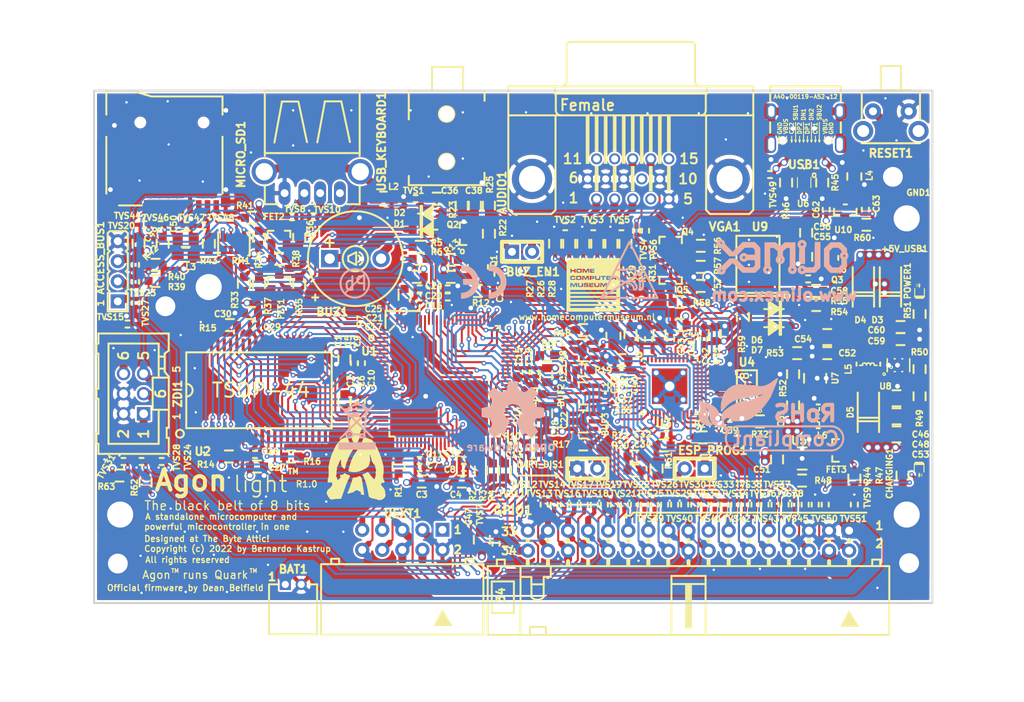
<source format=kicad_pcb>
(kicad_pcb (version 20171130) (host pcbnew 5.1.0-rc2-unknown-036be7d~80~ubuntu16.04.1)
  (layers (0 F.Cu signal) (1 In1.Cu signal) (2 In2.Cu signal) (31 B.Cu signal) (34 B.Paste user) (35 F.Paste user) (36 B.SilkS user) (37 F.SilkS user) (38 B.Mask user) (39 F.Mask user hide) (44 Edge.Cuts user))
  (net 0 "")
  (net 1 GND)
  (net 2 SDA)
  (net 3 SCL)
  (net 4 +5V)
  (net 5 "Net-(AUDIO1-Pad1)")
  (net 6 /ESP32-PICO-D4/BUZZER)
  (net 7 VBAT)
  (net 8 "Net-(BUF1-Pad1)")
  (net 9 ESP_TXD)
  (net 10 +3.3V)
  (net 11 "Net-(BUF1-Pad4)")
  (net 12 "Net-(BUF2-Pad4)")
  (net 13 /BUF2)
  (net 14 "Net-(BUF3-Pad1)")
  (net 15 "Net-(BUF3-Pad2)")
  (net 16 "Net-(BUZ1-Pad1)")
  (net 17 "Net-(BUZ1-Pad2)")
  (net 18 IO0)
  (net 19 RST\EN)
  (net 20 "Net-(C36-Pad1)")
  (net 21 "Net-(C50-Pad1)")
  (net 22 +5V_USB)
  (net 23 "Net-(C52-Pad1)")
  (net 24 "Net-(C55-Pad1)")
  (net 25 "Net-(C56-Pad1)")
  (net 26 "Net-(C58-Pad1)")
  (net 27 "Net-(CHARGING1-Pad1)")
  (net 28 "Net-(D5-Pad2)")
  (net 29 "Net-(D6-Pad1)")
  (net 30 ESP_CH340_RXD)
  (net 31 "Net-(D7-Pad2)")
  (net 32 ESP_CH340_TXD)
  (net 33 "Net-(FET1-Pad3)")
  (net 34 KDAT)
  (net 35 "Net-(FET2-Pad3)")
  (net 36 KCLK)
  (net 37 "Net-(FID1-PadFid1)")
  (net 38 "Net-(FID2-PadFid1)")
  (net 39 "Net-(FID3-PadFid1)")
  (net 40 MICROSD_CLK)
  (net 41 MICROSD_MISO)
  (net 42 GPIO_CS)
  (net 43 GPIO_PC6)
  (net 44 GPIO_PC4)
  (net 45 GPIO_PC2)
  (net 46 GPIO_PC0)
  (net 47 GPIO_PD6)
  (net 48 GPIO_PD4)
  (net 49 ESPIO37)
  (net 50 ESPIO26)
  (net 51 ESPIO35)
  (net 52 ESPIO39)
  (net 53 ESPIO27)
  (net 54 ESPIO36)
  (net 55 ESPIO38)
  (net 56 GPIO_PD5)
  (net 57 GPIO_PD7)
  (net 58 GPIO_PC1)
  (net 59 GPIO_PC3)
  (net 60 GPIO_PC5)
  (net 61 GPIO_PC7)
  (net 62 GPIO_PB5)
  (net 63 CLKOUT)
  (net 64 MICROSD_MOSI)
  (net 65 "Net-(L2-Pad1)")
  (net 66 "Net-(L4-Pad1)")
  (net 67 "Net-(L6-Pad1)")
  (net 68 "Net-(MICRO_SD1-Pad9)")
  (net 69 "Net-(MICRO_SD1-Pad8)")
  (net 70 "Net-(MICRO_SD1-Pad7)")
  (net 71 MICROSD_CS)
  (net 72 "Net-(MICRO_SD1-Pad1)")
  (net 73 "Net-(Q1-Pad3)")
  (net 74 "Net-(Q1-Pad1)")
  (net 75 "Net-(Q4-Pad1)")
  (net 76 "Net-(Q5-Pad1)")
  (net 77 "Net-(Q5-Pad3)")
  (net 78 /CS)
  (net 79 "Net-(R1-Pad2)")
  (net 80 "Net-(R2-Pad2)")
  (net 81 /RD)
  (net 82 /WR)
  (net 83 "Net-(R3-Pad2)")
  (net 84 "Net-(R4-Pad2)")
  (net 85 "Net-(R5-Pad1)")
  (net 86 "Net-(R6-Pad1)")
  (net 87 "Net-(R7-Pad1)")
  (net 88 "Net-(R8-Pad2)")
  (net 89 "Net-(R9-Pad2)")
  (net 90 "Net-(R10-Pad2)")
  (net 91 "Net-(R11-Pad2)")
  (net 92 "Net-(R12-Pad2)")
  (net 93 /BUF1)
  (net 94 ESP_RXD)
  (net 95 "Net-(R24-Pad2)")
  (net 96 /ESP32-PICO-D4/SOUND)
  (net 97 "Net-(R26-Pad2)")
  (net 98 /ESP32-PICO-D4/IO22)
  (net 99 /ESP32-PICO-D4/IO21)
  (net 100 "Net-(R28-Pad2)")
  (net 101 /ESP32-PICO-D4/IO19)
  (net 102 /ESP32-PICO-D4/IO18)
  (net 103 "Net-(R30-Pad2)")
  (net 104 /ESP32-PICO-D4/IO5)
  (net 105 /ESP32-PICO-D4/IO4)
  (net 106 /ESP32-PICO-D4/PSRAM_CE)
  (net 107 "Net-(R45-Pad1)")
  (net 108 "Net-(R46-Pad1)")
  (net 109 "Net-(R47-Pad2)")
  (net 110 "Net-(R48-Pad1)")
  (net 111 "Net-(R49-Pad2)")
  (net 112 "Net-(R52-Pad1)")
  (net 113 /ESP32-PICO-D4/HS)
  (net 114 VS)
  (net 115 TCK)
  (net 116 TDI)
  (net 117 /SRAM_A10)
  (net 118 /SRAM_A9)
  (net 119 /SRAM_A8)
  (net 120 /SRAM_A7)
  (net 121 /SRAM_A6)
  (net 122 /SRAM_A5)
  (net 123 /SRAM_A4)
  (net 124 /SRAM_A3)
  (net 125 /SRAM_A2)
  (net 126 /SRAM_A1)
  (net 127 /SRAM_A0)
  (net 128 /SRAM_A11)
  (net 129 /SRAM_A12)
  (net 130 /SRAM_A13)
  (net 131 /SRAM_A14)
  (net 132 /SRAM_A15)
  (net 133 /SRAM_A16)
  (net 134 /SRAM_A17)
  (net 135 /SRAM_A18)
  (net 136 "Net-(U1-Pad24)")
  (net 137 "Net-(U1-Pad25)")
  (net 138 /SRAM_DATA3)
  (net 139 ITRP)
  (net 140 /SRAM_DATA2)
  (net 141 /SRAM_DATA1)
  (net 142 /SRAM_DATA0)
  (net 143 "Net-(U1-Pad32)")
  (net 144 "Net-(U1-Pad31)")
  (net 145 "Net-(U1-Pad30)")
  (net 146 "Net-(U1-Pad28)")
  (net 147 "Net-(U1-Pad27)")
  (net 148 "Net-(U1-Pad26)")
  (net 149 /SRAM_DATA4)
  (net 150 /SRAM_DATA5)
  (net 151 /SRAM_DATA6)
  (net 152 /SRAM_DATA7)
  (net 153 "Net-(U1-Pad45)")
  (net 154 "Net-(U1-Pad46)")
  (net 155 "Net-(U1-Pad49)")
  (net 156 "Net-(U1-Pad54)")
  (net 157 "Net-(U1-Pad55)")
  (net 158 "Net-(U1-Pad59)")
  (net 159 "Net-(U1-Pad64)")
  (net 160 "Net-(U1-Pad66)")
  (net 161 ESP32_RTS)
  (net 162 ESP32_CTS)
  (net 163 "Net-(U1-Pad86)")
  (net 164 "Net-(U2-Pad1)")
  (net 165 "Net-(U2-Pad2)")
  (net 166 "Net-(U2-Pad21)")
  (net 167 "Net-(U2-Pad22)")
  (net 168 "Net-(U2-Pad23)")
  (net 169 "Net-(U2-Pad24)")
  (net 170 "Net-(U2-Pad25)")
  (net 171 "Net-(U2-Pad42)")
  (net 172 "Net-(U2-Pad43)")
  (net 173 "Net-(U2-Pad44)")
  (net 174 "Net-(U3-Pad2)")
  (net 175 "Net-(U3-Pad18)")
  (net 176 "Net-(U3-Pad25)")
  (net 177 "Net-(U3-Pad26)")
  (net 178 /ESP32-PICO-D4/PSRAM_SIO1)
  (net 179 /ESP32-PICO-D4/PSRAM_SIO3)
  (net 180 /ESP32-PICO-D4/PSRAM_SCLK)
  (net 181 /ESP32-PICO-D4/PSRAM_SIO2)
  (net 182 /ESP32-PICO-D4/PSRAM_SIO0)
  (net 183 "Net-(U3-Pad44)")
  (net 184 "Net-(U3-Pad45)")
  (net 185 "Net-(U3-Pad47)")
  (net 186 "Net-(U3-Pad48)")
  (net 187 "Net-(U6-Pad3)")
  (net 188 "Net-(U6-Pad1)")
  (net 189 "Net-(U8-Pad6)")
  (net 190 "Net-(U9-Pad20)")
  (net 191 "Net-(U9-Pad17)")
  (net 192 "Net-(U9-Pad14)")
  (net 193 "Net-(U9-Pad13)")
  (net 194 "Net-(U9-Pad12)")
  (net 195 "Net-(U9-Pad11)")
  (net 196 "Net-(USB1-PadA8)")
  (net 197 "Net-(USB1-PadB8)")
  (net 198 "Net-(VGA1-Pad4)")
  (net 199 "Net-(VGA1-Pad9)")
  (net 200 "Net-(VGA1-Pad11)")
  (net 201 "Net-(VGA1-Pad12)")
  (net 202 "Net-(VGA1-Pad15)")
  (net 203 "Net-(BUZ_EN1-Pad1)")
  (net 204 "Net-(ESP_PROG1-Pad2)")
  (net 205 "Net-(C35-Pad1)")
  (net 206 "Net-(FID4-PadFid1)")
  (net 207 "Net-(POWER1-Pad1)")
  (net 208 "Net-(Q3-Pad1)")
  (net 209 "Net-(Q3-Pad2)")
  (net 210 "/Power Supply,USB/RTS")
  (net 211 "/Power Supply,USB/DTR")
  (net 212 "/Power Supply,USB/D+")
  (net 213 "/Power Supply,USB/D-")
  (module OLIMEX_Crystal-FP:Oscillator-18.432MHz-3.2x2.5mm (layer F.Cu) (at 98.552 107.442 270)
    (fp_text reference Q1 (at -0.762 -2.032 90) (layer F.SilkS) (effects (font (size 0.762 0.762) (thickness 0.1905))))
    (fp_text value ASE-18.432MHZ-L-C-T)
    (fp_text user o (at -2.032 1.9685) (layer F.SilkS) (effects (font (size 0.8 0.8) (thickness 0.2))))
    (pad 1 smd rect (at -1.1 0.8 270) (size 1.4 1.2) (layers F.Cu F.Paste F.Mask) (net 74 "Net-(Q1-Pad1)"))
    (pad 3 smd rect (at 1.1 -0.8 270) (size 1.4 1.2) (layers F.Cu F.Paste F.Mask) (net 73 "Net-(Q1-Pad3)"))
    (pad 2 smd rect (at 1.1 0.8 270) (size 1.4 1.2) (layers F.Cu F.Paste F.Mask) (net 1 GND))
    (pad 4 smd rect (at -1.1 -0.8 270) (size 1.4 1.2) (layers F.Cu F.Paste F.Mask) (net 10 +3.3V))
  )
  (module OLIMEX_Connectors-FP:UEXT_BH10R (layer F.Cu) (at 89 142 180)
    (fp_text reference UEXT1 (at -0.027 3.316 180) (layer F.SilkS) (effects (font (size 1.016 1.016) (thickness 0.254))))
    (fp_text value "B-R-10-LF(BH10R)2x05_90DEGREE")
    (pad 10 thru_hole circle (at 5.08 -1.27 180) (size 1.8 1.8) (drill 1) (layers *.Cu *.Mask F.Fab) (net 45 GPIO_PC2))
    (pad 9 thru_hole circle (at 5.08 1.27 180) (size 1.8 1.8) (drill 1) (layers *.Cu *.Mask F.Fab) (net 40 MICROSD_CLK))
    (pad 8 thru_hole circle (at 2.54 -1.27 180) (size 1.8 1.8) (drill 1) (layers *.Cu *.Mask F.Fab) (net 64 MICROSD_MOSI))
    (pad 7 thru_hole circle (at 2.54 1.27 180) (size 1.8 1.8) (drill 1) (layers *.Cu *.Mask F.Fab) (net 41 MICROSD_MISO))
    (pad 6 thru_hole circle (at 0 -1.27 180) (size 1.8 1.8) (drill 1) (layers *.Cu *.Mask F.Fab) (net 2 SDA))
    (pad 5 thru_hole circle (at 0 1.27 180) (size 1.8 1.8) (drill 1) (layers *.Cu *.Mask F.Fab) (net 3 SCL))
    (pad 4 thru_hole circle (at -2.54 -1.27 180) (size 1.8 1.8) (drill 1) (layers *.Cu *.Mask F.Fab) (net 58 GPIO_PC1))
    (pad 3 thru_hole circle (at -2.54 1.27 180) (size 1.8 1.8) (drill 1) (layers *.Cu *.Mask F.Fab) (net 46 GPIO_PC0))
    (pad 2 thru_hole circle (at -5.08 -1.27 180) (size 1.8 1.8) (drill 1) (layers *.Cu *.Mask F.Fab) (net 1 GND))
    (pad 1 thru_hole rect (at -5.08 1.27 180) (size 1.75 1.75) (drill 1) (layers *.Cu *.Mask F.Fab) (net 10 +3.3V))
  )
  (module OLIMEX_Signs-FP:Logo_OLIMEX_TB (layer B.Cu) (at 136.906 106.172 180)
    (fp_text reference Logo_OLIMEX_TB hide)
    (fp_text value Logo_OLIMEX_TB hide)
  )
  (module OLIMEX_Signs-FP:Sign_RoHS_1 (layer B.Cu) (at 143.764 130.048 180)
    (fp_text reference Sign_RoHS_1 hide)
    (fp_text value Sign_RoHS_1 hide)
    (fp_text user Compliant (at 6.20014 0.8382 180) (layer B.SilkS) (effects (font (size 1.778 1.778) (thickness 0.35)) (justify mirror)))
    (fp_text user RoHS (at 3.81508 4.04368 180) (layer B.SilkS) (effects (font (size 2 2) (thickness 0.5)) (justify mirror)))
  )
  (module OLIMEX_Signs-FP:Sign_RecycleBin_1 (layer B.Cu) (at 85.598 130.556 180)
    (fp_text reference Sign_RecycleBin_1 hide)
    (fp_text value Sign_RecycleBin_1 hide)
  )
  (module OLIMEX_Signs-FP:Sign_PB-Free (layer B.Cu) (at 83.185 109.22)
    (fp_text reference Sign_PB-Free)
    (fp_text value Sign_PB-Free)
    (fp_text user Pb (at -0.08636 0.33528) (layer B.SilkS) (effects (font (size 1.7 1.5) (thickness 0.254)) (justify mirror)))
  )
  (module OLIMEX_Signs-FP:Sign_OSHW_8x8 (layer B.Cu) (at 102.997 125.984 180)
    (fp_text reference Sign_OSHW_8x8 hide)
    (fp_text value Sign_OSHW_8x8 hide)
    (fp_text user open (at -3.40106 -4.17576 180) (layer B.SilkS) (effects (font (size 1.1 1.1) (thickness 0.254)) (justify mirror)))
    (fp_text user hardware (at 2.51206 -4.2672 180) (layer B.SilkS) (effects (font (thickness 0.18)) (justify mirror)))
  )
  (module OLIMEX_Signs-FP:Sign_Antistatic (layer B.Cu) (at 121.285 111.379 180)
    (fp_text reference Sign_Antistatic hide)
    (fp_text value Sign_Antistatic hide)
  )
  (module OLIMEX_Signs-FP:CE_Sign (layer B.Cu) (at 98.298 109.347 180)
    (fp_text reference Sign_CE hide)
    (fp_text value CE_Sign hide)
  )
  (module OLIMEX_RLC-FP:C_0805_5MIL_DWS (layer F.Cu) (at 151.511 128.651 180)
    (fp_text reference C53 (at -3.048 -2.54 180) (layer F.SilkS) (effects (font (size 0.762 0.762) (thickness 0.1905))))
    (fp_text value 47uF/6.3V/20%/X5R/0805)
    (pad 2 smd rect (at 1.016 0 270) (size 1.524 1.27) (layers F.Cu F.Paste F.Mask) (net 4 +5V))
    (pad 1 smd rect (at -1.016 0 270) (size 1.524 1.27) (layers F.Cu F.Paste F.Mask) (net 1 GND))
  )
  (module OLIMEX_Connectors-FP:BH06S (layer F.Cu) (at 55 123.5 90)
    (fp_text reference ZDI1 (at 0 5.579 90) (layer F.SilkS) (effects (font (size 1.016 1.016) (thickness 0.254))))
    (fp_text value "BH06S_2x3(B-D-02x3-LF)")
    (fp_text user 6 (at 0 3.429 90) (layer F.SilkS) (effects (font (size 1.27 1.27) (thickness 0.254))))
    (fp_text user 1 (at -5.08 1.27 90) (layer F.SilkS) (effects (font (size 1.27 1.27) (thickness 0.254))))
    (fp_text user 2 (at -5.08 -1.27 90) (layer F.SilkS) (effects (font (size 1.27 1.27) (thickness 0.254))))
    (fp_text user 6 (at 4.826 -1.27 90) (layer F.SilkS) (effects (font (size 1.27 1.27) (thickness 0.254))))
    (fp_text user 5 (at 4.826 1.27 90) (layer F.SilkS) (effects (font (size 1.27 1.27) (thickness 0.254))))
    (pad 6 thru_hole circle (at 2.54 -1.27 90) (size 1.7 1.7) (drill 1.1) (layers *.Cu *.Mask) (net 10 +3.3V))
    (pad 5 thru_hole circle (at 2.54 1.27 90) (size 1.7 1.7) (drill 1.1) (layers *.Cu *.Mask) (net 19 RST\EN))
    (pad 4 thru_hole circle (at 0 -1.27 90) (size 1.7 1.7) (drill 1.1) (layers *.Cu *.Mask) (net 1 GND))
    (pad 3 thru_hole circle (at 0 1.27 90) (size 1.7 1.7) (drill 1.1) (layers *.Cu *.Mask) (net 115 TCK))
    (pad 2 thru_hole circle (at -2.54 -1.27 90) (size 1.7 1.7) (drill 1.1) (layers *.Cu *.Mask) (net 1 GND))
    (pad 1 thru_hole rect (at -2.54 1.27 90) (size 1.7 1.7) (drill 1.1) (layers *.Cu *.Mask) (net 116 TDI))
  )
  (module OLIMEX_IC-FP:SO-8 (layer F.Cu) (at 132.588 122.936 90)
    (fp_text reference U4 (at 3.429 0 180) (layer F.SilkS) (effects (font (size 1.016 1.016) (thickness 0.254))))
    (fp_text value APS6404L-3SQR-SN)
    (fp_text user SO-8 (at 0.05588 -0.27178 90) (layer F.SilkS) (effects (font (size 1.016 1.016) (thickness 0.2032))))
    (pad 1 smd rect (at -1.905 2.6 90) (size 0.6 2.2) (layers F.Cu F.Paste F.Mask) (net 106 /ESP32-PICO-D4/PSRAM_CE) (clearance 0.0508))
    (pad 2 smd rect (at -0.635 2.6 90) (size 0.6 2.2) (layers F.Cu F.Paste F.Mask) (net 178 /ESP32-PICO-D4/PSRAM_SIO1) (clearance 0.0508))
    (pad 3 smd rect (at 0.635 2.6 90) (size 0.6 2.2) (layers F.Cu F.Paste F.Mask) (net 181 /ESP32-PICO-D4/PSRAM_SIO2) (clearance 0.0508))
    (pad 4 smd rect (at 1.905 2.6 90) (size 0.6 2.2) (layers F.Cu F.Paste F.Mask) (net 1 GND) (clearance 0.0508))
    (pad 5 smd rect (at 1.905 -2.6 90) (size 0.6 2.2) (layers F.Cu F.Paste F.Mask) (net 182 /ESP32-PICO-D4/PSRAM_SIO0) (clearance 0.0508))
    (pad 6 smd rect (at 0.635 -2.6 90) (size 0.6 2.2) (layers F.Cu F.Paste F.Mask) (net 180 /ESP32-PICO-D4/PSRAM_SCLK) (clearance 0.0508))
    (pad 7 smd rect (at -0.635 -2.6 90) (size 0.6 2.2) (layers F.Cu F.Paste F.Mask) (net 179 /ESP32-PICO-D4/PSRAM_SIO3) (clearance 0.0508))
    (pad 8 smd rect (at -1.905 -2.6 90) (size 0.6 2.2) (layers F.Cu F.Paste F.Mask) (net 10 +3.3V) (clearance 0.0508))
  )
  (module OLIMEX_Signs-FP:HomeComputerMuseum (layer F.Cu) (at 113.157 109.728)
    (fp_text reference S* hide)
    (fp_text value Sign hide)
  )
  (module OLIMEX_Jumpers-FP:HN1x2_Jumper (layer F.Cu) (at 104.14 105.537)
    (fp_text reference BUZ_EN1 (at 1.397 2.54 180) (layer F.SilkS) (effects (font (size 1.016 1.016) (thickness 0.254))))
    (fp_text value HN1x2 hide)
    (pad 2 thru_hole circle (at 1.27 0 90) (size 1.8 1.8) (drill 1) (layers *.Cu *.Mask) (net 6 /ESP32-PICO-D4/BUZZER))
    (pad 1 thru_hole rect (at -1.27 0 90) (size 1.8 1.8) (drill 1) (layers *.Cu *.Mask) (net 203 "Net-(BUZ_EN1-Pad1)"))
  )
  (module OLIMEX_Signs-FP:AgonLightLogo (layer F.Cu) (at 83.185 131.572)
    (fp_text reference G*** hide)
    (fp_text value LOGO hide)
  )
  (module OLIMEX_Devices-FP:PB1221P_1-Plus_2-Minus (layer F.Cu) (at 83.058 106.4)
    (fp_text reference BUZ1 (at -2.921 6.757) (layer F.SilkS) (effects (font (size 1.016 1.016) (thickness 0.254))))
    (fp_text value "BUZZER_PB1221P(1.1-1.7V_2kHz_12MM)")
    (pad 1 thru_hole rect (at -3.25 0) (size 2.2 2.2) (drill 1.3) (layers *.Cu *.Mask) (net 16 "Net-(BUZ1-Pad1)"))
    (pad 2 thru_hole circle (at 3.25 0) (size 2.2 2.2) (drill 1.3) (layers *.Cu *.Mask) (net 17 "Net-(BUZ1-Pad2)"))
  )
  (module OLIMEX_Diodes-FP:SOT-666 (layer F.Cu) (at 139.827 96.774 270)
    (fp_text reference U6 (at 2.667 0.127) (layer F.SilkS) (effects (font (size 0.762 0.762) (thickness 0.1905))))
    (fp_text value USBLC6-2P6)
    (fp_text user o (at -1.016 -1.27) (layer F.SilkS) (effects (font (size 0.762 0.762) (thickness 0.1905))))
    (pad 2 smd rect (at -0.81 0 270) (size 1 0.25) (layers F.Cu F.Paste F.Mask) (net 1 GND))
    (pad 3 smd rect (at -0.81 0.5 270) (size 1 0.25) (layers F.Cu F.Paste F.Mask) (net 187 "Net-(U6-Pad3)"))
    (pad 1 smd rect (at -0.81 -0.5 270) (size 1 0.25) (layers F.Cu F.Paste F.Mask) (net 188 "Net-(U6-Pad1)"))
    (pad 4 smd rect (at 0.81 0.5 270) (size 1 0.25) (layers F.Cu F.Paste F.Mask) (net 212 "/Power Supply,USB/D+"))
    (pad 5 smd rect (at 0.81 0 270) (size 1 0.25) (layers F.Cu F.Paste F.Mask) (net 22 +5V_USB))
    (pad 6 smd rect (at 0.81 -0.5 270) (size 1 0.25) (layers F.Cu F.Paste F.Mask) (net 213 "/Power Supply,USB/D-"))
  )
  (module OLIMEX_Buttons-FP:B3F-31XX (layer F.Cu) (at 150.8 89 180)
    (fp_text reference RESET1 (at 0 -4.064 180) (layer F.SilkS) (effects (font (size 1.016 1.016) (thickness 0.254))))
    (fp_text value B3F-3150)
    (pad 1 thru_hole circle (at -2.2606 1.2446 180) (size 2.032 2.032) (drill 1.016) (layers *.Cu *.Mask) (net 1 GND))
    (pad 2 thru_hole circle (at 2.2606 1.2446 180) (size 2.032 2.032) (drill 1.016) (layers *.Cu *.Mask) (net 19 RST\EN))
    (pad 0 thru_hole circle (at -3.5052 -1.2446 180) (size 2.54 2.54) (drill 1.524) (layers *.Cu *.Mask))
    (pad 0 thru_hole circle (at 3.5052 -1.2446 180) (size 2.54 2.54) (drill 1.524) (layers *.Cu *.Mask))
  )
  (module "OLIMEX_Connectors-FP:VGA15-F(CD0515S21J0)" (layer F.Cu) (at 117.9 92.5 180)
    (fp_text reference VGA1 (at -11.894 -9.862 180) (layer F.SilkS) (effects (font (size 1.1 1.1) (thickness 0.254))))
    (fp_text value VGA15)
    (fp_text user 5 (at -7.239 -6.35 180) (layer F.SilkS) (effects (font (size 1.27 1.27) (thickness 0.254))))
    (fp_text user 1 (at 7.239 -6.223 180) (layer F.SilkS) (effects (font (size 1.27 1.27) (thickness 0.254))))
    (fp_text user Female (at 5.4864 5.5372 180) (layer F.SilkS) (effects (font (size 1.4 1.3) (thickness 0.254))))
    (fp_text user 11 (at 7.366 -1.27 180) (layer F.SilkS) (effects (font (size 1.27 1.27) (thickness 0.254))))
    (fp_text user 15 (at -7.366 -1.27 180) (layer F.SilkS) (effects (font (size 1.27 1.27) (thickness 0.254))))
    (fp_text user 10 (at -7.239 -3.81 180) (layer F.SilkS) (effects (font (size 1.27 1.27) (thickness 0.254))))
    (fp_text user 6 (at 7.239 -3.683 180) (layer F.SilkS) (effects (font (size 1.27 1.27) (thickness 0.254))))
    (pad 17 thru_hole circle (at 12.497 -3.81 180) (size 5.1 5.1) (drill 3.3) (layers *.Cu *.Mask) (net 1 GND))
    (pad 16 thru_hole circle (at -12.497 -3.81 180) (size 5.1 5.1) (drill 3.3) (layers *.Cu *.Mask) (net 1 GND))
    (pad 15 thru_hole circle (at -4.815 -1.27 180) (size 1.4 1.4) (drill 0.9) (layers *.Cu *.Mask) (net 202 "Net-(VGA1-Pad15)"))
    (pad 14 thru_hole circle (at -2.529 -1.27 180) (size 1.4 1.4) (drill 0.9) (layers *.Cu *.Mask) (net 114 VS))
    (pad 13 thru_hole circle (at -0.243 -1.27 180) (size 1.4 1.4) (drill 0.9) (layers *.Cu *.Mask) (net 113 /ESP32-PICO-D4/HS))
    (pad 12 thru_hole circle (at 2.043 -1.27 180) (size 1.4 1.4) (drill 0.9) (layers *.Cu *.Mask) (net 201 "Net-(VGA1-Pad12)"))
    (pad 11 thru_hole circle (at 4.329 -1.27 180) (size 1.4 1.4) (drill 0.9) (layers *.Cu *.Mask) (net 200 "Net-(VGA1-Pad11)"))
    (pad 10 thru_hole circle (at -3.672 -3.81 180) (size 1.4 1.4) (drill 0.9) (layers *.Cu *.Mask) (net 1 GND))
    (pad 9 thru_hole circle (at -1.386 -3.81 180) (size 1.4 1.4) (drill 0.9) (layers *.Cu *.Mask) (net 199 "Net-(VGA1-Pad9)"))
    (pad 8 thru_hole circle (at 0.9 -3.81 180) (size 1.4 1.4) (drill 0.9) (layers *.Cu *.Mask) (net 1 GND))
    (pad 7 thru_hole circle (at 3.186 -3.81 180) (size 1.4 1.4) (drill 0.9) (layers *.Cu *.Mask) (net 1 GND))
    (pad 6 thru_hole circle (at 5.472 -3.81 180) (size 1.4 1.4) (drill 0.9) (layers *.Cu *.Mask) (net 1 GND))
    (pad 5 thru_hole circle (at -4.815 -6.35 180) (size 1.4 1.4) (drill 0.9) (layers *.Cu *.Mask) (net 1 GND))
    (pad 4 thru_hole circle (at -2.529 -6.35 180) (size 1.4 1.4) (drill 0.9) (layers *.Cu *.Mask) (net 198 "Net-(VGA1-Pad4)"))
    (pad 3 thru_hole circle (at -0.243 -6.35 180) (size 1.4 1.4) (drill 0.9) (layers *.Cu *.Mask) (net 103 "Net-(R30-Pad2)"))
    (pad 2 thru_hole circle (at 2.043 -6.35 180) (size 1.4 1.4) (drill 0.9) (layers *.Cu *.Mask) (net 100 "Net-(R28-Pad2)"))
    (pad 1 thru_hole circle (at 4.329 -6.35 180) (size 1.4 1.4) (drill 0.9) (layers *.Cu *.Mask) (net 97 "Net-(R26-Pad2)"))
  )
  (module OLIMEX_TestPoints-FP:TP_SMD (layer F.Cu) (at 154.559 96.901)
    (fp_text reference GND1 (at -0.254 1.143) (layer F.SilkS) (effects (font (size 0.762 0.762) (thickness 0.1905))))
    (fp_text value TESTPAD hide)
    (pad 1 smd circle (at 0 0 90) (size 1 1) (layers F.Cu F.Mask) (net 1 GND))
  )
  (module OLIMEX_Connectors-FP:HN1x4 (layer F.Cu) (at 53 108 90)
    (fp_text reference ACCESS_BUS1 (at 1.701 -2.2 270) (layer F.SilkS) (effects (font (size 0.889 0.889) (thickness 0.22225))))
    (fp_text value HN1x4)
    (pad 1 thru_hole rect (at -3.81 0 90) (size 1.778 1.778) (drill 1) (layers *.Cu *.Mask) (net 2 SDA))
    (pad 2 thru_hole circle (at -1.27 0 90) (size 1.778 1.778) (drill 1) (layers *.Cu *.Mask) (net 3 SCL))
    (pad 3 thru_hole circle (at 1.27 0 90) (size 1.778 1.778) (drill 1) (layers *.Cu *.Mask) (net 4 +5V))
    (pad 4 thru_hole circle (at 3.81 0 90) (size 1.778 1.778) (drill 1) (layers *.Cu *.Mask) (net 1 GND))
  )
  (module OLIMEX_Connectors-FP:SCJ325P00XG0B02G (layer F.Cu) (at 94.6 88.1 270)
    (fp_text reference AUDIO1 (at 9.944 -7 270) (layer F.SilkS) (effects (font (size 1.016 1.016) (thickness 0.254))))
    (fp_text value "AUDIO_JACK(SCJ325P00XG0B02G)")
    (pad "" np_thru_hole circle (at 6 0 270) (size 1.7 1.7) (drill 1.7) (layers *.Cu *.Mask))
    (pad "" np_thru_hole circle (at 0 0 270) (size 1.7 1.7) (drill 1.7) (layers *.Cu *.Mask))
    (pad 4 smd rect (at 2.9 -5.3 270) (size 2.1 2.999999) (layers F.Cu F.Paste F.Mask) (net 6 /ESP32-PICO-D4/BUZZER) (clearance 0.0508))
    (pad 5 smd rect (at 2.1 5.3 270) (size 2.1 2.999999) (layers F.Cu F.Paste F.Mask) (net 6 /ESP32-PICO-D4/BUZZER) (clearance 0.0508))
    (pad 3 smd rect (at 6 -5.3 270) (size 2.1 2.999999) (layers F.Cu F.Paste F.Mask) (net 5 "Net-(AUDIO1-Pad1)") (clearance 0.0508))
    (pad 1 smd rect (at 6.3 5.3 270) (size 2.5 2.999999) (layers F.Cu F.Paste F.Mask) (net 5 "Net-(AUDIO1-Pad1)") (clearance 0.0508))
    (pad 2 smd rect (at -0.2 -5.3 270) (size 2.5 2.999999) (layers F.Cu F.Paste F.Mask) (net 1 GND) (clearance 0.0508))
  )
  (module OLIMEX_IC-FP:SOT-23-5 (layer F.Cu) (at 111.887 117.983)
    (fp_text reference BUF1 (at -3.81 -0.889) (layer F.SilkS) (effects (font (size 0.762 0.762) (thickness 0.1905))))
    (fp_text value SN74LVC1G125DBVR)
    (pad 1 smd rect (at 1.3 0.95) (size 1.2 0.55) (layers F.Cu F.Paste F.Mask) (net 8 "Net-(BUF1-Pad1)") (clearance 0.0508))
    (pad 2 smd rect (at 1.3 0) (size 1.2 0.55) (layers F.Cu F.Paste F.Mask) (net 9 ESP_TXD) (clearance 0.0508))
    (pad 3 smd rect (at 1.3 -0.95) (size 1.2 0.55) (layers F.Cu F.Paste F.Mask) (net 1 GND) (clearance 0.0508))
    (pad 5 smd rect (at -1.3 0.95) (size 1.2 0.55) (layers F.Cu F.Paste F.Mask) (net 10 +3.3V) (clearance 0.0508))
    (pad 4 smd rect (at -1.3 -0.95) (size 1.2 0.55) (layers F.Cu F.Paste F.Mask) (net 11 "Net-(BUF1-Pad4)") (clearance 0.0508))
  )
  (module OLIMEX_IC-FP:SOT-23-5 (layer F.Cu) (at 111.887 123.444)
    (fp_text reference BUF2 (at -2.794 0.254 270) (layer F.SilkS) (effects (font (size 0.762 0.762) (thickness 0.1905))))
    (fp_text value SN74LVC1G125DBVR)
    (pad 4 smd rect (at -1.3 -0.95) (size 1.2 0.55) (layers F.Cu F.Paste F.Mask) (net 12 "Net-(BUF2-Pad4)") (clearance 0.0508))
    (pad 5 smd rect (at -1.3 0.95) (size 1.2 0.55) (layers F.Cu F.Paste F.Mask) (net 10 +3.3V) (clearance 0.0508))
    (pad 3 smd rect (at 1.3 -0.95) (size 1.2 0.55) (layers F.Cu F.Paste F.Mask) (net 1 GND) (clearance 0.0508))
    (pad 2 smd rect (at 1.3 0) (size 1.2 0.55) (layers F.Cu F.Paste F.Mask) (net 13 /BUF2) (clearance 0.0508))
    (pad 1 smd rect (at 1.3 0.95) (size 1.2 0.55) (layers F.Cu F.Paste F.Mask) (net 8 "Net-(BUF1-Pad1)") (clearance 0.0508))
  )
  (module OLIMEX_IC-FP:SOT-23-5 (layer F.Cu) (at 111.887 127)
    (fp_text reference BUF3 (at 2.794 0.381 90) (layer F.SilkS) (effects (font (size 0.762 0.762) (thickness 0.1905))))
    (fp_text value "SN74LVC1G04DBVR(SOT23-5)")
    (pad 1 smd rect (at 1.3 0.95) (size 1.2 0.55) (layers F.Cu F.Paste F.Mask) (net 14 "Net-(BUF3-Pad1)") (clearance 0.0508))
    (pad 2 smd rect (at 1.3 0) (size 1.2 0.55) (layers F.Cu F.Paste F.Mask) (net 15 "Net-(BUF3-Pad2)") (clearance 0.0508))
    (pad 3 smd rect (at 1.3 -0.95) (size 1.2 0.55) (layers F.Cu F.Paste F.Mask) (net 1 GND) (clearance 0.0508))
    (pad 5 smd rect (at -1.3 0.95) (size 1.2 0.55) (layers F.Cu F.Paste F.Mask) (net 10 +3.3V) (clearance 0.0508))
    (pad 4 smd rect (at -1.3 -0.95) (size 1.2 0.55) (layers F.Cu F.Paste F.Mask) (net 8 "Net-(BUF1-Pad1)") (clearance 0.0508))
  )
  (module OLIMEX_Jumpers-FP:HN1x2_Jumper (layer F.Cu) (at 112.395 132.969)
    (fp_text reference UART_DIS1 (at -5.969 -0.508 180) (layer F.SilkS) (effects (font (size 0.762 0.762) (thickness 0.1905))))
    (fp_text value HN1x2 hide)
    (pad 1 thru_hole rect (at -1.27 0 90) (size 1.8 1.8) (drill 1) (layers *.Cu *.Mask) (net 1 GND))
    (pad 2 thru_hole circle (at 1.27 0 90) (size 1.8 1.8) (drill 1) (layers *.Cu *.Mask) (net 15 "Net-(BUF3-Pad2)"))
  )
  (module OLIMEX_Jumpers-FP:HN1x2_Jumper (layer F.Cu) (at 125.984 132.969 180)
    (fp_text reference ESP_PROG1 (at -2.286 2.286) (layer F.SilkS) (effects (font (size 1.016 1.016) (thickness 0.254))))
    (fp_text value HN1x2 hide)
    (pad 2 thru_hole circle (at 1.27 0 270) (size 1.8 1.8) (drill 1) (layers *.Cu *.Mask) (net 204 "Net-(ESP_PROG1-Pad2)"))
    (pad 1 thru_hole rect (at -1.27 0 270) (size 1.8 1.8) (drill 1) (layers *.Cu *.Mask) (net 18 IO0))
  )
  (module OLIMEX_RLC-FP:C_0603_5MIL_DWS (layer F.Cu) (at 81.661 119.126 270)
    (fp_text reference C1 (at -2.286 0.762 270) (layer F.SilkS) (effects (font (size 0.762 0.762) (thickness 0.1905))))
    (fp_text value 10uF/6.3V/20%/X5R/0603)
    (pad 2 smd rect (at 0.889 0 270) (size 1.016 1.016) (layers F.Cu F.Paste F.Mask) (net 1 GND) (clearance 0.0508))
    (pad 1 smd rect (at -0.889 0 270) (size 1.016 1.016) (layers F.Cu F.Paste F.Mask) (net 10 +3.3V) (clearance 0.0508))
  )
  (module OLIMEX_RLC-FP:C_0603_5MIL_DWS (layer F.Cu) (at 81.661 124.46 270)
    (fp_text reference C2 (at -2.54 -0.762 270) (layer F.SilkS) (effects (font (size 0.762 0.762) (thickness 0.1905))))
    (fp_text value 10uF/6.3V/20%/X5R/0603)
    (pad 1 smd rect (at -0.889 0 270) (size 1.016 1.016) (layers F.Cu F.Paste F.Mask) (net 10 +3.3V) (clearance 0.0508))
    (pad 2 smd rect (at 0.889 0 270) (size 1.016 1.016) (layers F.Cu F.Paste F.Mask) (net 1 GND) (clearance 0.0508))
  )
  (module OLIMEX_RLC-FP:C_0603_5MIL_DWS (layer F.Cu) (at 91.44 134.62)
    (fp_text reference C3 (at 0 1.651) (layer F.SilkS) (effects (font (size 0.762 0.762) (thickness 0.1905))))
    (fp_text value 10uF/6.3V/20%/X5R/0603)
    (pad 2 smd rect (at 0.889 0) (size 1.016 1.016) (layers F.Cu F.Paste F.Mask) (net 1 GND) (clearance 0.0508))
    (pad 1 smd rect (at -0.889 0) (size 1.016 1.016) (layers F.Cu F.Paste F.Mask) (net 10 +3.3V) (clearance 0.0508))
  )
  (module OLIMEX_RLC-FP:C_0603_5MIL_DWS (layer F.Cu) (at 96.52 134.62)
    (fp_text reference C4 (at -0.762 1.651) (layer F.SilkS) (effects (font (size 0.762 0.762) (thickness 0.1905))))
    (fp_text value 10uF/6.3V/20%/X5R/0603)
    (pad 1 smd rect (at -0.889 0) (size 1.016 1.016) (layers F.Cu F.Paste F.Mask) (net 10 +3.3V) (clearance 0.0508))
    (pad 2 smd rect (at 0.889 0) (size 1.016 1.016) (layers F.Cu F.Paste F.Mask) (net 1 GND) (clearance 0.0508))
  )
  (module OLIMEX_RLC-FP:C_0603_5MIL_DWS (layer F.Cu) (at 107.188 125.984 90)
    (fp_text reference C22 (at -0.889 2.286 90) (layer F.SilkS) (effects (font (size 0.762 0.762) (thickness 0.1905))))
    (fp_text value 10uF/6.3V/20%/X5R/0603)
    (pad 2 smd rect (at 0.889 0 90) (size 1.016 1.016) (layers F.Cu F.Paste F.Mask) (net 1 GND) (clearance 0.0508))
    (pad 1 smd rect (at -0.889 0 90) (size 1.016 1.016) (layers F.Cu F.Paste F.Mask) (net 10 +3.3V) (clearance 0.0508))
  )
  (module OLIMEX_RLC-FP:C_0603_5MIL_DWS (layer F.Cu) (at 107.188 121.158 270)
    (fp_text reference C23 (at -0.254 -2.159 270) (layer F.SilkS) (effects (font (size 0.762 0.762) (thickness 0.1905))))
    (fp_text value 10uF/6.3V/20%/X5R/0603)
    (pad 1 smd rect (at -0.889 0 270) (size 1.016 1.016) (layers F.Cu F.Paste F.Mask) (net 10 +3.3V) (clearance 0.0508))
    (pad 2 smd rect (at 0.889 0 270) (size 1.016 1.016) (layers F.Cu F.Paste F.Mask) (net 1 GND) (clearance 0.0508))
  )
  (module OLIMEX_RLC-FP:C_0603_5MIL_DWS (layer F.Cu) (at 95.123 108.712)
    (fp_text reference C24 (at -2.159 1.143 180) (layer F.SilkS) (effects (font (size 0.762 0.762) (thickness 0.1905))))
    (fp_text value 10uF/6.3V/20%/X5R/0603)
    (pad 1 smd rect (at -0.889 0) (size 1.016 1.016) (layers F.Cu F.Paste F.Mask) (net 10 +3.3V) (clearance 0.0508))
    (pad 2 smd rect (at 0.889 0) (size 1.016 1.016) (layers F.Cu F.Paste F.Mask) (net 1 GND) (clearance 0.0508))
  )
  (module OLIMEX_RLC-FP:C_0603_5MIL_DWS (layer F.Cu) (at 90.805 108.712 180)
    (fp_text reference C25 (at 5.461 -4.064 180) (layer F.SilkS) (effects (font (size 0.762 0.762) (thickness 0.1905))))
    (fp_text value 10uF/6.3V/20%/X5R/0603)
    (pad 2 smd rect (at 0.889 0 180) (size 1.016 1.016) (layers F.Cu F.Paste F.Mask) (net 1 GND) (clearance 0.0508))
    (pad 1 smd rect (at -0.889 0 180) (size 1.016 1.016) (layers F.Cu F.Paste F.Mask) (net 10 +3.3V) (clearance 0.0508))
  )
  (module OLIMEX_RLC-FP:C_0603_5MIL_DWS (layer F.Cu) (at 70.612 132.715)
    (fp_text reference C27 (at 2.54 0.127) (layer F.SilkS) (effects (font (size 0.762 0.762) (thickness 0.1905))))
    (fp_text value 10uF/6.3V/20%/X5R/0603)
    (pad 2 smd rect (at 0.889 0) (size 1.016 1.016) (layers F.Cu F.Paste F.Mask) (net 1 GND) (clearance 0.0508))
    (pad 1 smd rect (at -0.889 0) (size 1.016 1.016) (layers F.Cu F.Paste F.Mask) (net 10 +3.3V) (clearance 0.0508))
  )
  (module OLIMEX_RLC-FP:C_0603_5MIL_DWS (layer F.Cu) (at 69.85 113.284 180)
    (fp_text reference C30 (at 3.556 -0.127 180) (layer F.SilkS) (effects (font (size 0.762 0.762) (thickness 0.1905))))
    (fp_text value 10uF/6.3V/20%/X5R/0603)
    (pad 1 smd rect (at -0.889 0 180) (size 1.016 1.016) (layers F.Cu F.Paste F.Mask) (net 10 +3.3V) (clearance 0.0508))
    (pad 2 smd rect (at 0.889 0 180) (size 1.016 1.016) (layers F.Cu F.Paste F.Mask) (net 1 GND) (clearance 0.0508))
  )
  (module OLIMEX_RLC-FP:C_0603_5MIL_DWS (layer F.Cu) (at 117.856 115.951 90)
    (fp_text reference C33 (at -6.477 -2.032 90) (layer F.SilkS) (effects (font (size 0.762 0.762) (thickness 0.1905))))
    (fp_text value 10uF/6.3V/20%/X5R/0603)
    (pad 2 smd rect (at 0.889 0 90) (size 1.016 1.016) (layers F.Cu F.Paste F.Mask) (net 1 GND) (clearance 0.0508))
    (pad 1 smd rect (at -0.889 0 90) (size 1.016 1.016) (layers F.Cu F.Paste F.Mask) (net 10 +3.3V) (clearance 0.0508))
  )
  (module OLIMEX_RLC-FP:C_0603_5MIL_DWS (layer F.Cu) (at 122.047 130.048 180)
    (fp_text reference C34 (at 2.667 0.127 180) (layer F.SilkS) (effects (font (size 0.762 0.762) (thickness 0.1905))))
    (fp_text value 10uF/6.3V/20%/X5R/0603)
    (pad 1 smd rect (at -0.889 0 180) (size 1.016 1.016) (layers F.Cu F.Paste F.Mask) (net 10 +3.3V) (clearance 0.0508))
    (pad 2 smd rect (at 0.889 0 180) (size 1.016 1.016) (layers F.Cu F.Paste F.Mask) (net 1 GND) (clearance 0.0508))
  )
  (module OLIMEX_RLC-FP:C_0603_5MIL_DWS (layer F.Cu) (at 93.345 98.806 180)
    (fp_text reference C36 (at -1.651 1.016 180) (layer F.SilkS) (effects (font (size 0.762 0.762) (thickness 0.1905))))
    (fp_text value 10uF/6.3V/20%/X5R/0603)
    (pad 1 smd rect (at -0.889 0 180) (size 1.016 1.016) (layers F.Cu F.Paste F.Mask) (net 20 "Net-(C36-Pad1)") (clearance 0.0508))
    (pad 2 smd rect (at 0.889 0 180) (size 1.016 1.016) (layers F.Cu F.Paste F.Mask) (net 5 "Net-(AUDIO1-Pad1)") (clearance 0.0508))
  )
  (module OLIMEX_RLC-FP:C_0603_5MIL_DWS (layer F.Cu) (at 116.713 119.253 180)
    (fp_text reference C37 (at -0.254 -5.08 180) (layer F.SilkS) (effects (font (size 0.762 0.762) (thickness 0.1905))))
    (fp_text value 10uF/6.3V/20%/X5R/0603)
    (pad 1 smd rect (at -0.889 0 180) (size 1.016 1.016) (layers F.Cu F.Paste F.Mask) (net 205 "Net-(C35-Pad1)") (clearance 0.0508))
    (pad 2 smd rect (at 0.889 0 180) (size 1.016 1.016) (layers F.Cu F.Paste F.Mask) (net 1 GND) (clearance 0.0508))
  )
  (module OLIMEX_RLC-FP:C_0603_5MIL_DWS (layer F.Cu) (at 98.171 99.695 90)
    (fp_text reference C38 (at 1.905 -0.127 180) (layer F.SilkS) (effects (font (size 0.762 0.762) (thickness 0.1905))))
    (fp_text value 33nF/X7R/50VDC/10%/0603)
    (pad 2 smd rect (at 0.889 0 90) (size 1.016 1.016) (layers F.Cu F.Paste F.Mask) (net 20 "Net-(C36-Pad1)") (clearance 0.0508))
    (pad 1 smd rect (at -0.889 0 90) (size 1.016 1.016) (layers F.Cu F.Paste F.Mask) (net 1 GND) (clearance 0.0508))
  )
  (module OLIMEX_RLC-FP:C_0603_5MIL_DWS (layer F.Cu) (at 121.539 115.951 90)
    (fp_text reference C43 (at -1.651 2.794 90) (layer F.SilkS) (effects (font (size 0.762 0.762) (thickness 0.1905))))
    (fp_text value 10uF/6.3V/20%/X5R/0603)
    (pad 2 smd rect (at 0.889 0 90) (size 1.016 1.016) (layers F.Cu F.Paste F.Mask) (net 1 GND) (clearance 0.0508))
    (pad 1 smd rect (at -0.889 0 90) (size 1.016 1.016) (layers F.Cu F.Paste F.Mask) (net 10 +3.3V) (clearance 0.0508))
  )
  (module OLIMEX_RLC-FP:C_0603_5MIL_DWS (layer F.Cu) (at 124.079 114.808 180)
    (fp_text reference C44 (at -1.397 -1.143 180) (layer F.SilkS) (effects (font (size 0.762 0.762) (thickness 0.1905))))
    (fp_text value 10uF/6.3V/20%/X5R/0603)
    (pad 2 smd rect (at 0.889 0 180) (size 1.016 1.016) (layers F.Cu F.Paste F.Mask) (net 1 GND) (clearance 0.0508))
    (pad 1 smd rect (at -0.889 0 180) (size 1.016 1.016) (layers F.Cu F.Paste F.Mask) (net 10 +3.3V) (clearance 0.0508))
  )
  (module OLIMEX_RLC-FP:C_0603_5MIL_DWS (layer F.Cu) (at 128.524 115.951 90)
    (fp_text reference C45 (at -2.794 0.254 90) (layer F.SilkS) (effects (font (size 0.762 0.762) (thickness 0.1905))))
    (fp_text value 10uF/6.3V/20%/X5R/0603)
    (pad 2 smd rect (at 0.889 0 90) (size 1.016 1.016) (layers F.Cu F.Paste F.Mask) (net 1 GND) (clearance 0.0508))
    (pad 1 smd rect (at -0.889 0 90) (size 1.016 1.016) (layers F.Cu F.Paste F.Mask) (net 10 +3.3V) (clearance 0.0508))
  )
  (module OLIMEX_RLC-FP:C_0805_5MIL_DWS (layer F.Cu) (at 151.511 124.079 180)
    (fp_text reference C46 (at -3.048 -4.572 180) (layer F.SilkS) (effects (font (size 0.762 0.762) (thickness 0.1905))))
    (fp_text value 47uF/6.3V/20%/X5R/0805)
    (pad 1 smd rect (at -1.016 0 270) (size 1.524 1.27) (layers F.Cu F.Paste F.Mask) (net 1 GND))
    (pad 2 smd rect (at 1.016 0 270) (size 1.524 1.27) (layers F.Cu F.Paste F.Mask) (net 4 +5V))
  )
  (module OLIMEX_RLC-FP:C_0805_5MIL_DWS (layer F.Cu) (at 99.06 141.986 270)
    (fp_text reference C47 (at -2.921 1.651 270) (layer F.SilkS) (effects (font (size 0.762 0.762) (thickness 0.1905))))
    (fp_text value 47uF/6.3V/20%/X5R/0805)
    (pad 1 smd rect (at -1.016 0) (size 1.524 1.27) (layers F.Cu F.Paste F.Mask) (net 1 GND))
    (pad 2 smd rect (at 1.016 0) (size 1.524 1.27) (layers F.Cu F.Paste F.Mask) (net 10 +3.3V))
  )
  (module OLIMEX_RLC-FP:C_0805_5MIL_DWS (layer F.Cu) (at 151.511 126.365 180)
    (fp_text reference C48 (at -3.048 -3.556 180) (layer F.SilkS) (effects (font (size 0.762 0.762) (thickness 0.1905))))
    (fp_text value 47uF/6.3V/20%/X5R/0805)
    (pad 2 smd rect (at 1.016 0 270) (size 1.524 1.27) (layers F.Cu F.Paste F.Mask) (net 4 +5V))
    (pad 1 smd rect (at -1.016 0 270) (size 1.524 1.27) (layers F.Cu F.Paste F.Mask) (net 1 GND))
  )
  (module OLIMEX_RLC-FP:C_0603_5MIL_DWS (layer F.Cu) (at 55.626 104.521 270)
    (fp_text reference C49 (at -1.143 -1.651 45) (layer F.SilkS) (effects (font (size 0.762 0.762) (thickness 0.1905))))
    (fp_text value 10uF/6.3V/20%/X5R/0603)
    (pad 2 smd rect (at 0.889 0 270) (size 1.016 1.016) (layers F.Cu F.Paste F.Mask) (net 4 +5V) (clearance 0.0508))
    (pad 1 smd rect (at -0.889 0 270) (size 1.016 1.016) (layers F.Cu F.Paste F.Mask) (net 1 GND) (clearance 0.0508))
  )
  (module OLIMEX_RLC-FP:C_0805_5MIL_DWS (layer F.Cu) (at 61.595 103.886)
    (fp_text reference C50 (at -1.524 -1.905 90) (layer F.SilkS) (effects (font (size 0.762 0.762) (thickness 0.1905))))
    (fp_text value 47uF/6.3V/20%/X5R/0805)
    (pad 2 smd rect (at 1.016 0 90) (size 1.524 1.27) (layers F.Cu F.Paste F.Mask) (net 1 GND))
    (pad 1 smd rect (at -1.016 0 90) (size 1.524 1.27) (layers F.Cu F.Paste F.Mask) (net 21 "Net-(C50-Pad1)"))
  )
  (module OLIMEX_RLC-FP:C_0603_5MIL_DWS (layer F.Cu) (at 136.398 131.826 270)
    (fp_text reference C51 (at 1.27 1.905) (layer F.SilkS) (effects (font (size 0.762 0.762) (thickness 0.1905))))
    (fp_text value 22uF/6.3V/20%/X5R/C0603)
    (pad 2 smd rect (at 0.889 0 270) (size 1.016 1.016) (layers F.Cu F.Paste F.Mask) (net 1 GND) (clearance 0.0508))
    (pad 1 smd rect (at -0.889 0 270) (size 1.016 1.016) (layers F.Cu F.Paste F.Mask) (net 22 +5V_USB) (clearance 0.0508))
  )
  (module OLIMEX_RLC-FP:C_0603_5MIL_DWS (layer F.Cu) (at 142.748 118.364 180)
    (fp_text reference C52 (at -2.54 0 180) (layer F.SilkS) (effects (font (size 0.762 0.762) (thickness 0.1905))))
    (fp_text value 22uF/6.3V/20%/X5R/C0603)
    (pad 2 smd rect (at 0.889 0 180) (size 1.016 1.016) (layers F.Cu F.Paste F.Mask) (net 1 GND) (clearance 0.0508))
    (pad 1 smd rect (at -0.889 0 180) (size 1.016 1.016) (layers F.Cu F.Paste F.Mask) (net 23 "Net-(C52-Pad1)") (clearance 0.0508))
  )
  (module OLIMEX_RLC-FP:C_0805_5MIL_DWS (layer F.Cu) (at 142.748 116.332)
    (fp_text reference C54 (at -3.048 0.254) (layer F.SilkS) (effects (font (size 0.762 0.762) (thickness 0.1905))))
    (fp_text value 47uF/6.3V/20%/X5R/0805)
    (pad 2 smd rect (at 1.016 0 90) (size 1.524 1.27) (layers F.Cu F.Paste F.Mask) (net 23 "Net-(C52-Pad1)"))
    (pad 1 smd rect (at -1.016 0 90) (size 1.524 1.27) (layers F.Cu F.Paste F.Mask) (net 1 GND))
  )
  (module OLIMEX_RLC-FP:C_0603_5MIL_DWS (layer F.Cu) (at 140.081 106.172 270)
    (fp_text reference C55 (at -2.54 -2.032 180) (layer F.SilkS) (effects (font (size 0.762 0.762) (thickness 0.1905))))
    (fp_text value 27pF/C0G/50VDC/5%/0603)
    (pad 1 smd rect (at -0.889 0 270) (size 1.016 1.016) (layers F.Cu F.Paste F.Mask) (net 24 "Net-(C55-Pad1)") (clearance 0.0508))
    (pad 2 smd rect (at 0.889 0 270) (size 1.016 1.016) (layers F.Cu F.Paste F.Mask) (net 1 GND) (clearance 0.0508))
  )
  (module OLIMEX_RLC-FP:C_0603_5MIL_DWS (layer F.Cu) (at 140.081 103.124 90)
    (fp_text reference C56 (at 0.762 2.032) (layer F.SilkS) (effects (font (size 0.762 0.762) (thickness 0.1905))))
    (fp_text value 27pF/C0G/50VDC/5%/0603)
    (pad 2 smd rect (at 0.889 0 90) (size 1.016 1.016) (layers F.Cu F.Paste F.Mask) (net 1 GND) (clearance 0.0508))
    (pad 1 smd rect (at -0.889 0 90) (size 1.016 1.016) (layers F.Cu F.Paste F.Mask) (net 25 "Net-(C56-Pad1)") (clearance 0.0508))
  )
  (module OLIMEX_RLC-FP:C_0603_5MIL_DWS (layer F.Cu) (at 126.746 109.855 180)
    (fp_text reference C57 (at -2.159 0 270) (layer F.SilkS) (effects (font (size 0.762 0.762) (thickness 0.1905))))
    (fp_text value 22uF/6.3V/20%/X5R/C0603)
    (pad 1 smd rect (at -0.889 0 180) (size 1.016 1.016) (layers F.Cu F.Paste F.Mask) (net 22 +5V_USB) (clearance 0.0508))
    (pad 2 smd rect (at 0.889 0 180) (size 1.016 1.016) (layers F.Cu F.Paste F.Mask) (net 1 GND) (clearance 0.0508))
  )
  (module OLIMEX_RLC-FP:C_0603_5MIL_DWS (layer F.Cu) (at 152.019 116.586 180)
    (fp_text reference C59 (at 3.048 -0.254 180) (layer F.SilkS) (effects (font (size 0.762 0.762) (thickness 0.1905))))
    (fp_text value 10uF/6.3V/20%/X5R/0603)
    (pad 1 smd rect (at -0.889 0 180) (size 1.016 1.016) (layers F.Cu F.Paste F.Mask) (net 1 GND) (clearance 0.0508))
    (pad 2 smd rect (at 0.889 0 180) (size 1.016 1.016) (layers F.Cu F.Paste F.Mask) (net 23 "Net-(C52-Pad1)") (clearance 0.0508))
  )
  (module OLIMEX_RLC-FP:C_0603_5MIL_DWS (layer F.Cu) (at 152.019 115.062 180)
    (fp_text reference C60 (at 3.048 -0.381 180) (layer F.SilkS) (effects (font (size 0.762 0.762) (thickness 0.1905))))
    (fp_text value 10uF/6.3V/20%/X5R/0603)
    (pad 1 smd rect (at -0.889 0 180) (size 1.016 1.016) (layers F.Cu F.Paste F.Mask) (net 1 GND) (clearance 0.0508))
    (pad 2 smd rect (at 0.889 0 180) (size 1.016 1.016) (layers F.Cu F.Paste F.Mask) (net 23 "Net-(C52-Pad1)") (clearance 0.0508))
  )
  (module OLIMEX_RLC-FP:C_0603_5MIL_DWS (layer F.Cu) (at 138.43 124.968 90)
    (fp_text reference C61 (at -1.651 -1.524 90) (layer F.SilkS) (effects (font (size 0.762 0.762) (thickness 0.1905))))
    (fp_text value 22uF/6.3V/20%/X5R/C0603)
    (pad 1 smd rect (at -0.889 0 90) (size 1.016 1.016) (layers F.Cu F.Paste F.Mask) (net 10 +3.3V) (clearance 0.0508))
    (pad 2 smd rect (at 0.889 0 90) (size 1.016 1.016) (layers F.Cu F.Paste F.Mask) (net 1 GND) (clearance 0.0508))
  )
  (module OLIMEX_LEDs-FP:LED_0603_KA (layer F.Cu) (at 154.4 133.8 270)
    (fp_text reference CHARGING1 (at -0.196 3.778 270) (layer F.SilkS) (effects (font (size 0.762 0.762) (thickness 0.1905))))
    (fp_text value LED/YELLOW/0603)
    (pad 2 smd rect (at 0.762 0 90) (size 0.8 0.8) (layers F.Cu F.Paste F.Mask) (net 22 +5V_USB))
    (pad 1 smd rect (at -0.762 0 90) (size 0.8 0.8) (layers F.Cu F.Paste F.Mask) (net 27 "Net-(CHARGING1-Pad1)"))
  )
  (module OLIMEX_LEDs-FP:LED_0603_KA (layer F.Cu) (at 154.4 109.8 90)
    (fp_text reference POWER1 (at 0.58 -1.492 90) (layer F.SilkS) (effects (font (size 0.762 0.762) (thickness 0.1905))))
    (fp_text value LED/RED/0603)
    (pad 1 smd rect (at -0.762 0 270) (size 0.8 0.8) (layers F.Cu F.Paste F.Mask) (net 207 "Net-(POWER1-Pad1)"))
    (pad 2 smd rect (at 0.762 0 270) (size 0.8 0.8) (layers F.Cu F.Paste F.Mask) (net 22 +5V_USB))
  )
  (module OLIMEX_Diodes-FP:SOD-123_1C-2A_KA (layer F.Cu) (at 92.202 102.743)
    (fp_text reference D1 (at -3.556 -0.762) (layer F.SilkS) (effects (font (size 0.762 0.762) (thickness 0.1905))))
    (fp_text value 1N4148W/SOD123)
    (pad 2 smd rect (at 1.9 0) (size 1 1.4) (layers F.Cu F.Paste F.Mask) (net 17 "Net-(BUZ1-Pad2)") (clearance 0.0508))
    (pad 1 smd rect (at -1.9 0) (size 1 1.4) (layers F.Cu F.Paste F.Mask) (net 16 "Net-(BUZ1-Pad1)") (clearance 0.0508))
  )
  (module OLIMEX_Diodes-FP:SOD-123_1C-2A_KA (layer F.Cu) (at 92.202 100.711)
    (fp_text reference D2 (at -3.556 -0.127) (layer F.SilkS) (effects (font (size 0.762 0.762) (thickness 0.1905))))
    (fp_text value 1N4148W/SOD123)
    (pad 1 smd rect (at -1.9 0) (size 1 1.4) (layers F.Cu F.Paste F.Mask) (net 16 "Net-(BUZ1-Pad1)") (clearance 0.0508))
    (pad 2 smd rect (at 1.9 0) (size 1 1.4) (layers F.Cu F.Paste F.Mask) (net 10 +3.3V) (clearance 0.0508))
  )
  (module OLIMEX_Diodes-FP:SMA-KA (layer F.Cu) (at 150.749 109.982 90)
    (fp_text reference D3 (at -4.191 -1.651) (layer F.SilkS) (effects (font (size 0.762 0.762) (thickness 0.1905))))
    (fp_text value NA)
    (pad 2 smd rect (at 2.373 0 90) (size 1.746 1.192) (layers F.Cu) (net 22 +5V_USB) (clearance 0.254))
    (pad 1 smd rect (at -2.373 0 90) (size 1.746 1.192) (layers F.Cu) (net 4 +5V) (clearance 0.254))
    (pad 1 smd rect (at -2.5 0 90) (size 2 1.7) (layers F.Cu F.Paste F.Mask) (net 4 +5V))
    (pad 2 smd rect (at 2.5 0 90) (size 2 1.7) (layers F.Cu F.Paste F.Mask) (net 22 +5V_USB))
  )
  (module OLIMEX_Diodes-FP:SMA-KA (layer F.Cu) (at 147.32 109.982 90)
    (fp_text reference D4 (at -4.191 -0.381 180) (layer F.SilkS) (effects (font (size 0.762 0.762) (thickness 0.1905))))
    (fp_text value 1N5822/SS34/SMA)
    (pad 2 smd rect (at 2.5 0 90) (size 2 1.7) (layers F.Cu F.Paste F.Mask) (net 22 +5V_USB))
    (pad 1 smd rect (at -2.5 0 90) (size 2 1.7) (layers F.Cu F.Paste F.Mask) (net 23 "Net-(C52-Pad1)"))
    (pad 1 smd rect (at -2.373 0 90) (size 1.746 1.192) (layers F.Cu) (net 23 "Net-(C52-Pad1)") (clearance 0.254))
    (pad 2 smd rect (at 2.373 0 90) (size 1.746 1.192) (layers F.Cu) (net 22 +5V_USB) (clearance 0.254))
  )
  (module OLIMEX_Diodes-FP:SMA-KA (layer F.Cu) (at 147.955 125.857 90)
    (fp_text reference D5 (at 0 -2.286 270) (layer F.SilkS) (effects (font (size 0.762 0.762) (thickness 0.1905))))
    (fp_text value 1N5822/SS34/SMA)
    (pad 2 smd rect (at 2.373 0 90) (size 1.746 1.192) (layers F.Cu) (net 28 "Net-(D5-Pad2)") (clearance 0.254))
    (pad 1 smd rect (at -2.373 0 90) (size 1.746 1.192) (layers F.Cu) (net 4 +5V) (clearance 0.254))
    (pad 1 smd rect (at -2.5 0 90) (size 2 1.7) (layers F.Cu F.Paste F.Mask) (net 4 +5V))
    (pad 2 smd rect (at 2.5 0 90) (size 2 1.7) (layers F.Cu F.Paste F.Mask) (net 28 "Net-(D5-Pad2)"))
  )
  (module OLIMEX_Transistors-FP:SOT23 (layer F.Cu) (at 73.406 109.347 270)
    (fp_text reference FET1 (at 3.429 -0.254 270) (layer F.SilkS) (effects (font (size 0.762 0.762) (thickness 0.1905))))
    (fp_text value "NA(BSS138(SOT23-3))")
    (pad 3 smd rect (at -1.10236 0.00254 270) (size 1.4 1) (layers F.Cu F.Paste F.Mask) (net 33 "Net-(FET1-Pad3)") (clearance 0.0508))
    (pad 2 smd rect (at 1.10744 -0.9525 270) (size 1.4 1) (layers F.Cu F.Paste F.Mask) (net 34 KDAT) (clearance 0.0508))
    (pad 1 smd rect (at 1.10744 0.94996 270) (size 1.4 1) (layers F.Cu F.Paste F.Mask) (net 10 +3.3V) (clearance 0.0508))
  )
  (module OLIMEX_Transistors-FP:SOT23 (layer F.Cu) (at 73.406 103.505 270)
    (fp_text reference FET2 (at -2.413 0.635) (layer F.SilkS) (effects (font (size 0.762 0.762) (thickness 0.1905))))
    (fp_text value "NA(BSS138(SOT23-3))")
    (pad 3 smd rect (at -1.10236 0.00254 270) (size 1.4 1) (layers F.Cu F.Paste F.Mask) (net 35 "Net-(FET2-Pad3)") (clearance 0.0508))
    (pad 2 smd rect (at 1.10744 -0.9525 270) (size 1.4 1) (layers F.Cu F.Paste F.Mask) (net 36 KCLK) (clearance 0.0508))
    (pad 1 smd rect (at 1.10744 0.94996 270) (size 1.4 1) (layers F.Cu F.Paste F.Mask) (net 10 +3.3V) (clearance 0.0508))
  )
  (module OLIMEX_Transistors-FP:SOT23 (layer F.Cu) (at 144.018 130.683)
    (fp_text reference FET3 (at -0.127 2.413) (layer F.SilkS) (effects (font (size 0.762 0.762) (thickness 0.1905))))
    (fp_text value WPM2015-3/TR)
    (pad 1 smd rect (at 1.10744 0.94996) (size 1.4 1) (layers F.Cu F.Paste F.Mask) (net 22 +5V_USB) (clearance 0.0508))
    (pad 2 smd rect (at 1.10744 -0.9525) (size 1.4 1) (layers F.Cu F.Paste F.Mask) (net 23 "Net-(C52-Pad1)") (clearance 0.0508))
    (pad 3 smd rect (at -1.10236 0.00254) (size 1.4 1) (layers F.Cu F.Paste F.Mask) (net 7 VBAT) (clearance 0.0508))
  )
  (module OLIMEX_Other-FP:Fiducial1x3 (layer F.Cu) (at 154.559 93.853)
    (fp_text reference FID1 hide)
    (fp_text value Fiducial hide)
    (pad Fid1 connect circle (at 0 0) (size 1 1) (layers F.Cu F.Mask) (net 37 "Net-(FID1-PadFid1)") (clearance 1.016))
  )
  (module OLIMEX_Other-FP:Fiducial1x3 (layer F.Cu) (at 68.707 86.868)
    (fp_text reference FID2 hide)
    (fp_text value Fiducial hide)
    (pad Fid1 connect circle (at 0 0) (size 1 1) (layers F.Cu F.Mask) (net 38 "Net-(FID2-PadFid1)") (clearance 1.016))
  )
  (module OLIMEX_Other-FP:Fiducial1x3 (layer F.Cu) (at 154.559 148.463)
    (fp_text reference FID3 hide)
    (fp_text value Fiducial hide)
    (pad Fid1 connect circle (at 0 0) (size 1 1) (layers F.Cu F.Mask) (net 39 "Net-(FID3-PadFid1)") (clearance 1.016))
  )
  (module OLIMEX_TestPoints-FP:TP_SMD (layer F.Cu) (at 154.559 106.934 90)
    (fp_text reference +5V_USB1 (at 1.778 -2.032 180) (layer F.SilkS) (effects (font (size 0.762 0.762) (thickness 0.1905))))
    (fp_text value TESTPAD hide)
    (pad 1 smd circle (at 0 0 180) (size 1 1) (layers F.Cu F.Mask) (net 22 +5V_USB))
  )
  (module OLIMEX_RLC-FP:L_0805_5MIL_DWS (layer F.Cu) (at 115.697 116.205 270)
    (fp_text reference L1 (at 6.477 1.016 270) (layer F.SilkS) (effects (font (size 0.762 0.762) (thickness 0.1905))))
    (fp_text value FB0805/600R/2A)
    (pad 1 smd rect (at -1.016 0 270) (size 1.524 1.27) (layers F.Cu F.Paste F.Mask) (net 10 +3.3V) (clearance 0.0508))
    (pad 2 smd rect (at 1.016 0 270) (size 1.524 1.27) (layers F.Cu F.Paste F.Mask) (net 205 "Net-(C35-Pad1)") (clearance 0.0508))
  )
  (module OLIMEX_RLC-FP:L_0805_5MIL_DWS (layer F.Cu) (at 86.614 98.806)
    (fp_text reference L2 (at 1.27 -1.524) (layer F.SilkS) (effects (font (size 0.762 0.762) (thickness 0.1905))))
    (fp_text value FB0805/600R/2A)
    (pad 1 smd rect (at -1.016 0) (size 1.524 1.27) (layers F.Cu F.Paste F.Mask) (net 65 "Net-(L2-Pad1)") (clearance 0.0508))
    (pad 2 smd rect (at 1.016 0) (size 1.524 1.27) (layers F.Cu F.Paste F.Mask) (net 1 GND) (clearance 0.0508))
  )
  (module OLIMEX_RLC-FP:L_0805_5MIL_DWS (layer F.Cu) (at 61.595 105.918 180)
    (fp_text reference L3 (at -0.635 -1.524 180) (layer F.SilkS) (effects (font (size 0.762 0.762) (thickness 0.1905))))
    (fp_text value FB0805/600R/2A)
    (pad 1 smd rect (at -1.016 0 180) (size 1.524 1.27) (layers F.Cu F.Paste F.Mask) (net 10 +3.3V) (clearance 0.0508))
    (pad 2 smd rect (at 1.016 0 180) (size 1.524 1.27) (layers F.Cu F.Paste F.Mask) (net 21 "Net-(C50-Pad1)") (clearance 0.0508))
  )
  (module OLIMEX_RLC-FP:L_0805_5MIL_DWS (layer F.Cu) (at 146.177 96.012 270)
    (fp_text reference L4 (at -0.127 -1.905 270) (layer F.SilkS) (effects (font (size 0.762 0.762) (thickness 0.1905))))
    (fp_text value FB0805/600R/2A)
    (pad 2 smd rect (at 1.016 0 270) (size 1.524 1.27) (layers F.Cu F.Paste F.Mask) (net 1 GND) (clearance 0.0508))
    (pad 1 smd rect (at -1.016 0 270) (size 1.524 1.27) (layers F.Cu F.Paste F.Mask) (net 66 "Net-(L4-Pad1)") (clearance 0.0508))
  )
  (module OLIMEX_RLC-FP:CD32 (layer F.Cu) (at 147.955 119.761 90)
    (fp_text reference L5 (at -0.635 -2.54 90) (layer F.SilkS) (effects (font (size 0.762 0.762) (thickness 0.1905))))
    (fp_text value 2.2uH/1.5A/3.00x3.00x1.50mm/NRS3015T2R2MNGH)
    (pad 2 smd rect (at 1.2 0 270) (size 1.6 3) (layers F.Cu F.Paste F.Mask) (net 23 "Net-(C52-Pad1)") (clearance 0.0508))
    (pad 1 smd rect (at -1.2 0 270) (size 1.6 3) (layers F.Cu F.Paste F.Mask) (net 28 "Net-(D5-Pad2)") (clearance 0.0508))
  )
  (module OLIMEX_RLC-FP:CD32 (layer F.Cu) (at 141.605 126.365 180)
    (fp_text reference L6 (at -0.508 -2.413 180) (layer F.SilkS) (effects (font (size 0.762 0.762) (thickness 0.1905))))
    (fp_text value 2.2uH/1.5A/3.00x3.00x1.50mm/NRS3015T2R2MNGH)
    (pad 1 smd rect (at -1.2 0) (size 1.6 3) (layers F.Cu F.Paste F.Mask) (net 67 "Net-(L6-Pad1)") (clearance 0.0508))
    (pad 2 smd rect (at 1.2 0) (size 1.6 3) (layers F.Cu F.Paste F.Mask) (net 10 +3.3V) (clearance 0.0508))
  )
  (module OLIMEX_Connectors-FP:TFC-WPAPR-08 (layer F.Cu) (at 58.9 92.8 90)
    (fp_text reference MICRO_SD1 (at -0.418 9.68 270) (layer F.SilkS) (effects (font (size 1.016 1.016) (thickness 0.254))))
    (fp_text value TFC-WPAPR-08-LF)
    (pad "" np_thru_hole circle (at 3.6322 4.953 90) (size 1 1) (drill 1) (layers *.Cu *.Mask F.SilkS))
    (pad "" np_thru_hole circle (at 3.6322 -3.048 90) (size 1 1) (drill 1) (layers *.Cu *.Mask F.SilkS))
    (pad 13 smd rect (at 3.23 -7.75) (size 1.2 2.2) (layers F.Cu F.Mask) (net 1 GND) (clearance 0.0508))
    (pad 12 smd rect (at 3.23 7.75) (size 1.2 2.2) (layers F.Cu F.Mask) (net 1 GND) (clearance 0.0508))
    (pad 11 smd rect (at -6.37 -6.85) (size 1.6 1.4) (layers F.Cu F.Mask) (net 1 GND) (clearance 0.0508))
    (pad 10 smd rect (at -6.37 7.75) (size 1.2 1.4) (layers F.Cu F.Mask) (net 1 GND) (clearance 0.0508))
    (pad 9 smd rect (at -7 6.55) (size 0.7 1.6) (layers F.Cu) (net 68 "Net-(MICRO_SD1-Pad9)") (clearance 0.0508))
    (pad 8 smd rect (at -7 5.45) (size 0.7 1.6) (layers F.Cu) (net 69 "Net-(MICRO_SD1-Pad8)") (clearance 0.0508))
    (pad 7 smd rect (at -7 4.35) (size 0.7 1.6) (layers F.Cu) (net 70 "Net-(MICRO_SD1-Pad7)") (clearance 0.0508))
    (pad 6 smd rect (at -7 3.25) (size 0.7 1.6) (layers F.Cu) (net 1 GND) (clearance 0.0508))
    (pad 5 smd rect (at -7 2.15) (size 0.7 1.6) (layers F.Cu) (net 40 MICROSD_CLK) (clearance 0.0508))
    (pad 4 smd rect (at -7 1.05) (size 0.7 1.6) (layers F.Cu) (net 21 "Net-(C50-Pad1)") (clearance 0.0508))
    (pad 3 smd rect (at -7 -0.05) (size 0.7 1.6) (layers F.Cu) (net 64 MICROSD_MOSI) (clearance 0.0508))
    (pad 2 smd rect (at -7 -1.15) (size 0.7 1.6) (layers F.Cu) (net 71 MICROSD_CS) (clearance 0.0508))
    (pad 1 smd rect (at -7 -2.25) (size 0.7 1.6) (layers F.Cu) (net 72 "Net-(MICRO_SD1-Pad1)") (clearance 0.0508))
  )
  (module OLIMEX_Transistors-FP:SOT23 (layer F.Cu) (at 96.901 103.251)
    (fp_text reference Q2 (at -1.524 -1.143) (layer F.SilkS) (effects (font (size 0.762 0.762) (thickness 0.1905))))
    (fp_text value "BC817-40NPN(SOT23)")
    (pad 1 smd rect (at 1.10744 0.94996) (size 1.4 1) (layers F.Cu F.Paste F.Mask) (net 203 "Net-(BUZ_EN1-Pad1)") (clearance 0.0508))
    (pad 2 smd rect (at 1.10744 -0.9525) (size 1.4 1) (layers F.Cu F.Paste F.Mask) (net 1 GND) (clearance 0.0508))
    (pad 3 smd rect (at -1.10236 0.00254) (size 1.4 1) (layers F.Cu F.Paste F.Mask) (net 17 "Net-(BUZ1-Pad2)") (clearance 0.0508))
  )
  (module "OLIMEX_Crystal-FP:TSX-3.2x2.5mm_GND(3)" (layer F.Cu) (at 142.875 106.299 90)
    (fp_text reference Q3 (at -2.794 1.143 180) (layer F.SilkS) (effects (font (size 0.762 0.762) (thickness 0.1905))))
    (fp_text value Q12MHz/20pF/10ppm/4P/3.2x2.5mm)
    (fp_text user o (at -1.4605 1.9685 -180) (layer F.SilkS) (effects (font (size 0.8 0.8) (thickness 0.2))))
    (pad 1 smd rect (at -1.1 0.8 90) (size 1.4 1.2) (layers F.Cu F.Paste F.Mask) (net 208 "Net-(Q3-Pad1)"))
    (pad 2 smd rect (at 1.1 -0.8 90) (size 1.4 1.2) (layers F.Cu F.Paste F.Mask) (net 209 "Net-(Q3-Pad2)"))
    (pad 3 smd rect (at 1.1 0.8 90) (size 1.4 1.2) (layers F.Cu F.Paste F.Mask) (net 1 GND))
    (pad 3 smd rect (at -1.1 -0.8 90) (size 1.4 1.2) (layers F.Cu F.Paste F.Mask) (net 1 GND))
  )
  (module OLIMEX_Transistors-FP:SOT23 (layer F.Cu) (at 122.936 104.267 270)
    (fp_text reference Q4 (at -1.27 -2.159) (layer F.SilkS) (effects (font (size 0.762 0.762) (thickness 0.1905))))
    (fp_text value "BC817-40NPN(SOT23)")
    (pad 3 smd rect (at -1.10236 0.00254 270) (size 1.4 1) (layers F.Cu F.Paste F.Mask) (net 19 RST\EN) (clearance 0.0508))
    (pad 2 smd rect (at 1.10744 -0.9525 270) (size 1.4 1) (layers F.Cu F.Paste F.Mask) (net 210 "/Power Supply,USB/RTS") (clearance 0.0508))
    (pad 1 smd rect (at 1.10744 0.94996 270) (size 1.4 1) (layers F.Cu F.Paste F.Mask) (net 75 "Net-(Q4-Pad1)") (clearance 0.0508))
  )
  (module OLIMEX_Transistors-FP:SOT23 (layer F.Cu) (at 122.936 108.966 90)
    (fp_text reference Q5 (at -1.397 1.524 180) (layer F.SilkS) (effects (font (size 0.762 0.762) (thickness 0.1905))))
    (fp_text value "BC817-40NPN(SOT23)")
    (pad 1 smd rect (at 1.10744 0.94996 90) (size 1.4 1) (layers F.Cu F.Paste F.Mask) (net 76 "Net-(Q5-Pad1)") (clearance 0.0508))
    (pad 2 smd rect (at 1.10744 -0.9525 90) (size 1.4 1) (layers F.Cu F.Paste F.Mask) (net 211 "/Power Supply,USB/DTR") (clearance 0.0508))
    (pad 3 smd rect (at -1.10236 0.00254 90) (size 1.4 1) (layers F.Cu F.Paste F.Mask) (net 77 "Net-(Q5-Pad3)") (clearance 0.0508))
  )
  (module OLIMEX_RLC-FP:R_0603_5MIL_DWS (layer F.Cu) (at 88.519 132.715 90)
    (fp_text reference R1 (at -3.175 0 90) (layer F.SilkS) (effects (font (size 0.762 0.762) (thickness 0.1905))))
    (fp_text value 33R/0603)
    (pad 1 smd rect (at -0.889 0 90) (size 1.016 1.016) (layers F.Cu F.Paste F.Mask) (net 78 /CS))
    (pad 2 smd rect (at 0.889 0 90) (size 1.016 1.016) (layers F.Cu F.Paste F.Mask) (net 79 "Net-(R1-Pad2)"))
  )
  (module OLIMEX_RLC-FP:R_0603_5MIL_DWS (layer F.Cu) (at 98.933 133.223 90)
    (fp_text reference R2 (at -3.175 -1.016 90) (layer F.SilkS) (effects (font (size 0.762 0.762) (thickness 0.1905))))
    (fp_text value 33R/0603)
    (pad 2 smd rect (at 0.889 0 90) (size 1.016 1.016) (layers F.Cu F.Paste F.Mask) (net 80 "Net-(R2-Pad2)"))
    (pad 1 smd rect (at -0.889 0 90) (size 1.016 1.016) (layers F.Cu F.Paste F.Mask) (net 81 /RD))
  )
  (module OLIMEX_RLC-FP:R_0603_5MIL_DWS (layer F.Cu) (at 100.457 133.223 90)
    (fp_text reference R3 (at -3.175 -1.27 90) (layer F.SilkS) (effects (font (size 0.762 0.762) (thickness 0.1905))))
    (fp_text value 33R/0603)
    (pad 1 smd rect (at -0.889 0 90) (size 1.016 1.016) (layers F.Cu F.Paste F.Mask) (net 82 /WR))
    (pad 2 smd rect (at 0.889 0 90) (size 1.016 1.016) (layers F.Cu F.Paste F.Mask) (net 83 "Net-(R3-Pad2)"))
  )
  (module OLIMEX_RLC-FP:R_0603_5MIL_DWS (layer F.Cu) (at 101.981 133.223 90)
    (fp_text reference R4 (at -3.175 -1.651 90) (layer F.SilkS) (effects (font (size 0.762 0.762) (thickness 0.1905))))
    (fp_text value 4.7K/0603)
    (pad 2 smd rect (at 0.889 0 90) (size 1.016 1.016) (layers F.Cu F.Paste F.Mask) (net 84 "Net-(R4-Pad2)"))
    (pad 1 smd rect (at -0.889 0 90) (size 1.016 1.016) (layers F.Cu F.Paste F.Mask) (net 10 +3.3V))
  )
  (module OLIMEX_RLC-FP:R_0603_5MIL_DWS (layer F.Cu) (at 91.186 104.902 180)
    (fp_text reference R5 (at -2.159 0.508 180) (layer F.SilkS) (effects (font (size 0.762 0.762) (thickness 0.1905))))
    (fp_text value 33R/0603)
    (pad 2 smd rect (at 0.889 0 180) (size 1.016 1.016) (layers F.Cu F.Paste F.Mask) (net 40 MICROSD_CLK))
    (pad 1 smd rect (at -0.889 0 180) (size 1.016 1.016) (layers F.Cu F.Paste F.Mask) (net 85 "Net-(R5-Pad1)"))
  )
  (module OLIMEX_RLC-FP:R_0603_5MIL_DWS (layer F.Cu) (at 91.186 106.426 180)
    (fp_text reference R6 (at -2.159 0.889 180) (layer F.SilkS) (effects (font (size 0.762 0.762) (thickness 0.1905))))
    (fp_text value 33R/0603)
    (pad 1 smd rect (at -0.889 0 180) (size 1.016 1.016) (layers F.Cu F.Paste F.Mask) (net 86 "Net-(R6-Pad1)"))
    (pad 2 smd rect (at 0.889 0 180) (size 1.016 1.016) (layers F.Cu F.Paste F.Mask) (net 64 MICROSD_MOSI))
  )
  (module OLIMEX_RLC-FP:R_0603_5MIL_DWS (layer F.Cu) (at 89.281 111.125 90)
    (fp_text reference R7 (at -3.175 -5.588 90) (layer F.SilkS) (effects (font (size 0.762 0.762) (thickness 0.1905))))
    (fp_text value 33R/0603)
    (pad 1 smd rect (at -0.889 0 90) (size 1.016 1.016) (layers F.Cu F.Paste F.Mask) (net 87 "Net-(R7-Pad1)"))
    (pad 2 smd rect (at 0.889 0 90) (size 1.016 1.016) (layers F.Cu F.Paste F.Mask) (net 63 CLKOUT))
  )
  (module OLIMEX_RLC-FP:R_0603_5MIL_DWS (layer F.Cu) (at 107.315 118.618 180)
    (fp_text reference R8 (at -2.032 -0.127 270) (layer F.SilkS) (effects (font (size 0.762 0.762) (thickness 0.1905))))
    (fp_text value 33R/0603)
    (pad 1 smd rect (at -0.889 0 180) (size 1.016 1.016) (layers F.Cu F.Paste F.Mask) (net 13 /BUF2))
    (pad 2 smd rect (at 0.889 0 180) (size 1.016 1.016) (layers F.Cu F.Paste F.Mask) (net 88 "Net-(R8-Pad2)"))
  )
  (module OLIMEX_RLC-FP:R_0603_5MIL_DWS (layer F.Cu) (at 105.537 129.794 180)
    (fp_text reference R9 (at 2.54 -0.254 180) (layer F.SilkS) (effects (font (size 0.762 0.762) (thickness 0.1905))))
    (fp_text value 4.7K/0603)
    (pad 2 smd rect (at 0.889 0 180) (size 1.016 1.016) (layers F.Cu F.Paste F.Mask) (net 89 "Net-(R9-Pad2)"))
    (pad 1 smd rect (at -0.889 0 180) (size 1.016 1.016) (layers F.Cu F.Paste F.Mask) (net 10 +3.3V))
  )
  (module OLIMEX_RLC-FP:R_0603_5MIL_DWS (layer F.Cu) (at 105.537 128.27 180)
    (fp_text reference R10 (at 2.667 -0.635 180) (layer F.SilkS) (effects (font (size 0.762 0.762) (thickness 0.1905))))
    (fp_text value 4.7K/0603)
    (pad 1 smd rect (at -0.889 0 180) (size 1.016 1.016) (layers F.Cu F.Paste F.Mask) (net 10 +3.3V))
    (pad 2 smd rect (at 0.889 0 180) (size 1.016 1.016) (layers F.Cu F.Paste F.Mask) (net 90 "Net-(R10-Pad2)"))
  )
  (module OLIMEX_RLC-FP:R_0603_5MIL_DWS (layer F.Cu) (at 105.791 123.571 180)
    (fp_text reference R11 (at 0.635 -1.397 180) (layer F.SilkS) (effects (font (size 0.762 0.762) (thickness 0.1905))))
    (fp_text value 4.7K/0603)
    (pad 2 smd rect (at 0.889 0 180) (size 1.016 1.016) (layers F.Cu F.Paste F.Mask) (net 91 "Net-(R11-Pad2)"))
    (pad 1 smd rect (at -0.889 0 180) (size 1.016 1.016) (layers F.Cu F.Paste F.Mask) (net 10 +3.3V))
  )
  (module OLIMEX_RLC-FP:R_0603_5MIL_DWS (layer F.Cu) (at 98.552 110.49 180)
    (fp_text reference R12 (at -0.381 -1.524 180) (layer F.SilkS) (effects (font (size 0.762 0.762) (thickness 0.1905))))
    (fp_text value 33R/0603)
    (pad 1 smd rect (at -0.889 0 180) (size 1.016 1.016) (layers F.Cu F.Paste F.Mask) (net 73 "Net-(Q1-Pad3)"))
    (pad 2 smd rect (at 0.889 0 180) (size 1.016 1.016) (layers F.Cu F.Paste F.Mask) (net 92 "Net-(R12-Pad2)"))
  )
  (module OLIMEX_RLC-FP:R_0603_5MIL_DWS (layer F.Cu) (at 95.123 106.553)
    (fp_text reference R13 (at 0.127 -1.651 220) (layer F.SilkS) (effects (font (size 0.762 0.762) (thickness 0.1905))))
    (fp_text value 4.7K/0603)
    (pad 1 smd rect (at -0.889 0) (size 1.016 1.016) (layers F.Cu F.Paste F.Mask) (net 10 +3.3V))
    (pad 2 smd rect (at 0.889 0) (size 1.016 1.016) (layers F.Cu F.Paste F.Mask) (net 74 "Net-(Q1-Pad1)"))
  )
  (module OLIMEX_RLC-FP:R_0603_5MIL_DWS (layer F.Cu) (at 67.056 131.445)
    (fp_text reference R14 (at -2.921 1.016) (layer F.SilkS) (effects (font (size 0.762 0.762) (thickness 0.1905))))
    (fp_text value 4.7K/0603)
    (pad 2 smd rect (at 0.889 0) (size 1.016 1.016) (layers F.Cu F.Paste F.Mask) (net 78 /CS))
    (pad 1 smd rect (at -0.889 0) (size 1.016 1.016) (layers F.Cu F.Paste F.Mask) (net 10 +3.3V))
  )
  (module OLIMEX_RLC-FP:R_0603_5MIL_DWS (layer F.Cu) (at 67.183 114.808)
    (fp_text reference R15 (at -2.794 0.381) (layer F.SilkS) (effects (font (size 0.762 0.762) (thickness 0.1905))))
    (fp_text value 4.7K/0603)
    (pad 1 smd rect (at -0.889 0) (size 1.016 1.016) (layers F.Cu F.Paste F.Mask) (net 10 +3.3V))
    (pad 2 smd rect (at 0.889 0) (size 1.016 1.016) (layers F.Cu F.Paste F.Mask) (net 81 /RD))
  )
  (module OLIMEX_RLC-FP:R_0603_5MIL_DWS (layer F.Cu) (at 74.93 131.445 180)
    (fp_text reference R16 (at -2.667 -0.635 180) (layer F.SilkS) (effects (font (size 0.762 0.762) (thickness 0.1905))))
    (fp_text value 4.7K/0603)
    (pad 2 smd rect (at 0.889 0 180) (size 1.016 1.016) (layers F.Cu F.Paste F.Mask) (net 82 /WR))
    (pad 1 smd rect (at -0.889 0 180) (size 1.016 1.016) (layers F.Cu F.Paste F.Mask) (net 10 +3.3V))
  )
  (module OLIMEX_RLC-FP:R_0603_5MIL_DWS (layer F.Cu) (at 111.887 129.921 180)
    (fp_text reference R17 (at 2.794 0 180) (layer F.SilkS) (effects (font (size 0.762 0.762) (thickness 0.1905))))
    (fp_text value 33R/0603)
    (pad 2 smd rect (at 0.889 0 180) (size 1.016 1.016) (layers F.Cu F.Paste F.Mask) (net 10 +3.3V))
    (pad 1 smd rect (at -0.889 0 180) (size 1.016 1.016) (layers F.Cu F.Paste F.Mask) (net 15 "Net-(BUF3-Pad2)"))
  )
  (module OLIMEX_RLC-FP:R_0603_5MIL_DWS (layer F.Cu) (at 111.887 115.443)
    (fp_text reference R18 (at -2.667 0.381) (layer F.SilkS) (effects (font (size 0.762 0.762) (thickness 0.1905))))
    (fp_text value 33R/0603)
    (pad 1 smd rect (at -0.889 0) (size 1.016 1.016) (layers F.Cu F.Paste F.Mask) (net 93 /BUF1))
    (pad 2 smd rect (at 0.889 0) (size 1.016 1.016) (layers F.Cu F.Paste F.Mask) (net 11 "Net-(BUF1-Pad4)"))
  )
  (module OLIMEX_RLC-FP:R_0603_5MIL_DWS (layer F.Cu) (at 111.887 120.523 180)
    (fp_text reference R19 (at -2.54 0) (layer F.SilkS) (effects (font (size 0.762 0.762) (thickness 0.1905))))
    (fp_text value 33R/0603)
    (pad 1 smd rect (at -0.889 0 180) (size 1.016 1.016) (layers F.Cu F.Paste F.Mask) (net 94 ESP_RXD))
    (pad 2 smd rect (at 0.889 0 180) (size 1.016 1.016) (layers F.Cu F.Paste F.Mask) (net 12 "Net-(BUF2-Pad4)"))
  )
  (module OLIMEX_RLC-FP:R_0603_5MIL_DWS (layer F.Cu) (at 118.364 133.223)
    (fp_text reference R20 (at -1.778 -3.175) (layer F.SilkS) (effects (font (size 0.762 0.762) (thickness 0.1905))))
    (fp_text value 22K/0603)
    (pad 1 smd rect (at -0.889 0) (size 1.016 1.016) (layers F.Cu F.Paste F.Mask) (net 10 +3.3V))
    (pad 2 smd rect (at 0.889 0) (size 1.016 1.016) (layers F.Cu F.Paste F.Mask) (net 50 ESPIO26))
  )
  (module OLIMEX_RLC-FP:R_0603_5MIL_DWS (layer F.Cu) (at 118.364 131.445)
    (fp_text reference R21 (at -1.778 -2.667) (layer F.SilkS) (effects (font (size 0.762 0.762) (thickness 0.1905))))
    (fp_text value 22K/0603)
    (pad 2 smd rect (at 0.889 0) (size 1.016 1.016) (layers F.Cu F.Paste F.Mask) (net 53 ESPIO27))
    (pad 1 smd rect (at -0.889 0) (size 1.016 1.016) (layers F.Cu F.Paste F.Mask) (net 10 +3.3V))
  )
  (module OLIMEX_RLC-FP:R_0603_5MIL_DWS (layer F.Cu) (at 99.949 103.251 90)
    (fp_text reference R22 (at 0.762 1.778 90) (layer F.SilkS) (effects (font (size 0.762 0.762) (thickness 0.1905))))
    (fp_text value 33K/0603)
    (pad 1 smd rect (at -0.889 0 90) (size 1.016 1.016) (layers F.Cu F.Paste F.Mask) (net 203 "Net-(BUZ_EN1-Pad1)"))
    (pad 2 smd rect (at 0.889 0 90) (size 1.016 1.016) (layers F.Cu F.Paste F.Mask) (net 1 GND))
  )
  (module OLIMEX_RLC-FP:R_0603_5MIL_DWS (layer F.Cu) (at 96.52 99.695 270)
    (fp_text reference R23 (at 0.508 1.143 90) (layer F.SilkS) (effects (font (size 0.762 0.762) (thickness 0.1905))))
    (fp_text value 150R/0603)
    (pad 1 smd rect (at -0.889 0 270) (size 1.016 1.016) (layers F.Cu F.Paste F.Mask) (net 20 "Net-(C36-Pad1)"))
    (pad 2 smd rect (at 0.889 0 270) (size 1.016 1.016) (layers F.Cu F.Paste F.Mask) (net 1 GND))
  )
  (module OLIMEX_RLC-FP:R_0603_5MIL_DWS (layer F.Cu) (at 127 129.032)
    (fp_text reference R24 (at 0 -1.651) (layer F.SilkS) (effects (font (size 0.762 0.762) (thickness 0.1905))))
    (fp_text value 33R/0603)
    (pad 2 smd rect (at 0.889 0) (size 1.016 1.016) (layers F.Cu F.Paste F.Mask) (net 95 "Net-(R24-Pad2)"))
    (pad 1 smd rect (at -0.889 0) (size 1.016 1.016) (layers F.Cu F.Paste F.Mask) (net 9 ESP_TXD))
  )
  (module OLIMEX_RLC-FP:R_0603_5MIL_DWS (layer F.Cu) (at 99.949 99.695 270)
    (fp_text reference R25 (at -2.667 -0.127 270) (layer F.SilkS) (effects (font (size 0.762 0.762) (thickness 0.1905))))
    (fp_text value 270R/0603)
    (pad 1 smd rect (at -0.889 0 270) (size 1.016 1.016) (layers F.Cu F.Paste F.Mask) (net 20 "Net-(C36-Pad1)"))
    (pad 2 smd rect (at 0.889 0 270) (size 1.016 1.016) (layers F.Cu F.Paste F.Mask) (net 96 /ESP32-PICO-D4/SOUND))
  )
  (module OLIMEX_RLC-FP:R_0603_5MIL_DWS (layer F.Cu) (at 110.109 104.521 90)
    (fp_text reference R26 (at -5.715 -3.556 90) (layer F.SilkS) (effects (font (size 0.762 0.762) (thickness 0.1905))))
    (fp_text value 430R/1%/0603)
    (pad 2 smd rect (at 0.889 0 90) (size 1.016 1.016) (layers F.Cu F.Paste F.Mask) (net 97 "Net-(R26-Pad2)"))
    (pad 1 smd rect (at -0.889 0 90) (size 1.016 1.016) (layers F.Cu F.Paste F.Mask) (net 98 /ESP32-PICO-D4/IO22))
  )
  (module OLIMEX_RLC-FP:R_0603_5MIL_DWS (layer F.Cu) (at 108.331 104.521 90)
    (fp_text reference R27 (at -5.715 -3.175 90) (layer F.SilkS) (effects (font (size 0.762 0.762) (thickness 0.1905))))
    (fp_text value 820R/0603)
    (pad 1 smd rect (at -0.889 0 90) (size 1.016 1.016) (layers F.Cu F.Paste F.Mask) (net 99 /ESP32-PICO-D4/IO21))
    (pad 2 smd rect (at 0.889 0 90) (size 1.016 1.016) (layers F.Cu F.Paste F.Mask) (net 97 "Net-(R26-Pad2)"))
  )
  (module OLIMEX_RLC-FP:R_0603_5MIL_DWS (layer F.Cu) (at 111.887 104.521 90)
    (fp_text reference R28 (at -5.715 -3.937 90) (layer F.SilkS) (effects (font (size 0.762 0.762) (thickness 0.1905))))
    (fp_text value 430R/1%/0603)
    (pad 2 smd rect (at 0.889 0 90) (size 1.016 1.016) (layers F.Cu F.Paste F.Mask) (net 100 "Net-(R28-Pad2)"))
    (pad 1 smd rect (at -0.889 0 90) (size 1.016 1.016) (layers F.Cu F.Paste F.Mask) (net 101 /ESP32-PICO-D4/IO19))
  )
  (module OLIMEX_RLC-FP:R_0603_5MIL_DWS (layer F.Cu) (at 113.665 104.521 90)
    (fp_text reference R29 (at -3.81 4.445 90) (layer F.SilkS) (effects (font (size 0.762 0.762) (thickness 0.1905))))
    (fp_text value 820R/0603)
    (pad 1 smd rect (at -0.889 0 90) (size 1.016 1.016) (layers F.Cu F.Paste F.Mask) (net 102 /ESP32-PICO-D4/IO18))
    (pad 2 smd rect (at 0.889 0 90) (size 1.016 1.016) (layers F.Cu F.Paste F.Mask) (net 100 "Net-(R28-Pad2)"))
  )
  (module OLIMEX_RLC-FP:R_0603_5MIL_DWS (layer F.Cu) (at 115.443 104.521 90)
    (fp_text reference R30 (at -3.81 3.937 90) (layer F.SilkS) (effects (font (size 0.762 0.762) (thickness 0.1905))))
    (fp_text value 430R/1%/0603)
    (pad 2 smd rect (at 0.889 0 90) (size 1.016 1.016) (layers F.Cu F.Paste F.Mask) (net 103 "Net-(R30-Pad2)"))
    (pad 1 smd rect (at -0.889 0 90) (size 1.016 1.016) (layers F.Cu F.Paste F.Mask) (net 104 /ESP32-PICO-D4/IO5))
  )
  (module OLIMEX_RLC-FP:R_0603_5MIL_DWS (layer F.Cu) (at 117.221 104.521 90)
    (fp_text reference R31 (at -3.683 3.429 90) (layer F.SilkS) (effects (font (size 0.762 0.762) (thickness 0.1905))))
    (fp_text value 820R/0603)
    (pad 2 smd rect (at 0.889 0 90) (size 1.016 1.016) (layers F.Cu F.Paste F.Mask) (net 103 "Net-(R30-Pad2)"))
    (pad 1 smd rect (at -0.889 0 90) (size 1.016 1.016) (layers F.Cu F.Paste F.Mask) (net 105 /ESP32-PICO-D4/IO4))
  )
  (module OLIMEX_RLC-FP:R_0603_5MIL_DWS (layer F.Cu) (at 134.239 127 180)
    (fp_text reference R32 (at 0 -1.651 180) (layer F.SilkS) (effects (font (size 0.762 0.762) (thickness 0.1905))))
    (fp_text value 10K/0603)
    (pad 1 smd rect (at -0.889 0 180) (size 1.016 1.016) (layers F.Cu F.Paste F.Mask) (net 106 /ESP32-PICO-D4/PSRAM_CE))
    (pad 2 smd rect (at 0.889 0 180) (size 1.016 1.016) (layers F.Cu F.Paste F.Mask) (net 10 +3.3V))
  )
  (module OLIMEX_RLC-FP:R_0603_5MIL_DWS (layer F.Cu) (at 68.961 109.601 270)
    (fp_text reference R33 (at 2.032 1.143 270) (layer F.SilkS) (effects (font (size 0.762 0.762) (thickness 0.1905))))
    (fp_text value "NA(10K)")
    (pad 1 smd rect (at -0.889 0 270) (size 1.016 1.016) (layers F.Cu F.Paste F.Mask) (net 33 "Net-(FET1-Pad3)"))
    (pad 2 smd rect (at 0.889 0 270) (size 1.016 1.016) (layers F.Cu F.Paste F.Mask) (net 4 +5V))
  )
  (module OLIMEX_RLC-FP:R_0603_5MIL_DWS (layer F.Cu) (at 70.866 103.759 270)
    (fp_text reference R34 (at 2.794 0 270) (layer F.SilkS) (effects (font (size 0.762 0.762) (thickness 0.1905))))
    (fp_text value "NA(10K)")
    (pad 2 smd rect (at 0.889 0 270) (size 1.016 1.016) (layers F.Cu F.Paste F.Mask) (net 4 +5V))
    (pad 1 smd rect (at -0.889 0 270) (size 1.016 1.016) (layers F.Cu F.Paste F.Mask) (net 35 "Net-(FET2-Pad3)"))
  )
  (module OLIMEX_RLC-FP:R_0603_5MIL_DWS (layer F.Cu) (at 75.946 109.601 270)
    (fp_text reference R35 (at 2.921 0 270) (layer F.SilkS) (effects (font (size 0.762 0.762) (thickness 0.1905))))
    (fp_text value 120R/0603)
    (pad 1 smd rect (at -0.889 0 270) (size 1.016 1.016) (layers F.Cu F.Paste F.Mask) (net 33 "Net-(FET1-Pad3)"))
    (pad 2 smd rect (at 0.889 0 270) (size 1.016 1.016) (layers F.Cu F.Paste F.Mask) (net 34 KDAT))
  )
  (module OLIMEX_RLC-FP:R_0603_5MIL_DWS (layer F.Cu) (at 75.946 103.759 270)
    (fp_text reference R36 (at -1.143 -1.397 270) (layer F.SilkS) (effects (font (size 0.762 0.762) (thickness 0.1905))))
    (fp_text value 120R/0603)
    (pad 2 smd rect (at 0.889 0 270) (size 1.016 1.016) (layers F.Cu F.Paste F.Mask) (net 36 KCLK))
    (pad 1 smd rect (at -0.889 0 270) (size 1.016 1.016) (layers F.Cu F.Paste F.Mask) (net 35 "Net-(FET2-Pad3)"))
  )
  (module OLIMEX_RLC-FP:R_0603_5MIL_DWS (layer F.Cu) (at 70.866 109.601 270)
    (fp_text reference R37 (at 2.794 -1.143 270) (layer F.SilkS) (effects (font (size 0.762 0.762) (thickness 0.1905))))
    (fp_text value 2.2K/0603)
    (pad 1 smd rect (at -0.889 0 270) (size 1.016 1.016) (layers F.Cu F.Paste F.Mask) (net 34 KDAT))
    (pad 2 smd rect (at 0.889 0 270) (size 1.016 1.016) (layers F.Cu F.Paste F.Mask) (net 10 +3.3V))
  )
  (module OLIMEX_RLC-FP:R_0603_5MIL_DWS (layer F.Cu) (at 73.406 106.426 180)
    (fp_text reference R38 (at -2.159 0 270) (layer F.SilkS) (effects (font (size 0.762 0.762) (thickness 0.1905))))
    (fp_text value 2.2K/0603)
    (pad 2 smd rect (at 0.889 0 180) (size 1.016 1.016) (layers F.Cu F.Paste F.Mask) (net 10 +3.3V))
    (pad 1 smd rect (at -0.889 0 180) (size 1.016 1.016) (layers F.Cu F.Paste F.Mask) (net 36 KCLK))
  )
  (module OLIMEX_RLC-FP:R_0603_5MIL_DWS (layer F.Cu) (at 57.785 109.22)
    (fp_text reference R39 (at 2.667 0.762) (layer F.SilkS) (effects (font (size 0.762 0.762) (thickness 0.1905))))
    (fp_text value 2.2K/0603)
    (pad 1 smd rect (at -0.889 0) (size 1.016 1.016) (layers F.Cu F.Paste F.Mask) (net 2 SDA))
    (pad 2 smd rect (at 0.889 0) (size 1.016 1.016) (layers F.Cu F.Paste F.Mask) (net 10 +3.3V))
  )
  (module OLIMEX_RLC-FP:R_0603_5MIL_DWS (layer F.Cu) (at 57.785 107.188)
    (fp_text reference R40 (at 2.667 1.524) (layer F.SilkS) (effects (font (size 0.762 0.762) (thickness 0.1905))))
    (fp_text value 2.2K/0603)
    (pad 2 smd rect (at 0.889 0) (size 1.016 1.016) (layers F.Cu F.Paste F.Mask) (net 10 +3.3V))
    (pad 1 smd rect (at -0.889 0) (size 1.016 1.016) (layers F.Cu F.Paste F.Mask) (net 3 SCL))
  )
  (module OLIMEX_RLC-FP:R_0603_5MIL_DWS (layer F.Cu) (at 69.977 101.219)
    (fp_text reference R41 (at -0.889 -1.524) (layer F.SilkS) (effects (font (size 0.762 0.762) (thickness 0.1905))))
    (fp_text value 100K/0603)
    (pad 2 smd rect (at 0.889 0) (size 1.016 1.016) (layers F.Cu F.Paste F.Mask) (net 10 +3.3V))
    (pad 1 smd rect (at -0.889 0) (size 1.016 1.016) (layers F.Cu F.Paste F.Mask) (net 68 "Net-(MICRO_SD1-Pad9)"))
  )
  (module OLIMEX_RLC-FP:R_0603_5MIL_DWS (layer F.Cu) (at 58.674 104.521 270)
    (fp_text reference R42 (at 1.143 1.524 45) (layer F.SilkS) (effects (font (size 0.762 0.762) (thickness 0.1905))))
    (fp_text value 10K/0603)
    (pad 2 smd rect (at 0.889 0 270) (size 1.016 1.016) (layers F.Cu F.Paste F.Mask) (net 10 +3.3V))
    (pad 1 smd rect (at -0.889 0 270) (size 1.016 1.016) (layers F.Cu F.Paste F.Mask) (net 64 MICROSD_MOSI))
  )
  (module OLIMEX_RLC-FP:R_0603_5MIL_DWS (layer F.Cu) (at 64.516 104.521 270)
    (fp_text reference R43 (at 2.159 0) (layer F.SilkS) (effects (font (size 0.762 0.762) (thickness 0.1905))))
    (fp_text value 33R/0603)
    (pad 2 smd rect (at 0.889 0 270) (size 1.016 1.016) (layers F.Cu F.Paste F.Mask) (net 41 MICROSD_MISO))
    (pad 1 smd rect (at -0.889 0 270) (size 1.016 1.016) (layers F.Cu F.Paste F.Mask) (net 70 "Net-(MICRO_SD1-Pad7)"))
  )
  (module OLIMEX_RLC-FP:R_0603_5MIL_DWS (layer F.Cu) (at 146.177 134.239 270)
    (fp_text reference R44 (at -0.381 -1.651 270) (layer F.SilkS) (effects (font (size 0.762 0.762) (thickness 0.1905))))
    (fp_text value 10K/0603)
    (pad 2 smd rect (at 0.889 0 270) (size 1.016 1.016) (layers F.Cu F.Paste F.Mask) (net 1 GND))
    (pad 1 smd rect (at -0.889 0 270) (size 1.016 1.016) (layers F.Cu F.Paste F.Mask) (net 22 +5V_USB))
  )
  (module OLIMEX_RLC-FP:R_0603_5MIL_DWS (layer F.Cu) (at 142.113 96.774 270)
    (fp_text reference R45 (at 0 -1.651 270) (layer F.SilkS) (effects (font (size 0.762 0.762) (thickness 0.1905))))
    (fp_text value 5.1K/0603)
    (pad 1 smd rect (at -0.889 0 270) (size 1.016 1.016) (layers F.Cu F.Paste F.Mask) (net 107 "Net-(R45-Pad1)"))
    (pad 2 smd rect (at 0.889 0 270) (size 1.016 1.016) (layers F.Cu F.Paste F.Mask) (net 1 GND))
  )
  (module OLIMEX_RLC-FP:R_0603_5MIL_DWS (layer F.Cu) (at 137.541 96.774 270)
    (fp_text reference R46 (at 3.556 0 270) (layer F.SilkS) (effects (font (size 0.762 0.762) (thickness 0.1905))))
    (fp_text value 5.1K/0603)
    (pad 2 smd rect (at 0.889 0 270) (size 1.016 1.016) (layers F.Cu F.Paste F.Mask) (net 1 GND))
    (pad 1 smd rect (at -0.889 0 270) (size 1.016 1.016) (layers F.Cu F.Paste F.Mask) (net 108 "Net-(R46-Pad1)"))
  )
  (module OLIMEX_RLC-FP:R_0603_5MIL_DWS (layer F.Cu) (at 152.273 133.858 270)
    (fp_text reference R47 (at 0 2.921 270) (layer F.SilkS) (effects (font (size 0.762 0.762) (thickness 0.1905))))
    (fp_text value 2.2K/0603)
    (pad 1 smd rect (at -0.889 0 270) (size 1.016 1.016) (layers F.Cu F.Paste F.Mask) (net 27 "Net-(CHARGING1-Pad1)"))
    (pad 2 smd rect (at 0.889 0 270) (size 1.016 1.016) (layers F.Cu F.Paste F.Mask) (net 109 "Net-(R47-Pad2)"))
  )
  (module OLIMEX_RLC-FP:R_0603_5MIL_DWS (layer F.Cu) (at 139.573 134.493)
    (fp_text reference R48 (at 2.667 0) (layer F.SilkS) (effects (font (size 0.762 0.762) (thickness 0.1905))))
    (fp_text value 2.2K/0603)
    (pad 2 smd rect (at 0.889 0) (size 1.016 1.016) (layers F.Cu F.Paste F.Mask) (net 1 GND))
    (pad 1 smd rect (at -0.889 0) (size 1.016 1.016) (layers F.Cu F.Paste F.Mask) (net 110 "Net-(R48-Pad1)"))
  )
  (module OLIMEX_RLC-FP:R_0603_5MIL_DWS (layer F.Cu) (at 138.43 121.031 270)
    (fp_text reference R52 (at 1.778 1.27 270) (layer F.SilkS) (effects (font (size 0.762 0.762) (thickness 0.1905))))
    (fp_text value 220K/0603)
    (pad 1 smd rect (at -0.889 0 270) (size 1.016 1.016) (layers F.Cu F.Paste F.Mask) (net 112 "Net-(R52-Pad1)"))
    (pad 2 smd rect (at 0.889 0 270) (size 1.016 1.016) (layers F.Cu F.Paste F.Mask) (net 10 +3.3V))
  )
  (module OLIMEX_RLC-FP:R_0603_5MIL_DWS (layer F.Cu) (at 138.938 118.364)
    (fp_text reference R53 (at -2.794 0) (layer F.SilkS) (effects (font (size 0.762 0.762) (thickness 0.1905))))
    (fp_text value 49.9K/1%/0603)
    (pad 1 smd rect (at -0.889 0) (size 1.016 1.016) (layers F.Cu F.Paste F.Mask) (net 112 "Net-(R52-Pad1)"))
    (pad 2 smd rect (at 0.889 0) (size 1.016 1.016) (layers F.Cu F.Paste F.Mask) (net 1 GND))
  )
  (module "OLIMEX_RLC-FP:RA1206_(4X0603)_4B8_xx" (layer F.Cu) (at 67.691 104.521)
    (fp_text reference RM1 (at 0.889 2.159) (layer F.SilkS) (effects (font (size 0.762 0.762) (thickness 0.1905))))
    (fp_text value "RA1206_(4x0603)_4B8_100k")
    (pad 1.2 smd rect (at -1.27 -0.762) (size 0.762 1.016) (layers F.Cu F.Paste F.Mask) (net 41 MICROSD_MISO) (clearance 0.0508))
    (pad 1.1 smd rect (at -1.27 0.762) (size 0.762 1.016) (layers F.Cu F.Paste F.Mask) (net 10 +3.3V) (clearance 0.0508))
    (pad 4.2 smd rect (at 1.27 -0.762) (size 0.762 1.016) (layers F.Cu F.Paste F.Mask) (net 71 MICROSD_CS) (clearance 0.0508))
    (pad 4.1 smd rect (at 1.27 0.762) (size 0.762 1.016) (layers F.Cu F.Paste F.Mask) (net 10 +3.3V) (clearance 0.0508))
    (pad 2.2 smd rect (at -0.381 -0.762) (size 0.508 1.016) (layers F.Cu F.Paste F.Mask) (net 72 "Net-(MICRO_SD1-Pad1)") (clearance 0.0508))
    (pad 3.2 smd rect (at 0.381 -0.762) (size 0.508 1.016) (layers F.Cu F.Paste F.Mask) (net 69 "Net-(MICRO_SD1-Pad8)") (clearance 0.0508))
    (pad 2.1 smd rect (at -0.381 0.762) (size 0.508 1.016) (layers F.Cu F.Paste F.Mask) (net 10 +3.3V) (clearance 0.0508))
    (pad 3.1 smd rect (at 0.381 0.762) (size 0.508 1.016) (layers F.Cu F.Paste F.Mask) (net 10 +3.3V) (clearance 0.0508))
  )
  (module OLIMEX_Diodes-FP:D_0402_5MIL_DWS (layer F.Cu) (at 90.678 98.806)
    (fp_text reference TVS1 (at -0.254 -1.016) (layer F.SilkS) (effects (font (size 0.762 0.762) (thickness 0.1905))))
    (fp_text value NA)
    (pad 1 smd rect (at -0.508 0 180) (size 0.5 0.55) (layers F.Cu F.Paste F.Mask) (net 1 GND))
    (pad 2 smd rect (at 0.508 0) (size 0.5 0.55) (layers F.Cu F.Paste F.Mask) (net 5 "Net-(AUDIO1-Pad1)"))
  )
  (module OLIMEX_Diodes-FP:D_0402_5MIL_DWS (layer F.Cu) (at 109.601 102.362)
    (fp_text reference TVS2 (at 0 -0.889) (layer F.SilkS) (effects (font (size 0.762 0.762) (thickness 0.1905))))
    (fp_text value NA)
    (pad 1 smd rect (at -0.508 0 180) (size 0.5 0.55) (layers F.Cu F.Paste F.Mask) (net 1 GND))
    (pad 2 smd rect (at 0.508 0) (size 0.5 0.55) (layers F.Cu F.Paste F.Mask) (net 97 "Net-(R26-Pad2)"))
  )
  (module OLIMEX_Diodes-FP:D_0402_5MIL_DWS (layer F.Cu) (at 113.157 102.362)
    (fp_text reference TVS3 (at 0 -0.889) (layer F.SilkS) (effects (font (size 0.762 0.762) (thickness 0.1905))))
    (fp_text value NA)
    (pad 2 smd rect (at 0.508 0) (size 0.5 0.55) (layers F.Cu F.Paste F.Mask) (net 100 "Net-(R28-Pad2)"))
    (pad 1 smd rect (at -0.508 0 180) (size 0.5 0.55) (layers F.Cu F.Paste F.Mask) (net 1 GND))
  )
  (module OLIMEX_Diodes-FP:D_0402_5MIL_DWS (layer F.Cu) (at 118.618 102.87 90)
    (fp_text reference TVS4 (at -2.413 0.889 270) (layer F.SilkS) (effects (font (size 0.762 0.762) (thickness 0.1905))))
    (fp_text value NA)
    (pad 1 smd rect (at -0.508 0 270) (size 0.5 0.55) (layers F.Cu F.Paste F.Mask) (net 1 GND))
    (pad 2 smd rect (at 0.508 0 90) (size 0.5 0.55) (layers F.Cu F.Paste F.Mask) (net 113 /ESP32-PICO-D4/HS))
  )
  (module OLIMEX_Diodes-FP:D_0402_5MIL_DWS (layer F.Cu) (at 116.713 102.362)
    (fp_text reference TVS5 (at -0.254 -0.889) (layer F.SilkS) (effects (font (size 0.762 0.762) (thickness 0.1905))))
    (fp_text value NA)
    (pad 2 smd rect (at 0.508 0) (size 0.5 0.55) (layers F.Cu F.Paste F.Mask) (net 103 "Net-(R30-Pad2)"))
    (pad 1 smd rect (at -0.508 0 180) (size 0.5 0.55) (layers F.Cu F.Paste F.Mask) (net 1 GND))
  )
  (module OLIMEX_Diodes-FP:D_0402_5MIL_DWS (layer F.Cu) (at 119.761 102.87 90)
    (fp_text reference TVS6 (at -2.413 1.016 90) (layer F.SilkS) (effects (font (size 0.762 0.762) (thickness 0.1905))))
    (fp_text value NA)
    (pad 2 smd rect (at 0.508 0 90) (size 0.5 0.55) (layers F.Cu F.Paste F.Mask) (net 114 VS))
    (pad 1 smd rect (at -0.508 0 270) (size 0.5 0.55) (layers F.Cu F.Paste F.Mask) (net 1 GND))
  )
  (module OLIMEX_Diodes-FP:D_0402_5MIL_DWS (layer F.Cu) (at 100.838 142.494 270)
    (fp_text reference TVS7 (at -3.683 2.032 270) (layer F.SilkS) (effects (font (size 0.762 0.762) (thickness 0.1905))))
    (fp_text value NA)
    (pad 2 smd rect (at 0.508 0 270) (size 0.5 0.55) (layers F.Cu F.Paste F.Mask) (net 10 +3.3V))
    (pad 1 smd rect (at -0.508 0 90) (size 0.5 0.55) (layers F.Cu F.Paste F.Mask) (net 1 GND))
  )
  (module OLIMEX_Diodes-FP:D_0402_5MIL_DWS (layer F.Cu) (at 75.057 101.092)
    (fp_text reference TVS8 (at 0.3556 -0.9652) (layer F.SilkS) (effects (font (size 0.762 0.762) (thickness 0.1905))))
    (fp_text value "NA(GG0402052R542P)")
    (pad 1 smd rect (at -0.508 0 180) (size 0.5 0.55) (layers F.Cu F.Paste F.Mask) (net 1 GND))
    (pad 2 smd rect (at 0.508 0) (size 0.5 0.55) (layers F.Cu F.Paste F.Mask) (net 35 "Net-(FET2-Pad3)"))
  )
  (module OLIMEX_Diodes-FP:D_0402_5MIL_DWS (layer F.Cu) (at 146.177 137.541 270)
    (fp_text reference TVS9 (at -0.889 -1.651 270) (layer F.SilkS) (effects (font (size 0.762 0.762) (thickness 0.1905))))
    (fp_text value "NA(GG0402052R542P)")
    (pad 1 smd rect (at -0.508 0 90) (size 0.5 0.55) (layers F.Cu F.Paste F.Mask) (net 1 GND))
    (pad 2 smd rect (at 0.508 0 270) (size 0.5 0.55) (layers F.Cu F.Paste F.Mask) (net 4 +5V))
  )
  (module OLIMEX_Diodes-FP:D_0402_5MIL_DWS (layer F.Cu) (at 77.724 101.092)
    (fp_text reference TVS10 (at 1.778 -0.889) (layer F.SilkS) (effects (font (size 0.762 0.762) (thickness 0.1905))))
    (fp_text value "NA(GG0402052R542P)")
    (pad 1 smd rect (at -0.508 0 180) (size 0.5 0.55) (layers F.Cu F.Paste F.Mask) (net 1 GND))
    (pad 2 smd rect (at 0.508 0) (size 0.5 0.55) (layers F.Cu F.Paste F.Mask) (net 33 "Net-(FET1-Pad3)"))
  )
  (module OLIMEX_Diodes-FP:D_0402_5MIL_DWS (layer F.Cu) (at 106.934 137.541 270)
    (fp_text reference TVS11 (at -1.397 4.064) (layer F.SilkS) (effects (font (size 0.762 0.762) (thickness 0.1905))))
    (fp_text value NA)
    (pad 1 smd rect (at -0.508 0 90) (size 0.5 0.55) (layers F.Cu F.Paste F.Mask) (net 1 GND))
    (pad 2 smd rect (at 0.508 0 270) (size 0.5 0.55) (layers F.Cu F.Paste F.Mask) (net 64 MICROSD_MOSI))
  )
  (module OLIMEX_Diodes-FP:D_0402_5MIL_DWS (layer F.Cu) (at 108.204 137.541 270)
    (fp_text reference TVS12 (at -2.54 3.81) (layer F.SilkS) (effects (font (size 0.762 0.762) (thickness 0.1905))))
    (fp_text value NA)
    (pad 2 smd rect (at 0.508 0 270) (size 0.5 0.55) (layers F.Cu F.Paste F.Mask) (net 40 MICROSD_CLK))
    (pad 1 smd rect (at -0.508 0 90) (size 0.5 0.55) (layers F.Cu F.Paste F.Mask) (net 1 GND))
  )
  (module OLIMEX_Diodes-FP:D_0402_5MIL_DWS (layer F.Cu) (at 109.474 137.541 270)
    (fp_text reference TVS13 (at -1.397 3.175) (layer F.SilkS) (effects (font (size 0.762 0.762) (thickness 0.1905))))
    (fp_text value NA)
    (pad 2 smd rect (at 0.508 0 270) (size 0.5 0.55) (layers F.Cu F.Paste F.Mask) (net 3 SCL))
    (pad 1 smd rect (at -0.508 0 90) (size 0.5 0.55) (layers F.Cu F.Paste F.Mask) (net 1 GND))
  )
  (module OLIMEX_Diodes-FP:D_0402_5MIL_DWS (layer F.Cu) (at 110.744 137.541 270)
    (fp_text reference TVS14 (at -2.54 2.794) (layer F.SilkS) (effects (font (size 0.762 0.762) (thickness 0.1905))))
    (fp_text value NA)
    (pad 1 smd rect (at -0.508 0 90) (size 0.5 0.55) (layers F.Cu F.Paste F.Mask) (net 1 GND))
    (pad 2 smd rect (at 0.508 0 270) (size 0.5 0.55) (layers F.Cu F.Paste F.Mask) (net 2 SDA))
  )
  (module OLIMEX_Diodes-FP:D_0402_5MIL_DWS (layer F.Cu) (at 54.229 114.681 180)
    (fp_text reference TVS15 (at 2.159 0.889) (layer F.SilkS) (effects (font (size 0.762 0.762) (thickness 0.1905))))
    (fp_text value NA)
    (pad 1 smd rect (at -0.508 0) (size 0.5 0.55) (layers F.Cu F.Paste F.Mask) (net 1 GND))
    (pad 2 smd rect (at 0.508 0 180) (size 0.5 0.55) (layers F.Cu F.Paste F.Mask) (net 10 +3.3V))
  )
  (module OLIMEX_Diodes-FP:D_0402_5MIL_DWS (layer F.Cu) (at 112.014 137.541 270)
    (fp_text reference TVS16 (at -1.397 2.159) (layer F.SilkS) (effects (font (size 0.762 0.762) (thickness 0.1905))))
    (fp_text value NA)
    (pad 1 smd rect (at -0.508 0 90) (size 0.5 0.55) (layers F.Cu F.Paste F.Mask) (net 1 GND))
    (pad 2 smd rect (at 0.508 0 270) (size 0.5 0.55) (layers F.Cu F.Paste F.Mask) (net 63 CLKOUT))
  )
  (module OLIMEX_Diodes-FP:D_0402_5MIL_DWS (layer F.Cu) (at 113.284 137.541 270)
    (fp_text reference TVS17 (at -2.54 1.778) (layer F.SilkS) (effects (font (size 0.762 0.762) (thickness 0.1905))))
    (fp_text value NA)
    (pad 2 smd rect (at 0.508 0 270) (size 0.5 0.55) (layers F.Cu F.Paste F.Mask) (net 41 MICROSD_MISO))
    (pad 1 smd rect (at -0.508 0 90) (size 0.5 0.55) (layers F.Cu F.Paste F.Mask) (net 1 GND))
  )
  (module OLIMEX_Diodes-FP:D_0402_5MIL_DWS (layer F.Cu) (at 114.554 137.541 270)
    (fp_text reference TVS18 (at -1.397 1.143) (layer F.SilkS) (effects (font (size 0.762 0.762) (thickness 0.1905))))
    (fp_text value NA)
    (pad 2 smd rect (at 0.508 0 270) (size 0.5 0.55) (layers F.Cu F.Paste F.Mask) (net 62 GPIO_PB5))
    (pad 1 smd rect (at -0.508 0 90) (size 0.5 0.55) (layers F.Cu F.Paste F.Mask) (net 1 GND))
  )
  (module OLIMEX_Diodes-FP:D_0402_5MIL_DWS (layer F.Cu) (at 115.824 137.541 270)
    (fp_text reference TVS19 (at -2.54 0.762) (layer F.SilkS) (effects (font (size 0.762 0.762) (thickness 0.1905))))
    (fp_text value NA)
    (pad 1 smd rect (at -0.508 0 90) (size 0.5 0.55) (layers F.Cu F.Paste F.Mask) (net 1 GND))
    (pad 2 smd rect (at 0.508 0 270) (size 0.5 0.55) (layers F.Cu F.Paste F.Mask) (net 42 GPIO_CS))
  )
  (module OLIMEX_Diodes-FP:D_0402_5MIL_DWS (layer F.Cu) (at 55.245 107.188 90)
    (fp_text reference TVS20 (at 4.953 -1.778 180) (layer F.SilkS) (effects (font (size 0.762 0.762) (thickness 0.1905))))
    (fp_text value NA)
    (pad 1 smd rect (at -0.508 0 270) (size 0.5 0.55) (layers F.Cu F.Paste F.Mask) (net 1 GND))
    (pad 2 smd rect (at 0.508 0 90) (size 0.5 0.55) (layers F.Cu F.Paste F.Mask) (net 4 +5V))
  )
  (module OLIMEX_Diodes-FP:D_0402_5MIL_DWS (layer F.Cu) (at 117.094 137.541 270)
    (fp_text reference TVS21 (at -1.397 0.127) (layer F.SilkS) (effects (font (size 0.762 0.762) (thickness 0.1905))))
    (fp_text value NA)
    (pad 1 smd rect (at -0.508 0 90) (size 0.5 0.55) (layers F.Cu F.Paste F.Mask) (net 1 GND))
    (pad 2 smd rect (at 0.508 0 270) (size 0.5 0.55) (layers F.Cu F.Paste F.Mask) (net 61 GPIO_PC7))
  )
  (module OLIMEX_Diodes-FP:D_0402_5MIL_DWS (layer F.Cu) (at 118.364 137.541 270)
    (fp_text reference TVS22 (at -2.54 -0.254) (layer F.SilkS) (effects (font (size 0.762 0.762) (thickness 0.1905))))
    (fp_text value NA)
    (pad 2 smd rect (at 0.508 0 270) (size 0.5 0.55) (layers F.Cu F.Paste F.Mask) (net 43 GPIO_PC6))
    (pad 1 smd rect (at -0.508 0 90) (size 0.5 0.55) (layers F.Cu F.Paste F.Mask) (net 1 GND))
  )
  (module OLIMEX_Diodes-FP:D_0402_5MIL_DWS (layer F.Cu) (at 55.245 109.347 270)
    (fp_text reference TVS23 (at 1.397 -0.889 180) (layer F.SilkS) (effects (font (size 0.762 0.762) (thickness 0.1905))))
    (fp_text value NA)
    (pad 2 smd rect (at 0.508 0 270) (size 0.5 0.55) (layers F.Cu F.Paste F.Mask) (net 3 SCL))
    (pad 1 smd rect (at -0.508 0 90) (size 0.5 0.55) (layers F.Cu F.Paste F.Mask) (net 1 GND))
  )
  (module OLIMEX_Diodes-FP:D_0402_5MIL_DWS (layer F.Cu) (at 58.547 132.08)
    (fp_text reference TVS24 (at 3.302 -0.508 90) (layer F.SilkS) (effects (font (size 0.762 0.762) (thickness 0.1905))))
    (fp_text value NA)
    (pad 1 smd rect (at -0.508 0 180) (size 0.5 0.55) (layers F.Cu F.Paste F.Mask) (net 1 GND))
    (pad 2 smd rect (at 0.508 0) (size 0.5 0.55) (layers F.Cu F.Paste F.Mask) (net 19 RST\EN))
  )
  (module OLIMEX_Diodes-FP:D_0402_5MIL_DWS (layer F.Cu) (at 119.634 137.541 270)
    (fp_text reference TVS25 (at -1.397 -0.762) (layer F.SilkS) (effects (font (size 0.762 0.762) (thickness 0.1905))))
    (fp_text value NA)
    (pad 2 smd rect (at 0.508 0 270) (size 0.5 0.55) (layers F.Cu F.Paste F.Mask) (net 60 GPIO_PC5))
    (pad 1 smd rect (at -0.508 0 90) (size 0.5 0.55) (layers F.Cu F.Paste F.Mask) (net 1 GND))
  )
  (module OLIMEX_Diodes-FP:D_0402_5MIL_DWS (layer F.Cu) (at 120.904 137.541 270)
    (fp_text reference TVS26 (at -2.54 -1.27) (layer F.SilkS) (effects (font (size 0.762 0.762) (thickness 0.1905))))
    (fp_text value NA)
    (pad 1 smd rect (at -0.508 0 90) (size 0.5 0.55) (layers F.Cu F.Paste F.Mask) (net 1 GND))
    (pad 2 smd rect (at 0.508 0 270) (size 0.5 0.55) (layers F.Cu F.Paste F.Mask) (net 44 GPIO_PC4))
  )
  (module OLIMEX_Diodes-FP:D_0402_5MIL_DWS (layer F.Cu) (at 55.245 112.014 90)
    (fp_text reference TVS27 (at -1.27 1.27 90) (layer F.SilkS) (effects (font (size 0.762 0.762) (thickness 0.1905))))
    (fp_text value NA)
    (pad 2 smd rect (at 0.508 0 90) (size 0.5 0.55) (layers F.Cu F.Paste F.Mask) (net 2 SDA))
    (pad 1 smd rect (at -0.508 0 270) (size 0.5 0.55) (layers F.Cu F.Paste F.Mask) (net 1 GND))
  )
  (module OLIMEX_Diodes-FP:D_0402_5MIL_DWS (layer F.Cu) (at 56.007 132.08)
    (fp_text reference TVS28 (at 4.445 -0.508 90) (layer F.SilkS) (effects (font (size 0.762 0.762) (thickness 0.1905))))
    (fp_text value NA)
    (pad 1 smd rect (at -0.508 0 180) (size 0.5 0.55) (layers F.Cu F.Paste F.Mask) (net 1 GND))
    (pad 2 smd rect (at 0.508 0) (size 0.5 0.55) (layers F.Cu F.Paste F.Mask) (net 115 TCK))
  )
  (module OLIMEX_Diodes-FP:D_0402_5MIL_DWS (layer F.Cu) (at 122.174 137.541 270)
    (fp_text reference TVS29 (at -1.397 -1.778) (layer F.SilkS) (effects (font (size 0.762 0.762) (thickness 0.1905))))
    (fp_text value NA)
    (pad 2 smd rect (at 0.508 0 270) (size 0.5 0.55) (layers F.Cu F.Paste F.Mask) (net 59 GPIO_PC3))
    (pad 1 smd rect (at -0.508 0 90) (size 0.5 0.55) (layers F.Cu F.Paste F.Mask) (net 1 GND))
  )
  (module OLIMEX_Diodes-FP:D_0402_5MIL_DWS (layer F.Cu) (at 123.444 137.541 270)
    (fp_text reference TVS30 (at -2.54 -2.286) (layer F.SilkS) (effects (font (size 0.762 0.762) (thickness 0.1905))))
    (fp_text value NA)
    (pad 2 smd rect (at 0.508 0 270) (size 0.5 0.55) (layers F.Cu F.Paste F.Mask) (net 45 GPIO_PC2))
    (pad 1 smd rect (at -0.508 0 90) (size 0.5 0.55) (layers F.Cu F.Paste F.Mask) (net 1 GND))
  )
  (module OLIMEX_Diodes-FP:D_0402_5MIL_DWS (layer F.Cu) (at 53.721 132.08)
    (fp_text reference TVS31 (at -2.159 0.635 240) (layer F.SilkS) (effects (font (size 0.762 0.762) (thickness 0.1905))))
    (fp_text value NA)
    (pad 2 smd rect (at 0.508 0) (size 0.5 0.55) (layers F.Cu F.Paste F.Mask) (net 116 TDI))
    (pad 1 smd rect (at -0.508 0 180) (size 0.5 0.55) (layers F.Cu F.Paste F.Mask) (net 1 GND))
  )
  (module OLIMEX_Diodes-FP:D_0402_5MIL_DWS (layer F.Cu) (at 124.714 137.541 270)
    (fp_text reference TVS32 (at -1.397 -2.794) (layer F.SilkS) (effects (font (size 0.762 0.762) (thickness 0.1905))))
    (fp_text value NA)
    (pad 1 smd rect (at -0.508 0 90) (size 0.5 0.55) (layers F.Cu F.Paste F.Mask) (net 1 GND))
    (pad 2 smd rect (at 0.508 0 270) (size 0.5 0.55) (layers F.Cu F.Paste F.Mask) (net 58 GPIO_PC1))
  )
  (module OLIMEX_Diodes-FP:D_0402_5MIL_DWS (layer F.Cu) (at 125.984 137.541 270)
    (fp_text reference TVS33 (at -2.54 -3.302) (layer F.SilkS) (effects (font (size 0.762 0.762) (thickness 0.1905))))
    (fp_text value NA)
    (pad 1 smd rect (at -0.508 0 90) (size 0.5 0.55) (layers F.Cu F.Paste F.Mask) (net 1 GND))
    (pad 2 smd rect (at 0.508 0 270) (size 0.5 0.55) (layers F.Cu F.Paste F.Mask) (net 46 GPIO_PC0))
  )
  (module OLIMEX_Diodes-FP:D_0402_5MIL_DWS (layer F.Cu) (at 127.254 137.541 270)
    (fp_text reference TVS34 (at -1.397 -3.81) (layer F.SilkS) (effects (font (size 0.762 0.762) (thickness 0.1905))))
    (fp_text value NA)
    (pad 2 smd rect (at 0.508 0 270) (size 0.5 0.55) (layers F.Cu F.Paste F.Mask) (net 57 GPIO_PD7))
    (pad 1 smd rect (at -0.508 0 90) (size 0.5 0.55) (layers F.Cu F.Paste F.Mask) (net 1 GND))
  )
  (module OLIMEX_Diodes-FP:D_0402_5MIL_DWS (layer F.Cu) (at 128.524 137.541 270)
    (fp_text reference TVS35 (at -2.54 -4.318) (layer F.SilkS) (effects (font (size 0.762 0.762) (thickness 0.1905))))
    (fp_text value NA)
    (pad 2 smd rect (at 0.508 0 270) (size 0.5 0.55) (layers F.Cu F.Paste F.Mask) (net 47 GPIO_PD6))
    (pad 1 smd rect (at -0.508 0 90) (size 0.5 0.55) (layers F.Cu F.Paste F.Mask) (net 1 GND))
  )
  (module OLIMEX_Diodes-FP:D_0402_5MIL_DWS (layer F.Cu) (at 129.794 137.541 270)
    (fp_text reference TVS36 (at -1.397 -4.826) (layer F.SilkS) (effects (font (size 0.762 0.762) (thickness 0.1905))))
    (fp_text value NA)
    (pad 1 smd rect (at -0.508 0 90) (size 0.5 0.55) (layers F.Cu F.Paste F.Mask) (net 1 GND))
    (pad 2 smd rect (at 0.508 0 270) (size 0.5 0.55) (layers F.Cu F.Paste F.Mask) (net 56 GPIO_PD5))
  )
  (module OLIMEX_Diodes-FP:D_0402_5MIL_DWS (layer F.Cu) (at 131.064 137.541 270)
    (fp_text reference TVS37 (at -2.54 -5.334) (layer F.SilkS) (effects (font (size 0.762 0.762) (thickness 0.1905))))
    (fp_text value NA)
    (pad 1 smd rect (at -0.508 0 90) (size 0.5 0.55) (layers F.Cu F.Paste F.Mask) (net 1 GND))
    (pad 2 smd rect (at 0.508 0 270) (size 0.5 0.55) (layers F.Cu F.Paste F.Mask) (net 48 GPIO_PD4))
  )
  (module OLIMEX_Diodes-FP:D_0402_5MIL_DWS (layer F.Cu) (at 132.334 137.541 270)
    (fp_text reference TVS38 (at -1.397 -5.715) (layer F.SilkS) (effects (font (size 0.762 0.762) (thickness 0.1905))))
    (fp_text value NA)
    (pad 2 smd rect (at 0.508 0 270) (size 0.5 0.55) (layers F.Cu F.Paste F.Mask) (net 55 ESPIO38))
    (pad 1 smd rect (at -0.508 0 90) (size 0.5 0.55) (layers F.Cu F.Paste F.Mask) (net 1 GND))
  )
  (module OLIMEX_Diodes-FP:D_0402_5MIL_DWS (layer F.Cu) (at 133.604 137.541 270)
    (fp_text reference TVS39 (at 1.778 13.208) (layer F.SilkS) (effects (font (size 0.762 0.762) (thickness 0.1905))))
    (fp_text value NA)
    (pad 2 smd rect (at 0.508 0 270) (size 0.5 0.55) (layers F.Cu F.Paste F.Mask) (net 49 ESPIO37))
    (pad 1 smd rect (at -0.508 0 90) (size 0.5 0.55) (layers F.Cu F.Paste F.Mask) (net 1 GND))
  )
  (module OLIMEX_Diodes-FP:D_0402_5MIL_DWS (layer F.Cu) (at 134.874 137.541 270)
    (fp_text reference TVS40 (at 1.778 10.795) (layer F.SilkS) (effects (font (size 0.762 0.762) (thickness 0.1905))))
    (fp_text value NA)
    (pad 1 smd rect (at -0.508 0 90) (size 0.5 0.55) (layers F.Cu F.Paste F.Mask) (net 1 GND))
    (pad 2 smd rect (at 0.508 0 270) (size 0.5 0.55) (layers F.Cu F.Paste F.Mask) (net 54 ESPIO36))
  )
  (module OLIMEX_Diodes-FP:D_0402_5MIL_DWS (layer F.Cu) (at 136.144 137.541 270)
    (fp_text reference TVS41 (at 1.778 8.382) (layer F.SilkS) (effects (font (size 0.762 0.762) (thickness 0.1905))))
    (fp_text value NA)
    (pad 1 smd rect (at -0.508 0 90) (size 0.5 0.55) (layers F.Cu F.Paste F.Mask) (net 1 GND))
    (pad 2 smd rect (at 0.508 0 270) (size 0.5 0.55) (layers F.Cu F.Paste F.Mask) (net 50 ESPIO26))
  )
  (module OLIMEX_Diodes-FP:D_0402_5MIL_DWS (layer F.Cu) (at 137.414 137.541 270)
    (fp_text reference TVS42 (at 1.778 6.096) (layer F.SilkS) (effects (font (size 0.762 0.762) (thickness 0.1905))))
    (fp_text value NA)
    (pad 2 smd rect (at 0.508 0 270) (size 0.5 0.55) (layers F.Cu F.Paste F.Mask) (net 53 ESPIO27))
    (pad 1 smd rect (at -0.508 0 90) (size 0.5 0.55) (layers F.Cu F.Paste F.Mask) (net 1 GND))
  )
  (module OLIMEX_Diodes-FP:D_0402_5MIL_DWS (layer F.Cu) (at 138.684 137.541 270)
    (fp_text reference TVS43 (at 1.778 3.683) (layer F.SilkS) (effects (font (size 0.762 0.762) (thickness 0.1905))))
    (fp_text value NA)
    (pad 1 smd rect (at -0.508 0 90) (size 0.5 0.55) (layers F.Cu F.Paste F.Mask) (net 1 GND))
    (pad 2 smd rect (at 0.508 0 270) (size 0.5 0.55) (layers F.Cu F.Paste F.Mask) (net 51 ESPIO35))
  )
  (module OLIMEX_Diodes-FP:D_0402_5MIL_DWS (layer F.Cu) (at 56.388 102.108)
    (fp_text reference TVS44 (at -2.159 -1.143) (layer F.SilkS) (effects (font (size 0.762 0.762) (thickness 0.1905))))
    (fp_text value NA)
    (pad 2 smd rect (at 0.508 0) (size 0.5 0.55) (layers F.Cu F.Paste F.Mask) (net 71 MICROSD_CS))
    (pad 1 smd rect (at -0.508 0 180) (size 0.5 0.55) (layers F.Cu F.Paste F.Mask) (net 1 GND))
  )
  (module OLIMEX_Diodes-FP:D_0402_5MIL_DWS (layer F.Cu) (at 139.954 137.541 270)
    (fp_text reference TVS45 (at 1.778 1.27) (layer F.SilkS) (effects (font (size 0.762 0.762) (thickness 0.1905))))
    (fp_text value NA)
    (pad 1 smd rect (at -0.508 0 90) (size 0.5 0.55) (layers F.Cu F.Paste F.Mask) (net 1 GND))
    (pad 2 smd rect (at 0.508 0 270) (size 0.5 0.55) (layers F.Cu F.Paste F.Mask) (net 52 ESPIO39))
  )
  (module OLIMEX_Diodes-FP:D_0402_5MIL_DWS (layer F.Cu) (at 58.42 102.108)
    (fp_text reference TVS46 (at -0.635 -0.889) (layer F.SilkS) (effects (font (size 0.762 0.762) (thickness 0.1905))))
    (fp_text value NA)
    (pad 2 smd rect (at 0.508 0) (size 0.5 0.55) (layers F.Cu F.Paste F.Mask) (net 64 MICROSD_MOSI))
    (pad 1 smd rect (at -0.508 0 180) (size 0.5 0.55) (layers F.Cu F.Paste F.Mask) (net 1 GND))
  )
  (module OLIMEX_Diodes-FP:D_0402_5MIL_DWS (layer F.Cu) (at 61.722 102.235 180)
    (fp_text reference TVS47 (at -0.635 1.016) (layer F.SilkS) (effects (font (size 0.762 0.762) (thickness 0.1905))))
    (fp_text value NA)
    (pad 1 smd rect (at -0.508 0) (size 0.5 0.55) (layers F.Cu F.Paste F.Mask) (net 1 GND))
    (pad 2 smd rect (at 0.508 0 180) (size 0.5 0.55) (layers F.Cu F.Paste F.Mask) (net 40 MICROSD_CLK))
  )
  (module OLIMEX_Diodes-FP:D_0402_5MIL_DWS (layer F.Cu) (at 63.881 102.235)
    (fp_text reference TVS48 (at 2.159 -1.016) (layer F.SilkS) (effects (font (size 0.762 0.762) (thickness 0.1905))))
    (fp_text value NA)
    (pad 2 smd rect (at 0.508 0) (size 0.5 0.55) (layers F.Cu F.Paste F.Mask) (net 70 "Net-(MICRO_SD1-Pad7)"))
    (pad 1 smd rect (at -0.508 0 180) (size 0.5 0.55) (layers F.Cu F.Paste F.Mask) (net 1 GND))
  )
  (module OLIMEX_Diodes-FP:D_0402_5MIL_DWS (layer F.Cu) (at 135.509 95.758)
    (fp_text reference TVS49 (at 0.381 2.54 90) (layer F.SilkS) (effects (font (size 0.762 0.762) (thickness 0.1905))))
    (fp_text value "NA(GG0402052R542P)")
    (pad 2 smd rect (at 0.508 0) (size 0.5 0.55) (layers F.Cu F.Paste F.Mask) (net 22 +5V_USB))
    (pad 1 smd rect (at -0.508 0 180) (size 0.5 0.55) (layers F.Cu F.Paste F.Mask) (net 1 GND))
  )
  (module OLIMEX_IC-FP:LQFP-100_14x14mm_STM32H730VBT6 (layer F.Cu) (at 94.361 121.92 270)
    (fp_text reference U1 (at -3.81 9.525 180) (layer F.SilkS) (effects (font (size 1.016 1.016) (thickness 0.254))))
    (fp_text value "EZ80F92AZ020EG(LQFP100)")
    (fp_text user o (at -5.588 9.271) (layer F.SilkS) (effects (font (size 1.016 1.016) (thickness 0.254))))
    (pad 13 smd rect (at 0 7.75 270) (size 0.25 1.2) (layers F.Cu F.Paste F.Mask) (net 117 /SRAM_A10))
    (pad 63 smd rect (at 0 -7.75 270) (size 0.25 1.2) (layers F.Cu F.Paste F.Mask) (net 115 TCK))
    (pad 12 smd rect (at -0.5 7.75 270) (size 0.25 1.2) (layers F.Cu F.Paste F.Mask) (net 118 /SRAM_A9))
    (pad 11 smd rect (at -1 7.75 270) (size 0.25 1.2) (layers F.Cu F.Paste F.Mask) (net 119 /SRAM_A8))
    (pad 10 smd rect (at -1.5 7.75 270) (size 0.25 1.2) (layers F.Cu F.Paste F.Mask) (net 120 /SRAM_A7))
    (pad 9 smd rect (at -2 7.75 270) (size 0.25 1.2) (layers F.Cu F.Paste F.Mask) (net 121 /SRAM_A6))
    (pad 8 smd rect (at -2.5 7.75 270) (size 0.25 1.2) (layers F.Cu F.Paste F.Mask) (net 1 GND))
    (pad 7 smd rect (at -3 7.75 270) (size 0.25 1.2) (layers F.Cu F.Paste F.Mask) (net 10 +3.3V))
    (pad 6 smd rect (at -3.5 7.75 270) (size 0.25 1.2) (layers F.Cu F.Paste F.Mask) (net 122 /SRAM_A5))
    (pad 5 smd rect (at -4 7.75 270) (size 0.25 1.2) (layers F.Cu F.Paste F.Mask) (net 123 /SRAM_A4))
    (pad 4 smd rect (at -4.5 7.75 270) (size 0.25 1.2) (layers F.Cu F.Paste F.Mask) (net 124 /SRAM_A3))
    (pad 3 smd rect (at -5 7.75 270) (size 0.25 1.2) (layers F.Cu F.Paste F.Mask) (net 125 /SRAM_A2))
    (pad 2 smd rect (at -5.5 7.75 270) (size 0.25 1.2) (layers F.Cu F.Paste F.Mask) (net 126 /SRAM_A1))
    (pad 1 smd rect (at -6 7.75 270) (size 0.25 1.2) (layers F.Cu F.Paste F.Mask) (net 127 /SRAM_A0))
    (pad 14 smd rect (at 0.5 7.75 270) (size 0.25 1.2) (layers F.Cu F.Paste F.Mask) (net 128 /SRAM_A11))
    (pad 15 smd rect (at 1 7.75 270) (size 0.25 1.2) (layers F.Cu F.Paste F.Mask) (net 129 /SRAM_A12))
    (pad 16 smd rect (at 1.5 7.75 270) (size 0.25 1.2) (layers F.Cu F.Paste F.Mask) (net 130 /SRAM_A13))
    (pad 17 smd rect (at 2 7.75 270) (size 0.25 1.2) (layers F.Cu F.Paste F.Mask) (net 131 /SRAM_A14))
    (pad 18 smd rect (at 2.5 7.75 270) (size 0.25 1.2) (layers F.Cu F.Paste F.Mask) (net 10 +3.3V))
    (pad 19 smd rect (at 3 7.75 270) (size 0.25 1.2) (layers F.Cu F.Paste F.Mask) (net 1 GND))
    (pad 20 smd rect (at 3.5 7.75 270) (size 0.25 1.2) (layers F.Cu F.Paste F.Mask) (net 132 /SRAM_A15))
    (pad 21 smd rect (at 4 7.75 270) (size 0.25 1.2) (layers F.Cu F.Paste F.Mask) (net 133 /SRAM_A16))
    (pad 22 smd rect (at 4.5 7.75 270) (size 0.25 1.2) (layers F.Cu F.Paste F.Mask) (net 134 /SRAM_A17))
    (pad 23 smd rect (at 5 7.75 270) (size 0.25 1.2) (layers F.Cu F.Paste F.Mask) (net 135 /SRAM_A18))
    (pad 24 smd rect (at 5.5 7.75 270) (size 0.25 1.2) (layers F.Cu F.Paste F.Mask) (net 136 "Net-(U1-Pad24)"))
    (pad 25 smd rect (at 6 7.75 270) (size 0.25 1.2) (layers F.Cu F.Paste F.Mask) (net 137 "Net-(U1-Pad25)"))
    (pad 38 smd rect (at 7.75 0) (size 0.25 1.2) (layers F.Cu F.Paste F.Mask) (net 138 /SRAM_DATA3))
    (pad 88 smd rect (at -7.75 0) (size 0.25 1.2) (layers F.Cu F.Paste F.Mask) (net 139 ITRP))
    (pad 37 smd rect (at 7.75 0.5) (size 0.25 1.2) (layers F.Cu F.Paste F.Mask) (net 140 /SRAM_DATA2))
    (pad 36 smd rect (at 7.75 1) (size 0.25 1.2) (layers F.Cu F.Paste F.Mask) (net 141 /SRAM_DATA1))
    (pad 35 smd rect (at 7.75 1.5) (size 0.25 1.2) (layers F.Cu F.Paste F.Mask) (net 142 /SRAM_DATA0))
    (pad 34 smd rect (at 7.75 2) (size 0.25 1.2) (layers F.Cu F.Paste F.Mask) (net 1 GND))
    (pad 33 smd rect (at 7.75 2.5) (size 0.25 1.2) (layers F.Cu F.Paste F.Mask) (net 10 +3.3V))
    (pad 32 smd rect (at 7.75 3) (size 0.25 1.2) (layers F.Cu F.Paste F.Mask) (net 143 "Net-(U1-Pad32)"))
    (pad 31 smd rect (at 7.75 3.5) (size 0.25 1.2) (layers F.Cu F.Paste F.Mask) (net 144 "Net-(U1-Pad31)"))
    (pad 30 smd rect (at 7.75 4) (size 0.25 1.2) (layers F.Cu F.Paste F.Mask) (net 145 "Net-(U1-Pad30)"))
    (pad 29 smd rect (at 7.75 4.5) (size 0.25 1.2) (layers F.Cu F.Paste F.Mask) (net 79 "Net-(R1-Pad2)"))
    (pad 28 smd rect (at 7.75 5) (size 0.25 1.2) (layers F.Cu F.Paste F.Mask) (net 146 "Net-(U1-Pad28)"))
    (pad 27 smd rect (at 7.75 5.5) (size 0.25 1.2) (layers F.Cu F.Paste F.Mask) (net 147 "Net-(U1-Pad27)"))
    (pad 26 smd rect (at 7.75 6) (size 0.25 1.2) (layers F.Cu F.Paste F.Mask) (net 148 "Net-(U1-Pad26)"))
    (pad 39 smd rect (at 7.75 -0.5) (size 0.25 1.2) (layers F.Cu F.Paste F.Mask) (net 149 /SRAM_DATA4))
    (pad 40 smd rect (at 7.75 -1) (size 0.25 1.2) (layers F.Cu F.Paste F.Mask) (net 150 /SRAM_DATA5))
    (pad 41 smd rect (at 7.75 -1.5) (size 0.25 1.2) (layers F.Cu F.Paste F.Mask) (net 151 /SRAM_DATA6))
    (pad 42 smd rect (at 7.75 -2) (size 0.25 1.2) (layers F.Cu F.Paste F.Mask) (net 152 /SRAM_DATA7))
    (pad 43 smd rect (at 7.75 -2.5) (size 0.25 1.2) (layers F.Cu F.Paste F.Mask) (net 10 +3.3V))
    (pad 44 smd rect (at 7.75 -3) (size 0.25 1.2) (layers F.Cu F.Paste F.Mask) (net 1 GND))
    (pad 45 smd rect (at 7.75 -3.5) (size 0.25 1.2) (layers F.Cu F.Paste F.Mask) (net 153 "Net-(U1-Pad45)"))
    (pad 46 smd rect (at 7.75 -4) (size 0.25 1.2) (layers F.Cu F.Paste F.Mask) (net 154 "Net-(U1-Pad46)"))
    (pad 47 smd rect (at 7.75 -4.5) (size 0.25 1.2) (layers F.Cu F.Paste F.Mask) (net 80 "Net-(R2-Pad2)"))
    (pad 48 smd rect (at 7.75 -5) (size 0.25 1.2) (layers F.Cu F.Paste F.Mask) (net 83 "Net-(R3-Pad2)"))
    (pad 49 smd rect (at 7.75 -5.5) (size 0.25 1.2) (layers F.Cu F.Paste F.Mask) (net 155 "Net-(U1-Pad49)"))
    (pad 50 smd rect (at 7.75 -6) (size 0.25 1.2) (layers F.Cu F.Paste F.Mask) (net 84 "Net-(R4-Pad2)"))
    (pad 51 smd rect (at 6 -7.75 90) (size 0.25 1.2) (layers F.Cu F.Paste F.Mask) (net 19 RST\EN))
    (pad 52 smd rect (at 5.5 -7.75 90) (size 0.25 1.2) (layers F.Cu F.Paste F.Mask) (net 89 "Net-(R9-Pad2)"))
    (pad 53 smd rect (at 5 -7.75 90) (size 0.25 1.2) (layers F.Cu F.Paste F.Mask) (net 90 "Net-(R10-Pad2)"))
    (pad 54 smd rect (at 4.5 -7.75 90) (size 0.25 1.2) (layers F.Cu F.Paste F.Mask) (net 156 "Net-(U1-Pad54)"))
    (pad 55 smd rect (at 4 -7.75 90) (size 0.25 1.2) (layers F.Cu F.Paste F.Mask) (net 157 "Net-(U1-Pad55)"))
    (pad 56 smd rect (at 3.5 -7.75 90) (size 0.25 1.2) (layers F.Cu F.Paste F.Mask) (net 10 +3.3V))
    (pad 57 smd rect (at 3 -7.75 90) (size 0.25 1.2) (layers F.Cu F.Paste F.Mask) (net 1 GND))
    (pad 58 smd rect (at 2.5 -7.75 90) (size 0.25 1.2) (layers F.Cu F.Paste F.Mask) (net 1 GND))
    (pad 59 smd rect (at 2 -7.75 90) (size 0.25 1.2) (layers F.Cu F.Paste F.Mask) (net 158 "Net-(U1-Pad59)"))
    (pad 60 smd rect (at 1.5 -7.75 90) (size 0.25 1.2) (layers F.Cu F.Paste F.Mask) (net 1 GND))
    (pad 61 smd rect (at 1 -7.75 90) (size 0.25 1.2) (layers F.Cu F.Paste F.Mask) (net 1 GND))
    (pad 62 smd rect (at 0.5 -7.75 90) (size 0.25 1.2) (layers F.Cu F.Paste F.Mask) (net 91 "Net-(R11-Pad2)"))
    (pad 64 smd rect (at -0.5 -7.75 90) (size 0.25 1.2) (layers F.Cu F.Paste F.Mask) (net 159 "Net-(U1-Pad64)"))
    (pad 65 smd rect (at -1 -7.75 90) (size 0.25 1.2) (layers F.Cu F.Paste F.Mask) (net 116 TDI))
    (pad 66 smd rect (at -1.5 -7.75 90) (size 0.25 1.2) (layers F.Cu F.Paste F.Mask) (net 160 "Net-(U1-Pad66)"))
    (pad 67 smd rect (at -2 -7.75 90) (size 0.25 1.2) (layers F.Cu F.Paste F.Mask) (net 10 +3.3V))
    (pad 68 smd rect (at -2.5 -7.75 90) (size 0.25 1.2) (layers F.Cu F.Paste F.Mask) (net 88 "Net-(R8-Pad2)"))
    (pad 69 smd rect (at -3 -7.75 90) (size 0.25 1.2) (layers F.Cu F.Paste F.Mask) (net 93 /BUF1))
    (pad 70 smd rect (at -3.5 -7.75 90) (size 0.25 1.2) (layers F.Cu F.Paste F.Mask) (net 161 ESP32_RTS))
    (pad 71 smd rect (at -4 -7.75 90) (size 0.25 1.2) (layers F.Cu F.Paste F.Mask) (net 162 ESP32_CTS))
    (pad 72 smd rect (at -4.5 -7.75 90) (size 0.25 1.2) (layers F.Cu F.Paste F.Mask) (net 48 GPIO_PD4))
    (pad 73 smd rect (at -5 -7.75 90) (size 0.25 1.2) (layers F.Cu F.Paste F.Mask) (net 56 GPIO_PD5))
    (pad 74 smd rect (at -5.5 -7.75 90) (size 0.25 1.2) (layers F.Cu F.Paste F.Mask) (net 47 GPIO_PD6))
    (pad 75 smd rect (at -6 -7.75 90) (size 0.25 1.2) (layers F.Cu F.Paste F.Mask) (net 57 GPIO_PD7))
    (pad 76 smd rect (at -7.75 -6) (size 0.25 1.2) (layers F.Cu F.Paste F.Mask) (net 46 GPIO_PC0))
    (pad 77 smd rect (at -7.75 -5.5) (size 0.25 1.2) (layers F.Cu F.Paste F.Mask) (net 58 GPIO_PC1))
    (pad 78 smd rect (at -7.75 -5) (size 0.25 1.2) (layers F.Cu F.Paste F.Mask) (net 45 GPIO_PC2))
    (pad 79 smd rect (at -7.75 -4.5) (size 0.25 1.2) (layers F.Cu F.Paste F.Mask) (net 59 GPIO_PC3))
    (pad 80 smd rect (at -7.75 -4) (size 0.25 1.2) (layers F.Cu F.Paste F.Mask) (net 44 GPIO_PC4))
    (pad 81 smd rect (at -7.75 -3.5) (size 0.25 1.2) (layers F.Cu F.Paste F.Mask) (net 60 GPIO_PC5))
    (pad 82 smd rect (at -7.75 -3) (size 0.25 1.2) (layers F.Cu F.Paste F.Mask) (net 43 GPIO_PC6))
    (pad 83 smd rect (at -7.75 -2.5) (size 0.25 1.2) (layers F.Cu F.Paste F.Mask) (net 61 GPIO_PC7))
    (pad 84 smd rect (at -7.75 -2) (size 0.25 1.2) (layers F.Cu F.Paste F.Mask) (net 1 GND))
    (pad 85 smd rect (at -7.75 -1.5) (size 0.25 1.2) (layers F.Cu F.Paste F.Mask) (net 92 "Net-(R12-Pad2)"))
    (pad 86 smd rect (at -7.75 -1) (size 0.25 1.2) (layers F.Cu F.Paste F.Mask) (net 163 "Net-(U1-Pad86)"))
    (pad 87 smd rect (at -7.75 -0.5) (size 0.25 1.2) (layers F.Cu F.Paste F.Mask) (net 10 +3.3V))
    (pad 89 smd rect (at -7.75 0.5) (size 0.25 1.2) (layers F.Cu F.Paste F.Mask) (net 114 VS))
    (pad 90 smd rect (at -7.75 1) (size 0.25 1.2) (layers F.Cu F.Paste F.Mask) (net 42 GPIO_CS))
    (pad 91 smd rect (at -7.75 1.5) (size 0.25 1.2) (layers F.Cu F.Paste F.Mask) (net 85 "Net-(R5-Pad1)"))
    (pad 92 smd rect (at -7.75 2) (size 0.25 1.2) (layers F.Cu F.Paste F.Mask) (net 71 MICROSD_CS))
    (pad 93 smd rect (at -7.75 2.5) (size 0.25 1.2) (layers F.Cu F.Paste F.Mask) (net 62 GPIO_PB5))
    (pad 94 smd rect (at -7.75 3) (size 0.25 1.2) (layers F.Cu F.Paste F.Mask) (net 41 MICROSD_MISO))
    (pad 95 smd rect (at -7.75 3.5) (size 0.25 1.2) (layers F.Cu F.Paste F.Mask) (net 86 "Net-(R6-Pad1)"))
    (pad 96 smd rect (at -7.75 4) (size 0.25 1.2) (layers F.Cu F.Paste F.Mask) (net 10 +3.3V))
    (pad 97 smd rect (at -7.75 4.5) (size 0.25 1.2) (layers F.Cu F.Paste F.Mask) (net 1 GND))
    (pad 98 smd rect (at -7.75 5) (size 0.25 1.2) (layers F.Cu F.Paste F.Mask) (net 2 SDA))
    (pad 99 smd rect (at -7.75 5.5) (size 0.25 1.2) (layers F.Cu F.Paste F.Mask) (net 3 SCL))
    (pad 100 smd rect (at -7.75 6) (size 0.25 1.2) (layers F.Cu F.Paste F.Mask) (net 87 "Net-(R7-Pad1)"))
  )
  (module OLIMEX_IC-FP:TSOP-44_Pitch-0.80mm_18.80x11.80x1.20mm (layer F.Cu) (at 70.866 123.063)
    (fp_text reference U2 (at -7.112 7.747 180) (layer F.SilkS) (effects (font (size 1.016 1.016) (thickness 0.254))))
    (fp_text value AS7C34096A-10TCTR)
    (fp_text user TSOP-44 (at 0.25 0) (layer F.SilkS) (effects (font (size 1.8 1.8) (thickness 0.25))))
    (pad 1 smd rect (at -8.4 5.8) (size 0.4 1.5) (layers F.Cu F.Paste F.Mask) (net 164 "Net-(U2-Pad1)"))
    (pad 2 smd rect (at -7.6 5.8) (size 0.4 1.5) (layers F.Cu F.Paste F.Mask) (net 165 "Net-(U2-Pad2)"))
    (pad 3 smd rect (at -6.8 5.8) (size 0.4 1.5) (layers F.Cu F.Paste F.Mask) (net 127 /SRAM_A0))
    (pad 4 smd rect (at -6 5.8) (size 0.4 1.5) (layers F.Cu F.Paste F.Mask) (net 126 /SRAM_A1))
    (pad 5 smd rect (at -5.2 5.8) (size 0.4 1.5) (layers F.Cu F.Paste F.Mask) (net 125 /SRAM_A2))
    (pad 6 smd rect (at -4.4 5.8) (size 0.4 1.5) (layers F.Cu F.Paste F.Mask) (net 124 /SRAM_A3))
    (pad 7 smd rect (at -3.6 5.8) (size 0.4 1.5) (layers F.Cu F.Paste F.Mask) (net 123 /SRAM_A4))
    (pad 8 smd rect (at -2.8 5.8) (size 0.4 1.5) (layers F.Cu F.Paste F.Mask) (net 78 /CS))
    (pad 9 smd rect (at -2 5.8) (size 0.4 1.5) (layers F.Cu F.Paste F.Mask) (net 142 /SRAM_DATA0))
    (pad 10 smd rect (at -1.2 5.8) (size 0.4 1.5) (layers F.Cu F.Paste F.Mask) (net 141 /SRAM_DATA1))
    (pad 11 smd rect (at -0.4 5.8) (size 0.4 1.5) (layers F.Cu F.Paste F.Mask) (net 10 +3.3V))
    (pad 12 smd rect (at 0.4 5.8) (size 0.4 1.5) (layers F.Cu F.Paste F.Mask) (net 1 GND))
    (pad 13 smd rect (at 1.2 5.8) (size 0.4 1.5) (layers F.Cu F.Paste F.Mask) (net 140 /SRAM_DATA2))
    (pad 14 smd rect (at 2 5.8) (size 0.4 1.5) (layers F.Cu F.Paste F.Mask) (net 138 /SRAM_DATA3))
    (pad 15 smd rect (at 2.8 5.8) (size 0.4 1.5) (layers F.Cu F.Paste F.Mask) (net 82 /WR))
    (pad 16 smd rect (at 3.6 5.8) (size 0.4 1.5) (layers F.Cu F.Paste F.Mask) (net 122 /SRAM_A5))
    (pad 17 smd rect (at 4.4 5.8) (size 0.4 1.5) (layers F.Cu F.Paste F.Mask) (net 121 /SRAM_A6))
    (pad 18 smd rect (at 5.2 5.8) (size 0.4 1.5) (layers F.Cu F.Paste F.Mask) (net 120 /SRAM_A7))
    (pad 19 smd rect (at 6 5.8) (size 0.4 1.5) (layers F.Cu F.Paste F.Mask) (net 119 /SRAM_A8))
    (pad 20 smd rect (at 6.8 5.8) (size 0.4 1.5) (layers F.Cu F.Paste F.Mask) (net 118 /SRAM_A9))
    (pad 21 smd rect (at 7.6 5.8) (size 0.4 1.5) (layers F.Cu F.Paste F.Mask) (net 166 "Net-(U2-Pad21)"))
    (pad 22 smd rect (at 8.4 5.8) (size 0.4 1.5) (layers F.Cu F.Paste F.Mask) (net 167 "Net-(U2-Pad22)"))
    (pad 23 smd rect (at 8.4 -5.8) (size 0.4 1.5) (layers F.Cu F.Paste F.Mask) (net 168 "Net-(U2-Pad23)"))
    (pad 24 smd rect (at 7.6 -5.8) (size 0.4 1.5) (layers F.Cu F.Paste F.Mask) (net 169 "Net-(U2-Pad24)"))
    (pad 25 smd rect (at 6.8 -5.8) (size 0.4 1.5) (layers F.Cu F.Paste F.Mask) (net 170 "Net-(U2-Pad25)"))
    (pad 26 smd rect (at 6 -5.8) (size 0.4 1.5) (layers F.Cu F.Paste F.Mask) (net 128 /SRAM_A11))
    (pad 27 smd rect (at 5.2 -5.8) (size 0.4 1.5) (layers F.Cu F.Paste F.Mask) (net 117 /SRAM_A10))
    (pad 28 smd rect (at 4.4 -5.8) (size 0.4 1.5) (layers F.Cu F.Paste F.Mask) (net 129 /SRAM_A12))
    (pad 29 smd rect (at 3.6 -5.8) (size 0.4 1.5) (layers F.Cu F.Paste F.Mask) (net 130 /SRAM_A13))
    (pad 30 smd rect (at 2.8 -5.8) (size 0.4 1.5) (layers F.Cu F.Paste F.Mask) (net 131 /SRAM_A14))
    (pad 31 smd rect (at 2 -5.8) (size 0.4 1.5) (layers F.Cu F.Paste F.Mask) (net 149 /SRAM_DATA4))
    (pad 32 smd rect (at 1.2 -5.8) (size 0.4 1.5) (layers F.Cu F.Paste F.Mask) (net 150 /SRAM_DATA5))
    (pad 33 smd rect (at 0.4 -5.8) (size 0.4 1.5) (layers F.Cu F.Paste F.Mask) (net 10 +3.3V))
    (pad 34 smd rect (at -0.4 -5.8) (size 0.4 1.5) (layers F.Cu F.Paste F.Mask) (net 1 GND))
    (pad 35 smd rect (at -1.2 -5.8) (size 0.4 1.5) (layers F.Cu F.Paste F.Mask) (net 151 /SRAM_DATA6))
    (pad 36 smd rect (at -2 -5.8) (size 0.4 1.5) (layers F.Cu F.Paste F.Mask) (net 152 /SRAM_DATA7))
    (pad 37 smd rect (at -2.8 -5.8) (size 0.4 1.5) (layers F.Cu F.Paste F.Mask) (net 81 /RD))
    (pad 38 smd rect (at -3.6 -5.8) (size 0.4 1.5) (layers F.Cu F.Paste F.Mask) (net 132 /SRAM_A15))
    (pad 39 smd rect (at -4.4 -5.8) (size 0.4 1.5) (layers F.Cu F.Paste F.Mask) (net 133 /SRAM_A16))
    (pad 40 smd rect (at -5.2 -5.8) (size 0.4 1.5) (layers F.Cu F.Paste F.Mask) (net 134 /SRAM_A17))
    (pad 41 smd rect (at -6 -5.8) (size 0.4 1.5) (layers F.Cu F.Paste F.Mask) (net 135 /SRAM_A18))
    (pad 42 smd rect (at -6.8 -5.8) (size 0.4 1.5) (layers F.Cu F.Paste F.Mask) (net 171 "Net-(U2-Pad42)"))
    (pad 43 smd rect (at -7.6 -5.8) (size 0.4 1.5) (layers F.Cu F.Paste F.Mask) (net 172 "Net-(U2-Pad43)"))
    (pad 44 smd rect (at -8.4 -5.8) (size 0.4 1.5) (layers F.Cu F.Paste F.Mask) (net 173 "Net-(U2-Pad44)"))
  )
  (module OLIMEX_Cases-FP:ESP32-PICO-D4 (layer F.Cu) (at 122.809 122.555 270)
    (fp_text reference U3 (at 4.699 0.762) (layer F.SilkS) (effects (font (size 1.016 1.016) (thickness 0.254))))
    (fp_text value ESP32-PICO-D4)
    (fp_text user o (at -4 4 270) (layer F.SilkS) (effects (font (size 1.016 1.016) (thickness 0.254))))
    (pad 49 thru_hole circle (at 1.7 1.7 270) (size 1 1) (drill 0.6) (layers *.Cu) (net 1 GND))
    (pad 49 thru_hole circle (at -1.7 1.7 270) (size 1 1) (drill 0.6) (layers *.Cu) (net 1 GND))
    (pad 49 thru_hole circle (at -1.7 -1.7 270) (size 1 1) (drill 0.6) (layers *.Cu) (net 1 GND))
    (pad 49 thru_hole circle (at 1.7 -1.7 270) (size 1 1) (drill 0.6) (layers *.Cu) (net 1 GND))
    (pad 49 thru_hole circle (at 0 0 270) (size 1.6 1.6) (drill 1.2) (layers *.Cu *.Mask) (net 1 GND))
    (pad 49 smd rect (at 0 0 270) (size 4.5 4.5) (layers F.Cu F.Mask) (net 1 GND))
    (pad 48 smd rect (at -3.365 2.75 270) (size 0.7 0.25) (layers F.Cu F.Paste F.Mask) (net 186 "Net-(U3-Pad48)"))
    (pad 47 smd rect (at -3.365 2.25 270) (size 0.7 0.25) (layers F.Cu F.Paste F.Mask) (net 185 "Net-(U3-Pad47)"))
    (pad 46 smd rect (at -3.365 1.75 270) (size 0.7 0.25) (layers F.Cu F.Paste F.Mask) (net 10 +3.3V))
    (pad 45 smd rect (at -3.365 1.25 270) (size 0.7 0.25) (layers F.Cu F.Paste F.Mask) (net 184 "Net-(U3-Pad45)"))
    (pad 44 smd rect (at -3.365 0.75 270) (size 0.7 0.25) (layers F.Cu F.Paste F.Mask) (net 183 "Net-(U3-Pad44)"))
    (pad 43 smd rect (at -3.365 0.25 270) (size 0.7 0.25) (layers F.Cu F.Paste F.Mask) (net 10 +3.3V))
    (pad 42 smd rect (at -3.365 -0.25 270) (size 0.7 0.25) (layers F.Cu F.Paste F.Mask) (net 99 /ESP32-PICO-D4/IO21))
    (pad 41 smd rect (at -3.365 -0.75 270) (size 0.7 0.25) (layers F.Cu F.Paste F.Mask) (net 32 ESP_CH340_TXD))
    (pad 40 smd rect (at -3.365 -1.25 270) (size 0.7 0.25) (layers F.Cu F.Paste F.Mask) (net 30 ESP_CH340_RXD))
    (pad 39 smd rect (at -3.365 -1.75 270) (size 0.7 0.25) (layers F.Cu F.Paste F.Mask) (net 98 /ESP32-PICO-D4/IO22))
    (pad 38 smd rect (at -3.365 -2.25 270) (size 0.7 0.25) (layers F.Cu F.Paste F.Mask) (net 101 /ESP32-PICO-D4/IO19))
    (pad 37 smd rect (at -3.365 -2.75 270) (size 0.7 0.25) (layers F.Cu F.Paste F.Mask) (net 10 +3.3V))
    (pad 36 smd rect (at -2.75 -3.365 180) (size 0.7 0.25) (layers F.Cu F.Paste F.Mask) (net 113 /ESP32-PICO-D4/HS))
    (pad 35 smd rect (at -2.25 -3.365 180) (size 0.7 0.25) (layers F.Cu F.Paste F.Mask) (net 102 /ESP32-PICO-D4/IO18))
    (pad 34 smd rect (at -1.75 -3.365 180) (size 0.7 0.25) (layers F.Cu F.Paste F.Mask) (net 104 /ESP32-PICO-D4/IO5))
    (pad 33 smd rect (at -1.25 -3.365 180) (size 0.7 0.25) (layers F.Cu F.Paste F.Mask) (net 182 /ESP32-PICO-D4/PSRAM_SIO0))
    (pad 32 smd rect (at -0.75 -3.365 180) (size 0.7 0.25) (layers F.Cu F.Paste F.Mask) (net 181 /ESP32-PICO-D4/PSRAM_SIO2))
    (pad 31 smd rect (at -0.25 -3.365 180) (size 0.7 0.25) (layers F.Cu F.Paste F.Mask) (net 180 /ESP32-PICO-D4/PSRAM_SCLK))
    (pad 30 smd rect (at 0.25 -3.365 180) (size 0.7 0.25) (layers F.Cu F.Paste F.Mask) (net 179 /ESP32-PICO-D4/PSRAM_SIO3))
    (pad 29 smd rect (at 0.75 -3.365 180) (size 0.7 0.25) (layers F.Cu F.Paste F.Mask) (net 106 /ESP32-PICO-D4/PSRAM_CE))
    (pad 28 smd rect (at 1.25 -3.365 180) (size 0.7 0.25) (layers F.Cu F.Paste F.Mask) (net 139 ITRP))
    (pad 27 smd rect (at 1.75 -3.365 180) (size 0.7 0.25) (layers F.Cu F.Paste F.Mask) (net 178 /ESP32-PICO-D4/PSRAM_SIO1))
    (pad 26 smd rect (at 2.25 -3.365 180) (size 0.7 0.25) (layers F.Cu F.Paste F.Mask) (net 177 "Net-(U3-Pad26)"))
    (pad 25 smd rect (at 2.75 -3.365 180) (size 0.7 0.25) (layers F.Cu F.Paste F.Mask) (net 176 "Net-(U3-Pad25)"))
    (pad 24 smd rect (at 3.365 -2.75 90) (size 0.7 0.25) (layers F.Cu F.Paste F.Mask) (net 105 /ESP32-PICO-D4/IO4))
    (pad 23 smd rect (at 3.365 -2.25 90) (size 0.7 0.25) (layers F.Cu F.Paste F.Mask) (net 18 IO0))
    (pad 22 smd rect (at 3.365 -1.75 90) (size 0.7 0.25) (layers F.Cu F.Paste F.Mask) (net 95 "Net-(R24-Pad2)"))
    (pad 21 smd rect (at 3.365 -1.25 90) (size 0.7 0.25) (layers F.Cu F.Paste F.Mask) (net 114 VS))
    (pad 20 smd rect (at 3.365 -0.75 90) (size 0.7 0.25) (layers F.Cu F.Paste F.Mask) (net 162 ESP32_CTS))
    (pad 19 smd rect (at 3.365 -0.25 90) (size 0.7 0.25) (layers F.Cu F.Paste F.Mask) (net 10 +3.3V))
    (pad 18 smd rect (at 3.365 0.25 90) (size 0.7 0.25) (layers F.Cu F.Paste F.Mask) (net 175 "Net-(U3-Pad18)"))
    (pad 17 smd rect (at 3.365 0.75 90) (size 0.7 0.25) (layers F.Cu F.Paste F.Mask) (net 161 ESP32_RTS))
    (pad 16 smd rect (at 3.365 1.25 90) (size 0.7 0.25) (layers F.Cu F.Paste F.Mask) (net 53 ESPIO27))
    (pad 15 smd rect (at 3.365 1.75 90) (size 0.7 0.25) (layers F.Cu F.Paste F.Mask) (net 50 ESPIO26))
    (pad 14 smd rect (at 3.365 2.25 90) (size 0.7 0.25) (layers F.Cu F.Paste F.Mask) (net 96 /ESP32-PICO-D4/SOUND))
    (pad 13 smd rect (at 3.365 2.75 90) (size 0.7 0.25) (layers F.Cu F.Paste F.Mask) (net 36 KCLK))
    (pad 12 smd rect (at 2.75 3.365) (size 0.7 0.25) (layers F.Cu F.Paste F.Mask) (net 34 KDAT))
    (pad 11 smd rect (at 2.25 3.365) (size 0.7 0.25) (layers F.Cu F.Paste F.Mask) (net 51 ESPIO35))
    (pad 10 smd rect (at 1.75 3.365) (size 0.7 0.25) (layers F.Cu F.Paste F.Mask) (net 94 ESP_RXD))
    (pad 9 smd rect (at 1.25 3.365) (size 0.7 0.25) (layers F.Cu F.Paste F.Mask) (net 19 RST\EN))
    (pad 8 smd rect (at 0.75 3.365) (size 0.7 0.25) (layers F.Cu F.Paste F.Mask) (net 52 ESPIO39))
    (pad 7 smd rect (at 0.25 3.365) (size 0.7 0.25) (layers F.Cu F.Paste F.Mask) (net 55 ESPIO38))
    (pad 6 smd rect (at -0.25 3.365) (size 0.7 0.25) (layers F.Cu F.Paste F.Mask) (net 49 ESPIO37))
    (pad 5 smd rect (at -0.75 3.365) (size 0.7 0.25) (layers F.Cu F.Paste F.Mask) (net 54 ESPIO36))
    (pad 4 smd rect (at -1.25 3.365) (size 0.7 0.25) (layers F.Cu F.Paste F.Mask) (net 205 "Net-(C35-Pad1)"))
    (pad 3 smd rect (at -1.75 3.365) (size 0.7 0.25) (layers F.Cu F.Paste F.Mask) (net 205 "Net-(C35-Pad1)"))
    (pad 2 smd rect (at -2.25 3.365) (size 0.7 0.25) (layers F.Cu F.Paste F.Mask) (net 174 "Net-(U3-Pad2)"))
    (pad 1 smd rect (at -2.75 3.365) (size 0.7 0.25) (layers F.Cu F.Paste F.Mask) (net 10 +3.3V))
  )
  (module OLIMEX_IC-FP:SOT-23-5 (layer F.Cu) (at 139.573 131.699)
    (fp_text reference U5 (at -0.381 -2.286) (layer F.SilkS) (effects (font (size 1.016 1.016) (thickness 0.254))))
    (fp_text value "BL4054B-42TPRN(SOT23-5)")
    (pad 4 smd rect (at -1.3 -0.95) (size 1.2 0.55) (layers F.Cu F.Paste F.Mask) (net 22 +5V_USB) (clearance 0.0508))
    (pad 5 smd rect (at -1.3 0.95) (size 1.2 0.55) (layers F.Cu F.Paste F.Mask) (net 110 "Net-(R48-Pad1)") (clearance 0.0508))
    (pad 3 smd rect (at 1.3 -0.95) (size 1.2 0.55) (layers F.Cu F.Paste F.Mask) (net 7 VBAT) (clearance 0.0508))
    (pad 2 smd rect (at 1.3 0) (size 1.2 0.55) (layers F.Cu F.Paste F.Mask) (net 1 GND) (clearance 0.0508))
    (pad 1 smd rect (at 1.3 0.95) (size 1.2 0.55) (layers F.Cu F.Paste F.Mask) (net 109 "Net-(R47-Pad2)") (clearance 0.0508))
  )
  (module OLIMEX_Regulators-FP:SOT-23-5 (layer F.Cu) (at 141.224 121.539 270)
    (fp_text reference U7 (at 0 -2.54 270) (layer F.SilkS) (effects (font (size 0.762 0.762) (thickness 0.1905))))
    (fp_text value "SY8089AAAC(SOT23-5)")
    (pad 4 smd rect (at -1.3 -0.95 270) (size 1.2 0.55) (layers F.Cu F.Paste F.Mask) (net 23 "Net-(C52-Pad1)") (clearance 0.0508))
    (pad 5 smd rect (at -1.3 0.95 270) (size 1.2 0.55) (layers F.Cu F.Paste F.Mask) (net 112 "Net-(R52-Pad1)") (clearance 0.0508))
    (pad 3 smd rect (at 1.3 -0.95 270) (size 1.2 0.55) (layers F.Cu F.Paste F.Mask) (net 67 "Net-(L6-Pad1)") (clearance 0.0508))
    (pad 2 smd rect (at 1.3 0 270) (size 1.2 0.55) (layers F.Cu F.Paste F.Mask) (net 1 GND) (clearance 0.0508))
    (pad 1 smd rect (at 1.3 0.95 270) (size 1.2 0.55) (layers F.Cu F.Paste F.Mask) (net 23 "Net-(C52-Pad1)") (clearance 0.0508))
  )
  (module OLIMEX_IC-FP:SOT23-6 (layer F.Cu) (at 151.765 119.888 270)
    (fp_text reference U8 (at 2.667 1.651) (layer F.SilkS) (effects (font (size 0.762 0.762) (thickness 0.1905))))
    (fp_text value "MT3608(SOT23-6)")
    (pad 6 smd rect (at -1.3001 0.95) (size 0.55 1.2) (layers F.Cu F.Paste F.Mask) (net 189 "Net-(U8-Pad6)") (clearance 0.0508))
    (pad 5 smd rect (at -1.3001 0) (size 0.55 1.2) (layers F.Cu F.Paste F.Mask) (net 23 "Net-(C52-Pad1)") (clearance 0.0508))
    (pad 4 smd rect (at -1.3001 -0.95) (size 0.55 1.2) (layers F.Cu F.Paste F.Mask) (net 23 "Net-(C52-Pad1)") (clearance 0.0508))
    (pad 3 smd rect (at 1.3001 -0.95) (size 0.55 1.2) (layers F.Cu F.Paste F.Mask) (net 111 "Net-(R49-Pad2)") (clearance 0.0508))
    (pad 2 smd rect (at 1.3001 0) (size 0.55 1.2) (layers F.Cu F.Paste F.Mask) (net 1 GND) (clearance 0.0508))
    (pad 1 smd rect (at 1.3001 0.95) (size 0.55 1.2) (layers F.Cu F.Paste F.Mask) (net 28 "Net-(D5-Pad2)") (clearance 0.0508))
  )
  (module OLIMEX_IC-FP:SSOP-20W (layer F.Cu) (at 133.985 107.315 90)
    (fp_text reference U9 (at 4.953 0.254 180) (layer F.SilkS) (effects (font (size 1.016 1.016) (thickness 0.254))))
    (fp_text value "CH340T(SSOP20W)")
    (fp_text user o (at -3.81 3.556 90) (layer F.SilkS) (effects (font (size 1.016 1.016) (thickness 0.254))))
    (pad 20 smd rect (at -2.925 -3.6195 90) (size 0.325 1.27) (layers F.Cu F.Paste F.Mask) (net 190 "Net-(U9-Pad20)"))
    (pad 19 smd rect (at -2.275 -3.6195 90) (size 0.325 1.27) (layers F.Cu F.Paste F.Mask) (net 22 +5V_USB))
    (pad 18 smd rect (at -1.625 -3.6195 90) (size 0.325 1.27) (layers F.Cu F.Paste F.Mask))
    (pad 17 smd rect (at -0.975 -3.6195 90) (size 0.325 1.27) (layers F.Cu F.Paste F.Mask) (net 191 "Net-(U9-Pad17)"))
    (pad 16 smd rect (at -0.325 -3.6195 90) (size 0.325 1.27) (layers F.Cu F.Paste F.Mask) (net 210 "/Power Supply,USB/RTS"))
    (pad 15 smd rect (at 0.325 -3.6195 90) (size 0.325 1.27) (layers F.Cu F.Paste F.Mask) (net 211 "/Power Supply,USB/DTR"))
    (pad 14 smd rect (at 0.975 -3.6195 90) (size 0.325 1.27) (layers F.Cu F.Paste F.Mask) (net 192 "Net-(U9-Pad14)"))
    (pad 13 smd rect (at 1.625 -3.6195 90) (size 0.325 1.27) (layers F.Cu F.Paste F.Mask) (net 193 "Net-(U9-Pad13)"))
    (pad 12 smd rect (at 2.275 -3.6195 90) (size 0.325 1.27) (layers F.Cu F.Paste F.Mask) (net 194 "Net-(U9-Pad12)"))
    (pad 11 smd rect (at 2.925 -3.6195 90) (size 0.325 1.27) (layers F.Cu F.Paste F.Mask) (net 195 "Net-(U9-Pad11)"))
    (pad 10 smd rect (at 2.925 3.6195 90) (size 0.325 1.27) (layers F.Cu F.Paste F.Mask) (net 25 "Net-(C56-Pad1)"))
    (pad 9 smd rect (at 2.275 3.6195 90) (size 0.325 1.27) (layers F.Cu F.Paste F.Mask) (net 24 "Net-(C55-Pad1)"))
    (pad 8 smd rect (at 1.625 3.6195 90) (size 0.325 1.27) (layers F.Cu F.Paste F.Mask) (net 1 GND))
    (pad 7 smd rect (at 0.975 3.6195 90) (size 0.325 1.27) (layers F.Cu F.Paste F.Mask) (net 213 "/Power Supply,USB/D-"))
    (pad 6 smd rect (at 0.325 3.6195 90) (size 0.325 1.27) (layers F.Cu F.Paste F.Mask) (net 212 "/Power Supply,USB/D+"))
    (pad 5 smd rect (at -0.325 3.6195 90) (size 0.325 1.27) (layers F.Cu F.Paste F.Mask) (net 26 "Net-(C58-Pad1)"))
    (pad 4 smd rect (at -0.975 3.6195 90) (size 0.325 1.27) (layers F.Cu F.Paste F.Mask) (net 31 "Net-(D7-Pad2)"))
    (pad 3 smd rect (at -1.625 3.6195 90) (size 0.325 1.27) (layers F.Cu F.Paste F.Mask) (net 29 "Net-(D6-Pad1)"))
    (pad 2 smd rect (at -2.275 3.6195 90) (size 0.325 1.27) (layers F.Cu F.Paste F.Mask))
    (pad 1 smd rect (at -2.925 3.6195 90) (size 0.325 1.27) (layers F.Cu F.Paste F.Mask))
  )
  (module OLIMEX_IC-FP:SOT-23 (layer F.Cu) (at 145.034 100.203 90)
    (fp_text reference U10 (at -2.54 -0.254 180) (layer F.SilkS) (effects (font (size 0.762 0.762) (thickness 0.1905))))
    (fp_text value "VDA2710NTA(SOT-23)")
    (pad 1 smd rect (at 1.1 0.95 180) (size 1 1.4) (layers F.Cu F.Paste F.Mask) (net 19 RST\EN))
    (pad 2 smd rect (at 1.1 -0.95 180) (size 1 1.4) (layers F.Cu F.Paste F.Mask) (net 1 GND))
    (pad 3 smd rect (at -1.1 0 180) (size 1 1.4) (layers F.Cu F.Paste F.Mask) (net 10 +3.3V))
  )
  (module "OLIMEX_Connectors-FP:USB2.0_TYPE-C(A40-00119-A52-12)" (layer F.Cu) (at 140 88.9 90)
    (fp_text reference USB1 (at -5.588 -0.173) (layer F.SilkS) (effects (font (size 1.016 1.016) (thickness 0.254))))
    (fp_text value "USB-C-16P-F(A40-00119-A52-12)")
    (fp_text user A40-00119-A52-12 (at 3 0 180) (layer F.SilkS) (effects (font (size 0.508 0.508) (thickness 0.127))))
    (fp_text user GND (at -1 3.25 90) (layer F.SilkS) (effects (font (size 0.508 0.508) (thickness 0.127))))
    (fp_text user VBUS (at -0.75 2.5 90) (layer F.SilkS) (effects (font (size 0.508 0.508) (thickness 0.127))))
    (fp_text user SBU2 (at 1 1.75 90) (layer F.SilkS) (effects (font (size 0.508 0.508) (thickness 0.127))))
    (fp_text user CC1 (at -1 1.25 90) (layer F.SilkS) (effects (font (size 0.508 0.508) (thickness 0.127))))
    (fp_text user DN2 (at 0.75 0.75 90) (layer F.SilkS) (effects (font (size 0.508 0.508) (thickness 0.127))))
    (fp_text user DP1 (at -1 0.25 90) (layer F.SilkS) (effects (font (size 0.508 0.508) (thickness 0.127))))
    (fp_text user DN1 (at 0.75 -0.25 90) (layer F.SilkS) (effects (font (size 0.508 0.508) (thickness 0.127))))
    (fp_text user DP2 (at -1 -0.75 90) (layer F.SilkS) (effects (font (size 0.508 0.508) (thickness 0.127))))
    (fp_text user SBU1 (at 1 -1.25 90) (layer F.SilkS) (effects (font (size 0.508 0.508) (thickness 0.127))))
    (fp_text user CC2 (at -1 -1.75 90) (layer F.SilkS) (effects (font (size 0.508 0.508) (thickness 0.127))))
    (fp_text user VBUS (at -0.75 -2.5 90) (layer F.SilkS) (effects (font (size 0.508 0.508) (thickness 0.127))))
    (fp_text user GND (at -1 -3.25 90) (layer F.SilkS) (effects (font (size 0.508 0.508) (thickness 0.127))))
    (pad A12 smd rect (at -3.932 -3.325 180) (size 0.3 1.15) (layers F.Cu F.Paste F.Mask) (net 1 GND))
    (pad A1 smd rect (at -3.932 3.325 180) (size 0.3 1.15) (layers F.Cu F.Paste F.Mask) (net 1 GND))
    (pad B1 smd rect (at -3.932 -3.075 180) (size 0.3 1.15) (layers F.Cu F.Paste F.Mask) (net 1 GND))
    (pad B12 smd rect (at -3.932 3.075 180) (size 0.3 1.15) (layers F.Cu F.Paste F.Mask) (net 1 GND))
    (pad A9 smd rect (at -3.932 -2.525 180) (size 0.3 1.15) (layers F.Cu F.Paste F.Mask) (net 22 +5V_USB))
    (pad A4 smd rect (at -3.932 2.525 180) (size 0.3 1.15) (layers F.Cu F.Paste F.Mask) (net 22 +5V_USB))
    (pad B4 smd rect (at -3.932 -2.275 180) (size 0.3 1.15) (layers F.Cu F.Paste F.Mask) (net 22 +5V_USB))
    (pad B9 smd rect (at -3.932 2.275 180) (size 0.3 1.15) (layers F.Cu F.Paste F.Mask) (net 22 +5V_USB))
    (pad 0 thru_hole oval (at -3.03 4.32 180) (size 1.2 2.2) (drill oval 0.8 1.7) (layers *.Cu *.Mask) (net 66 "Net-(L4-Pad1)"))
    (pad "" np_thru_hole circle (at -2.53 2.89 180) (size 0.6 0.6) (drill 0.6) (layers *.Cu *.Mask))
    (pad 0 thru_hole oval (at 1.15 4.32 180) (size 1.3 2) (drill oval 0.8 1.4) (layers *.Cu *.Mask) (net 66 "Net-(L4-Pad1)"))
    (pad 0 thru_hole oval (at 1.15 -4.32 180) (size 1.3 2) (drill oval 0.8 1.4) (layers *.Cu *.Mask) (net 66 "Net-(L4-Pad1)"))
    (pad 0 thru_hole oval (at -3.03 -4.32 180) (size 1.2 2.2) (drill oval 0.8 1.7) (layers *.Cu *.Mask) (net 66 "Net-(L4-Pad1)"))
    (pad A6 smd rect (at -3.932 0.25 180) (size 0.25 1.15) (layers F.Cu F.Paste F.Mask) (net 187 "Net-(U6-Pad3)"))
    (pad B6 smd rect (at -3.932 -0.75 180) (size 0.25 1.15) (layers F.Cu F.Paste F.Mask) (net 187 "Net-(U6-Pad3)"))
    (pad A8 smd rect (at -3.932 -1.25 180) (size 0.25 1.15) (layers F.Cu F.Paste F.Mask) (net 196 "Net-(USB1-PadA8)"))
    (pad A7 smd rect (at -3.932 -0.25 180) (size 0.25 1.15) (layers F.Cu F.Paste F.Mask) (net 188 "Net-(U6-Pad1)"))
    (pad B5 smd rect (at -3.932 -1.75 180) (size 0.25 1.15) (layers F.Cu F.Paste F.Mask) (net 108 "Net-(R46-Pad1)"))
    (pad B7 smd rect (at -3.932 0.75 180) (size 0.25 1.15) (layers F.Cu F.Paste F.Mask) (net 188 "Net-(U6-Pad1)"))
    (pad A5 smd rect (at -3.932 1.25 180) (size 0.25 1.15) (layers F.Cu F.Paste F.Mask) (net 107 "Net-(R45-Pad1)"))
    (pad B8 smd rect (at -3.932 1.75 180) (size 0.25 1.15) (layers F.Cu F.Paste F.Mask) (net 197 "Net-(USB1-PadB8)"))
    (pad "" np_thru_hole circle (at -2.53 -2.89 180) (size 0.6 0.6) (drill 0.6) (layers *.Cu *.Mask))
    (pad 0 connect rect (at -3.03 4.9276 180) (size 1.1 2.2) (layers F.Cu F.Mask) (net 66 "Net-(L4-Pad1)"))
    (pad 0 connect rect (at 1.15 4.9276 180) (size 1.1 2) (layers F.Cu F.Mask) (net 66 "Net-(L4-Pad1)"))
    (pad 0 connect rect (at -3.03 -4.9276 180) (size 1.1 2.2) (layers F.Cu F.Mask) (net 66 "Net-(L4-Pad1)"))
    (pad 0 connect rect (at 1.15 -4.9276 180) (size 1.1 2) (layers F.Cu F.Mask) (net 66 "Net-(L4-Pad1)"))
  )
  (module OLIMEX_Connectors-FP:USB_PN87520_HOST_PTH (layer F.Cu) (at 77.6 95.4 180)
    (fp_text reference USB_KEYBOARD1 (at -8.76 3.833 270) (layer F.SilkS) (effects (font (size 1.016 1.016) (thickness 0.254))))
    (fp_text value "USB-SRWH-4A-LF(USB-A)")
    (pad 5 thru_hole circle (at -6.07 0 180) (size 3.2 3.2) (drill 2.2) (layers *.Cu *.Mask) (net 65 "Net-(L2-Pad1)"))
    (pad 5 thru_hole circle (at 6.07 0 180) (size 3.2 3.2) (drill 2.2) (layers *.Cu *.Mask) (net 65 "Net-(L2-Pad1)"))
    (pad 1 thru_hole oval (at -3.5 -2.71 180) (size 1.5 3) (drill 1) (layers *.Cu *.Mask) (net 4 +5V))
    (pad 2 thru_hole oval (at -1 -2.71 180) (size 1.5 3) (drill 1) (layers *.Cu *.Mask) (net 33 "Net-(FET1-Pad3)"))
    (pad 3 thru_hole oval (at 1 -2.71 180) (size 1.5 3) (drill 1) (layers *.Cu *.Mask) (net 35 "Net-(FET2-Pad3)"))
    (pad 4 thru_hole oval (at 3.5 -2.71 180) (size 1.5 3) (drill 1) (layers *.Cu *.Mask) (net 1 GND))
  )
  (module OLIMEX_RLC-FP:R_0603_5MIL_DWS (layer F.Cu) (at 154.432 123.825 90)
    (fp_text reference R49 (at -2.794 0 90) (layer F.SilkS) (effects (font (size 0.762 0.762) (thickness 0.1905))))
    (fp_text value 8.2K/1%/0603)
    (pad 2 smd rect (at 0.889 0 90) (size 1.016 1.016) (layers F.Cu F.Paste F.Mask) (net 111 "Net-(R49-Pad2)"))
    (pad 1 smd rect (at -0.889 0 90) (size 1.016 1.016) (layers F.Cu F.Paste F.Mask) (net 4 +5V))
  )
  (module OLIMEX_RLC-FP:R_0603_5MIL_DWS (layer F.Cu) (at 154.432 120.396 90)
    (fp_text reference R50 (at 2.159 0 180) (layer F.SilkS) (effects (font (size 0.762 0.762) (thickness 0.1905))))
    (fp_text value 1.1K/1%/0603)
    (pad 1 smd rect (at -0.889 0 90) (size 1.016 1.016) (layers F.Cu F.Paste F.Mask) (net 111 "Net-(R49-Pad2)"))
    (pad 2 smd rect (at 0.889 0 90) (size 1.016 1.016) (layers F.Cu F.Paste F.Mask) (net 1 GND))
  )
  (module OLIMEX_RLC-FP:R_0603_5MIL_DWS (layer F.Cu) (at 154.432 113.411 270)
    (fp_text reference R51 (at -0.508 1.524 270) (layer F.SilkS) (effects (font (size 0.762 0.762) (thickness 0.1905))))
    (fp_text value 2.2K/0603)
    (pad 1 smd rect (at -0.889 0 270) (size 1.016 1.016) (layers F.Cu F.Paste F.Mask) (net 207 "Net-(POWER1-Pad1)"))
    (pad 2 smd rect (at 0.889 0 270) (size 1.016 1.016) (layers F.Cu F.Paste F.Mask) (net 1 GND))
  )
  (module OLIMEX_RLC-FP:R_0603_5MIL_DWS (layer F.Cu) (at 141.351 112.268 180)
    (fp_text reference R54 (at -2.921 -0.889 180) (layer F.SilkS) (effects (font (size 0.762 0.762) (thickness 0.1905))))
    (fp_text value 10K/0603)
    (pad 2 smd rect (at 0.889 0 180) (size 1.016 1.016) (layers F.Cu F.Paste F.Mask) (net 31 "Net-(D7-Pad2)"))
    (pad 1 smd rect (at -0.889 0 180) (size 1.016 1.016) (layers F.Cu F.Paste F.Mask) (net 22 +5V_USB))
  )
  (module OLIMEX_RLC-FP:R_0603_5MIL_DWS (layer F.Cu) (at 126.746 104.775 180)
    (fp_text reference R56 (at -2.159 0 270) (layer F.SilkS) (effects (font (size 0.762 0.762) (thickness 0.1905))))
    (fp_text value 2.2K/0603)
    (pad 1 smd rect (at -0.889 0 180) (size 1.016 1.016) (layers F.Cu F.Paste F.Mask) (net 211 "/Power Supply,USB/DTR"))
    (pad 2 smd rect (at 0.889 0 180) (size 1.016 1.016) (layers F.Cu F.Paste F.Mask) (net 75 "Net-(Q4-Pad1)"))
  )
  (module OLIMEX_RLC-FP:R_0603_5MIL_DWS (layer F.Cu) (at 126.746 107.442 180)
    (fp_text reference R57 (at -2.159 0.127 270) (layer F.SilkS) (effects (font (size 0.762 0.762) (thickness 0.1905))))
    (fp_text value 2.2K/0603)
    (pad 2 smd rect (at 0.889 0 180) (size 1.016 1.016) (layers F.Cu F.Paste F.Mask) (net 76 "Net-(Q5-Pad1)"))
    (pad 1 smd rect (at -0.889 0 180) (size 1.016 1.016) (layers F.Cu F.Paste F.Mask) (net 210 "/Power Supply,USB/RTS"))
  )
  (module OLIMEX_RLC-FP:R_0603_5MIL_DWS (layer F.Cu) (at 124.079 111.887)
    (fp_text reference R58 (at 2.794 0.127) (layer F.SilkS) (effects (font (size 0.762 0.762) (thickness 0.1905))))
    (fp_text value 220R/0603)
    (pad 2 smd rect (at 0.889 0) (size 1.016 1.016) (layers F.Cu F.Paste F.Mask) (net 18 IO0))
    (pad 1 smd rect (at -0.889 0) (size 1.016 1.016) (layers F.Cu F.Paste F.Mask) (net 77 "Net-(Q5-Pad3)"))
  )
  (module OLIMEX_RLC-FP:R_0603_5MIL_DWS (layer F.Cu) (at 121.158 132.969 90)
    (fp_text reference R61 (at 1.016 1.524 90) (layer F.SilkS) (effects (font (size 0.762 0.762) (thickness 0.1905))))
    (fp_text value 10K/0603)
    (pad 1 smd rect (at -0.889 0 90) (size 1.016 1.016) (layers F.Cu F.Paste F.Mask) (net 204 "Net-(ESP_PROG1-Pad2)"))
    (pad 2 smd rect (at 0.889 0 90) (size 1.016 1.016) (layers F.Cu F.Paste F.Mask) (net 1 GND))
  )
  (module OLIMEX_RLC-FP:R_0603_5MIL_DWS (layer F.Cu) (at 147.701 102.108 180)
    (fp_text reference R60 (at 0.508 -1.651 180) (layer F.SilkS) (effects (font (size 0.762 0.762) (thickness 0.1905))))
    (fp_text value 10K/0603)
    (pad 1 smd rect (at -0.889 0 180) (size 1.016 1.016) (layers F.Cu F.Paste F.Mask) (net 19 RST\EN))
    (pad 2 smd rect (at 0.889 0 180) (size 1.016 1.016) (layers F.Cu F.Paste F.Mask) (net 10 +3.3V))
  )
  (module OLIMEX_Connectors-FP:LIPO_BAT-CON2DW02R (layer F.Cu) (at 75.2 150.8)
    (fp_text reference BAT1 (at 0 -5.08 180) (layer F.SilkS) (effects (font (size 1.016 1.016) (thickness 0.254))))
    (fp_text value DW02R)
    (pad 2 thru_hole circle (at 1.0033 -3.15468) (size 1.4 1.4) (drill 0.9) (layers *.Cu *.Mask) (net 1 GND))
    (pad 1 thru_hole rect (at -1.00838 -3.15214) (size 1.4 1.4) (drill 0.9) (layers *.Cu *.Mask) (net 7 VBAT))
  )
  (module OLIMEX_Other-FP:Mounting_hole_3.3mm_with_5.5mm_pad (layer F.Cu) (at 53.3 138.8)
    (fp_text reference Mounting_hole1 hide)
    (fp_text value Mounting_hole hide)
    (pad 0 thru_hole circle (at 0 0) (size 5.5 5.5) (drill 3.3) (layers *.Cu *.Mask) (net 1 GND) (clearance 0.45))
  )
  (module OLIMEX_Other-FP:Mounting_hole_3.3mm_with_5.5mm_pad (layer F.Cu) (at 152.8 101.3)
    (fp_text reference Mounting_hole2 hide)
    (fp_text value Mounting_hole hide)
    (pad 0 thru_hole circle (at 0 0) (size 5.5 5.5) (drill 3.3) (layers *.Cu *.Mask) (net 1 GND) (clearance 0.45))
  )
  (module OLIMEX_Other-FP:Mounting_hole_3.3mm_with_5.5mm_pad (layer F.Cu) (at 64.5 110)
    (fp_text reference Mounting_hole3 hide)
    (fp_text value Mounting_hole hide)
    (pad 0 thru_hole circle (at 0 0) (size 5.5 5.5) (drill 3.3) (layers *.Cu *.Mask) (net 1 GND) (clearance 0.45))
  )
  (module OLIMEX_Other-FP:Mounting_hole_3.3mm_with_5.5mm_pad (layer F.Cu) (at 152.8 138.8)
    (fp_text reference Mounting_hole4 hide)
    (fp_text value Mounting_hole hide)
    (pad 0 thru_hole circle (at 0 0) (size 5.5 5.5) (drill 3.3) (layers *.Cu *.Mask) (net 1 GND) (clearance 0.45))
  )
  (module OLIMEX_Diodes-FP:SOD-123_1C-2A_KA (layer F.Cu) (at 136.017 112.776 180)
    (fp_text reference D6 (at 2.159 -3.937 180) (layer F.SilkS) (effects (font (size 0.762 0.762) (thickness 0.1905))))
    (fp_text value 1N5819S4/SOD123)
    (pad 2 smd rect (at 1.9 0 180) (size 1 1.4) (layers F.Cu F.Paste F.Mask) (net 30 ESP_CH340_RXD) (clearance 0.0508))
    (pad 1 smd rect (at -1.9 0 180) (size 1 1.4) (layers F.Cu F.Paste F.Mask) (net 29 "Net-(D6-Pad1)") (clearance 0.0508))
  )
  (module OLIMEX_Diodes-FP:SOD-123_1C-2A_KA (layer F.Cu) (at 136.017 115.062 180)
    (fp_text reference D7 (at 2.159 -2.921 180) (layer F.SilkS) (effects (font (size 0.762 0.762) (thickness 0.1905))))
    (fp_text value 1N5819S4/SOD123)
    (pad 1 smd rect (at -1.9 0 180) (size 1 1.4) (layers F.Cu F.Paste F.Mask) (net 32 ESP_CH340_TXD) (clearance 0.0508))
    (pad 2 smd rect (at 1.9 0 180) (size 1 1.4) (layers F.Cu F.Paste F.Mask) (net 31 "Net-(D7-Pad2)") (clearance 0.0508))
  )
  (module OLIMEX_RLC-FP:R_0603_5MIL_DWS (layer F.Cu) (at 141.351 110.49)
    (fp_text reference R55 (at 2.921 1.27) (layer F.SilkS) (effects (font (size 0.762 0.762) (thickness 0.1905))))
    (fp_text value 10K/0603)
    (pad 2 smd rect (at 0.889 0) (size 1.016 1.016) (layers F.Cu F.Paste F.Mask) (net 30 ESP_CH340_RXD))
    (pad 1 smd rect (at -0.889 0) (size 1.016 1.016) (layers F.Cu F.Paste F.Mask) (net 26 "Net-(C58-Pad1)"))
  )
  (module OLIMEX_RLC-FP:R_0603_5MIL_DWS (layer F.Cu) (at 132.08 113.792 270)
    (fp_text reference R59 (at 3.429 0.127 270) (layer F.SilkS) (effects (font (size 0.762 0.762) (thickness 0.1905))))
    (fp_text value NA)
    (pad 1 smd rect (at -0.889 0 270) (size 1.016 1.016) (layers F.Cu F.Paste F.Mask) (net 30 ESP_CH340_RXD))
    (pad 2 smd rect (at 0.889 0 270) (size 1.016 1.016) (layers F.Cu F.Paste F.Mask) (net 10 +3.3V))
  )
  (module OLIMEX_RLC-FP:C_0402_5MIL_DWS (layer F.Cu) (at 82.931 119.634 270)
    (fp_text reference C5 (at -2.794 0.762 270) (layer F.SilkS) (effects (font (size 0.762 0.762) (thickness 0.1905))))
    (fp_text value 100nF/10V/20%/X5R/0402)
    (pad 2 smd rect (at 0.508 0 270) (size 0.5 0.55) (layers F.Cu F.Paste F.Mask) (net 1 GND))
    (pad 1 smd rect (at -0.508 0 90) (size 0.5 0.55) (layers F.Cu F.Paste F.Mask) (net 10 +3.3V))
  )
  (module OLIMEX_RLC-FP:C_0402_5MIL_DWS (layer F.Cu) (at 82.931 124.46 270)
    (fp_text reference C6 (at -2.54 -0.889 270) (layer F.SilkS) (effects (font (size 0.762 0.762) (thickness 0.1905))))
    (fp_text value 100nF/10V/20%/X5R/0402)
    (pad 2 smd rect (at 0.508 0 270) (size 0.5 0.55) (layers F.Cu F.Paste F.Mask) (net 1 GND))
    (pad 1 smd rect (at -0.508 0 90) (size 0.5 0.55) (layers F.Cu F.Paste F.Mask) (net 10 +3.3V))
  )
  (module OLIMEX_RLC-FP:C_0402_5MIL_DWS (layer F.Cu) (at 91.186 132.842)
    (fp_text reference C7 (at 1.651 -0.254) (layer F.SilkS) (effects (font (size 0.762 0.762) (thickness 0.1905))))
    (fp_text value 100nF/10V/20%/X5R/0402)
    (pad 1 smd rect (at -0.508 0 180) (size 0.5 0.55) (layers F.Cu F.Paste F.Mask) (net 10 +3.3V))
    (pad 2 smd rect (at 0.508 0) (size 0.5 0.55) (layers F.Cu F.Paste F.Mask) (net 1 GND))
  )
  (module OLIMEX_RLC-FP:C_0402_5MIL_DWS (layer F.Cu) (at 96.774 132.842)
    (fp_text reference C8 (at -1.778 0.254) (layer F.SilkS) (effects (font (size 0.762 0.762) (thickness 0.1905))))
    (fp_text value 100nF/10V/20%/X5R/0402)
    (pad 2 smd rect (at 0.508 0) (size 0.5 0.55) (layers F.Cu F.Paste F.Mask) (net 1 GND))
    (pad 1 smd rect (at -0.508 0 180) (size 0.5 0.55) (layers F.Cu F.Paste F.Mask) (net 10 +3.3V))
  )
  (module OLIMEX_RLC-FP:C_0402_5MIL_DWS (layer F.Cu) (at 105.537 131.191)
    (fp_text reference C13 (at -2.413 0) (layer F.SilkS) (effects (font (size 0.762 0.762) (thickness 0.1905))))
    (fp_text value 100nF/10V/20%/X5R/0402)
    (pad 1 smd rect (at -0.508 0 180) (size 0.5 0.55) (layers F.Cu F.Paste F.Mask) (net 19 RST\EN))
    (pad 2 smd rect (at 0.508 0) (size 0.5 0.55) (layers F.Cu F.Paste F.Mask) (net 1 GND))
  )
  (module OLIMEX_RLC-FP:C_0402_5MIL_DWS (layer F.Cu) (at 105.791 126.238 90)
    (fp_text reference C18 (at -1.651 2.54 90) (layer F.SilkS) (effects (font (size 0.762 0.762) (thickness 0.1905))))
    (fp_text value 100nF/10V/20%/X5R/0402)
    (pad 2 smd rect (at 0.508 0 90) (size 0.5 0.55) (layers F.Cu F.Paste F.Mask) (net 1 GND))
    (pad 1 smd rect (at -0.508 0 270) (size 0.5 0.55) (layers F.Cu F.Paste F.Mask) (net 10 +3.3V))
  )
  (module OLIMEX_RLC-FP:C_0402_5MIL_DWS (layer F.Cu) (at 105.791 120.777 270)
    (fp_text reference C19 (at -2.032 0.762 270) (layer F.SilkS) (effects (font (size 0.762 0.762) (thickness 0.1905))))
    (fp_text value 100nF/10V/20%/X5R/0402)
    (pad 2 smd rect (at 0.508 0 270) (size 0.5 0.55) (layers F.Cu F.Paste F.Mask) (net 1 GND))
    (pad 1 smd rect (at -0.508 0 90) (size 0.5 0.55) (layers F.Cu F.Paste F.Mask) (net 10 +3.3V))
  )
  (module OLIMEX_RLC-FP:C_0402_5MIL_DWS (layer F.Cu) (at 94.742 110.236)
    (fp_text reference C20 (at -1.778 0.889) (layer F.SilkS) (effects (font (size 0.762 0.762) (thickness 0.1905))))
    (fp_text value 100nF/10V/20%/X5R/0402)
    (pad 1 smd rect (at -0.508 0 180) (size 0.5 0.55) (layers F.Cu F.Paste F.Mask) (net 10 +3.3V))
    (pad 2 smd rect (at 0.508 0) (size 0.5 0.55) (layers F.Cu F.Paste F.Mask) (net 1 GND))
  )
  (module OLIMEX_RLC-FP:C_0402_5MIL_DWS (layer F.Cu) (at 91.186 110.236 180)
    (fp_text reference C21 (at 5.715 -3.683 180) (layer F.SilkS) (effects (font (size 0.762 0.762) (thickness 0.1905))))
    (fp_text value 100nF/10V/20%/X5R/0402)
    (pad 2 smd rect (at 0.508 0 180) (size 0.5 0.55) (layers F.Cu F.Paste F.Mask) (net 1 GND))
    (pad 1 smd rect (at -0.508 0) (size 0.5 0.55) (layers F.Cu F.Paste F.Mask) (net 10 +3.3V))
  )
  (module OLIMEX_RLC-FP:C_0402_5MIL_DWS (layer F.Cu) (at 101.092 108.331 270)
    (fp_text reference C26 (at 2.54 -0.254 270) (layer F.SilkS) (effects (font (size 0.762 0.762) (thickness 0.1905))))
    (fp_text value 100nF/10V/20%/X5R/0402)
    (pad 2 smd rect (at 0.508 0 270) (size 0.5 0.55) (layers F.Cu F.Paste F.Mask) (net 1 GND))
    (pad 1 smd rect (at -0.508 0 90) (size 0.5 0.55) (layers F.Cu F.Paste F.Mask) (net 10 +3.3V))
  )
  (module OLIMEX_RLC-FP:C_0402_5MIL_DWS (layer F.Cu) (at 70.358 131.191)
    (fp_text reference C28 (at 1.905 -0.381) (layer F.SilkS) (effects (font (size 0.762 0.762) (thickness 0.1905))))
    (fp_text value 100nF/10V/20%/X5R/0402)
    (pad 2 smd rect (at 0.508 0) (size 0.5 0.55) (layers F.Cu F.Paste F.Mask) (net 1 GND))
    (pad 1 smd rect (at -0.508 0 180) (size 0.5 0.55) (layers F.Cu F.Paste F.Mask) (net 10 +3.3V))
  )
  (module OLIMEX_RLC-FP:C_0402_5MIL_DWS (layer F.Cu) (at 70.231 114.808 180)
    (fp_text reference C29 (at -2.286 -0.254 180) (layer F.SilkS) (effects (font (size 0.762 0.762) (thickness 0.1905))))
    (fp_text value 100nF/10V/20%/X5R/0402)
    (pad 1 smd rect (at -0.508 0) (size 0.5 0.55) (layers F.Cu F.Paste F.Mask) (net 10 +3.3V))
    (pad 2 smd rect (at 0.508 0 180) (size 0.5 0.55) (layers F.Cu F.Paste F.Mask) (net 1 GND))
  )
  (module OLIMEX_RLC-FP:C_0402_5MIL_DWS (layer F.Cu) (at 119.253 116.586 90)
    (fp_text reference C31 (at -5.842 -2.159 90) (layer F.SilkS) (effects (font (size 0.762 0.762) (thickness 0.1905))))
    (fp_text value 100nF/10V/20%/X5R/0402)
    (pad 1 smd rect (at -0.508 0 270) (size 0.5 0.55) (layers F.Cu F.Paste F.Mask) (net 10 +3.3V))
    (pad 2 smd rect (at 0.508 0 90) (size 0.5 0.55) (layers F.Cu F.Paste F.Mask) (net 1 GND))
  )
  (module OLIMEX_RLC-FP:C_0402_5MIL_DWS (layer F.Cu) (at 122.428 128.651 180)
    (fp_text reference C32 (at 3.048 0 180) (layer F.SilkS) (effects (font (size 0.762 0.762) (thickness 0.1905))))
    (fp_text value 100nF/10V/20%/X5R/0402)
    (pad 1 smd rect (at -0.508 0) (size 0.5 0.55) (layers F.Cu F.Paste F.Mask) (net 10 +3.3V))
    (pad 2 smd rect (at 0.508 0 180) (size 0.5 0.55) (layers F.Cu F.Paste F.Mask) (net 1 GND))
  )
  (module OLIMEX_RLC-FP:C_0402_5MIL_DWS (layer F.Cu) (at 116.713 120.65 180)
    (fp_text reference C35 (at -0.254 -4.953 180) (layer F.SilkS) (effects (font (size 0.762 0.762) (thickness 0.1905))))
    (fp_text value 100nF/10V/20%/X5R/0402)
    (pad 2 smd rect (at 0.508 0 180) (size 0.5 0.55) (layers F.Cu F.Paste F.Mask) (net 1 GND))
    (pad 1 smd rect (at -0.508 0) (size 0.5 0.55) (layers F.Cu F.Paste F.Mask) (net 205 "Net-(C35-Pad1)"))
  )
  (module OLIMEX_RLC-FP:C_0402_5MIL_DWS (layer F.Cu) (at 130.429 126.619 180)
    (fp_text reference C39 (at 0 -1.524 180) (layer F.SilkS) (effects (font (size 0.762 0.762) (thickness 0.1905))))
    (fp_text value 100nF/10V/20%/X5R/0402)
    (pad 1 smd rect (at -0.508 0) (size 0.5 0.55) (layers F.Cu F.Paste F.Mask) (net 1 GND))
    (pad 2 smd rect (at 0.508 0 180) (size 0.5 0.55) (layers F.Cu F.Paste F.Mask) (net 10 +3.3V))
  )
  (module OLIMEX_RLC-FP:C_0402_5MIL_DWS (layer F.Cu) (at 120.142 116.586 90)
    (fp_text reference C40 (at -5.842 -1.778 90) (layer F.SilkS) (effects (font (size 0.762 0.762) (thickness 0.1905))))
    (fp_text value 100nF/10V/20%/X5R/0402)
    (pad 2 smd rect (at 0.508 0 90) (size 0.5 0.55) (layers F.Cu F.Paste F.Mask) (net 1 GND))
    (pad 1 smd rect (at -0.508 0 270) (size 0.5 0.55) (layers F.Cu F.Paste F.Mask) (net 10 +3.3V))
  )
  (module OLIMEX_RLC-FP:C_0402_5MIL_DWS (layer F.Cu) (at 122.936 116.586 90)
    (fp_text reference C41 (at -1.016 2.667 90) (layer F.SilkS) (effects (font (size 0.762 0.762) (thickness 0.1905))))
    (fp_text value 100nF/10V/20%/X5R/0402)
    (pad 1 smd rect (at -0.508 0 270) (size 0.5 0.55) (layers F.Cu F.Paste F.Mask) (net 10 +3.3V))
    (pad 2 smd rect (at 0.508 0 90) (size 0.5 0.55) (layers F.Cu F.Paste F.Mask) (net 1 GND))
  )
  (module OLIMEX_RLC-FP:C_0402_5MIL_DWS (layer F.Cu) (at 127.127 116.586 90)
    (fp_text reference C42 (at -2.159 0.254 90) (layer F.SilkS) (effects (font (size 0.762 0.762) (thickness 0.1905))))
    (fp_text value 100nF/10V/20%/X5R/0402)
    (pad 1 smd rect (at -0.508 0 270) (size 0.5 0.55) (layers F.Cu F.Paste F.Mask) (net 10 +3.3V))
    (pad 2 smd rect (at 0.508 0 90) (size 0.5 0.55) (layers F.Cu F.Paste F.Mask) (net 1 GND))
  )
  (module OLIMEX_RLC-FP:C_0402_5MIL_DWS (layer F.Cu) (at 140.335 108.966)
    (fp_text reference C58 (at 3.937 1.524) (layer F.SilkS) (effects (font (size 0.762 0.762) (thickness 0.1905))))
    (fp_text value 100nF/10V/20%/X5R/0402)
    (pad 2 smd rect (at 0.508 0) (size 0.5 0.55) (layers F.Cu F.Paste F.Mask) (net 1 GND))
    (pad 1 smd rect (at -0.508 0 180) (size 0.5 0.55) (layers F.Cu F.Paste F.Mask) (net 26 "Net-(C58-Pad1)"))
  )
  (module OLIMEX_RLC-FP:C_0402_5MIL_DWS (layer F.Cu) (at 142.621 100.203 90)
    (fp_text reference C62 (at 0 -1.27 90) (layer F.SilkS) (effects (font (size 0.762 0.762) (thickness 0.1905))))
    (fp_text value 100nF/10V/20%/X5R/0402)
    (pad 1 smd rect (at -0.508 0 270) (size 0.5 0.55) (layers F.Cu F.Paste F.Mask) (net 10 +3.3V))
    (pad 2 smd rect (at 0.508 0 90) (size 0.5 0.55) (layers F.Cu F.Paste F.Mask) (net 1 GND))
  )
  (module OLIMEX_RLC-FP:C_0402_5MIL_DWS (layer F.Cu) (at 147.574 100.203 270)
    (fp_text reference C63 (at -0.762 -1.397 90) (layer F.SilkS) (effects (font (size 0.762 0.762) (thickness 0.1905))))
    (fp_text value 100nF/10V/20%/X5R/0402)
    (pad 1 smd rect (at -0.508 0 90) (size 0.5 0.55) (layers F.Cu F.Paste F.Mask) (net 1 GND))
    (pad 2 smd rect (at 0.508 0 270) (size 0.5 0.55) (layers F.Cu F.Paste F.Mask) (net 19 RST\EN))
  )
  (module OLIMEX_RLC-FP:C_0402_5MIL_DWS (layer F.Cu) (at 83.82 119.634 270)
    (fp_text reference C9 (at -2.794 0.508 270) (layer F.SilkS) (effects (font (size 0.762 0.762) (thickness 0.1905))))
    (fp_text value 1nF/X7R/50VDC/0402)
    (pad 1 smd rect (at -0.508 0 90) (size 0.5 0.55) (layers F.Cu F.Paste F.Mask) (net 10 +3.3V))
    (pad 2 smd rect (at 0.508 0 270) (size 0.5 0.55) (layers F.Cu F.Paste F.Mask) (net 1 GND))
  )
  (module OLIMEX_RLC-FP:C_0402_5MIL_DWS (layer F.Cu) (at 83.82 124.46 270)
    (fp_text reference C10 (at -2.921 -1.27 270) (layer F.SilkS) (effects (font (size 0.762 0.762) (thickness 0.1905))))
    (fp_text value 1nF/X7R/50VDC/0402)
    (pad 2 smd rect (at 0.508 0 270) (size 0.5 0.55) (layers F.Cu F.Paste F.Mask) (net 1 GND))
    (pad 1 smd rect (at -0.508 0 90) (size 0.5 0.55) (layers F.Cu F.Paste F.Mask) (net 10 +3.3V))
  )
  (module OLIMEX_RLC-FP:C_0402_5MIL_DWS (layer F.Cu) (at 91.186 131.953)
    (fp_text reference C11 (at 1.905 -0.762) (layer F.SilkS) (effects (font (size 0.762 0.762) (thickness 0.1905))))
    (fp_text value 1nF/X7R/50VDC/0402)
    (pad 1 smd rect (at -0.508 0 180) (size 0.5 0.55) (layers F.Cu F.Paste F.Mask) (net 10 +3.3V))
    (pad 2 smd rect (at 0.508 0) (size 0.5 0.55) (layers F.Cu F.Paste F.Mask) (net 1 GND))
  )
  (module OLIMEX_RLC-FP:C_0402_5MIL_DWS (layer F.Cu) (at 96.774 131.953)
    (fp_text reference C12 (at -1.397 -0.889) (layer F.SilkS) (effects (font (size 0.762 0.762) (thickness 0.1905))))
    (fp_text value 1nF/X7R/50VDC/0402)
    (pad 2 smd rect (at 0.508 0) (size 0.5 0.55) (layers F.Cu F.Paste F.Mask) (net 1 GND))
    (pad 1 smd rect (at -0.508 0 180) (size 0.5 0.55) (layers F.Cu F.Paste F.Mask) (net 10 +3.3V))
  )
  (module OLIMEX_RLC-FP:C_0402_5MIL_DWS (layer F.Cu) (at 104.648 126.238 90)
    (fp_text reference C14 (at 0 -1.143 90) (layer F.SilkS) (effects (font (size 0.762 0.762) (thickness 0.1905))))
    (fp_text value 1nF/X7R/50VDC/0402)
    (pad 1 smd rect (at -0.508 0 270) (size 0.5 0.55) (layers F.Cu F.Paste F.Mask) (net 10 +3.3V))
    (pad 2 smd rect (at 0.508 0 90) (size 0.5 0.55) (layers F.Cu F.Paste F.Mask) (net 1 GND))
  )
  (module OLIMEX_RLC-FP:C_0402_5MIL_DWS (layer F.Cu) (at 104.648 120.777 270)
    (fp_text reference C15 (at -2.032 0.889 270) (layer F.SilkS) (effects (font (size 0.762 0.762) (thickness 0.1905))))
    (fp_text value 1nF/X7R/50VDC/0402)
    (pad 1 smd rect (at -0.508 0 90) (size 0.5 0.55) (layers F.Cu F.Paste F.Mask) (net 10 +3.3V))
    (pad 2 smd rect (at 0.508 0 270) (size 0.5 0.55) (layers F.Cu F.Paste F.Mask) (net 1 GND))
  )
  (module OLIMEX_RLC-FP:C_0402_5MIL_DWS (layer F.Cu) (at 94.742 111.252)
    (fp_text reference C16 (at -1.778 1.143) (layer F.SilkS) (effects (font (size 0.762 0.762) (thickness 0.1905))))
    (fp_text value 1nF/X7R/50VDC/0402)
    (pad 2 smd rect (at 0.508 0) (size 0.5 0.55) (layers F.Cu F.Paste F.Mask) (net 1 GND))
    (pad 1 smd rect (at -0.508 0 180) (size 0.5 0.55) (layers F.Cu F.Paste F.Mask) (net 10 +3.3V))
  )
  (module OLIMEX_RLC-FP:C_0402_5MIL_DWS (layer F.Cu) (at 91.186 111.252 180)
    (fp_text reference C17 (at 5.842 -3.81 180) (layer F.SilkS) (effects (font (size 0.762 0.762) (thickness 0.1905))))
    (fp_text value 1nF/X7R/50VDC/0402)
    (pad 1 smd rect (at -0.508 0) (size 0.5 0.55) (layers F.Cu F.Paste F.Mask) (net 10 +3.3V))
    (pad 2 smd rect (at 0.508 0 180) (size 0.5 0.55) (layers F.Cu F.Paste F.Mask) (net 1 GND))
  )
  (module OLIMEX_Connectors-FP:BH34R (layer F.Cu) (at 125.2 142.1 180)
    (fp_text reference GPIO1 (at 22.203 3.832) (layer F.SilkS) (effects (font (size 1.1 1.1) (thickness 0.254))))
    (fp_text value "B-R-34-LF(BH34R)2x17_90DEGREE")
    (fp_text user 34 (at 23.749 -6.9088 270) (layer F.SilkS) (effects (font (size 1.016 1.016) (thickness 0.254))))
    (pad 21 thru_hole circle (at 5.08 1.27 180) (size 1.8 1.8) (drill 1) (layers *.Cu *.Mask) (net 44 GPIO_PC4))
    (pad 23 thru_hole circle (at 7.62 1.27 180) (size 1.8 1.8) (drill 1) (layers *.Cu *.Mask) (net 43 GPIO_PC6))
    (pad 24 thru_hole circle (at 7.62 -1.27 180) (size 1.8 1.8) (drill 1) (layers *.Cu *.Mask) (net 61 GPIO_PC7))
    (pad 22 thru_hole circle (at 5.08 -1.27 180) (size 1.8 1.8) (drill 1) (layers *.Cu *.Mask) (net 60 GPIO_PC5))
    (pad 27 thru_hole circle (at 12.7 1.27 180) (size 1.8 1.8) (drill 1) (layers *.Cu *.Mask) (net 41 MICROSD_MISO))
    (pad 30 thru_hole circle (at 15.24 -1.27 180) (size 1.8 1.8) (drill 1) (layers *.Cu *.Mask) (net 3 SCL))
    (pad 28 thru_hole circle (at 12.7 -1.27 180) (size 1.8 1.8) (drill 1) (layers *.Cu *.Mask) (net 63 CLKOUT))
    (pad 29 thru_hole circle (at 15.24 1.27 180) (size 1.8 1.8) (drill 1) (layers *.Cu *.Mask) (net 2 SDA))
    (pad 33 thru_hole circle (at 20.32 1.27 180) (size 1.8 1.8) (drill 1) (layers *.Cu *.Mask) (net 1 GND))
    (pad 32 thru_hole circle (at 17.78 -1.27 180) (size 1.8 1.8) (drill 1) (layers *.Cu *.Mask) (net 64 MICROSD_MOSI))
    (pad 31 thru_hole circle (at 17.78 1.27 180) (size 1.8 1.8) (drill 1) (layers *.Cu *.Mask) (net 40 MICROSD_CLK))
    (pad 34 thru_hole circle (at 20.32 -1.27 180) (size 1.8 1.8) (drill 1) (layers *.Cu *.Mask) (net 10 +3.3V))
    (pad 25 thru_hole circle (at 10.16 1.27 180) (size 1.8 1.8) (drill 1) (layers *.Cu *.Mask) (net 42 GPIO_CS))
    (pad 26 thru_hole circle (at 10.16 -1.27 180) (size 1.8 1.8) (drill 1) (layers *.Cu *.Mask) (net 62 GPIO_PB5))
    (pad 19 thru_hole circle (at 2.54 1.27 180) (size 1.8 1.8) (drill 1) (layers *.Cu *.Mask) (net 45 GPIO_PC2))
    (pad 20 thru_hole circle (at 2.54 -1.27 180) (size 1.8 1.8) (drill 1) (layers *.Cu *.Mask) (net 59 GPIO_PC3))
    (pad 17 thru_hole circle (at 0 1.27 180) (size 1.8 1.8) (drill 1) (layers *.Cu *.Mask) (net 46 GPIO_PC0))
    (pad 18 thru_hole circle (at 0 -1.27 180) (size 1.8 1.8) (drill 1) (layers *.Cu *.Mask) (net 58 GPIO_PC1))
    (pad 15 thru_hole circle (at -2.54 1.27 180) (size 1.8 1.8) (drill 1) (layers *.Cu *.Mask) (net 47 GPIO_PD6))
    (pad 16 thru_hole circle (at -2.54 -1.27 180) (size 1.8 1.8) (drill 1) (layers *.Cu *.Mask) (net 57 GPIO_PD7))
    (pad 13 thru_hole circle (at -5.08 1.27 180) (size 1.8 1.8) (drill 1) (layers *.Cu *.Mask) (net 48 GPIO_PD4))
    (pad 14 thru_hole circle (at -5.08 -1.27 180) (size 1.8 1.8) (drill 1) (layers *.Cu *.Mask) (net 56 GPIO_PD5))
    (pad 11 thru_hole circle (at -7.62 1.27 180) (size 1.8 1.8) (drill 1) (layers *.Cu *.Mask) (net 49 ESPIO37))
    (pad 12 thru_hole circle (at -7.62 -1.27 180) (size 1.8 1.8) (drill 1) (layers *.Cu *.Mask) (net 55 ESPIO38))
    (pad 10 thru_hole circle (at -10.16 -1.27 180) (size 1.8 1.8) (drill 1) (layers *.Cu *.Mask) (net 54 ESPIO36))
    (pad 9 thru_hole circle (at -10.16 1.27 180) (size 1.8 1.8) (drill 1) (layers *.Cu *.Mask) (net 50 ESPIO26))
    (pad 8 thru_hole circle (at -12.7 -1.27 180) (size 1.8 1.8) (drill 1) (layers *.Cu *.Mask) (net 53 ESPIO27))
    (pad 7 thru_hole circle (at -12.7 1.27 180) (size 1.8 1.8) (drill 1) (layers *.Cu *.Mask) (net 51 ESPIO35))
    (pad 6 thru_hole circle (at -15.24 -1.27 180) (size 1.8 1.8) (drill 1) (layers *.Cu *.Mask) (net 52 ESPIO39))
    (pad 5 thru_hole circle (at -15.24 1.27 180) (size 1.8 1.8) (drill 1) (layers *.Cu *.Mask) (net 1 GND))
    (pad 4 thru_hole circle (at -17.78 -1.27 180) (size 1.8 1.8) (drill 1) (layers *.Cu *.Mask) (net 4 +5V))
    (pad 3 thru_hole circle (at -17.78 1.27 180) (size 1.8 1.8) (drill 1) (layers *.Cu *.Mask) (net 1 GND))
    (pad 2 thru_hole circle (at -20.32 -1.27 180) (size 1.8 1.8) (drill 1) (layers *.Cu *.Mask) (net 22 +5V_USB))
    (pad 1 thru_hole rect (at -20.32 1.27 180) (size 1.75 1.75) (drill 1) (layers *.Cu *.Mask) (net 7 VBAT))
  )
  (module OLIMEX_Diodes-FP:D_0402_5MIL_DWS (layer F.Cu) (at 141.224 137.541 270)
    (fp_text reference TVS50 (at 1.778 -1.143) (layer F.SilkS) (effects (font (size 0.762 0.762) (thickness 0.1905))))
    (fp_text value "NA(GG0402052R542P)")
    (pad 1 smd rect (at -0.508 0 90) (size 0.5 0.55) (layers F.Cu F.Paste F.Mask) (net 1 GND))
    (pad 2 smd rect (at 0.508 0 270) (size 0.5 0.55) (layers F.Cu F.Paste F.Mask) (net 22 +5V_USB))
  )
  (module OLIMEX_Diodes-FP:D_0402_5MIL_DWS (layer F.Cu) (at 142.494 137.541 270)
    (fp_text reference TVS51 (at 1.778 -3.556) (layer F.SilkS) (effects (font (size 0.762 0.762) (thickness 0.1905))))
    (fp_text value "NA(GG0402052R542P)")
    (pad 2 smd rect (at 0.508 0 270) (size 0.5 0.55) (layers F.Cu F.Paste F.Mask) (net 7 VBAT))
    (pad 1 smd rect (at -0.508 0 90) (size 0.5 0.55) (layers F.Cu F.Paste F.Mask) (net 1 GND))
  )
  (module OLIMEX_RLC-FP:R_0603_5MIL_DWS (layer F.Cu) (at 56.515 134.747 270)
    (fp_text reference R62 (at 0.635 1.397 90) (layer F.SilkS) (effects (font (size 0.762 0.762) (thickness 0.1905))))
    (fp_text value 10K/0603)
    (pad 1 smd rect (at -0.889 0 270) (size 1.016 1.016) (layers F.Cu F.Paste F.Mask) (net 115 TCK))
    (pad 2 smd rect (at 0.889 0 270) (size 1.016 1.016) (layers F.Cu F.Paste F.Mask) (net 10 +3.3V))
  )
  (module OLIMEX_RLC-FP:R_0603_5MIL_DWS (layer F.Cu) (at 53.213 133.858 180)
    (fp_text reference R63 (at 1.651 -1.397 180) (layer F.SilkS) (effects (font (size 0.762 0.762) (thickness 0.1905))))
    (fp_text value 10K/0603)
    (pad 2 smd rect (at 0.889 0 180) (size 1.016 1.016) (layers F.Cu F.Paste F.Mask) (net 10 +3.3V))
    (pad 1 smd rect (at -0.889 0 180) (size 1.016 1.016) (layers F.Cu F.Paste F.Mask) (net 116 TDI))
  )
  (module OLIMEX_Other-FP:Fiducial1x3 (layer F.Cu) (at 51.181 142.24)
    (fp_text reference FID4 hide)
    (fp_text value Fiducial hide)
    (pad Fid1 connect circle (at 0 0) (size 1 1) (layers F.Cu F.Mask) (net 206 "Net-(FID4-PadFid1)") (clearance 1.016))
  )
  (gr_text www.olimex.com (at 137.287 110.998) (layer B.SilkS) (effects (font (size 1.524 1.524) (thickness 0.381)) (justify mirror)))
  (gr_line (start 108.458 133.604) (end 108.712 133.858) (layer F.SilkS) (width 0.254))
  (gr_line (start 108.458 134.112) (end 108.458 133.604) (layer F.SilkS) (width 0.254))
  (gr_line (start 108.712 133.858) (end 108.458 134.112) (layer F.SilkS) (width 0.254))
  (gr_line (start 103.632 133.858) (end 108.458 133.858) (layer F.SilkS) (width 0.254))
  (gr_line (start 117.348 139.192) (end 117.094 138.938) (layer F.SilkS) (width 0.254))
  (gr_line (start 117.348 138.684) (end 117.348 139.192) (layer F.SilkS) (width 0.254))
  (gr_line (start 117.094 138.938) (end 117.348 138.684) (layer F.SilkS) (width 0.254))
  (gr_line (start 117.856 138.938) (end 117.094 138.938) (layer F.SilkS) (width 0.254))
  (gr_line (start 118.237 138.557) (end 117.856 138.938) (layer F.SilkS) (width 0.254))
  (gr_line (start 147.701 138.557) (end 118.237 138.557) (layer F.SilkS) (width 0.254))
  (gr_text + (at 77.978 111.252) (layer F.SilkS) (effects (font (size 1.016 1.016) (thickness 0.254))))
  (gr_text 2 (at 96.012 143.256) (layer F.SilkS) (effects (font (size 1.016 1.016) (thickness 0.254))))
  (gr_text 1 (at 96.012 140.716) (layer F.SilkS) (effects (font (size 1.016 1.016) (thickness 0.254))))
  (gr_text 1 (at 72.517 146.685) (layer F.SilkS) (effects (font (size 1.016 1.016) (thickness 0.254))))
  (gr_text 5 (at 60.452 120.396 90) (layer F.SilkS) (effects (font (size 0.889 0.889) (thickness 0.2032))))
  (gr_text 1 (at 60.452 126.365 90) (layer F.SilkS) (effects (font (size 0.889 0.889) (thickness 0.2032))))
  (gr_line (start 86.868 113.03) (end 86.868 115.189) (layer F.SilkS) (width 0.254))
  (gr_line (start 91.186 113.03) (end 86.868 113.03) (layer F.SilkS) (width 0.254))
  (gr_line (start 91.186 112.268) (end 91.186 113.03) (layer F.SilkS) (width 0.254))
  (gr_text 1 (at 50.8 112.014 90) (layer F.SilkS) (effects (font (size 0.889 0.889) (thickness 0.2032))))
  (gr_text 34 (at 102.489 143.383) (layer F.SilkS) (effects (font (size 1.016 1.016) (thickness 0.254))))
  (gr_text 33 (at 102.489 140.97) (layer F.SilkS) (effects (font (size 1.016 1.016) (thickness 0.254))))
  (gr_text 2 (at 149.352 142.494) (layer F.SilkS) (effects (font (size 1.016 1.016) (thickness 0.254))))
  (gr_text 1 (at 149.352 140.208) (layer F.SilkS) (effects (font (size 1.016 1.016) (thickness 0.254))))
  (gr_text "Official firmware by Dean Belfield" (at 51.562 148.082) (layer F.SilkS) (effects (font (size 0.762 0.762)) (justify left)))
  (gr_text TM (at 69.596 145.923) (layer F.SilkS) (effects (font (size 0.5 0.5)) (justify left)))
  (gr_text TM (at 59.69 145.923) (layer F.SilkS) (effects (font (size 0.5 0.5)) (justify left)))
  (gr_text "Agon  runs Quark" (at 56.007 146.431) (layer F.SilkS) (effects (font (size 1 1)) (justify left)))
  (gr_text TM (at 74.422 133.35) (layer F.SilkS) (effects (font (size 0.7 0.7) (thickness 0.203)) (justify left)))
  (gr_text www.homecomputermuseum.nl (at 103.632 113.792) (layer F.SilkS) (effects (font (size 0.762 0.762) (thickness 0.1524)) (justify left)))
  (gr_text R1.0 (at 75.438 134.944) (layer F.SilkS) (effects (font (size 0.8 0.8)) (justify left)))
  (gr_text light (at 67.482 134.944) (layer F.SilkS) (effects (font (size 2.032 2.032) (thickness 0.203)) (justify left)))
  (gr_text "powerful microcontroller in one" (at 56.261 140.335) (layer F.SilkS) (effects (font (size 0.762 0.762)) (justify left)))
  (gr_text "A standalone microcomputer and" (at 56.388 139.065) (layer F.SilkS) (effects (font (size 0.762 0.762)) (justify left)))
  (gr_text "All rights reserved" (at 56.388 144.526) (layer F.SilkS) (effects (font (size 0.762 0.762)) (justify left)))
  (gr_text "Copyright (c) 2022 by Bernardo Kastrup" (at 56.261 143.129) (layer F.SilkS) (effects (font (size 0.762 0.762)) (justify left)))
  (gr_text "Designed at The Byte Attic!" (at 56.261 141.859) (layer F.SilkS) (effects (font (size 0.762 0.762)) (justify left)))
  (gr_text "The black belt of 8 bits" (at 56.261 137.668) (layer F.SilkS) (effects (font (size 1.143 1.143)) (justify left)))
  (gr_text Agon (at 57.404 134.493) (layer F.SilkS) (effects (font (size 2.54 2.54) (thickness 0.5)) (justify left)))
  (gr_line (start 50 85.13) (end 156.05 85.13) (layer Edge.Cuts) (width 0.254))
  (gr_line (start 156.05 150) (end 156.05 85.13) (layer Edge.Cuts) (width 0.254))
  (gr_line (start 50 150) (end 50 85.13) (layer Edge.Cuts) (width 0.254))
  (gr_line (start 50 150) (end 156.05 150) (layer Edge.Cuts) (width 0.254))
  (via (at 53.008 145.003) (size 4) (drill 2.505) (layers F.Cu B.Cu) (net 1))
  (via (at 153.105 144.944) (size 4) (drill 2.505) (layers F.Cu B.Cu) (net 1))
  (via (at 59.024 112.431) (size 4) (drill 2.505) (layers F.Cu B.Cu) (net 1))
  (via (at 151.057 96.047) (size 4) (drill 2.505) (layers F.Cu B.Cu) (net 1))
  (via (at 84.836 124.587) (size 0.9) (drill 0.6) (layers F.Cu B.Cu) (net 1))
  (segment (start 85.169 124.92) (end 84.836 124.587) (width 0.254) (layer F.Cu) (net 1))
  (segment (start 86.611 124.92) (end 85.169 124.92) (width 0.254) (layer F.Cu) (net 1))
  (via (at 93.345 135.255) (size 0.9) (drill 0.6) (layers F.Cu B.Cu) (net 1))
  (segment (start 97.409 135.636) (end 97.409 134.62) (width 1.016) (layer F.Cu) (net 1))
  (via (at 97.409 135.636) (size 0.9) (drill 0.6) (layers F.Cu B.Cu) (net 1))
  (via (at 71.501 133.858) (size 0.9) (drill 0.6) (layers F.Cu B.Cu) (net 1))
  (segment (start 71.501 132.715) (end 71.501 133.858) (width 0.762) (layer F.Cu) (net 1))
  (segment (start 53 104.19) (end 53.05 104.14) (width 0.508) (layer F.Cu) (net 1))
  (segment (start 53.05 104.14) (end 55.118 104.14) (width 0.508) (layer F.Cu) (net 1))
  (segment (start 55.118 104.14) (end 55.626 103.632) (width 0.508) (layer F.Cu) (net 1))
  (via (at 67.818 113.284) (size 0.9) (drill 0.6) (layers F.Cu B.Cu) (net 1))
  (segment (start 68.961 113.284) (end 67.818 113.284) (width 0.762) (layer F.Cu) (net 1))
  (segment (start 90.297 112.562321) (end 90.297 112.141) (width 0.254) (layer F.Cu) (net 1))
  (segment (start 89.861 112.998321) (end 90.297 112.562321) (width 0.254) (layer F.Cu) (net 1))
  (segment (start 89.861 114.17) (end 89.861 112.998321) (width 0.254) (layer F.Cu) (net 1))
  (segment (start 90.297 112.141) (end 90.297 111.633) (width 0.508) (layer F.Cu) (net 1))
  (segment (start 90.297 111.633) (end 90.678 111.252) (width 0.508) (layer F.Cu) (net 1))
  (via (at 89.916 107.696) (size 0.9) (drill 0.6) (layers F.Cu B.Cu) (net 1))
  (segment (start 89.916 108.712) (end 89.916 107.696) (width 0.508) (layer F.Cu) (net 1))
  (segment (start 89.916 108.712) (end 89.916 108.839) (width 0.508) (layer F.Cu) (net 1))
  (segment (start 89.916 108.839) (end 90.678 109.601) (width 0.508) (layer F.Cu) (net 1))
  (segment (start 90.678 109.601) (end 90.678 111.252) (width 0.508) (layer F.Cu) (net 1))
  (via (at 96.012 109.855) (size 0.9) (drill 0.6) (layers F.Cu B.Cu) (net 1))
  (segment (start 96.012 108.712) (end 96.012 109.855) (width 0.762) (layer F.Cu) (net 1))
  (segment (start 95.631 109.855) (end 96.012 109.855) (width 0.508) (layer F.Cu) (net 1))
  (segment (start 95.25 110.236) (end 95.631 109.855) (width 0.508) (layer F.Cu) (net 1))
  (segment (start 95.25 111.252) (end 95.25 110.236) (width 0.508) (layer F.Cu) (net 1))
  (via (at 95.25 112.268) (size 0.6) (drill 0.3) (layers F.Cu B.Cu) (net 1))
  (segment (start 95.25 111.252) (end 95.25 112.268) (width 0.508) (layer F.Cu) (net 1))
  (via (at 102.743 111.887) (size 0.6) (drill 0.3) (layers F.Cu B.Cu) (net 1))
  (segment (start 97.682902 108.611098) (end 96.112902 108.611098) (width 0.762) (layer F.Cu) (net 1))
  (segment (start 96.112902 108.611098) (end 96.012 108.712) (width 0.762) (layer F.Cu) (net 1))
  (segment (start 97.752 108.542) (end 97.682902 108.611098) (width 0.762) (layer F.Cu) (net 1))
  (segment (start 98.00844 102.2985) (end 99.8855 102.2985) (width 0.762) (layer F.Cu) (net 1))
  (segment (start 99.8855 102.2985) (end 99.949 102.362) (width 0.762) (layer F.Cu) (net 1))
  (via (at 96.139 105.156) (size 0.6) (drill 0.3) (layers F.Cu B.Cu) (net 1))
  (via (at 91.567 100.711) (size 0.6) (drill 0.3) (layers F.Cu B.Cu) (net 1))
  (via (at 100.457 111.887) (size 0.6) (drill 0.3) (layers F.Cu B.Cu) (net 1))
  (via (at 83.82 106.426) (size 0.9) (drill 0.6) (layers F.Cu B.Cu) (net 1))
  (via (at 76.073 106.045) (size 0.6) (drill 0.3) (layers F.Cu B.Cu) (net 1))
  (via (at 54.356 108.077) (size 0.6) (drill 0.3) (layers F.Cu B.Cu) (net 1))
  (segment (start 54.356 108.077) (end 54.737 107.696) (width 0.508) (layer F.Cu) (net 1))
  (segment (start 54.737 107.696) (end 55.245 107.696) (width 0.508) (layer F.Cu) (net 1))
  (segment (start 54.864 108.839) (end 55.245 108.839) (width 0.508) (layer F.Cu) (net 1))
  (segment (start 54.356 108.331) (end 54.864 108.839) (width 0.508) (layer F.Cu) (net 1))
  (segment (start 54.356 108.077) (end 54.356 108.331) (width 0.508) (layer F.Cu) (net 1))
  (segment (start 97.94494 102.235) (end 98.00844 102.2985) (width 0.762) (layer F.Cu) (net 1))
  (segment (start 96.774 101.727) (end 97.282 102.235) (width 0.762) (layer F.Cu) (net 1))
  (segment (start 97.282 102.235) (end 97.94494 102.235) (width 0.762) (layer F.Cu) (net 1))
  (via (at 96.774 101.727) (size 0.9) (drill 0.6) (layers F.Cu B.Cu) (net 1))
  (segment (start 96.52 101.473) (end 96.774 101.727) (width 0.762) (layer F.Cu) (net 1))
  (segment (start 96.52 100.584) (end 96.52 101.473) (width 0.762) (layer F.Cu) (net 1))
  (segment (start 96.52 100.584) (end 98.171 100.584) (width 0.762) (layer F.Cu) (net 1))
  (segment (start 69.723 115.563413) (end 69.723 114.808) (width 0.4064) (layer F.Cu) (net 1))
  (segment (start 70.466 116.306413) (end 69.723 115.563413) (width 0.4064) (layer F.Cu) (net 1))
  (segment (start 70.466 117.263) (end 70.466 116.306413) (width 0.4064) (layer F.Cu) (net 1))
  (segment (start 68.961 113.284) (end 69.723 114.046) (width 0.508) (layer F.Cu) (net 1))
  (segment (start 69.723 114.046) (end 69.723 114.808) (width 0.508) (layer F.Cu) (net 1))
  (segment (start 84.669 119.42) (end 86.611 119.42) (width 0.254) (layer F.Cu) (net 1))
  (segment (start 83.947 120.142) (end 84.669 119.42) (width 0.254) (layer F.Cu) (net 1))
  (segment (start 83.82 120.142) (end 83.947 120.142) (width 0.254) (layer F.Cu) (net 1))
  (segment (start 82.931 120.142) (end 83.82 120.142) (width 0.508) (layer F.Cu) (net 1))
  (segment (start 81.661 120.015) (end 81.788 120.142) (width 0.508) (layer F.Cu) (net 1))
  (segment (start 81.788 120.142) (end 82.931 120.142) (width 0.508) (layer F.Cu) (net 1))
  (segment (start 80.645 119.761) (end 81.407 119.761) (width 0.762) (layer F.Cu) (net 1))
  (segment (start 81.407 119.761) (end 81.661 120.015) (width 0.762) (layer F.Cu) (net 1))
  (via (at 80.645 119.761) (size 0.9) (drill 0.6) (layers F.Cu B.Cu) (net 1))
  (via (at 66.675 97.663) (size 0.9) (drill 0.6) (layers F.Cu B.Cu) (net 1))
  (segment (start 66.65 97.688) (end 66.675 97.663) (width 1.016) (layer F.Cu) (net 1))
  (segment (start 66.65 99.17) (end 66.65 97.688) (width 1.016) (layer F.Cu) (net 1))
  (via (at 62.23 101.346) (size 0.9) (drill 0.6) (layers F.Cu B.Cu) (net 1))
  (segment (start 62.15 101.266) (end 62.23 101.346) (width 0.7112) (layer F.Cu) (net 1))
  (segment (start 62.15 99.8) (end 62.15 101.266) (width 0.7112) (layer F.Cu) (net 1))
  (segment (start 62.23 101.346) (end 62.23 102.235) (width 0.508) (layer F.Cu) (net 1))
  (segment (start 62.23 102.235) (end 63.373 102.235) (width 0.508) (layer F.Cu) (net 1))
  (segment (start 62.611 103.886) (end 62.23 103.505) (width 0.508) (layer F.Cu) (net 1))
  (segment (start 62.23 103.505) (end 62.23 102.235) (width 0.508) (layer F.Cu) (net 1))
  (segment (start 57.658 103.257896) (end 57.283896 103.632) (width 0.4064) (layer F.Cu) (net 1))
  (segment (start 57.283896 103.632) (end 55.626 103.632) (width 0.4064) (layer F.Cu) (net 1))
  (segment (start 57.658 102.362) (end 57.658 103.257896) (width 0.4064) (layer F.Cu) (net 1))
  (segment (start 57.912 102.108) (end 57.658 102.362) (width 0.4064) (layer F.Cu) (net 1))
  (segment (start 55.626 103.632) (end 55.88 103.378) (width 0.508) (layer F.Cu) (net 1))
  (segment (start 55.88 103.378) (end 55.88 102.108) (width 0.508) (layer F.Cu) (net 1))
  (via (at 52.07 97.663) (size 0.9) (drill 0.6) (layers F.Cu B.Cu) (net 1))
  (segment (start 52.05 97.683) (end 52.07 97.663) (width 1.016) (layer F.Cu) (net 1))
  (segment (start 52.05 99.17) (end 52.05 97.683) (width 1.016) (layer F.Cu) (net 1))
  (via (at 52.578 89.535) (size 0.9) (drill 0.6) (layers F.Cu B.Cu) (net 1))
  (segment (start 52.543 89.57) (end 52.578 89.535) (width 1.016) (layer F.Cu) (net 1))
  (segment (start 51.15 89.57) (end 52.543 89.57) (width 1.016) (layer F.Cu) (net 1))
  (via (at 66.675 87.63) (size 0.9) (drill 0.6) (layers F.Cu B.Cu) (net 1))
  (segment (start 66.65 87.655) (end 66.675 87.63) (width 1.016) (layer F.Cu) (net 1))
  (segment (start 66.65 89.57) (end 66.65 87.655) (width 1.016) (layer F.Cu) (net 1))
  (segment (start 74.168 101.092) (end 74.549 101.092) (width 0.508) (layer F.Cu) (net 1))
  (segment (start 74.1 101.024) (end 74.168 101.092) (width 0.508) (layer F.Cu) (net 1))
  (segment (start 74.1 98.11) (end 74.1 101.024) (width 0.508) (layer F.Cu) (net 1))
  (via (at 99.06 96.774) (size 0.9) (drill 0.6) (layers F.Cu B.Cu) (net 1))
  (segment (start 95.123 105.156) (end 95.123 107.823) (width 0.254) (layer F.Cu) (net 1))
  (segment (start 96.139 105.156) (end 95.123 105.156) (width 0.4064) (layer F.Cu) (net 1))
  (segment (start 95.123 105.156) (end 94.234 105.156) (width 0.4064) (layer F.Cu) (net 1))
  (segment (start 95.123 107.823) (end 96.012 108.712) (width 0.254) (layer F.Cu) (net 1))
  (segment (start 70.866 130.909116) (end 71.267635 130.507481) (width 0.508) (layer F.Cu) (net 1))
  (segment (start 70.866 131.191) (end 70.866 130.909116) (width 0.508) (layer F.Cu) (net 1))
  (segment (start 71.266 130.505846) (end 71.267635 130.507481) (width 0.3048) (layer F.Cu) (net 1))
  (segment (start 71.266 128.863) (end 71.266 130.505846) (width 0.3048) (layer F.Cu) (net 1))
  (segment (start 70.866 131.8696) (end 70.866 131.191) (width 0.508) (layer F.Cu) (net 1))
  (segment (start 71.501 132.5046) (end 70.866 131.8696) (width 0.508) (layer F.Cu) (net 1))
  (segment (start 71.501 132.715) (end 71.501 132.5046) (width 0.508) (layer F.Cu) (net 1))
  (segment (start 66.802 135.001) (end 74.676 135.001) (width 0.508) (layer B.Cu) (net 1))
  (segment (start 61.341 129.54) (end 66.802 135.001) (width 0.508) (layer B.Cu) (net 1))
  (segment (start 61.341 119.761) (end 61.341 129.54) (width 0.508) (layer B.Cu) (net 1))
  (segment (start 67.818 113.284) (end 61.341 119.761) (width 0.508) (layer B.Cu) (net 1))
  (via (at 58.166 132.842) (size 0.6) (drill 0.3) (layers F.Cu B.Cu) (net 1))
  (via (at 55.372 132.842) (size 0.6) (drill 0.3) (layers F.Cu B.Cu) (net 1))
  (segment (start 55.499 132.715) (end 55.372 132.842) (width 0.508) (layer F.Cu) (net 1))
  (segment (start 55.499 132.08) (end 55.499 132.715) (width 0.508) (layer F.Cu) (net 1))
  (segment (start 58.039 132.715) (end 58.166 132.842) (width 0.508) (layer F.Cu) (net 1))
  (segment (start 58.039 132.08) (end 58.039 132.715) (width 0.508) (layer F.Cu) (net 1))
  (segment (start 82.931 124.968) (end 83.82 124.968) (width 0.508) (layer F.Cu) (net 1))
  (segment (start 84.557865 124.587) (end 84.176865 124.968) (width 0.508) (layer F.Cu) (net 1))
  (segment (start 84.176865 124.968) (end 83.82 124.968) (width 0.508) (layer F.Cu) (net 1))
  (segment (start 84.836 124.587) (end 84.557865 124.587) (width 0.508) (layer F.Cu) (net 1))
  (segment (start 81.661 125.349) (end 82.042 124.968) (width 0.508) (layer F.Cu) (net 1))
  (segment (start 82.042 124.968) (end 82.931 124.968) (width 0.508) (layer F.Cu) (net 1))
  (segment (start 91.694 131.953) (end 91.694 132.842) (width 0.508) (layer F.Cu) (net 1))
  (segment (start 92.329 134.39715) (end 91.694 133.76215) (width 0.508) (layer F.Cu) (net 1))
  (segment (start 91.694 133.76215) (end 91.694 132.842) (width 0.508) (layer F.Cu) (net 1))
  (segment (start 92.329 134.62) (end 92.329 134.39715) (width 0.508) (layer F.Cu) (net 1))
  (segment (start 97.409 134.62) (end 97.155 134.366) (width 0.508) (layer F.Cu) (net 1))
  (segment (start 97.155 134.366) (end 97.155 132.969) (width 0.508) (layer F.Cu) (net 1))
  (segment (start 97.155 132.969) (end 97.282 132.842) (width 0.508) (layer F.Cu) (net 1))
  (segment (start 97.282 132.842) (end 97.282 131.953) (width 0.508) (layer F.Cu) (net 1))
  (segment (start 97.282 131.953) (end 97.536 131.699) (width 0.508) (layer F.Cu) (net 1))
  (segment (start 97.536 131.699) (end 97.536 130.937) (width 0.508) (layer F.Cu) (net 1))
  (segment (start 97.361 129.67) (end 97.361 130.635) (width 0.254) (layer F.Cu) (net 1))
  (segment (start 97.536 130.81) (end 97.536 130.937) (width 0.254) (layer F.Cu) (net 1))
  (segment (start 97.361 130.635) (end 97.536 130.81) (width 0.254) (layer F.Cu) (net 1))
  (segment (start 92.361 129.67) (end 92.361 130.905) (width 0.254) (layer F.Cu) (net 1))
  (segment (start 91.694 131.572) (end 92.075 131.191) (width 0.508) (layer F.Cu) (net 1))
  (segment (start 91.694 131.953) (end 91.694 131.572) (width 0.508) (layer F.Cu) (net 1))
  (segment (start 92.361 130.905) (end 92.075 131.191) (width 0.254) (layer F.Cu) (net 1))
  (segment (start 92.852654 134.62) (end 92.329 134.62) (width 0.762) (layer F.Cu) (net 1))
  (segment (start 93.345 135.112346) (end 92.852654 134.62) (width 0.762) (layer F.Cu) (net 1))
  (segment (start 93.345 135.255) (end 93.345 135.112346) (width 0.762) (layer F.Cu) (net 1))
  (segment (start 97.536 131.699) (end 98.044 131.191) (width 0.508) (layer F.Cu) (net 1))
  (via (at 91.948 123.825) (size 0.9) (drill 0.6) (layers F.Cu B.Cu) (net 1))
  (segment (start 91.44 119.253) (end 91.44 121.285) (width 0.508) (layer B.Cu) (net 1))
  (segment (start 84.201 112.014) (end 91.44 119.253) (width 0.508) (layer B.Cu) (net 1))
  (segment (start 76.327 112.014) (end 84.201 112.014) (width 0.508) (layer B.Cu) (net 1))
  (segment (start 67.818 113.284) (end 67.818 112.014) (width 0.508) (layer B.Cu) (net 1))
  (segment (start 68.834 110.998) (end 75.311 110.998) (width 0.508) (layer B.Cu) (net 1))
  (segment (start 67.818 112.014) (end 68.834 110.998) (width 0.508) (layer B.Cu) (net 1))
  (segment (start 75.311 110.998) (end 76.327 112.014) (width 0.508) (layer B.Cu) (net 1))
  (segment (start 96.361 113.316) (end 96.361 114.17) (width 0.254) (layer F.Cu) (net 1))
  (segment (start 97.663 112.649) (end 97.028 112.649) (width 0.254) (layer F.Cu) (net 1))
  (segment (start 97.028 112.649) (end 96.361 113.316) (width 0.254) (layer F.Cu) (net 1))
  (via (at 97.663 112.649) (size 0.9) (drill 0.6) (layers F.Cu B.Cu) (net 1))
  (via (at 90.297 116.332) (size 0.6) (drill 0.3) (layers F.Cu B.Cu) (net 1))
  (segment (start 103.632 124.67603) (end 103.632 123.952) (width 1.016) (layer F.Cu) (net 1))
  (segment (start 104.05097 125.095) (end 103.632 124.67603) (width 1.016) (layer F.Cu) (net 1))
  (segment (start 103.38803 124.92) (end 103.632 124.67603) (width 0.254) (layer F.Cu) (net 1))
  (segment (start 102.111 124.92) (end 103.38803 124.92) (width 0.254) (layer F.Cu) (net 1))
  (segment (start 103.37597 124.42) (end 103.632 124.67603) (width 0.254) (layer F.Cu) (net 1))
  (segment (start 102.111 124.42) (end 103.37597 124.42) (width 0.254) (layer F.Cu) (net 1))
  (segment (start 103.1 123.42) (end 103.632 123.952) (width 0.254) (layer F.Cu) (net 1))
  (segment (start 102.111 123.42) (end 103.1 123.42) (width 0.254) (layer F.Cu) (net 1))
  (segment (start 102.111 122.92) (end 103.5652 122.92) (width 0.254) (layer F.Cu) (net 1))
  (segment (start 103.632 122.9868) (end 103.632 123.952) (width 0.254) (layer F.Cu) (net 1))
  (segment (start 103.5652 122.92) (end 103.632 122.9868) (width 0.254) (layer F.Cu) (net 1))
  (segment (start 108.331 122.047) (end 107.188 122.047) (width 1.016) (layer F.Cu) (net 1))
  (via (at 108.331 122.047) (size 0.9) (drill 0.6) (layers F.Cu B.Cu) (net 1))
  (segment (start 101.092 109.474) (end 101.092 108.839) (width 0.508) (layer F.Cu) (net 1))
  (via (at 101.092 109.474) (size 0.6) (drill 0.3) (layers F.Cu B.Cu) (net 1))
  (segment (start 102.489 106.934) (end 102.997 107.442) (width 0.254) (layer F.Cu) (net 1))
  (segment (start 101.854 106.934) (end 102.489 106.934) (width 0.254) (layer F.Cu) (net 1))
  (segment (start 102.997 107.442) (end 102.997 108.585) (width 0.254) (layer F.Cu) (net 1))
  (via (at 100.965 105.537) (size 0.6) (drill 0.3) (layers F.Cu B.Cu) (net 1))
  (segment (start 100.965 105.537) (end 100.584 105.156) (width 0.4064) (layer F.Cu) (net 1))
  (segment (start 100.584 105.156) (end 96.139 105.156) (width 0.4064) (layer F.Cu) (net 1))
  (segment (start 100.965 106.045) (end 101.854 106.934) (width 0.254) (layer F.Cu) (net 1))
  (segment (start 100.965 105.537) (end 100.965 106.045) (width 0.254) (layer F.Cu) (net 1))
  (via (at 108.204 102.362) (size 0.6) (drill 0.3) (layers F.Cu B.Cu) (net 1))
  (via (at 111.76 102.362) (size 0.6) (drill 0.3) (layers F.Cu B.Cu) (net 1))
  (via (at 115.316 102.362) (size 0.6) (drill 0.3) (layers F.Cu B.Cu) (net 1))
  (segment (start 116.205 102.362) (end 115.316 102.362) (width 0.508) (layer F.Cu) (net 1))
  (segment (start 112.649 102.362) (end 111.76 102.362) (width 0.508) (layer F.Cu) (net 1))
  (segment (start 109.093 102.362) (end 108.204 102.362) (width 0.508) (layer F.Cu) (net 1))
  (segment (start 118.618 103.378) (end 119.761 103.378) (width 0.508) (layer F.Cu) (net 1))
  (via (at 108.458 125.603) (size 0.9) (drill 0.6) (layers F.Cu B.Cu) (net 1))
  (segment (start 108.458 125.603) (end 107.95 125.095) (width 1.016) (layer F.Cu) (net 1))
  (segment (start 107.95 125.095) (end 107.188 125.095) (width 1.016) (layer F.Cu) (net 1))
  (segment (start 108.458 126.746) (end 108.458 125.603) (width 1.016) (layer F.Cu) (net 1))
  (via (at 108.458 126.746) (size 0.9) (drill 0.6) (layers F.Cu B.Cu) (net 1))
  (segment (start 114.112 122.494) (end 113.187 122.494) (width 0.508) (layer F.Cu) (net 1))
  (segment (start 114.681 123.444) (end 114.681 123.063) (width 0.508) (layer F.Cu) (net 1))
  (segment (start 114.681 123.063) (end 114.112 122.494) (width 0.508) (layer F.Cu) (net 1))
  (via (at 114.681 123.444) (size 0.7) (drill 0.4) (layers F.Cu B.Cu) (net 1))
  (segment (start 113.726 126.05) (end 113.187 126.05) (width 0.508) (layer F.Cu) (net 1))
  (segment (start 114.427 125.349) (end 113.726 126.05) (width 0.508) (layer F.Cu) (net 1))
  (via (at 114.427 125.349) (size 0.7) (drill 0.4) (layers F.Cu B.Cu) (net 1))
  (via (at 114.808 118.745) (size 0.9) (drill 0.6) (layers F.Cu B.Cu) (net 1))
  (segment (start 114.808 118.745) (end 115.316 119.253) (width 0.762) (layer F.Cu) (net 1))
  (segment (start 115.316 119.253) (end 115.824 119.253) (width 0.762) (layer F.Cu) (net 1))
  (segment (start 115.85706 120.30206) (end 116.205 120.65) (width 0.508) (layer F.Cu) (net 1))
  (segment (start 115.85706 119.28606) (end 115.85706 120.30206) (width 0.508) (layer F.Cu) (net 1))
  (segment (start 115.824 119.253) (end 115.85706 119.28606) (width 0.508) (layer F.Cu) (net 1))
  (via (at 118.999 115.062) (size 0.9) (drill 0.6) (layers F.Cu B.Cu) (net 1))
  (segment (start 119.253 115.316) (end 118.999 115.062) (width 0.508) (layer F.Cu) (net 1))
  (segment (start 119.253 116.078) (end 119.253 115.316) (width 0.508) (layer F.Cu) (net 1))
  (segment (start 117.856 115.062) (end 118.999 115.062) (width 0.762) (layer F.Cu) (net 1))
  (via (at 121.539 113.919) (size 0.9) (drill 0.6) (layers F.Cu B.Cu) (net 1))
  (segment (start 120.142 116.078) (end 119.253 116.078) (width 0.508) (layer F.Cu) (net 1))
  (segment (start 120.142 115.062) (end 120.142 116.078) (width 0.508) (layer F.Cu) (net 1))
  (segment (start 121.539 115.062) (end 120.142 115.062) (width 0.508) (layer F.Cu) (net 1))
  (via (at 129.794 114.935) (size 0.9) (drill 0.6) (layers F.Cu B.Cu) (net 1))
  (segment (start 127.231348 116.078) (end 127.127 116.078) (width 0.508) (layer F.Cu) (net 1))
  (segment (start 128.247348 115.062) (end 127.231348 116.078) (width 0.508) (layer F.Cu) (net 1))
  (segment (start 128.524 115.062) (end 128.247348 115.062) (width 0.508) (layer F.Cu) (net 1))
  (segment (start 121.539 115.062) (end 121.539 113.919) (width 0.762) (layer F.Cu) (net 1))
  (segment (start 123.19 114.808) (end 122.936 115.062) (width 0.762) (layer F.Cu) (net 1))
  (segment (start 122.936 115.062) (end 121.539 115.062) (width 0.762) (layer F.Cu) (net 1))
  (segment (start 122.936 116.078) (end 122.936 115.062) (width 0.508) (layer F.Cu) (net 1))
  (segment (start 128.651 114.935) (end 129.667 114.935) (width 0.762) (layer F.Cu) (net 1))
  (segment (start 128.524 115.062) (end 128.651 114.935) (width 0.762) (layer F.Cu) (net 1))
  (via (at 131.953 126.619) (size 0.9) (drill 0.6) (layers F.Cu B.Cu) (net 1))
  (segment (start 130.937 126.619) (end 131.953 126.619) (width 0.508) (layer F.Cu) (net 1))
  (segment (start 136.779 121.031) (end 135.188 121.031) (width 0.508) (layer F.Cu) (net 1))
  (via (at 136.779 121.031) (size 0.9) (drill 0.6) (layers F.Cu B.Cu) (net 1))
  (via (at 139.827 94.996) (size 0.6) (drill 0.3) (layers F.Cu B.Cu) (net 1))
  (segment (start 139.827 95.964) (end 139.827 94.996) (width 0.254) (layer F.Cu) (net 1))
  (via (at 139.065 107.061) (size 0.9) (drill 0.6) (layers F.Cu B.Cu) (net 1))
  (segment (start 140.081 107.061) (end 139.065 107.061) (width 0.762) (layer F.Cu) (net 1))
  (segment (start 137.6045 105.69) (end 138.583 105.69) (width 0.3048) (layer F.Cu) (net 1))
  (segment (start 139.065 106.172) (end 139.065 107.061) (width 0.3048) (layer F.Cu) (net 1))
  (segment (start 138.583 105.69) (end 139.065 106.172) (width 0.3048) (layer F.Cu) (net 1))
  (via (at 143.637 103.759) (size 0.9) (drill 0.6) (layers F.Cu B.Cu) (net 1))
  (segment (start 143.675 103.797) (end 143.637 103.759) (width 0.762) (layer F.Cu) (net 1))
  (segment (start 143.675 105.199) (end 143.675 103.797) (width 0.762) (layer F.Cu) (net 1))
  (via (at 141.986 108.966) (size 0.9) (drill 0.6) (layers F.Cu B.Cu) (net 1))
  (segment (start 142.075 108.877) (end 141.986 108.966) (width 0.762) (layer F.Cu) (net 1))
  (segment (start 142.075 107.399) (end 142.075 108.877) (width 0.762) (layer F.Cu) (net 1))
  (segment (start 140.843 108.966) (end 141.986 108.966) (width 0.508) (layer F.Cu) (net 1))
  (segment (start 118.618 103.378) (end 118.618 104.775) (width 0.508) (layer F.Cu) (net 1))
  (via (at 118.618 104.775) (size 0.6) (drill 0.3) (layers F.Cu B.Cu) (net 1))
  (via (at 130.429 119.761) (size 0.9) (drill 0.6) (layers F.Cu B.Cu) (net 1))
  (via (at 125.857 108.712) (size 0.9) (drill 0.6) (layers F.Cu B.Cu) (net 1))
  (segment (start 125.857 109.855) (end 125.857 108.712) (width 0.762) (layer F.Cu) (net 1))
  (via (at 142.113 98.806) (size 0.9) (drill 0.6) (layers F.Cu B.Cu) (net 1))
  (via (at 137.541 98.806) (size 0.9) (drill 0.6) (layers F.Cu B.Cu) (net 1))
  (segment (start 142.113 97.663) (end 142.113 98.806) (width 0.762) (layer F.Cu) (net 1))
  (segment (start 137.541 97.663) (end 137.541 98.806) (width 0.762) (layer F.Cu) (net 1))
  (segment (start 114.173 115.443) (end 114.173 116.047) (width 0.508) (layer F.Cu) (net 1))
  (segment (start 114.173 116.047) (end 113.187 117.033) (width 0.508) (layer F.Cu) (net 1))
  (via (at 114.173 115.443) (size 0.9) (drill 0.6) (layers F.Cu B.Cu) (net 1))
  (via (at 122.555 132.461) (size 0.9) (drill 0.6) (layers F.Cu B.Cu) (net 1))
  (segment (start 122.174 132.08) (end 122.555 132.461) (width 0.762) (layer F.Cu) (net 1))
  (segment (start 121.158 132.08) (end 122.174 132.08) (width 0.762) (layer F.Cu) (net 1))
  (segment (start 121.158 132.08) (end 121.158 130.048) (width 0.762) (layer F.Cu) (net 1))
  (segment (start 121.92 129.032) (end 121.92 128.651) (width 0.508) (layer F.Cu) (net 1))
  (segment (start 121.158 129.794) (end 121.92 129.032) (width 0.508) (layer F.Cu) (net 1))
  (segment (start 121.158 130.048) (end 121.158 129.794) (width 0.508) (layer F.Cu) (net 1))
  (segment (start 107.188 122.047) (end 107.061 122.047) (width 0.508) (layer F.Cu) (net 1))
  (segment (start 107.061 122.047) (end 106.299 121.285) (width 0.508) (layer F.Cu) (net 1))
  (segment (start 106.299 121.285) (end 104.648 121.285) (width 0.508) (layer F.Cu) (net 1))
  (segment (start 104.648 125.73) (end 104.648 125.349) (width 0.508) (layer F.Cu) (net 1))
  (segment (start 104.648 125.349) (end 104.394 125.095) (width 0.508) (layer F.Cu) (net 1))
  (segment (start 104.394 125.095) (end 104.05097 125.095) (width 1.016) (layer F.Cu) (net 1))
  (segment (start 105.791 125.222) (end 105.664 125.095) (width 0.508) (layer F.Cu) (net 1))
  (segment (start 105.791 125.73) (end 105.791 125.222) (width 0.508) (layer F.Cu) (net 1))
  (segment (start 105.664 125.095) (end 104.394 125.095) (width 1.016) (layer F.Cu) (net 1))
  (segment (start 107.188 125.095) (end 105.664 125.095) (width 1.016) (layer F.Cu) (net 1))
  (segment (start 107.696 131.191) (end 106.045 131.191) (width 0.508) (layer F.Cu) (net 1))
  (via (at 107.696 131.191) (size 0.9) (drill 0.6) (layers F.Cu B.Cu) (net 1))
  (segment (start 91.948 121.793) (end 91.948 123.825) (width 0.508) (layer B.Cu) (net 1))
  (segment (start 91.44 121.285) (end 91.948 121.793) (width 0.508) (layer B.Cu) (net 1))
  (segment (start 112.649 134.493) (end 114.935 134.493) (width 0.508) (layer F.Cu) (net 1))
  (segment (start 111.125 132.969) (end 112.649 134.493) (width 0.508) (layer F.Cu) (net 1))
  (segment (start 113.187 126.05) (end 112.329 126.05) (width 0.508) (layer F.Cu) (net 1))
  (segment (start 112.329 126.05) (end 111.887 126.492) (width 0.508) (layer F.Cu) (net 1))
  (segment (start 111.976832 117.602) (end 111.887 117.602) (width 0.508) (layer F.Cu) (net 1))
  (segment (start 112.545832 117.033) (end 111.976832 117.602) (width 0.508) (layer F.Cu) (net 1))
  (segment (start 113.187 117.033) (end 112.545832 117.033) (width 0.508) (layer F.Cu) (net 1))
  (segment (start 147.447 97.028) (end 146.177 97.028) (width 1.016) (layer F.Cu) (net 1))
  (via (at 147.447 97.028) (size 0.9) (drill 0.6) (layers F.Cu B.Cu) (net 1))
  (segment (start 143.075 92.832) (end 143.075 93.418) (width 0.3048) (layer F.Cu) (net 1))
  (segment (start 143.891 94.234) (end 144.653 94.234) (width 0.3048) (layer F.Cu) (net 1))
  (segment (start 143.075 93.418) (end 143.891 94.234) (width 0.3048) (layer F.Cu) (net 1))
  (via (at 144.653 94.234) (size 0.9) (drill 0.6) (layers F.Cu B.Cu) (net 1))
  (segment (start 144.399 93.98) (end 144.653 94.234) (width 0.3048) (layer F.Cu) (net 1))
  (segment (start 144.018 93.98) (end 144.399 93.98) (width 0.3048) (layer F.Cu) (net 1))
  (segment (start 143.325 93.287) (end 144.018 93.98) (width 0.3048) (layer F.Cu) (net 1))
  (segment (start 143.325 92.832) (end 143.325 93.287) (width 0.3048) (layer F.Cu) (net 1))
  (segment (start 135.001 94.488) (end 135.001 95.758) (width 0.508) (layer F.Cu) (net 1))
  (segment (start 135.636 93.853) (end 135.001 94.488) (width 0.508) (layer F.Cu) (net 1))
  (segment (start 136.925 93.299114) (end 136.925 92.832) (width 0.3048) (layer F.Cu) (net 1))
  (segment (start 136.371114 93.853) (end 136.925 93.299114) (width 0.3048) (layer F.Cu) (net 1))
  (segment (start 135.636 93.853) (end 136.371114 93.853) (width 0.3048) (layer F.Cu) (net 1))
  (via (at 135.636 93.853) (size 0.9) (drill 0.6) (layers F.Cu B.Cu) (net 1))
  (segment (start 136.675 93.195) (end 136.675 92.832) (width 0.3048) (layer F.Cu) (net 1))
  (segment (start 135.89 93.599) (end 136.271 93.599) (width 0.3048) (layer F.Cu) (net 1))
  (segment (start 135.636 93.853) (end 135.89 93.599) (width 0.3048) (layer F.Cu) (net 1))
  (segment (start 136.271 93.599) (end 136.675 93.195) (width 0.3048) (layer F.Cu) (net 1))
  (via (at 139.954 114.173) (size 0.6) (drill 0.3) (layers F.Cu B.Cu) (net 1))
  (via (at 135.509 112.649) (size 0.6) (drill 0.3) (layers F.Cu B.Cu) (net 1))
  (via (at 136.144 115.062) (size 0.6) (drill 0.3) (layers F.Cu B.Cu) (net 1))
  (via (at 139.192 112.268) (size 0.6) (drill 0.3) (layers F.Cu B.Cu) (net 1))
  (segment (start 146.177 97.028) (end 145.034 97.028) (width 1.016) (layer F.Cu) (net 1))
  (segment (start 144.084 99.103) (end 143.492 99.695) (width 0.508) (layer F.Cu) (net 1))
  (segment (start 143.492 99.695) (end 142.621 99.695) (width 0.508) (layer F.Cu) (net 1))
  (segment (start 142.113 99.187) (end 142.113 98.806) (width 0.508) (layer F.Cu) (net 1))
  (segment (start 142.621 99.695) (end 142.113 99.187) (width 0.508) (layer F.Cu) (net 1))
  (via (at 151.638 119.888) (size 0.9) (drill 0.6) (layers F.Cu B.Cu) (net 1))
  (via (at 150.495 119.888) (size 0.9) (drill 0.6) (layers F.Cu B.Cu) (net 1))
  (segment (start 151.765 120.015) (end 151.638 119.888) (width 0.508) (layer F.Cu) (net 1))
  (segment (start 151.765 121.1881) (end 151.765 120.015) (width 0.508) (layer F.Cu) (net 1))
  (segment (start 151.638 119.888) (end 150.495 119.888) (width 0.762) (layer F.Cu) (net 1))
  (via (at 154.432 116.586) (size 0.9) (drill 0.6) (layers F.Cu B.Cu) (net 1))
  (via (at 154.432 115.443) (size 0.9) (drill 0.6) (layers F.Cu B.Cu) (net 1))
  (segment (start 154.432 116.586) (end 152.908 116.586) (width 0.762) (layer F.Cu) (net 1))
  (segment (start 154.432 114.3) (end 154.432 115.443) (width 0.762) (layer F.Cu) (net 1))
  (segment (start 154.432 115.443) (end 154.432 116.586) (width 0.762) (layer F.Cu) (net 1))
  (segment (start 152.908 115.062) (end 152.908 116.586) (width 0.762) (layer F.Cu) (net 1))
  (segment (start 152.908 114.3) (end 154.432 114.3) (width 0.762) (layer F.Cu) (net 1))
  (segment (start 152.908 115.062) (end 152.908 114.3) (width 0.762) (layer F.Cu) (net 1))
  (via (at 151.638 122.555) (size 0.9) (drill 0.6) (layers F.Cu B.Cu) (net 1))
  (segment (start 151.765 122.428) (end 151.638 122.555) (width 0.508) (layer F.Cu) (net 1))
  (segment (start 151.765 121.1881) (end 151.765 122.428) (width 0.508) (layer F.Cu) (net 1))
  (segment (start 152.527 123.444) (end 151.638 122.555) (width 1.016) (layer F.Cu) (net 1))
  (segment (start 152.527 124.079) (end 152.527 123.444) (width 1.016) (layer F.Cu) (net 1))
  (segment (start 152.527 124.079) (end 152.527 126.365) (width 1.016) (layer F.Cu) (net 1))
  (segment (start 152.527 126.365) (end 152.527 128.651) (width 1.016) (layer F.Cu) (net 1))
  (segment (start 154.432 119.507) (end 154.432 116.586) (width 0.762) (layer F.Cu) (net 1))
  (segment (start 154.305 119.507) (end 154.432 119.507) (width 0.762) (layer F.Cu) (net 1))
  (segment (start 153.924 119.888) (end 154.305 119.507) (width 0.762) (layer F.Cu) (net 1))
  (segment (start 151.638 119.888) (end 153.924 119.888) (width 0.762) (layer F.Cu) (net 1))
  (segment (start 88.9 98.806) (end 87.63 98.806) (width 1.016) (layer F.Cu) (net 1))
  (via (at 89.154 98.552) (size 0.9) (drill 0.6) (layers F.Cu B.Cu) (net 1))
  (segment (start 89.154 98.552) (end 88.9 98.806) (width 1.016) (layer F.Cu) (net 1))
  (segment (start 89.154 98.552) (end 89.408 98.806) (width 0.508) (layer F.Cu) (net 1))
  (segment (start 89.408 98.806) (end 90.17 98.806) (width 0.508) (layer F.Cu) (net 1))
  (segment (start 77.216 100.33) (end 77.216 101.092) (width 0.4064) (layer F.Cu) (net 1))
  (via (at 77.216 100.33) (size 0.6) (drill 0.3) (layers F.Cu B.Cu) (net 1))
  (via (at 83.566 101.219) (size 0.9) (drill 0.6) (layers F.Cu B.Cu) (net 1))
  (segment (start 54.102 113.665) (end 55.245 112.522) (width 0.508) (layer F.Cu) (net 1))
  (segment (start 54.737 114.681) (end 54.737 114.3) (width 0.508) (layer F.Cu) (net 1))
  (segment (start 54.737 114.3) (end 54.102 113.665) (width 0.508) (layer F.Cu) (net 1))
  (via (at 54.102 113.665) (size 0.9) (drill 0.6) (layers F.Cu B.Cu) (net 1))
  (via (at 70.358 107.061) (size 0.6) (drill 0.3) (layers F.Cu B.Cu) (net 1))
  (via (at 146.177 136.271) (size 0.6) (drill 0.3) (layers F.Cu B.Cu) (net 1))
  (segment (start 146.177 137.033) (end 146.177 136.271) (width 0.508) (layer F.Cu) (net 1))
  (segment (start 139.954 137.033) (end 141.224 137.033) (width 0.508) (layer F.Cu) (net 1))
  (segment (start 141.224 137.033) (end 142.494 137.033) (width 0.508) (layer F.Cu) (net 1))
  (segment (start 146.177 135.128) (end 146.177 136.271) (width 0.508) (layer F.Cu) (net 1))
  (via (at 142.621 121.539) (size 0.9) (drill 0.6) (layers F.Cu B.Cu) (net 1))
  (via (at 141.097 124.079) (size 0.9) (drill 0.6) (layers F.Cu B.Cu) (net 1))
  (via (at 141.478 121.539) (size 0.9) (drill 0.6) (layers F.Cu B.Cu) (net 1))
  (via (at 140.843 117.602) (size 0.9) (drill 0.6) (layers F.Cu B.Cu) (net 1))
  (via (at 140.843 118.745) (size 0.9) (drill 0.6) (layers F.Cu B.Cu) (net 1))
  (segment (start 139.827 118.364) (end 141.859 118.364) (width 1.016) (layer F.Cu) (net 1))
  (segment (start 140.843 117.221) (end 140.843 118.745) (width 1.016) (layer F.Cu) (net 1))
  (segment (start 141.732 116.332) (end 140.843 117.221) (width 1.016) (layer F.Cu) (net 1))
  (segment (start 141.224 123.952) (end 141.097 124.079) (width 0.508) (layer F.Cu) (net 1))
  (segment (start 141.224 122.839) (end 141.224 123.952) (width 0.508) (layer F.Cu) (net 1))
  (segment (start 141.224 121.793) (end 141.478 121.539) (width 0.508) (layer F.Cu) (net 1))
  (segment (start 141.224 122.839) (end 141.224 121.793) (width 0.508) (layer F.Cu) (net 1))
  (segment (start 141.478 121.539) (end 142.621 121.539) (width 0.762) (layer F.Cu) (net 1))
  (segment (start 141.097 124.079) (end 138.43 124.079) (width 0.762) (layer F.Cu) (net 1))
  (segment (start 136.398 127.635) (end 134.747 129.286) (width 0.508) (layer F.Cu) (net 1))
  (segment (start 136.779 121.031) (end 136.906 121.158) (width 0.508) (layer F.Cu) (net 1))
  (segment (start 136.906 121.158) (end 136.906 125.349) (width 0.508) (layer F.Cu) (net 1))
  (segment (start 136.906 125.349) (end 136.398 125.857) (width 0.508) (layer F.Cu) (net 1))
  (segment (start 136.398 125.857) (end 136.398 127.635) (width 0.508) (layer F.Cu) (net 1))
  (via (at 139.573 130.429) (size 0.9) (drill 0.6) (layers F.Cu B.Cu) (net 1))
  (via (at 139.573 131.699) (size 0.9) (drill 0.6) (layers F.Cu B.Cu) (net 1))
  (via (at 140.462 129.286) (size 0.9) (drill 0.6) (layers F.Cu B.Cu) (net 1))
  (segment (start 137.541 131.699) (end 139.573 131.699) (width 0.508) (layer F.Cu) (net 1))
  (segment (start 136.525 132.715) (end 137.541 131.699) (width 0.508) (layer F.Cu) (net 1))
  (segment (start 136.398 132.715) (end 136.525 132.715) (width 0.508) (layer F.Cu) (net 1))
  (segment (start 139.573 131.699) (end 139.573 130.429) (width 0.762) (layer F.Cu) (net 1))
  (segment (start 139.573 130.175) (end 140.462 129.286) (width 0.762) (layer F.Cu) (net 1))
  (segment (start 139.573 130.429) (end 139.573 130.175) (width 0.762) (layer F.Cu) (net 1))
  (segment (start 140.873 131.699) (end 139.573 131.699) (width 0.508) (layer F.Cu) (net 1))
  (segment (start 139.573 131.699) (end 139.573 133.223) (width 0.762) (layer F.Cu) (net 1))
  (segment (start 139.573 133.223) (end 140.462 134.112) (width 0.762) (layer F.Cu) (net 1))
  (segment (start 140.462 134.112) (end 140.462 134.493) (width 0.762) (layer F.Cu) (net 1))
  (via (at 138.43 89.916) (size 0.9) (drill 0.6) (layers F.Cu B.Cu) (net 1))
  (via (at 141.097 89.916) (size 0.9) (drill 0.6) (layers F.Cu B.Cu) (net 1))
  (via (at 141.224 136.271) (size 0.6) (drill 0.3) (layers F.Cu B.Cu) (net 1))
  (segment (start 141.224 137.033) (end 141.224 136.271) (width 0.508) (layer F.Cu) (net 1))
  (via (at 138.049 137.033) (size 0.6) (drill 0.3) (layers F.Cu B.Cu) (net 1))
  (segment (start 137.414 137.033) (end 138.049 137.033) (width 0.508) (layer F.Cu) (net 1))
  (segment (start 138.049 137.033) (end 138.684 137.033) (width 0.508) (layer F.Cu) (net 1))
  (via (at 135.509 137.033) (size 0.6) (drill 0.3) (layers F.Cu B.Cu) (net 1))
  (segment (start 136.144 137.033) (end 135.509 137.033) (width 0.508) (layer F.Cu) (net 1))
  (segment (start 135.509 137.033) (end 134.874 137.033) (width 0.508) (layer F.Cu) (net 1))
  (via (at 132.969 137.033) (size 0.6) (drill 0.3) (layers F.Cu B.Cu) (net 1))
  (segment (start 133.604 137.033) (end 132.969 137.033) (width 0.508) (layer F.Cu) (net 1))
  (segment (start 132.334 137.033) (end 132.969 137.033) (width 0.508) (layer F.Cu) (net 1))
  (via (at 124.079 137.033) (size 0.6) (drill 0.3) (layers F.Cu B.Cu) (net 1))
  (segment (start 124.714 137.033) (end 124.079 137.033) (width 0.508) (layer F.Cu) (net 1))
  (segment (start 123.444 137.033) (end 124.079 137.033) (width 0.508) (layer F.Cu) (net 1))
  (via (at 122.809 137.033) (size 0.6) (drill 0.3) (layers F.Cu B.Cu) (net 1))
  (segment (start 122.174 137.033) (end 122.809 137.033) (width 0.508) (layer F.Cu) (net 1))
  (segment (start 123.444 137.033) (end 122.809 137.033) (width 0.508) (layer F.Cu) (net 1))
  (via (at 117.729 137.033) (size 0.6) (drill 0.3) (layers F.Cu B.Cu) (net 1))
  (via (at 113.919 137.033) (size 0.6) (drill 0.3) (layers F.Cu B.Cu) (net 1))
  (segment (start 113.284 137.033) (end 113.919 137.033) (width 0.508) (layer F.Cu) (net 1))
  (segment (start 114.554 137.033) (end 113.919 137.033) (width 0.508) (layer F.Cu) (net 1))
  (segment (start 114.554 137.033) (end 115.824 137.033) (width 0.508) (layer F.Cu) (net 1))
  (segment (start 115.824 137.033) (end 117.094 137.033) (width 0.508) (layer F.Cu) (net 1))
  (segment (start 117.094 137.033) (end 117.729 137.033) (width 0.508) (layer F.Cu) (net 1))
  (segment (start 117.729 137.033) (end 118.364 137.033) (width 0.508) (layer F.Cu) (net 1))
  (segment (start 118.364 137.033) (end 119.634 137.033) (width 0.508) (layer F.Cu) (net 1))
  (segment (start 119.634 137.033) (end 120.904 137.033) (width 0.508) (layer F.Cu) (net 1))
  (segment (start 120.904 137.033) (end 122.174 137.033) (width 0.508) (layer F.Cu) (net 1))
  (via (at 110.109 137.033) (size 0.6) (drill 0.3) (layers F.Cu B.Cu) (net 1))
  (via (at 106.172 137.033) (size 0.6) (drill 0.3) (layers F.Cu B.Cu) (net 1))
  (segment (start 106.934 137.033) (end 106.172 137.033) (width 0.508) (layer F.Cu) (net 1))
  (segment (start 106.934 137.033) (end 108.204 137.033) (width 0.508) (layer F.Cu) (net 1))
  (segment (start 108.204 137.033) (end 109.474 137.033) (width 0.508) (layer F.Cu) (net 1))
  (segment (start 109.474 137.033) (end 110.109 137.033) (width 0.508) (layer F.Cu) (net 1))
  (segment (start 110.744 137.033) (end 110.109 137.033) (width 0.508) (layer F.Cu) (net 1))
  (via (at 111.379 137.033) (size 0.6) (drill 0.3) (layers F.Cu B.Cu) (net 1))
  (segment (start 112.014 137.033) (end 111.379 137.033) (width 0.508) (layer F.Cu) (net 1))
  (segment (start 110.744 137.033) (end 111.379 137.033) (width 0.508) (layer F.Cu) (net 1))
  (segment (start 112.014 137.033) (end 113.284 137.033) (width 0.508) (layer F.Cu) (net 1))
  (via (at 100.838 140.97) (size 0.9) (drill 0.6) (layers F.Cu B.Cu) (net 1))
  (segment (start 100.838 141.986) (end 100.838 140.97) (width 0.508) (layer F.Cu) (net 1))
  (segment (start 99.06 140.97) (end 100.838 140.97) (width 0.762) (layer F.Cu) (net 1))
  (segment (start 99.314 135.509) (end 98.806 136.017) (width 0.254) (layer B.Cu) (net 1))
  (segment (start 99.314 128.905) (end 99.314 135.509) (width 0.254) (layer B.Cu) (net 1))
  (segment (start 94.234 123.825) (end 99.314 128.905) (width 0.254) (layer B.Cu) (net 1))
  (segment (start 91.948 123.825) (end 94.234 123.825) (width 0.254) (layer B.Cu) (net 1))
  (segment (start 99.568 135.636) (end 100.203 135.636) (width 0.254) (layer F.Cu) (net 1))
  (segment (start 99.187 136.017) (end 99.568 135.636) (width 0.254) (layer F.Cu) (net 1))
  (segment (start 97.79 136.017) (end 99.187 136.017) (width 0.254) (layer F.Cu) (net 1))
  (segment (start 97.409 135.636) (end 97.79 136.017) (width 0.254) (layer F.Cu) (net 1))
  (via (at 100.584 144.145) (size 0.6) (drill 0.3) (layers F.Cu B.Cu) (net 1))
  (via (at 108.712 144.399) (size 0.6) (drill 0.3) (layers F.Cu B.Cu) (net 1))
  (via (at 118.872 144.653) (size 0.6) (drill 0.3) (layers F.Cu B.Cu) (net 1))
  (via (at 128.397 145.796) (size 0.6) (drill 0.3) (layers F.Cu B.Cu) (net 1))
  (via (at 134.239 145.669) (size 0.6) (drill 0.3) (layers F.Cu B.Cu) (net 1))
  (via (at 139.954 145.669) (size 0.6) (drill 0.3) (layers F.Cu B.Cu) (net 1))
  (via (at 149.098 148.082) (size 0.6) (drill 0.3) (layers F.Cu B.Cu) (net 1))
  (via (at 81.534 140.97) (size 0.6) (drill 0.3) (layers F.Cu B.Cu) (net 1))
  (via (at 76.962 140.97) (size 0.6) (drill 0.3) (layers F.Cu B.Cu) (net 1))
  (via (at 79.375 137.16) (size 0.6) (drill 0.3) (layers F.Cu B.Cu) (net 1))
  (via (at 72.009 145.161) (size 0.6) (drill 0.3) (layers F.Cu B.Cu) (net 1))
  (via (at 66.802 148.59) (size 0.6) (drill 0.3) (layers F.Cu B.Cu) (net 1))
  (via (at 61.595 148.59) (size 0.6) (drill 0.3) (layers F.Cu B.Cu) (net 1))
  (via (at 56.007 148.717) (size 0.6) (drill 0.3) (layers F.Cu B.Cu) (net 1))
  (via (at 55.88 144.018) (size 0.6) (drill 0.3) (layers F.Cu B.Cu) (net 1))
  (via (at 65.151 143.891) (size 0.6) (drill 0.3) (layers F.Cu B.Cu) (net 1))
  (via (at 61.468 140.97) (size 0.6) (drill 0.3) (layers F.Cu B.Cu) (net 1))
  (via (at 59.69 138.049) (size 0.6) (drill 0.3) (layers F.Cu B.Cu) (net 1))
  (via (at 70.612 140.97) (size 0.6) (drill 0.3) (layers F.Cu B.Cu) (net 1))
  (via (at 71.755 136.525) (size 0.6) (drill 0.3) (layers F.Cu B.Cu) (net 1))
  (via (at 63.881 130.937) (size 0.6) (drill 0.3) (layers F.Cu B.Cu) (net 1))
  (via (at 67.056 134.112) (size 0.6) (drill 0.3) (layers F.Cu B.Cu) (net 1))
  (via (at 51.308 131.826) (size 0.6) (drill 0.3) (layers F.Cu B.Cu) (net 1))
  (via (at 62.738 120.269) (size 0.6) (drill 0.3) (layers F.Cu B.Cu) (net 1))
  (via (at 62.865 125.857) (size 0.6) (drill 0.3) (layers F.Cu B.Cu) (net 1))
  (via (at 60.96 116.078) (size 0.6) (drill 0.3) (layers F.Cu B.Cu) (net 1))
  (via (at 63.5 114.427) (size 0.6) (drill 0.3) (layers F.Cu B.Cu) (net 1))
  (via (at 57.658 117.983) (size 0.6) (drill 0.3) (layers F.Cu B.Cu) (net 1))
  (via (at 52.451 117.729) (size 0.6) (drill 0.3) (layers F.Cu B.Cu) (net 1))
  (via (at 51.562 114.046) (size 0.6) (drill 0.3) (layers F.Cu B.Cu) (net 1))
  (via (at 87.503 135.636) (size 0.6) (drill 0.3) (layers F.Cu B.Cu) (net 1))
  (via (at 86.868 131.191) (size 0.6) (drill 0.3) (layers F.Cu B.Cu) (net 1))
  (via (at 79.375 131.191) (size 0.6) (drill 0.3) (layers F.Cu B.Cu) (net 1))
  (via (at 83.693 131.191) (size 0.6) (drill 0.3) (layers F.Cu B.Cu) (net 1))
  (via (at 53.467 101.346) (size 0.6) (drill 0.3) (layers F.Cu B.Cu) (net 1))
  (via (at 55.753 96.52) (size 0.6) (drill 0.3) (layers F.Cu B.Cu) (net 1))
  (via (at 63.754 96.647) (size 0.6) (drill 0.3) (layers F.Cu B.Cu) (net 1))
  (via (at 59.436 91.948) (size 0.6) (drill 0.3) (layers F.Cu B.Cu) (net 1))
  (via (at 59.309 86.487) (size 0.6) (drill 0.3) (layers F.Cu B.Cu) (net 1))
  (via (at 54.102 86.614) (size 0.6) (drill 0.3) (layers F.Cu B.Cu) (net 1))
  (via (at 69.85 92.964) (size 0.6) (drill 0.3) (layers F.Cu B.Cu) (net 1))
  (via (at 87.122 101.219) (size 0.6) (drill 0.3) (layers F.Cu B.Cu) (net 1))
  (via (at 75.184 87.63) (size 0.6) (drill 0.3) (layers F.Cu B.Cu) (net 1))
  (via (at 75.184 92.075) (size 0.6) (drill 0.3) (layers F.Cu B.Cu) (net 1))
  (via (at 82.55 87.63) (size 0.6) (drill 0.3) (layers F.Cu B.Cu) (net 1))
  (via (at 90.043 87.63) (size 0.6) (drill 0.3) (layers F.Cu B.Cu) (net 1))
  (via (at 96.647 87.884) (size 0.6) (drill 0.3) (layers F.Cu B.Cu) (net 1))
  (via (at 96.647 93.726) (size 0.6) (drill 0.3) (layers F.Cu B.Cu) (net 1))
  (via (at 92.329 96.012) (size 0.6) (drill 0.3) (layers F.Cu B.Cu) (net 1))
  (via (at 104.648 87.884) (size 0.6) (drill 0.3) (layers F.Cu B.Cu) (net 1))
  (via (at 112.903 88.011) (size 0.6) (drill 0.3) (layers F.Cu B.Cu) (net 1))
  (via (at 120.015 88.011) (size 0.6) (drill 0.3) (layers F.Cu B.Cu) (net 1))
  (via (at 126.492 88.011) (size 0.6) (drill 0.3) (layers F.Cu B.Cu) (net 1))
  (via (at 132.715 88.011) (size 0.6) (drill 0.3) (layers F.Cu B.Cu) (net 1))
  (via (at 129.921 91.313) (size 0.6) (drill 0.3) (layers F.Cu B.Cu) (net 1))
  (via (at 109.347 99.314) (size 0.6) (drill 0.3) (layers F.Cu B.Cu) (net 1))
  (via (at 106.045 101.727) (size 0.6) (drill 0.3) (layers F.Cu B.Cu) (net 1))
  (via (at 102.87 103.505) (size 0.6) (drill 0.3) (layers F.Cu B.Cu) (net 1))
  (via (at 107.442 108.458) (size 0.6) (drill 0.3) (layers F.Cu B.Cu) (net 1))
  (via (at 109.093 110.236) (size 0.6) (drill 0.3) (layers F.Cu B.Cu) (net 1))
  (via (at 115.697 109.728) (size 0.6) (drill 0.3) (layers F.Cu B.Cu) (net 1))
  (via (at 118.872 107.95) (size 0.6) (drill 0.3) (layers F.Cu B.Cu) (net 1))
  (via (at 124.46 101.219) (size 0.6) (drill 0.3) (layers F.Cu B.Cu) (net 1))
  (via (at 127.127 103.378) (size 0.6) (drill 0.3) (layers F.Cu B.Cu) (net 1))
  (via (at 134.874 98.171) (size 0.6) (drill 0.3) (layers F.Cu B.Cu) (net 1))
  (via (at 132.842 104.013) (size 0.6) (drill 0.3) (layers F.Cu B.Cu) (net 1))
  (via (at 132.842 107.188) (size 0.6) (drill 0.3) (layers F.Cu B.Cu) (net 1))
  (via (at 132.842 109.347) (size 0.6) (drill 0.3) (layers F.Cu B.Cu) (net 1))
  (via (at 135.382 108.204) (size 0.6) (drill 0.3) (layers F.Cu B.Cu) (net 1))
  (via (at 128.143 111.379) (size 0.6) (drill 0.3) (layers F.Cu B.Cu) (net 1))
  (via (at 136.398 103.632) (size 0.6) (drill 0.3) (layers F.Cu B.Cu) (net 1))
  (via (at 137.668 86.106) (size 0.6) (drill 0.3) (layers F.Cu B.Cu) (net 1))
  (via (at 142.875 86.106) (size 0.6) (drill 0.3) (layers F.Cu B.Cu) (net 1))
  (via (at 150.114 86.106) (size 0.6) (drill 0.3) (layers F.Cu B.Cu) (net 1))
  (via (at 151.511 91.44) (size 0.6) (drill 0.3) (layers F.Cu B.Cu) (net 1))
  (via (at 147.32 92.71) (size 0.6) (drill 0.3) (layers F.Cu B.Cu) (net 1))
  (via (at 148.59 103.759) (size 0.6) (drill 0.3) (layers F.Cu B.Cu) (net 1))
  (via (at 154.813 105.41) (size 0.6) (drill 0.3) (layers F.Cu B.Cu) (net 1))
  (via (at 144.653 112.141) (size 0.6) (drill 0.3) (layers F.Cu B.Cu) (net 1))
  (via (at 143.256 114.046) (size 0.6) (drill 0.3) (layers F.Cu B.Cu) (net 1))
  (via (at 136.779 117.602) (size 0.6) (drill 0.3) (layers F.Cu B.Cu) (net 1))
  (via (at 135.001 118.872) (size 0.6) (drill 0.3) (layers F.Cu B.Cu) (net 1))
  (via (at 132.588 117.475) (size 0.6) (drill 0.3) (layers F.Cu B.Cu) (net 1))
  (via (at 133.096 121.158) (size 0.6) (drill 0.3) (layers F.Cu B.Cu) (net 1))
  (via (at 131.318 128.778) (size 0.6) (drill 0.3) (layers F.Cu B.Cu) (net 1))
  (via (at 133.096 130.429) (size 0.6) (drill 0.3) (layers F.Cu B.Cu) (net 1))
  (via (at 129.286 133.858) (size 0.6) (drill 0.3) (layers F.Cu B.Cu) (net 1))
  (segment (start 94.08 143.27) (end 94.08 144.88) (width 0.508) (layer F.Cu) (net 1))
  (segment (start 55.499 132.08) (end 55.499 131.826) (width 0.508) (layer F.Cu) (net 1))
  (segment (start 55.499 131.826) (end 56.134 131.191) (width 0.508) (layer F.Cu) (net 1))
  (via (at 57.404 104.394) (size 0.6) (drill 0.3) (layers F.Cu B.Cu) (net 1))
  (segment (start 83.82 106.426) (end 78.74 111.506) (width 0.254) (layer F.Cu) (net 1))
  (segment (start 78.74 111.506) (end 73.66 111.506) (width 0.254) (layer F.Cu) (net 1))
  (segment (start 73.66 111.506) (end 73.279 111.887) (width 0.254) (layer F.Cu) (net 1))
  (segment (start 111.125 132.969) (end 112.395 134.239) (width 0.254) (layer B.Cu) (net 1))
  (segment (start 112.395 134.239) (end 115.189 134.239) (width 0.254) (layer B.Cu) (net 1))
  (segment (start 96.774 101.727) (end 96.901 101.854) (width 0.3048) (layer F.Cu) (net 1))
  (segment (start 96.901 101.854) (end 96.901 104.14) (width 0.3048) (layer F.Cu) (net 1))
  (segment (start 146.558 134.747) (end 147.32 134.747) (width 0.508) (layer F.Cu) (net 1))
  (segment (start 146.177 135.128) (end 146.558 134.747) (width 0.508) (layer F.Cu) (net 1))
  (segment (start 136.398 132.715) (end 135.763 133.35) (width 0.762) (layer F.Cu) (net 1))
  (segment (start 135.763 133.35) (end 134.112 133.35) (width 0.762) (layer F.Cu) (net 1))
  (segment (start 140.843 108.966) (end 140.843 108.712) (width 0.508) (layer F.Cu) (net 1))
  (segment (start 140.843 108.712) (end 140.081 107.95) (width 0.508) (layer F.Cu) (net 1))
  (segment (start 154.432 119.507) (end 155.448 120.523) (width 0.4064) (layer F.Cu) (net 1))
  (segment (start 155.448 120.523) (end 155.448 121.158) (width 0.4064) (layer F.Cu) (net 1))
  (segment (start 154.432 114.3) (end 155.448 113.284) (width 0.4064) (layer F.Cu) (net 1))
  (segment (start 155.448 113.284) (end 155.448 112.903) (width 0.4064) (layer F.Cu) (net 1))
  (segment (start 53.213 131.318) (end 53.213 132.08) (width 0.508) (layer F.Cu) (net 1))
  (via (at 53.213 131.318) (size 0.6) (drill 0.3) (layers F.Cu B.Cu) (net 1))
  (segment (start 89.361 115.109) (end 89.361 114.17) (width 0.254) (layer F.Cu) (net 2))
  (segment (start 89.154 115.316) (end 89.361 115.109) (width 0.254) (layer F.Cu) (net 2))
  (via (at 89.154 115.316) (size 0.6) (drill 0.3) (layers F.Cu B.Cu) (net 2))
  (via (at 56.896 110.363) (size 0.6) (drill 0.3) (layers F.Cu B.Cu) (net 2))
  (segment (start 56.896 109.22) (end 56.896 110.363) (width 0.254) (layer F.Cu) (net 2))
  (segment (start 53 111.81) (end 53.304 111.506) (width 1.016) (layer F.Cu) (net 2))
  (segment (start 53.304 111.506) (end 54.229 111.506) (width 1.016) (layer F.Cu) (net 2))
  (segment (start 54.229 111.506) (end 55.245 111.506) (width 0.508) (layer F.Cu) (net 2))
  (segment (start 55.753 111.506) (end 56.896 110.363) (width 0.254) (layer F.Cu) (net 2))
  (segment (start 55.245 111.506) (end 55.753 111.506) (width 0.508) (layer F.Cu) (net 2))
  (segment (start 76.962 111.125) (end 84.963 111.125) (width 0.254) (layer B.Cu) (net 2))
  (segment (start 75.946 110.109) (end 76.962 111.125) (width 0.254) (layer B.Cu) (net 2))
  (segment (start 56.896 110.363) (end 60.706 106.553) (width 0.254) (layer B.Cu) (net 2))
  (segment (start 60.706 106.553) (end 66.04 106.553) (width 0.254) (layer B.Cu) (net 2))
  (segment (start 69.596 110.109) (end 75.946 110.109) (width 0.254) (layer B.Cu) (net 2))
  (segment (start 84.963 111.125) (end 89.154 115.316) (width 0.254) (layer B.Cu) (net 2))
  (segment (start 66.04 106.553) (end 69.596 110.109) (width 0.254) (layer B.Cu) (net 2))
  (segment (start 110.744 138.049) (end 110.744 138.557) (width 0.508) (layer F.Cu) (net 2))
  (segment (start 109.96 140.83) (end 109.96 139.341) (width 0.762) (layer F.Cu) (net 2))
  (segment (start 109.96 139.341) (end 110.744 138.557) (width 0.508) (layer F.Cu) (net 2))
  (segment (start 109.96 140.83) (end 109.96 141.329) (width 0.762) (layer F.Cu) (net 2))
  (segment (start 109.96 141.329) (end 110.49 141.859) (width 0.762) (layer F.Cu) (net 2))
  (segment (start 89 143.27) (end 89 144.626) (width 1.016) (layer F.Cu) (net 2))
  (segment (start 89 143.27) (end 89.013 143.27) (width 0.762) (layer B.Cu) (net 2))
  (segment (start 89.013 143.27) (end 89.916 142.367) (width 0.762) (layer B.Cu) (net 2))
  (segment (start 111.2012 142.5702) (end 110.49 141.859) (width 0.254) (layer F.Cu) (net 2))
  (segment (start 89 144.626) (end 89 144.753) (width 0.254) (layer F.Cu) (net 2))
  (segment (start 89 144.753) (end 93.091 148.844) (width 0.254) (layer F.Cu) (net 2))
  (segment (start 93.091 148.844) (end 106.934 148.844) (width 0.254) (layer F.Cu) (net 2))
  (segment (start 111.2012 144.5768) (end 111.2012 142.5702) (width 0.254) (layer F.Cu) (net 2))
  (segment (start 106.934 148.844) (end 111.2012 144.5768) (width 0.254) (layer F.Cu) (net 2))
  (segment (start 56.388 110.871) (end 56.896 110.363) (width 0.254) (layer B.Cu) (net 2))
  (segment (start 56.388 113.919) (end 56.388 110.871) (width 0.254) (layer B.Cu) (net 2))
  (segment (start 60.452 117.983) (end 56.388 113.919) (width 0.254) (layer B.Cu) (net 2))
  (segment (start 68.072 138.303) (end 60.452 130.683) (width 0.254) (layer B.Cu) (net 2))
  (segment (start 60.452 130.683) (end 60.452 117.983) (width 0.254) (layer B.Cu) (net 2))
  (segment (start 89.916 142.367) (end 90.297 141.986) (width 0.254) (layer B.Cu) (net 2))
  (segment (start 90.297 139.573) (end 89.027 138.303) (width 0.254) (layer B.Cu) (net 2))
  (segment (start 90.297 141.986) (end 90.297 139.573) (width 0.254) (layer B.Cu) (net 2))
  (segment (start 89.027 138.303) (end 68.072 138.303) (width 0.254) (layer B.Cu) (net 2))
  (segment (start 88.861 113.323) (end 88.861 114.17) (width 0.254) (layer F.Cu) (net 3))
  (segment (start 89.154 113.03) (end 88.861 113.323) (width 0.254) (layer F.Cu) (net 3))
  (via (at 89.154 113.03) (size 0.6) (drill 0.3) (layers F.Cu B.Cu) (net 3))
  (via (at 56.896 108.077) (size 0.6) (drill 0.3) (layers F.Cu B.Cu) (net 3))
  (segment (start 56.896 107.188) (end 56.896 108.077) (width 0.762) (layer F.Cu) (net 3))
  (segment (start 55.245 109.855) (end 55.626 109.855) (width 0.508) (layer F.Cu) (net 3))
  (segment (start 56.007 109.474) (end 55.626 109.855) (width 0.254) (layer F.Cu) (net 3))
  (segment (start 56.007 108.326318) (end 56.007 109.474) (width 0.254) (layer F.Cu) (net 3))
  (segment (start 56.256318 108.077) (end 56.007 108.326318) (width 0.254) (layer F.Cu) (net 3))
  (segment (start 56.896 108.077) (end 56.256318 108.077) (width 0.254) (layer F.Cu) (net 3))
  (segment (start 53 109.27) (end 53.517 109.27) (width 1.016) (layer F.Cu) (net 3))
  (segment (start 53.517 109.27) (end 54.102 109.855) (width 1.016) (layer F.Cu) (net 3))
  (segment (start 54.102 109.855) (end 55.245 109.855) (width 0.508) (layer F.Cu) (net 3))
  (segment (start 109.474 138.049) (end 109.474 138.557) (width 0.508) (layer F.Cu) (net 3))
  (segment (start 109.96 143.37) (end 109.96 143.361) (width 0.762) (layer F.Cu) (net 3))
  (segment (start 109.96 143.361) (end 109.093 142.494) (width 0.762) (layer F.Cu) (net 3))
  (segment (start 109.093 142.494) (end 108.712 142.113) (width 0.254) (layer F.Cu) (net 3))
  (segment (start 108.712 139.319) (end 109.474 138.557) (width 0.254) (layer F.Cu) (net 3))
  (segment (start 108.712 142.113) (end 108.712 139.319) (width 0.254) (layer F.Cu) (net 3))
  (segment (start 109.96 143.37) (end 109.96 144.504) (width 1.016) (layer F.Cu) (net 3))
  (segment (start 89 140.73) (end 89 140.816) (width 1.016) (layer F.Cu) (net 3))
  (segment (start 89 140.816) (end 89.789 141.605) (width 1.016) (layer F.Cu) (net 3))
  (segment (start 89 140.73) (end 89 140.562) (width 1.016) (layer B.Cu) (net 3))
  (segment (start 89 140.562) (end 88.265 139.827) (width 1.016) (layer B.Cu) (net 3))
  (segment (start 55.753 109.982) (end 56.896 108.839) (width 0.254) (layer B.Cu) (net 3))
  (segment (start 55.753 114.173) (end 55.753 109.982) (width 0.254) (layer B.Cu) (net 3))
  (segment (start 59.563 117.983) (end 55.753 114.173) (width 0.254) (layer B.Cu) (net 3))
  (segment (start 56.896 108.839) (end 56.896 108.077) (width 0.254) (layer B.Cu) (net 3))
  (segment (start 88.265 139.827) (end 87.503 139.065) (width 0.254) (layer B.Cu) (net 3))
  (segment (start 87.503 139.065) (end 67.564 139.065) (width 0.254) (layer B.Cu) (net 3))
  (segment (start 67.564 139.065) (end 59.563 131.064) (width 0.254) (layer B.Cu) (net 3))
  (segment (start 59.563 131.064) (end 59.563 117.983) (width 0.254) (layer B.Cu) (net 3))
  (segment (start 60.071 105.918) (end 57.912 108.077) (width 0.254) (layer B.Cu) (net 3))
  (segment (start 66.548 105.918) (end 60.071 105.918) (width 0.254) (layer B.Cu) (net 3))
  (segment (start 57.912 108.077) (end 56.896 108.077) (width 0.254) (layer B.Cu) (net 3))
  (segment (start 69.977 109.347) (end 66.548 105.918) (width 0.254) (layer B.Cu) (net 3))
  (segment (start 89.154 113.03) (end 87.884 113.03) (width 0.254) (layer B.Cu) (net 3))
  (segment (start 87.884 113.03) (end 85.217 110.363) (width 0.254) (layer B.Cu) (net 3))
  (segment (start 85.217 110.363) (end 77.216 110.363) (width 0.254) (layer B.Cu) (net 3))
  (segment (start 76.2 109.347) (end 69.977 109.347) (width 0.254) (layer B.Cu) (net 3))
  (segment (start 77.216 110.363) (end 76.2 109.347) (width 0.254) (layer B.Cu) (net 3))
  (segment (start 90.297 144.971331) (end 90.297 142.113) (width 0.254) (layer F.Cu) (net 3))
  (segment (start 109.96 144.504) (end 109.96 144.675) (width 0.254) (layer F.Cu) (net 3))
  (segment (start 90.297 142.113) (end 89.789 141.605) (width 0.254) (layer F.Cu) (net 3))
  (segment (start 109.96 144.675) (end 106.299 148.336) (width 0.254) (layer F.Cu) (net 3))
  (segment (start 106.299 148.336) (end 93.661669 148.336) (width 0.254) (layer F.Cu) (net 3))
  (segment (start 93.661669 148.336) (end 90.297 144.971331) (width 0.254) (layer F.Cu) (net 3))
  (via (at 56.642 105.41) (size 0.9) (drill 0.6) (layers F.Cu B.Cu) (net 4))
  (segment (start 55.626 105.41) (end 56.642 105.41) (width 1.016) (layer F.Cu) (net 4))
  (segment (start 55.626 105.791) (end 55.626 105.41) (width 1.016) (layer F.Cu) (net 4))
  (segment (start 54.958464 106.458536) (end 55.626 105.791) (width 1.016) (layer F.Cu) (net 4))
  (segment (start 53.271464 106.458536) (end 54.958464 106.458536) (width 1.016) (layer F.Cu) (net 4))
  (segment (start 53 106.73) (end 53.271464 106.458536) (width 1.016) (layer F.Cu) (net 4))
  (segment (start 55.179928 106.68) (end 54.958464 106.458536) (width 0.508) (layer F.Cu) (net 4))
  (segment (start 55.245 106.68) (end 55.179928 106.68) (width 0.508) (layer F.Cu) (net 4))
  (segment (start 68.961 110.49) (end 68.834 110.49) (width 0.508) (layer F.Cu) (net 4))
  (segment (start 68.834 110.49) (end 68.326 109.982) (width 0.508) (layer F.Cu) (net 4))
  (via (at 70.231 105.791) (size 0.9) (drill 0.6) (layers F.Cu B.Cu) (net 4))
  (segment (start 70.612 105.41) (end 70.231 105.791) (width 0.508) (layer F.Cu) (net 4))
  (segment (start 70.612 104.902) (end 70.612 105.41) (width 0.508) (layer F.Cu) (net 4))
  (segment (start 70.866 104.648) (end 70.612 104.902) (width 0.508) (layer F.Cu) (net 4))
  (segment (start 142.98 143.37) (end 142.98 144.758) (width 1.778) (layer F.Cu) (net 4))
  (segment (start 150.749 112.268) (end 150.749 112.482) (width 1.016) (layer F.Cu) (net 4))
  (via (at 151.384 130.302) (size 0.9) (drill 0.6) (layers F.Cu B.Cu) (net 4))
  (via (at 147.955 130.302) (size 0.9) (drill 0.6) (layers F.Cu B.Cu) (net 4))
  (via (at 149.098 130.302) (size 0.9) (drill 0.6) (layers F.Cu B.Cu) (net 4))
  (via (at 150.241 130.302) (size 0.9) (drill 0.6) (layers F.Cu B.Cu) (net 4))
  (segment (start 150.495 128.651) (end 150.495 126.365) (width 1.27) (layer F.Cu) (net 4))
  (segment (start 150.495 126.365) (end 150.495 124.079) (width 1.27) (layer F.Cu) (net 4))
  (segment (start 147.955 129.921) (end 148.336 130.302) (width 1.524) (layer F.Cu) (net 4))
  (segment (start 147.955 128.23) (end 147.955 129.921) (width 1.524) (layer F.Cu) (net 4))
  (segment (start 142.98 144.758) (end 144.526 146.304) (width 2.54) (layer F.Cu) (net 4))
  (segment (start 144.526 146.304) (end 146.558 146.304) (width 2.54) (layer F.Cu) (net 4))
  (segment (start 146.558 146.304) (end 148.209 144.653) (width 2.54) (layer F.Cu) (net 4))
  (segment (start 148.336 130.302) (end 150.241 130.302) (width 1.524) (layer F.Cu) (net 4))
  (segment (start 149.86 134.874) (end 149.86 130.302) (width 2.54) (layer F.Cu) (net 4))
  (segment (start 148.209 136.525) (end 149.86 134.874) (width 2.54) (layer F.Cu) (net 4))
  (segment (start 149.86 130.302) (end 151.384 130.302) (width 1.016) (layer F.Cu) (net 4))
  (segment (start 147.955 130.302) (end 149.86 130.302) (width 1.016) (layer F.Cu) (net 4))
  (segment (start 148.780972 129.095028) (end 148.717944 129.032) (width 1.524) (layer F.Cu) (net 4))
  (segment (start 150.177028 129.095028) (end 148.780972 129.095028) (width 1.524) (layer F.Cu) (net 4))
  (segment (start 151.384 130.302) (end 150.177028 129.095028) (width 1.016) (layer F.Cu) (net 4))
  (via (at 149.987 110.744) (size 0.9) (drill 0.6) (layers F.Cu B.Cu) (net 4))
  (via (at 149.987 109.601) (size 0.9) (drill 0.6) (layers F.Cu B.Cu) (net 4))
  (via (at 148.844 109.601) (size 0.9) (drill 0.6) (layers F.Cu B.Cu) (net 4))
  (segment (start 150.749 111.506) (end 148.844 109.601) (width 1.524) (layer F.Cu) (net 4))
  (segment (start 150.749 112.482) (end 150.749 111.506) (width 1.524) (layer F.Cu) (net 4))
  (segment (start 148.844 109.601) (end 149.987 109.601) (width 1.524) (layer F.Cu) (net 4))
  (segment (start 149.987 110.744) (end 149.987 109.601) (width 1.524) (layer F.Cu) (net 4))
  (segment (start 67.945 109.601) (end 68.326 109.982) (width 0.254) (layer F.Cu) (net 4))
  (segment (start 70.231 105.791) (end 69.596 106.426) (width 0.254) (layer F.Cu) (net 4))
  (segment (start 69.596 106.426) (end 68.453 106.426) (width 0.254) (layer F.Cu) (net 4))
  (segment (start 68.453 106.426) (end 67.945 106.934) (width 0.254) (layer F.Cu) (net 4))
  (segment (start 67.945 106.934) (end 67.945 109.601) (width 0.254) (layer F.Cu) (net 4))
  (segment (start 148.082 138.049) (end 148.209 137.922) (width 0.508) (layer F.Cu) (net 4))
  (segment (start 146.177 138.049) (end 148.082 138.049) (width 0.508) (layer F.Cu) (net 4))
  (segment (start 148.209 137.922) (end 148.209 136.525) (width 2.54) (layer F.Cu) (net 4))
  (segment (start 148.209 144.653) (end 148.209 137.922) (width 2.54) (layer F.Cu) (net 4))
  (segment (start 153.543 130.302) (end 151.384 130.302) (width 0.508) (layer F.Cu) (net 4))
  (segment (start 154.178 129.667) (end 153.543 130.302) (width 0.508) (layer F.Cu) (net 4))
  (segment (start 154.178 124.968) (end 154.178 129.667) (width 0.508) (layer F.Cu) (net 4))
  (segment (start 154.432 124.714) (end 154.178 124.968) (width 0.508) (layer F.Cu) (net 4))
  (segment (start 99.9 94.1) (end 99.321 94.1) (width 1.016) (layer F.Cu) (net 5))
  (segment (start 99.321 94.1) (end 98.171 95.25) (width 1.016) (layer F.Cu) (net 5))
  (segment (start 90.424 97.536) (end 91.186 98.298) (width 0.254) (layer F.Cu) (net 5))
  (segment (start 91.186 98.298) (end 91.186 98.806) (width 0.508) (layer F.Cu) (net 5))
  (segment (start 91.186 98.806) (end 92.456 98.806) (width 0.508) (layer F.Cu) (net 5))
  (segment (start 92.456 98.806) (end 93.091 98.171) (width 0.508) (layer F.Cu) (net 5))
  (segment (start 93.091 98.171) (end 94.107 97.155) (width 0.254) (layer F.Cu) (net 5))
  (segment (start 96.266 97.155) (end 94.107 97.155) (width 0.254) (layer F.Cu) (net 5))
  (segment (start 98.171 95.25) (end 96.266 97.155) (width 0.254) (layer F.Cu) (net 5))
  (segment (start 89.3 94.4) (end 89.408 94.508) (width 1.016) (layer F.Cu) (net 5))
  (segment (start 89.408 94.508) (end 89.408 96.52) (width 1.016) (layer F.Cu) (net 5))
  (segment (start 89.408 96.52) (end 90.424 97.536) (width 0.254) (layer F.Cu) (net 5))
  (segment (start 105.41 104.648) (end 105.41 103.300679) (width 1.016) (layer F.Cu) (net 6))
  (segment (start 89.778 90.678) (end 89.3 90.2) (width 1.016) (layer F.Cu) (net 6))
  (segment (start 99.578 90.678) (end 89.778 90.678) (width 1.016) (layer F.Cu) (net 6))
  (segment (start 99.9 91) (end 99.578 90.678) (width 1.016) (layer F.Cu) (net 6))
  (segment (start 99.9 91) (end 101.033 91) (width 1.016) (layer F.Cu) (net 6))
  (segment (start 101.033 91) (end 102.235 92.202) (width 1.016) (layer F.Cu) (net 6))
  (segment (start 102.235 100.125679) (end 105.41 103.300679) (width 0.254) (layer F.Cu) (net 6))
  (segment (start 102.235 92.202) (end 102.235 100.125679) (width 0.254) (layer F.Cu) (net 6))
  (segment (start 74.19162 147.64786) (end 74.19162 146.40738) (width 1.27) (layer B.Cu) (net 7))
  (segment (start 145.52 139.934577) (end 144.299687 138.714264) (width 2.032) (layer F.Cu) (net 7))
  (segment (start 145.52 140.83) (end 145.52 139.934577) (width 2.032) (layer F.Cu) (net 7))
  (segment (start 143.634423 138.049) (end 144.299687 138.714264) (width 0.508) (layer F.Cu) (net 7))
  (segment (start 142.494 138.049) (end 143.634423 138.049) (width 0.508) (layer F.Cu) (net 7))
  (segment (start 142.91564 130.68554) (end 142.91564 131.15036) (width 0.508) (layer F.Cu) (net 7))
  (segment (start 142.91564 131.15036) (end 142.875 131.191) (width 0.508) (layer F.Cu) (net 7))
  (segment (start 142.91564 130.68554) (end 142.7861 130.556) (width 1.016) (layer F.Cu) (net 7))
  (segment (start 142.7861 130.556) (end 141.605 130.556) (width 1.016) (layer F.Cu) (net 7))
  (segment (start 141.412 130.749) (end 141.605 130.556) (width 0.508) (layer F.Cu) (net 7))
  (segment (start 140.873 130.749) (end 141.412 130.749) (width 0.508) (layer F.Cu) (net 7))
  (segment (start 142.875 132.711659) (end 142.875 131.191) (width 2.032) (layer F.Cu) (net 7))
  (segment (start 144.299687 134.136346) (end 142.875 132.711659) (width 2.032) (layer F.Cu) (net 7))
  (segment (start 144.299687 138.714264) (end 144.299687 134.136346) (width 2.032) (layer F.Cu) (net 7))
  (segment (start 146.926 140.83) (end 145.52 140.83) (width 2.032) (layer B.Cu) (net 7))
  (segment (start 148.59 142.494) (end 146.926 140.83) (width 2.032) (layer B.Cu) (net 7))
  (segment (start 148.59 145.161) (end 148.59 142.494) (width 2.032) (layer B.Cu) (net 7))
  (segment (start 145.796 147.955) (end 148.59 145.161) (width 2.032) (layer B.Cu) (net 7))
  (segment (start 74.19162 146.40738) (end 75.057 145.542) (width 2.032) (layer B.Cu) (net 7))
  (segment (start 75.057 145.542) (end 77.47 145.542) (width 2.032) (layer B.Cu) (net 7))
  (segment (start 77.47 145.542) (end 79.883 147.955) (width 2.032) (layer B.Cu) (net 7))
  (segment (start 79.883 147.955) (end 145.796 147.955) (width 2.032) (layer B.Cu) (net 7))
  (segment (start 111.058999 126.05) (end 110.587 126.05) (width 0.508) (layer F.Cu) (net 8))
  (segment (start 112.714999 124.394) (end 111.058999 126.05) (width 0.508) (layer F.Cu) (net 8))
  (segment (start 113.187 124.394) (end 112.714999 124.394) (width 0.508) (layer F.Cu) (net 8))
  (segment (start 113.187 124.394) (end 114.107 124.394) (width 0.508) (layer F.Cu) (net 8))
  (segment (start 111.887 121.285) (end 111.887 119.761) (width 0.254) (layer F.Cu) (net 8))
  (segment (start 111.887 119.761) (end 112.395 119.253) (width 0.254) (layer F.Cu) (net 8))
  (segment (start 112.268 121.666) (end 111.887 121.285) (width 0.254) (layer F.Cu) (net 8))
  (segment (start 114.427 121.666) (end 112.268 121.666) (width 0.254) (layer F.Cu) (net 8))
  (segment (start 114.107 124.394) (end 114.874 124.394) (width 0.254) (layer F.Cu) (net 8))
  (segment (start 114.874 124.394) (end 115.443 123.825) (width 0.254) (layer F.Cu) (net 8))
  (segment (start 115.443 123.825) (end 115.443 122.682) (width 0.254) (layer F.Cu) (net 8))
  (segment (start 115.443 122.682) (end 114.427 121.666) (width 0.254) (layer F.Cu) (net 8))
  (segment (start 112.715 118.933) (end 112.395 119.253) (width 0.508) (layer F.Cu) (net 8))
  (segment (start 113.187 118.933) (end 112.715 118.933) (width 0.508) (layer F.Cu) (net 8))
  (via (at 114.427 116.967) (size 0.6) (drill 0.3) (layers F.Cu B.Cu) (net 9))
  (segment (start 113.859965 117.983) (end 113.187 117.983) (width 0.508) (layer F.Cu) (net 9))
  (segment (start 114.427 117.415965) (end 113.859965 117.983) (width 0.508) (layer F.Cu) (net 9))
  (segment (start 114.427 116.967) (end 114.427 117.415965) (width 0.508) (layer F.Cu) (net 9))
  (via (at 125.222 129.032) (size 0.6) (drill 0.3) (layers F.Cu B.Cu) (net 9))
  (segment (start 126.111 129.032) (end 125.222 129.032) (width 0.508) (layer F.Cu) (net 9))
  (segment (start 125.857 125.984) (end 125.476 126.365) (width 0.254) (layer B.Cu) (net 9))
  (segment (start 125.476 128.778) (end 125.222 129.032) (width 0.254) (layer B.Cu) (net 9))
  (segment (start 125.476 126.365) (end 125.476 128.778) (width 0.254) (layer B.Cu) (net 9))
  (segment (start 125.857 119.888) (end 125.857 125.984) (width 0.254) (layer B.Cu) (net 9))
  (segment (start 124.968 118.999) (end 125.857 119.888) (width 0.254) (layer B.Cu) (net 9))
  (segment (start 114.427 116.967) (end 115.57 116.967) (width 0.254) (layer B.Cu) (net 9))
  (segment (start 115.57 116.967) (end 117.348 118.745) (width 0.254) (layer B.Cu) (net 9))
  (segment (start 117.348 118.745) (end 120.904 118.745) (width 0.254) (layer B.Cu) (net 9))
  (segment (start 121.158 118.999) (end 124.968 118.999) (width 0.254) (layer B.Cu) (net 9))
  (segment (start 120.904 118.745) (end 121.158 118.999) (width 0.254) (layer B.Cu) (net 9))
  (via (at 80.645 118.237) (size 0.9) (drill 0.6) (layers F.Cu B.Cu) (net 10))
  (segment (start 81.661 118.237) (end 80.645 118.237) (width 1.016) (layer F.Cu) (net 10))
  (via (at 82.677 123.063) (size 0.9) (drill 0.6) (layers F.Cu B.Cu) (net 10))
  (segment (start 95.25 134.62) (end 95.631 134.62) (width 0.508) (layer F.Cu) (net 10))
  (segment (start 94.615 135.255) (end 95.25 134.62) (width 0.508) (layer F.Cu) (net 10))
  (via (at 94.615 135.255) (size 0.9) (drill 0.6) (layers F.Cu B.Cu) (net 10))
  (via (at 69.723 133.858) (size 0.9) (drill 0.6) (layers F.Cu B.Cu) (net 10))
  (segment (start 69.723 132.715) (end 69.723 133.858) (width 0.762) (layer F.Cu) (net 10))
  (segment (start 76.708 131.445) (end 75.819 131.445) (width 0.762) (layer F.Cu) (net 10))
  (segment (start 76.962 131.191) (end 76.708 131.445) (width 0.762) (layer F.Cu) (net 10))
  (via (at 76.962 131.191) (size 0.6) (drill 0.3) (layers F.Cu B.Cu) (net 10))
  (via (at 61.341 107.696) (size 0.9) (drill 0.6) (layers F.Cu B.Cu) (net 10))
  (segment (start 62.611 106.426) (end 61.341 107.696) (width 1.016) (layer F.Cu) (net 10))
  (segment (start 62.611 105.918) (end 62.611 106.426) (width 1.016) (layer F.Cu) (net 10))
  (segment (start 91.059 112.498496) (end 91.059 112.141) (width 0.254) (layer F.Cu) (net 10))
  (segment (start 90.361 113.196496) (end 91.059 112.498496) (width 0.254) (layer F.Cu) (net 10))
  (segment (start 90.361 114.17) (end 90.361 113.196496) (width 0.254) (layer F.Cu) (net 10))
  (segment (start 91.059 112.141) (end 91.694 111.506) (width 0.508) (layer F.Cu) (net 10))
  (segment (start 91.694 111.252) (end 91.694 110.236) (width 0.508) (layer F.Cu) (net 10))
  (via (at 91.694 107.696) (size 0.9) (drill 0.6) (layers F.Cu B.Cu) (net 10))
  (segment (start 91.694 108.712) (end 91.694 107.696) (width 0.508) (layer F.Cu) (net 10))
  (segment (start 91.694 108.712) (end 91.694 110.236) (width 0.508) (layer F.Cu) (net 10))
  (segment (start 94.234 107.696) (end 94.234 108.712) (width 0.762) (layer F.Cu) (net 10))
  (via (at 94.234 107.696) (size 0.9) (drill 0.6) (layers F.Cu B.Cu) (net 10))
  (segment (start 94.234 108.712) (end 94.234 110.236) (width 0.508) (layer F.Cu) (net 10))
  (segment (start 94.234 110.236) (end 94.234 111.252) (width 0.508) (layer F.Cu) (net 10))
  (segment (start 94.861 113.276) (end 94.234 112.649) (width 0.254) (layer F.Cu) (net 10))
  (segment (start 94.861 114.17) (end 94.861 113.276) (width 0.254) (layer F.Cu) (net 10))
  (segment (start 94.234 111.252) (end 94.234 112.649) (width 0.508) (layer F.Cu) (net 10))
  (via (at 92.964 100.711) (size 0.9) (drill 0.6) (layers F.Cu B.Cu) (net 10))
  (segment (start 94.102 100.711) (end 92.964 100.711) (width 1.016) (layer F.Cu) (net 10))
  (via (at 101.981 107.823) (size 0.7) (drill 0.4) (layers F.Cu B.Cu) (net 10))
  (segment (start 101.092 107.823) (end 101.981 107.823) (width 0.508) (layer F.Cu) (net 10))
  (segment (start 94.234 107.696) (end 94.234 106.553) (width 0.762) (layer F.Cu) (net 10))
  (segment (start 58.674 107.188) (end 58.674 105.41) (width 0.508) (layer F.Cu) (net 10))
  (segment (start 61.341 107.696) (end 58.674 107.696) (width 0.508) (layer F.Cu) (net 10))
  (segment (start 58.674 107.696) (end 58.674 107.188) (width 0.508) (layer F.Cu) (net 10))
  (segment (start 58.674 109.22) (end 58.674 107.696) (width 0.508) (layer F.Cu) (net 10))
  (via (at 69.342 112.014) (size 0.9) (drill 0.6) (layers F.Cu B.Cu) (net 10))
  (segment (start 66.294 114.808) (end 66.294 114.173) (width 0.762) (layer F.Cu) (net 10))
  (segment (start 66.294 114.173) (end 66.294 113.411) (width 0.254) (layer F.Cu) (net 10))
  (segment (start 67.691 112.014) (end 69.342 112.014) (width 0.254) (layer F.Cu) (net 10))
  (segment (start 66.294 113.411) (end 67.691 112.014) (width 0.254) (layer F.Cu) (net 10))
  (segment (start 71.266 117.263) (end 71.266 115.97) (width 0.4064) (layer F.Cu) (net 10))
  (segment (start 71.266 115.97) (end 70.739 115.443) (width 0.4064) (layer F.Cu) (net 10))
  (segment (start 70.739 115.443) (end 70.739 114.808) (width 0.4064) (layer F.Cu) (net 10))
  (segment (start 70.739 114.808) (end 70.739 113.284) (width 0.508) (layer F.Cu) (net 10))
  (segment (start 83.947 119.126) (end 83.82 119.126) (width 0.254) (layer F.Cu) (net 10))
  (segment (start 84.153 118.92) (end 83.947 119.126) (width 0.254) (layer F.Cu) (net 10))
  (segment (start 86.611 118.92) (end 84.153 118.92) (width 0.254) (layer F.Cu) (net 10))
  (segment (start 83.82 119.126) (end 82.931 119.126) (width 0.508) (layer F.Cu) (net 10))
  (segment (start 82.703694 119.126) (end 82.931 119.126) (width 0.508) (layer F.Cu) (net 10))
  (segment (start 81.814694 118.237) (end 82.703694 119.126) (width 0.508) (layer F.Cu) (net 10))
  (segment (start 81.661 118.237) (end 81.814694 118.237) (width 0.508) (layer F.Cu) (net 10))
  (segment (start 70.739 112.014) (end 69.342 112.014) (width 0.762) (layer F.Cu) (net 10))
  (segment (start 70.739 113.284) (end 70.739 112.014) (width 0.762) (layer F.Cu) (net 10))
  (segment (start 70.739 110.617) (end 70.739 112.014) (width 0.508) (layer F.Cu) (net 10))
  (segment (start 70.866 110.49) (end 70.739 110.617) (width 0.508) (layer F.Cu) (net 10))
  (segment (start 72.45604 110.45444) (end 72.42048 110.49) (width 0.508) (layer F.Cu) (net 10))
  (segment (start 72.42048 110.49) (end 70.866 110.49) (width 0.508) (layer F.Cu) (net 10))
  (segment (start 72.45604 104.61244) (end 72.517 104.6734) (width 0.508) (layer F.Cu) (net 10))
  (segment (start 72.517 104.6734) (end 72.517 106.426) (width 0.508) (layer F.Cu) (net 10))
  (via (at 71.501 106.553) (size 0.9) (drill 0.6) (layers F.Cu B.Cu) (net 10))
  (segment (start 72.39 106.553) (end 71.501 106.553) (width 0.508) (layer F.Cu) (net 10))
  (segment (start 72.517 106.426) (end 72.39 106.553) (width 0.508) (layer F.Cu) (net 10))
  (segment (start 62.865 106.172) (end 62.611 105.918) (width 0.4064) (layer F.Cu) (net 10))
  (segment (start 66.421 105.283) (end 66.421 105.664) (width 0.4064) (layer F.Cu) (net 10))
  (segment (start 66.421 105.664) (end 65.532 106.553) (width 0.4064) (layer F.Cu) (net 10))
  (segment (start 65.532 106.553) (end 62.865 106.553) (width 0.4064) (layer F.Cu) (net 10))
  (segment (start 62.865 106.553) (end 62.865 106.172) (width 0.4064) (layer F.Cu) (net 10))
  (segment (start 67.31 105.283) (end 67.31 105.664) (width 0.3048) (layer F.Cu) (net 10))
  (segment (start 66.421 105.283) (end 66.421 105.537) (width 0.3048) (layer F.Cu) (net 10))
  (segment (start 66.421 105.537) (end 66.548 105.664) (width 0.3048) (layer F.Cu) (net 10))
  (segment (start 68.961 105.283) (end 68.961 105.41) (width 0.3048) (layer F.Cu) (net 10))
  (segment (start 68.961 105.41) (end 68.707 105.664) (width 0.3048) (layer F.Cu) (net 10))
  (segment (start 68.072 105.41) (end 68.326 105.664) (width 0.3048) (layer F.Cu) (net 10))
  (segment (start 68.072 105.283) (end 68.072 105.41) (width 0.3048) (layer F.Cu) (net 10))
  (segment (start 68.326 105.664) (end 68.707 105.664) (width 0.3048) (layer F.Cu) (net 10))
  (segment (start 66.548 105.664) (end 68.326 105.664) (width 0.3048) (layer F.Cu) (net 10))
  (via (at 70.866 99.441) (size 0.9) (drill 0.6) (layers F.Cu B.Cu) (net 10))
  (segment (start 70.866 101.219) (end 70.866 99.441) (width 0.762) (layer F.Cu) (net 10))
  (segment (start 69.723 132.715) (end 69.85 132.588) (width 0.508) (layer F.Cu) (net 10))
  (segment (start 69.85 132.588) (end 69.85 131.191) (width 0.508) (layer F.Cu) (net 10))
  (segment (start 69.85 130.683) (end 70.466 130.067) (width 0.508) (layer F.Cu) (net 10))
  (segment (start 69.85 131.191) (end 69.85 130.683) (width 0.508) (layer F.Cu) (net 10))
  (segment (start 70.466 128.863) (end 70.466 130.067) (width 0.3048) (layer F.Cu) (net 10))
  (via (at 66.167 132.588) (size 0.9) (drill 0.6) (layers F.Cu B.Cu) (net 10))
  (segment (start 66.167 131.445) (end 66.167 132.588) (width 0.762) (layer F.Cu) (net 10))
  (segment (start 53.73 120.96) (end 53.73 119.643) (width 1.016) (layer F.Cu) (net 10))
  (segment (start 53.73 119.643) (end 53.721 119.634) (width 0.508) (layer F.Cu) (net 10))
  (segment (start 53.721 119.634) (end 53.721 114.681) (width 0.508) (layer F.Cu) (net 10))
  (segment (start 83.82 123.952) (end 82.931 123.952) (width 0.508) (layer F.Cu) (net 10))
  (segment (start 83.82 123.952) (end 84.074 123.952) (width 0.508) (layer F.Cu) (net 10))
  (segment (start 84.074 123.952) (end 84.328 123.698) (width 0.508) (layer F.Cu) (net 10))
  (segment (start 85.894799 124.42) (end 85.172799 123.698) (width 0.254) (layer F.Cu) (net 10))
  (segment (start 85.172799 123.698) (end 84.328 123.698) (width 0.254) (layer F.Cu) (net 10))
  (segment (start 86.611 124.42) (end 85.894799 124.42) (width 0.254) (layer F.Cu) (net 10))
  (segment (start 82.677 123.416189) (end 82.677 123.063) (width 0.762) (layer F.Cu) (net 10))
  (segment (start 81.815811 123.416189) (end 82.677 123.416189) (width 0.762) (layer F.Cu) (net 10))
  (segment (start 81.661 123.571) (end 81.815811 123.416189) (width 0.762) (layer F.Cu) (net 10))
  (segment (start 82.931 123.670189) (end 82.677 123.416189) (width 0.508) (layer F.Cu) (net 10))
  (segment (start 82.931 123.952) (end 82.931 123.670189) (width 0.508) (layer F.Cu) (net 10))
  (segment (start 90.424 134.747) (end 90.551 134.62) (width 0.762) (layer F.Cu) (net 10))
  (segment (start 89.535 134.747) (end 90.424 134.747) (width 0.762) (layer F.Cu) (net 10))
  (via (at 89.535 134.747) (size 0.9) (drill 0.6) (layers F.Cu B.Cu) (net 10))
  (segment (start 90.551 134.62) (end 90.678 134.493) (width 0.508) (layer F.Cu) (net 10))
  (segment (start 90.678 134.493) (end 90.678 132.842) (width 0.508) (layer F.Cu) (net 10))
  (segment (start 90.678 132.842) (end 90.678 131.953) (width 0.508) (layer F.Cu) (net 10))
  (segment (start 96.266 132.842) (end 96.266 131.953) (width 0.508) (layer F.Cu) (net 10))
  (segment (start 95.631 134.62) (end 95.631 134.366) (width 0.508) (layer F.Cu) (net 10))
  (segment (start 95.631 134.366) (end 96.266 133.731) (width 0.508) (layer F.Cu) (net 10))
  (segment (start 96.266 133.731) (end 96.266 132.842) (width 0.508) (layer F.Cu) (net 10))
  (segment (start 96.266 131.953) (end 96.266 131.445) (width 0.508) (layer F.Cu) (net 10))
  (segment (start 96.266 131.445) (end 96.774 130.937) (width 0.508) (layer F.Cu) (net 10))
  (segment (start 96.861 130.85) (end 96.774 130.937) (width 0.254) (layer F.Cu) (net 10))
  (segment (start 96.861 129.67) (end 96.861 130.85) (width 0.254) (layer F.Cu) (net 10))
  (segment (start 91.861 129.67) (end 91.861 130.389) (width 0.254) (layer F.Cu) (net 10))
  (segment (start 90.678 131.572) (end 91.5035 130.7465) (width 0.508) (layer F.Cu) (net 10))
  (segment (start 90.678 131.953) (end 90.678 131.572) (width 0.508) (layer F.Cu) (net 10))
  (segment (start 91.861 130.389) (end 91.5035 130.7465) (width 0.254) (layer F.Cu) (net 10))
  (via (at 108.331 120.269) (size 0.9) (drill 0.6) (layers F.Cu B.Cu) (net 10))
  (segment (start 107.188 120.269) (end 108.331 120.269) (width 1.016) (layer F.Cu) (net 10))
  (segment (start 100.711704 107.442704) (end 101.092 107.823) (width 0.508) (layer F.Cu) (net 10))
  (segment (start 100.710296 107.442704) (end 100.711704 107.442704) (width 0.508) (layer F.Cu) (net 10))
  (segment (start 99.609592 106.342) (end 100.710296 107.442704) (width 0.508) (layer F.Cu) (net 10))
  (segment (start 99.352 106.342) (end 99.609592 106.342) (width 0.508) (layer F.Cu) (net 10))
  (segment (start 110.9218 129.8448) (end 110.998 129.921) (width 0.508) (layer F.Cu) (net 10))
  (segment (start 110.9218 127.9652) (end 110.9218 129.8448) (width 0.508) (layer F.Cu) (net 10))
  (segment (start 110.6022 127.9652) (end 110.9218 127.9652) (width 0.508) (layer F.Cu) (net 10))
  (segment (start 110.587 127.95) (end 110.6022 127.9652) (width 0.508) (layer F.Cu) (net 10))
  (via (at 108.839 117.221) (size 0.9) (drill 0.6) (layers F.Cu B.Cu) (net 10))
  (via (at 108.077 128.27) (size 0.9) (drill 0.6) (layers F.Cu B.Cu) (net 10))
  (segment (start 107.188 128.27) (end 107.188 126.873) (width 0.762) (layer F.Cu) (net 10))
  (segment (start 108.077 128.27) (end 107.188 128.27) (width 0.762) (layer F.Cu) (net 10))
  (segment (start 106.426 128.27) (end 107.188 128.27) (width 0.762) (layer F.Cu) (net 10))
  (segment (start 108.585 123.571) (end 106.68 123.571) (width 0.508) (layer F.Cu) (net 10))
  (segment (start 109.408 124.394) (end 108.585 123.571) (width 0.508) (layer F.Cu) (net 10))
  (segment (start 110.587 124.394) (end 109.408 124.394) (width 0.508) (layer F.Cu) (net 10))
  (segment (start 108.077 128.27) (end 109.22 128.27) (width 0.762) (layer F.Cu) (net 10))
  (via (at 109.22 128.27) (size 0.9) (drill 0.6) (layers F.Cu B.Cu) (net 10))
  (segment (start 109.408 124.394) (end 109.474 124.46) (width 0.508) (layer F.Cu) (net 10))
  (segment (start 109.474 128.016) (end 109.22 128.27) (width 0.508) (layer F.Cu) (net 10))
  (segment (start 109.474 124.46) (end 109.474 128.016) (width 0.508) (layer F.Cu) (net 10))
  (segment (start 109.54 127.95) (end 109.22 128.27) (width 0.508) (layer F.Cu) (net 10))
  (segment (start 110.587 127.95) (end 109.54 127.95) (width 0.508) (layer F.Cu) (net 10))
  (segment (start 117.856 116.84) (end 118.11 117.094) (width 0.508) (layer F.Cu) (net 10))
  (segment (start 118.11 117.094) (end 119.253 117.094) (width 0.508) (layer F.Cu) (net 10))
  (segment (start 119.253 117.094) (end 119.253 119.6594) (width 0.508) (layer F.Cu) (net 10))
  (segment (start 119.2984 119.6594) (end 119.253 119.6594) (width 0.2032) (layer F.Cu) (net 10))
  (segment (start 119.444 119.805) (end 119.2984 119.6594) (width 0.2032) (layer F.Cu) (net 10))
  (via (at 124.841 113.665) (size 0.9) (drill 0.6) (layers F.Cu B.Cu) (net 10))
  (segment (start 121.539 116.84) (end 121.285 117.094) (width 0.508) (layer F.Cu) (net 10))
  (segment (start 121.539 116.84) (end 121.666 116.967) (width 0.508) (layer F.Cu) (net 10))
  (segment (start 121.285 117.094) (end 120.65 117.094) (width 0.508) (layer F.Cu) (net 10))
  (segment (start 120.65 117.094) (end 120.65 118.237) (width 0.508) (layer F.Cu) (net 10))
  (segment (start 120.65 117.094) (end 120.142 117.094) (width 0.508) (layer F.Cu) (net 10))
  (segment (start 119.253 117.094) (end 120.142 117.094) (width 0.508) (layer F.Cu) (net 10))
  (segment (start 121.059 118.646) (end 120.65 118.237) (width 0.254) (layer F.Cu) (net 10))
  (segment (start 121.059 119.19) (end 121.059 118.646) (width 0.254) (layer F.Cu) (net 10))
  (segment (start 121.539 116.84) (end 121.793 117.094) (width 0.508) (layer F.Cu) (net 10))
  (segment (start 121.793 117.094) (end 122.936 117.094) (width 0.508) (layer F.Cu) (net 10))
  (segment (start 125.559 119.19) (end 125.623 119.126) (width 0.254) (layer F.Cu) (net 10))
  (segment (start 125.623 119.126) (end 125.73 119.126) (width 0.254) (layer F.Cu) (net 10))
  (via (at 129.667 116.84) (size 0.9) (drill 0.6) (layers F.Cu B.Cu) (net 10))
  (segment (start 128.524 116.84) (end 128.27 117.094) (width 0.508) (layer F.Cu) (net 10))
  (segment (start 128.27 117.094) (end 127.127 117.094) (width 0.508) (layer F.Cu) (net 10))
  (segment (start 123.19 117.094) (end 122.936 117.094) (width 0.508) (layer F.Cu) (net 10))
  (segment (start 124.714 115.57) (end 123.19 117.094) (width 0.508) (layer F.Cu) (net 10))
  (segment (start 124.714 115.062) (end 124.714 115.57) (width 0.508) (layer F.Cu) (net 10))
  (segment (start 124.968 114.808) (end 124.714 115.062) (width 0.508) (layer F.Cu) (net 10))
  (segment (start 124.841 114.681) (end 124.841 113.665) (width 0.762) (layer F.Cu) (net 10))
  (segment (start 124.968 114.808) (end 124.841 114.681) (width 0.762) (layer F.Cu) (net 10))
  (segment (start 121.539 116.84) (end 122.047 117.348) (width 0.508) (layer F.Cu) (net 10))
  (segment (start 122.047 117.348) (end 122.047 118.11) (width 0.508) (layer F.Cu) (net 10))
  (segment (start 122.559 118.622) (end 122.047 118.11) (width 0.254) (layer F.Cu) (net 10))
  (segment (start 122.559 119.19) (end 122.559 118.622) (width 0.254) (layer F.Cu) (net 10))
  (segment (start 128.524 116.84) (end 129.54 116.84) (width 0.762) (layer F.Cu) (net 10))
  (segment (start 110.587 118.933) (end 110.551 118.933) (width 0.508) (layer F.Cu) (net 10))
  (segment (start 110.551 118.933) (end 108.839 117.221) (width 0.508) (layer F.Cu) (net 10))
  (segment (start 117.856 117.856) (end 117.856 116.84) (width 0.762) (layer F.Cu) (net 10))
  (via (at 117.856 117.856) (size 0.9) (drill 0.6) (layers F.Cu B.Cu) (net 10))
  (segment (start 117.674902 116.84) (end 117.856 116.84) (width 0.762) (layer F.Cu) (net 10))
  (segment (start 116.023902 115.189) (end 117.674902 116.84) (width 0.762) (layer F.Cu) (net 10))
  (segment (start 115.697 115.189) (end 116.023902 115.189) (width 0.762) (layer F.Cu) (net 10))
  (segment (start 126.492 119.126) (end 125.73 119.126) (width 0.508) (layer F.Cu) (net 10))
  (segment (start 127.127 118.491) (end 126.492 119.126) (width 0.508) (layer F.Cu) (net 10))
  (segment (start 127.127 117.094) (end 127.127 118.491) (width 0.508) (layer F.Cu) (net 10))
  (via (at 128.905 126.619) (size 0.9) (drill 0.6) (layers F.Cu B.Cu) (net 10))
  (segment (start 128.905 126.619) (end 129.921 126.619) (width 0.508) (layer F.Cu) (net 10))
  (segment (start 129.988 124.841) (end 129.921 124.908) (width 0.508) (layer F.Cu) (net 10))
  (segment (start 129.921 124.908) (end 129.921 126.619) (width 0.508) (layer F.Cu) (net 10))
  (segment (start 133.35 127) (end 132.715 127.635) (width 0.508) (layer F.Cu) (net 10))
  (segment (start 129.921 126.619) (end 129.921 127.127) (width 0.508) (layer F.Cu) (net 10))
  (segment (start 130.429 127.635) (end 129.921 127.127) (width 0.254) (layer F.Cu) (net 10))
  (segment (start 132.715 127.635) (end 130.429 127.635) (width 0.254) (layer F.Cu) (net 10))
  (segment (start 123.059 126.623) (end 122.936 126.746) (width 0.254) (layer F.Cu) (net 10))
  (segment (start 123.059 125.92) (end 123.059 126.623) (width 0.254) (layer F.Cu) (net 10))
  (via (at 123.952 129.032) (size 0.9) (drill 0.6) (layers F.Cu B.Cu) (net 10))
  (segment (start 123.063 129.032) (end 122.936 128.905) (width 0.508) (layer F.Cu) (net 10))
  (segment (start 123.952 129.032) (end 123.063 129.032) (width 0.508) (layer F.Cu) (net 10))
  (segment (start 122.936 128.905) (end 122.936 128.651) (width 0.508) (layer F.Cu) (net 10))
  (segment (start 122.936 130.048) (end 122.936 128.905) (width 0.508) (layer F.Cu) (net 10))
  (segment (start 122.936 126.746) (end 122.936 128.651) (width 0.4572) (layer F.Cu) (net 10))
  (segment (start 107.188 120.269) (end 105.791 120.269) (width 0.508) (layer F.Cu) (net 10))
  (segment (start 105.791 120.269) (end 104.648 120.269) (width 0.508) (layer F.Cu) (net 10))
  (segment (start 104.648 120.269) (end 103.378 120.269) (width 0.508) (layer F.Cu) (net 10))
  (segment (start 103.029 119.92) (end 103.378 120.269) (width 0.254) (layer F.Cu) (net 10))
  (segment (start 102.111 119.92) (end 103.029 119.92) (width 0.254) (layer F.Cu) (net 10))
  (segment (start 107.188 126.873) (end 107.061 126.746) (width 0.508) (layer F.Cu) (net 10))
  (segment (start 107.061 126.746) (end 104.648 126.746) (width 0.508) (layer F.Cu) (net 10))
  (segment (start 104.14 126.746) (end 103.251 125.857) (width 0.508) (layer F.Cu) (net 10))
  (segment (start 104.648 126.746) (end 104.14 126.746) (width 0.508) (layer F.Cu) (net 10))
  (segment (start 102.814 125.42) (end 103.251 125.857) (width 0.254) (layer F.Cu) (net 10))
  (segment (start 102.111 125.42) (end 102.814 125.42) (width 0.254) (layer F.Cu) (net 10))
  (segment (start 106.426 129.794) (end 106.426 128.27) (width 0.762) (layer F.Cu) (net 10))
  (segment (start 129.921 116.84) (end 129.667 116.84) (width 0.508) (layer F.Cu) (net 10))
  (segment (start 132.08 114.681) (end 129.921 116.84) (width 0.508) (layer F.Cu) (net 10))
  (segment (start 146.558 101.854) (end 146.812 102.108) (width 0.508) (layer F.Cu) (net 10))
  (segment (start 145.585 101.854) (end 146.558 101.854) (width 0.508) (layer F.Cu) (net 10))
  (segment (start 145.034 101.303) (end 145.585 101.854) (width 0.508) (layer F.Cu) (net 10))
  (via (at 142.621 101.6) (size 0.9) (drill 0.6) (layers F.Cu B.Cu) (net 10))
  (segment (start 142.621 101.6) (end 142.621 100.711) (width 0.508) (layer F.Cu) (net 10))
  (segment (start 145.034 101.303) (end 144.442 100.711) (width 0.508) (layer F.Cu) (net 10))
  (segment (start 144.442 100.711) (end 142.621 100.711) (width 0.508) (layer F.Cu) (net 10))
  (segment (start 117.475 130.302) (end 117.475 131.445) (width 0.508) (layer F.Cu) (net 10))
  (segment (start 118.11 129.667) (end 117.475 130.302) (width 0.508) (layer F.Cu) (net 10))
  (via (at 118.11 129.667) (size 0.6) (drill 0.3) (layers F.Cu B.Cu) (net 10))
  (segment (start 117.475 131.445) (end 117.475 133.223) (width 0.508) (layer F.Cu) (net 10))
  (via (at 138.938 127) (size 0.9) (drill 0.6) (layers F.Cu B.Cu) (net 10))
  (via (at 138.938 128.27) (size 0.9) (drill 0.6) (layers F.Cu B.Cu) (net 10))
  (via (at 137.795 127) (size 0.9) (drill 0.6) (layers F.Cu B.Cu) (net 10))
  (via (at 137.795 128.27) (size 0.9) (drill 0.6) (layers F.Cu B.Cu) (net 10))
  (segment (start 138.5 128.27) (end 137.795 128.27) (width 1.524) (layer F.Cu) (net 10))
  (segment (start 140.405 126.365) (end 138.5 128.27) (width 1.524) (layer F.Cu) (net 10))
  (segment (start 137.795 128.27) (end 137.795 127) (width 1.016) (layer F.Cu) (net 10))
  (segment (start 137.795 127) (end 138.938 127) (width 1.016) (layer F.Cu) (net 10))
  (segment (start 138.43 126.492) (end 138.938 127) (width 1.016) (layer F.Cu) (net 10))
  (segment (start 138.43 125.857) (end 138.43 126.492) (width 1.016) (layer F.Cu) (net 10))
  (segment (start 138.806889 126.233889) (end 138.43 125.857) (width 1.016) (layer F.Cu) (net 10))
  (segment (start 140.273889 126.233889) (end 138.806889 126.233889) (width 1.016) (layer F.Cu) (net 10))
  (segment (start 140.405 126.365) (end 140.273889 126.233889) (width 1.016) (layer F.Cu) (net 10))
  (segment (start 138.43 125.857) (end 137.541 124.968) (width 0.254) (layer F.Cu) (net 10))
  (segment (start 137.541 124.968) (end 137.541 122.809) (width 0.254) (layer F.Cu) (net 10))
  (segment (start 138.43 121.92) (end 137.541 122.809) (width 0.254) (layer F.Cu) (net 10))
  (segment (start 104.88 143.37) (end 103.619 143.37) (width 1.016) (layer F.Cu) (net 10))
  (segment (start 99.06 143.002) (end 100.838 143.002) (width 0.508) (layer F.Cu) (net 10))
  (segment (start 102.743 134.874) (end 101.981 134.112) (width 0.508) (layer F.Cu) (net 10))
  (segment (start 102.87 134.874) (end 102.743 134.874) (width 0.508) (layer F.Cu) (net 10))
  (via (at 102.87 134.874) (size 0.6) (drill 0.3) (layers F.Cu B.Cu) (net 10))
  (via (at 99.06 144.145) (size 0.9) (drill 0.6) (layers F.Cu B.Cu) (net 10))
  (segment (start 99.06 144.145) (end 99.06 143.002) (width 1.016) (layer F.Cu) (net 10))
  (segment (start 103.606 143.383) (end 101.219 143.383) (width 0.508) (layer F.Cu) (net 10))
  (segment (start 101.219 143.383) (end 100.838 143.002) (width 0.508) (layer F.Cu) (net 10))
  (segment (start 103.619 143.37) (end 103.606 143.383) (width 0.508) (layer F.Cu) (net 10))
  (via (at 52.324 132.969) (size 0.6) (drill 0.3) (layers F.Cu B.Cu) (net 10))
  (segment (start 52.324 133.858) (end 52.324 132.969) (width 0.508) (layer F.Cu) (net 10))
  (segment (start 56.769 135.636) (end 57.404 136.271) (width 0.508) (layer F.Cu) (net 10))
  (via (at 57.404 136.271) (size 0.6) (drill 0.3) (layers F.Cu B.Cu) (net 10))
  (segment (start 56.515 135.636) (end 56.769 135.636) (width 0.508) (layer F.Cu) (net 10))
  (segment (start 112.776 115.443) (end 111.186 117.033) (width 0.508) (layer F.Cu) (net 11))
  (segment (start 111.186 117.033) (end 110.587 117.033) (width 0.508) (layer F.Cu) (net 11))
  (segment (start 110.853332 120.667668) (end 110.998 120.523) (width 0.508) (layer F.Cu) (net 12))
  (segment (start 110.853332 122.227668) (end 110.853332 120.667668) (width 0.508) (layer F.Cu) (net 12))
  (segment (start 110.587 122.494) (end 110.853332 122.227668) (width 0.508) (layer F.Cu) (net 12))
  (segment (start 113.187 123.444) (end 112.268 123.444) (width 0.508) (layer F.Cu) (net 13))
  (segment (start 108.204 118.618) (end 108.966 118.618) (width 0.762) (layer F.Cu) (net 13))
  (segment (start 109.855 123.444) (end 112.268 123.444) (width 0.254) (layer F.Cu) (net 13))
  (segment (start 109.452816 123.041816) (end 109.855 123.444) (width 0.254) (layer F.Cu) (net 13))
  (segment (start 109.452816 119.104816) (end 109.452816 123.041816) (width 0.254) (layer F.Cu) (net 13))
  (segment (start 108.966 118.618) (end 109.452816 119.104816) (width 0.254) (layer F.Cu) (net 13))
  (segment (start 113.187 127) (end 114.11857 127) (width 0.508) (layer F.Cu) (net 15))
  (segment (start 114.11857 127) (end 114.427 127.30843) (width 0.508) (layer F.Cu) (net 15))
  (segment (start 114.427 127.30843) (end 114.427 128.524) (width 0.508) (layer F.Cu) (net 15))
  (segment (start 113.03 129.921) (end 112.776 129.921) (width 0.508) (layer F.Cu) (net 15))
  (segment (start 114.427 128.524) (end 113.03 129.921) (width 0.508) (layer F.Cu) (net 15))
  (segment (start 113.665 132.969) (end 113.665 131.699) (width 1.016) (layer F.Cu) (net 15))
  (segment (start 113.665 131.699) (end 112.776 130.81) (width 0.508) (layer F.Cu) (net 15))
  (segment (start 112.776 130.81) (end 112.776 129.921) (width 0.508) (layer F.Cu) (net 15))
  (segment (start 79.808 106.4) (end 79.909 106.299) (width 1.016) (layer F.Cu) (net 16))
  (segment (start 79.909 106.299) (end 81.915 106.299) (width 1.016) (layer F.Cu) (net 16))
  (segment (start 90.302 102.743) (end 89.408 102.743) (width 0.762) (layer F.Cu) (net 16))
  (segment (start 90.302 102.743) (end 90.302 101.605) (width 0.762) (layer F.Cu) (net 16))
  (segment (start 90.302 100.711) (end 90.302 101.605) (width 0.762) (layer F.Cu) (net 16))
  (segment (start 85.471 102.743) (end 89.408 102.743) (width 0.254) (layer F.Cu) (net 16))
  (segment (start 81.915 106.299) (end 85.471 102.743) (width 0.254) (layer F.Cu) (net 16))
  (segment (start 86.308 106.4) (end 86.308 105.843) (width 1.016) (layer F.Cu) (net 17))
  (segment (start 86.308 105.843) (end 87.249 104.902) (width 1.016) (layer F.Cu) (net 17))
  (segment (start 94.102 102.743) (end 93.98 102.743) (width 0.762) (layer F.Cu) (net 17))
  (segment (start 93.98 102.743) (end 93.345 103.378) (width 0.762) (layer F.Cu) (net 17))
  (segment (start 88.265 103.886) (end 87.249 104.902) (width 0.254) (layer F.Cu) (net 17))
  (segment (start 92.837 103.886) (end 88.265 103.886) (width 0.254) (layer F.Cu) (net 17))
  (segment (start 93.345 103.378) (end 92.837 103.886) (width 0.254) (layer F.Cu) (net 17))
  (segment (start 95.606802 103.061702) (end 95.79864 103.25354) (width 0.762) (layer F.Cu) (net 17))
  (segment (start 94.420702 103.061702) (end 95.606802 103.061702) (width 0.762) (layer F.Cu) (net 17))
  (segment (start 94.102 102.743) (end 94.420702 103.061702) (width 0.762) (layer F.Cu) (net 17))
  (segment (start 124.968 111.887) (end 125.73 111.887) (width 0.762) (layer F.Cu) (net 18))
  (via (at 128.651 112.395) (size 0.6) (drill 0.3) (layers F.Cu B.Cu) (net 18))
  (segment (start 126.238 112.395) (end 125.73 111.887) (width 0.254) (layer F.Cu) (net 18))
  (segment (start 128.651 112.395) (end 126.238 112.395) (width 0.254) (layer F.Cu) (net 18))
  (segment (start 127.254 132.969) (end 127.254 131.699) (width 1.016) (layer F.Cu) (net 18))
  (segment (start 129.032 129.921) (end 127.254 131.699) (width 0.254) (layer F.Cu) (net 18))
  (segment (start 129.032 127.889) (end 129.032 129.921) (width 0.254) (layer F.Cu) (net 18))
  (segment (start 125.059 125.92) (end 125.059 126.456) (width 0.254) (layer F.Cu) (net 18))
  (segment (start 125.059 126.456) (end 125.222 126.619) (width 0.254) (layer F.Cu) (net 18))
  (segment (start 125.222 126.619) (end 126.873 126.619) (width 0.254) (layer F.Cu) (net 18))
  (segment (start 128.143 127.889) (end 129.032 127.889) (width 0.254) (layer F.Cu) (net 18))
  (segment (start 126.873 126.619) (end 128.143 127.889) (width 0.254) (layer F.Cu) (net 18))
  (via (at 129.032 127.889) (size 0.6) (drill 0.3) (layers F.Cu B.Cu) (net 18))
  (segment (start 131.572 125.349) (end 129.032 127.889) (width 0.254) (layer B.Cu) (net 18))
  (segment (start 133.731 124.841) (end 133.223 125.349) (width 0.254) (layer B.Cu) (net 18))
  (segment (start 133.731 123.19) (end 133.731 124.841) (width 0.254) (layer B.Cu) (net 18))
  (segment (start 131.445 120.904) (end 133.731 123.19) (width 0.254) (layer B.Cu) (net 18))
  (segment (start 128.651 112.395) (end 129.286 113.03) (width 0.254) (layer B.Cu) (net 18))
  (segment (start 133.223 125.349) (end 131.572 125.349) (width 0.254) (layer B.Cu) (net 18))
  (segment (start 129.286 113.03) (end 130.429 113.03) (width 0.254) (layer B.Cu) (net 18))
  (segment (start 131.445 114.046) (end 131.445 120.904) (width 0.254) (layer B.Cu) (net 18))
  (segment (start 130.429 113.03) (end 131.445 114.046) (width 0.254) (layer B.Cu) (net 18))
  (segment (start 59.055 132.08) (end 59.055 131.572) (width 0.508) (layer F.Cu) (net 19))
  (segment (start 56.27 120.96) (end 56.317 120.96) (width 1.016) (layer F.Cu) (net 19))
  (segment (start 56.317 120.96) (end 57.277 121.92) (width 1.016) (layer F.Cu) (net 19))
  (segment (start 58.674 123.317) (end 57.277 121.92) (width 0.254) (layer F.Cu) (net 19))
  (segment (start 58.674 131.191) (end 58.674 123.317) (width 0.254) (layer F.Cu) (net 19))
  (segment (start 59.055 131.572) (end 58.674 131.191) (width 0.254) (layer F.Cu) (net 19))
  (via (at 59.436 132.842) (size 0.6) (drill 0.3) (layers F.Cu B.Cu) (net 19))
  (segment (start 59.436 132.842) (end 59.055 132.461) (width 0.508) (layer F.Cu) (net 19))
  (segment (start 59.055 132.461) (end 59.055 132.08) (width 0.508) (layer F.Cu) (net 19))
  (via (at 116.713 123.825) (size 0.6) (drill 0.3) (layers F.Cu B.Cu) (net 19))
  (segment (start 117.094 124.206) (end 116.713 123.825) (width 0.254) (layer F.Cu) (net 19))
  (segment (start 117.983 124.206) (end 117.094 124.206) (width 0.254) (layer F.Cu) (net 19))
  (segment (start 118.384 123.805) (end 117.983 124.206) (width 0.254) (layer F.Cu) (net 19))
  (segment (start 119.444 123.805) (end 118.384 123.805) (width 0.254) (layer F.Cu) (net 19))
  (via (at 123.952 103.251) (size 0.6) (drill 0.3) (layers F.Cu B.Cu) (net 19))
  (segment (start 123.01982 103.251) (end 123.952 103.251) (width 0.762) (layer F.Cu) (net 19))
  (segment (start 122.93346 103.16464) (end 123.01982 103.251) (width 0.508) (layer F.Cu) (net 19))
  (segment (start 117.094 124.206) (end 117.094 128.524) (width 0.254) (layer B.Cu) (net 19))
  (segment (start 116.713 123.825) (end 117.094 124.206) (width 0.254) (layer B.Cu) (net 19))
  (segment (start 105.029 131.191) (end 104.775 130.937) (width 0.508) (layer F.Cu) (net 19))
  (segment (start 104.14 130.937) (end 104.775 130.937) (width 0.254) (layer F.Cu) (net 19))
  (segment (start 102.111 127.92) (end 102.52 127.92) (width 0.254) (layer F.Cu) (net 19))
  (segment (start 102.52 127.92) (end 102.616 128.016) (width 0.254) (layer F.Cu) (net 19))
  (segment (start 102.616 128.016) (end 102.616 129.413) (width 0.254) (layer F.Cu) (net 19))
  (segment (start 102.616 129.413) (end 104.14 130.937) (width 0.254) (layer F.Cu) (net 19))
  (segment (start 105.029 131.191) (end 105.029 131.699) (width 0.508) (layer F.Cu) (net 19))
  (via (at 117.094 128.524) (size 0.6) (drill 0.3) (layers F.Cu B.Cu) (net 19))
  (segment (start 148.5394 87.7554) (end 148.5884 87.7554) (width 1.016) (layer F.Cu) (net 19))
  (segment (start 148.5884 87.7554) (end 149.606 88.773) (width 1.016) (layer F.Cu) (net 19))
  (segment (start 149.606 91.948) (end 149.606 88.773) (width 0.254) (layer F.Cu) (net 19))
  (segment (start 148.463 93.091) (end 149.606 91.948) (width 0.254) (layer F.Cu) (net 19))
  (via (at 148.463 100.711) (size 0.6) (drill 0.3) (layers F.Cu B.Cu) (net 19))
  (segment (start 148.463 100.711) (end 126.492 100.711) (width 0.254) (layer B.Cu) (net 19))
  (segment (start 126.492 100.711) (end 123.952 103.251) (width 0.254) (layer B.Cu) (net 19))
  (segment (start 148.463 100.711) (end 148.463 93.091) (width 0.254) (layer F.Cu) (net 19))
  (segment (start 147.574 100.711) (end 148.463 100.711) (width 0.508) (layer F.Cu) (net 19))
  (segment (start 148.463 101.981) (end 148.463 100.711) (width 0.508) (layer F.Cu) (net 19))
  (segment (start 148.59 102.108) (end 148.463 101.981) (width 0.508) (layer F.Cu) (net 19))
  (segment (start 145.984 99.103) (end 145.984 99.629) (width 0.508) (layer F.Cu) (net 19))
  (segment (start 145.984 99.629) (end 147.066 100.711) (width 0.508) (layer F.Cu) (net 19))
  (segment (start 147.066 100.711) (end 147.574 100.711) (width 0.508) (layer F.Cu) (net 19))
  (segment (start 56.27 120.96) (end 56.27 119.77) (width 1.016) (layer B.Cu) (net 19))
  (segment (start 97.282 144.907) (end 95.25 144.907) (width 0.254) (layer B.Cu) (net 19))
  (segment (start 95.25 144.907) (end 94.869 145.288) (width 0.254) (layer B.Cu) (net 19))
  (via (at 98.552 146.177) (size 0.6) (drill 0.3) (layers F.Cu B.Cu) (net 19))
  (segment (start 98.552 146.177) (end 97.282 144.907) (width 0.254) (layer B.Cu) (net 19))
  (segment (start 94.869 145.288) (end 81.788 145.288) (width 0.254) (layer B.Cu) (net 19))
  (segment (start 68.453 142.367) (end 59.436 133.35) (width 0.254) (layer B.Cu) (net 19))
  (segment (start 81.788 145.288) (end 78.867 142.367) (width 0.254) (layer B.Cu) (net 19))
  (segment (start 78.867 142.367) (end 68.453 142.367) (width 0.254) (layer B.Cu) (net 19))
  (segment (start 59.436 133.35) (end 59.436 132.842) (width 0.254) (layer B.Cu) (net 19))
  (segment (start 121.285 100.584) (end 123.952 103.251) (width 0.254) (layer B.Cu) (net 19))
  (segment (start 94.615 100.584) (end 121.285 100.584) (width 0.254) (layer B.Cu) (net 19))
  (segment (start 54.991 114.554) (end 54.991 100.076) (width 0.254) (layer B.Cu) (net 19))
  (segment (start 56.27 115.833) (end 54.991 114.554) (width 0.254) (layer B.Cu) (net 19))
  (segment (start 68.834 98.552) (end 71.374 101.092) (width 0.254) (layer B.Cu) (net 19))
  (segment (start 71.374 101.092) (end 81.788 101.092) (width 0.254) (layer B.Cu) (net 19))
  (segment (start 81.788 101.092) (end 83.185 99.695) (width 0.254) (layer B.Cu) (net 19))
  (segment (start 54.991 100.076) (end 56.515 98.552) (width 0.254) (layer B.Cu) (net 19))
  (segment (start 56.27 119.77) (end 56.27 115.833) (width 0.254) (layer B.Cu) (net 19))
  (segment (start 56.515 98.552) (end 68.834 98.552) (width 0.254) (layer B.Cu) (net 19))
  (segment (start 83.185 99.695) (end 93.726 99.695) (width 0.254) (layer B.Cu) (net 19))
  (segment (start 93.726 99.695) (end 94.615 100.584) (width 0.254) (layer B.Cu) (net 19))
  (segment (start 102.997 138.176) (end 105.029 136.144) (width 0.254) (layer F.Cu) (net 19))
  (segment (start 105.029 136.144) (end 105.029 131.699) (width 0.254) (layer F.Cu) (net 19))
  (segment (start 100.965 138.176) (end 102.997 138.176) (width 0.254) (layer F.Cu) (net 19))
  (segment (start 100.203 138.938) (end 100.965 138.176) (width 0.254) (layer F.Cu) (net 19))
  (segment (start 98.552 146.177) (end 97.028 144.653) (width 0.254) (layer F.Cu) (net 19))
  (segment (start 97.028 144.653) (end 97.028 139.573) (width 0.254) (layer F.Cu) (net 19))
  (segment (start 97.028 139.573) (end 97.663 138.938) (width 0.254) (layer F.Cu) (net 19))
  (segment (start 97.663 138.938) (end 100.203 138.938) (width 0.254) (layer F.Cu) (net 19))
  (segment (start 115.824 129.794) (end 117.094 128.524) (width 0.254) (layer F.Cu) (net 19))
  (segment (start 115.824 134.747) (end 115.824 129.794) (width 0.254) (layer F.Cu) (net 19))
  (segment (start 115.316 135.255) (end 115.824 134.747) (width 0.254) (layer F.Cu) (net 19))
  (segment (start 110.363 135.255) (end 115.316 135.255) (width 0.254) (layer F.Cu) (net 19))
  (segment (start 105.029 131.699) (end 105.484648 131.699) (width 0.254) (layer F.Cu) (net 19))
  (segment (start 105.484648 131.699) (end 105.992648 132.207) (width 0.254) (layer F.Cu) (net 19))
  (segment (start 105.992648 132.207) (end 107.315 132.207) (width 0.254) (layer F.Cu) (net 19))
  (segment (start 107.315 132.207) (end 110.363 135.255) (width 0.254) (layer F.Cu) (net 19))
  (segment (start 94.234 98.806) (end 96.52 98.806) (width 0.508) (layer F.Cu) (net 20))
  (segment (start 96.52 98.806) (end 98.171 98.806) (width 0.508) (layer F.Cu) (net 20))
  (segment (start 98.171 98.806) (end 99.949 98.806) (width 0.508) (layer F.Cu) (net 20))
  (segment (start 59.95 103.0665) (end 59.95 99.8) (width 0.508) (layer F.Cu) (net 21))
  (segment (start 60.198 103.3145) (end 59.95 103.0665) (width 0.508) (layer F.Cu) (net 21))
  (segment (start 60.198 103.505) (end 60.198 103.3145) (width 0.508) (layer F.Cu) (net 21))
  (segment (start 60.579 103.886) (end 60.198 103.505) (width 0.508) (layer F.Cu) (net 21))
  (segment (start 60.579 103.886) (end 60.579 105.918) (width 1.016) (layer F.Cu) (net 21))
  (via (at 139.827 98.552) (size 0.6) (drill 0.3) (layers F.Cu B.Cu) (net 22))
  (segment (start 139.827 97.584) (end 139.827 98.552) (width 0.254) (layer F.Cu) (net 22))
  (segment (start 127.635 108.712) (end 127.635 109.855) (width 0.762) (layer F.Cu) (net 22))
  (via (at 127.635 108.712) (size 0.9) (drill 0.6) (layers F.Cu B.Cu) (net 22))
  (segment (start 127.635 109.855) (end 129.159 109.855) (width 0.508) (layer F.Cu) (net 22))
  (segment (start 129.424 109.59) (end 129.159 109.855) (width 0.3048) (layer F.Cu) (net 22))
  (segment (start 130.3655 109.59) (end 129.424 109.59) (width 0.3048) (layer F.Cu) (net 22))
  (segment (start 137.725 93.796) (end 137.287 94.234) (width 0.254) (layer F.Cu) (net 22))
  (segment (start 137.725 92.832) (end 137.725 93.796) (width 0.254) (layer F.Cu) (net 22))
  (via (at 142.494 94.234) (size 0.9) (drill 0.6) (layers F.Cu B.Cu) (net 22))
  (segment (start 142.275 94.015) (end 142.494 94.234) (width 0.254) (layer F.Cu) (net 22))
  (segment (start 142.275 92.832) (end 142.275 94.015) (width 0.254) (layer F.Cu) (net 22))
  (segment (start 137.475 94.046) (end 137.287 94.234) (width 0.254) (layer F.Cu) (net 22))
  (segment (start 137.475 92.832) (end 137.475 94.046) (width 0.254) (layer F.Cu) (net 22))
  (segment (start 137.725 94.0754) (end 137.3124 94.488) (width 0.254) (layer F.Cu) (net 22))
  (segment (start 137.725 93.796) (end 137.725 94.0754) (width 0.254) (layer F.Cu) (net 22))
  (segment (start 142.525 94.203) (end 142.494 94.234) (width 0.254) (layer F.Cu) (net 22))
  (segment (start 142.525 92.832) (end 142.525 94.203) (width 0.254) (layer F.Cu) (net 22))
  (segment (start 146.939 107.101) (end 147.32 107.482) (width 1.016) (layer F.Cu) (net 22))
  (segment (start 146.939 105.918) (end 146.939 107.101) (width 1.016) (layer F.Cu) (net 22))
  (via (at 146.939 105.918) (size 0.9) (drill 0.6) (layers F.Cu B.Cu) (net 22))
  (via (at 148.082 105.918) (size 0.9) (drill 0.6) (layers F.Cu B.Cu) (net 22))
  (via (at 149.225 105.918) (size 0.9) (drill 0.6) (layers F.Cu B.Cu) (net 22))
  (via (at 150.368 105.918) (size 0.9) (drill 0.6) (layers F.Cu B.Cu) (net 22))
  (segment (start 150.749 107.482) (end 150.074 106.807) (width 1.016) (layer F.Cu) (net 22))
  (segment (start 150.074 106.807) (end 147.447 106.807) (width 1.016) (layer F.Cu) (net 22))
  (segment (start 151.13 107.101) (end 150.749 107.482) (width 1.016) (layer F.Cu) (net 22))
  (segment (start 151.13 106.499891) (end 151.13 107.101) (width 1.016) (layer F.Cu) (net 22))
  (segment (start 150.548109 105.918) (end 151.13 106.499891) (width 1.016) (layer F.Cu) (net 22))
  (segment (start 146.939 105.918) (end 150.548109 105.918) (width 1.016) (layer F.Cu) (net 22))
  (via (at 143.383 94.996) (size 0.9) (drill 0.6) (layers F.Cu B.Cu) (net 22))
  (segment (start 142.621 94.234) (end 143.383 94.996) (width 0.762) (layer F.Cu) (net 22))
  (segment (start 142.494 94.234) (end 142.621 94.234) (width 0.762) (layer F.Cu) (net 22))
  (via (at 136.271 94.996) (size 0.9) (drill 0.6) (layers F.Cu B.Cu) (net 22))
  (segment (start 136.017 95.25) (end 136.017 95.758) (width 0.4064) (layer F.Cu) (net 22))
  (segment (start 136.271 94.996) (end 136.017 95.25) (width 0.4064) (layer F.Cu) (net 22))
  (via (at 137.287 94.234) (size 0.9) (drill 0.6) (layers F.Cu B.Cu) (net 22))
  (segment (start 137.033 94.234) (end 136.271 94.996) (width 0.508) (layer F.Cu) (net 22))
  (segment (start 137.287 94.234) (end 137.033 94.234) (width 0.508) (layer F.Cu) (net 22))
  (segment (start 146.939 106.807) (end 146.939 105.918) (width 1.016) (layer B.Cu) (net 22))
  (segment (start 143.129 110.617) (end 146.939 106.807) (width 1.016) (layer B.Cu) (net 22))
  (segment (start 129.54 110.617) (end 143.129 110.617) (width 1.016) (layer B.Cu) (net 22))
  (segment (start 127.635 108.712) (end 129.54 110.617) (width 1.016) (layer B.Cu) (net 22))
  (segment (start 147.32 107.482) (end 146.344 108.458) (width 1.016) (layer F.Cu) (net 22))
  (segment (start 142.24 112.268) (end 142.494 112.268) (width 0.508) (layer F.Cu) (net 22))
  (segment (start 146.304 108.458) (end 146.344 108.458) (width 0.508) (layer F.Cu) (net 22))
  (segment (start 142.494 112.268) (end 146.304 108.458) (width 0.508) (layer F.Cu) (net 22))
  (via (at 153.416 133.731) (size 0.6) (drill 0.3) (layers F.Cu B.Cu) (net 22))
  (segment (start 154.247 134.562) (end 153.416 133.731) (width 0.4064) (layer F.Cu) (net 22))
  (segment (start 154.4 134.562) (end 154.247 134.562) (width 0.4064) (layer F.Cu) (net 22))
  (segment (start 153.202 107.482) (end 150.749 107.482) (width 0.508) (layer F.Cu) (net 22))
  (segment (start 154.4 109.038) (end 154.4 108.68) (width 0.508) (layer F.Cu) (net 22))
  (segment (start 154.559 106.934) (end 153.6065 107.8865) (width 0.3048) (layer F.Cu) (net 22))
  (segment (start 153.6065 107.8865) (end 153.202 107.482) (width 0.508) (layer F.Cu) (net 22))
  (segment (start 154.4 108.68) (end 153.6065 107.8865) (width 0.508) (layer F.Cu) (net 22))
  (segment (start 145.293758 143.37) (end 144.036758 142.113) (width 0.762) (layer F.Cu) (net 22))
  (segment (start 145.52 143.37) (end 145.293758 143.37) (width 0.508) (layer F.Cu) (net 22))
  (segment (start 141.224 138.557) (end 141.224 138.049) (width 0.508) (layer F.Cu) (net 22))
  (segment (start 141.732 139.065) (end 141.224 138.557) (width 0.254) (layer F.Cu) (net 22))
  (segment (start 141.732 141.605) (end 141.732 139.065) (width 0.254) (layer F.Cu) (net 22))
  (segment (start 142.24 142.113) (end 141.732 141.605) (width 0.254) (layer F.Cu) (net 22))
  (segment (start 144.036758 142.113) (end 142.24 142.113) (width 0.254) (layer F.Cu) (net 22))
  (segment (start 146.177 132.461) (end 146.177 133.35) (width 0.508) (layer F.Cu) (net 22))
  (via (at 146.177 132.461) (size 0.6) (drill 0.3) (layers F.Cu B.Cu) (net 22))
  (segment (start 145.34896 131.63296) (end 146.177 132.461) (width 0.508) (layer F.Cu) (net 22))
  (segment (start 145.12544 131.63296) (end 145.34896 131.63296) (width 0.508) (layer F.Cu) (net 22))
  (via (at 134.874 130.937) (size 0.9) (drill 0.6) (layers F.Cu B.Cu) (net 22))
  (via (at 134.874 132.08) (size 0.9) (drill 0.6) (layers F.Cu B.Cu) (net 22))
  (segment (start 134.874 132.08) (end 134.874 130.937) (width 1.016) (layer F.Cu) (net 22))
  (segment (start 136.017 130.937) (end 134.874 130.937) (width 1.016) (layer F.Cu) (net 22))
  (segment (start 134.874 132.08) (end 136.017 130.937) (width 1.016) (layer F.Cu) (net 22))
  (segment (start 136.398 130.937) (end 136.017 130.937) (width 1.016) (layer F.Cu) (net 22))
  (segment (start 136.398 130.937) (end 136.652 130.683) (width 1.016) (layer F.Cu) (net 22))
  (segment (start 136.652 130.683) (end 137.414 130.683) (width 1.016) (layer F.Cu) (net 22))
  (segment (start 137.48 130.749) (end 137.414 130.683) (width 0.508) (layer F.Cu) (net 22))
  (segment (start 138.273 130.749) (end 137.48 130.749) (width 0.508) (layer F.Cu) (net 22))
  (segment (start 151.13 115.062) (end 151.13 116.586) (width 1.016) (layer F.Cu) (net 23))
  (segment (start 151.13 116.586) (end 151.13 116.84) (width 1.016) (layer F.Cu) (net 23))
  (segment (start 151.13 116.84) (end 151.892 117.602) (width 1.016) (layer F.Cu) (net 23))
  (segment (start 151.765 117.729) (end 151.892 117.602) (width 0.508) (layer F.Cu) (net 23))
  (segment (start 151.765 118.5879) (end 151.765 117.729) (width 0.5588) (layer F.Cu) (net 23))
  (segment (start 152.715 118.5879) (end 152.715 118.044) (width 0.508) (layer F.Cu) (net 23))
  (segment (start 152.273 117.602) (end 151.892 117.602) (width 0.508) (layer F.Cu) (net 23))
  (segment (start 152.715 118.044) (end 152.273 117.602) (width 0.508) (layer F.Cu) (net 23))
  (segment (start 147.32 115.824) (end 150.368 115.824) (width 2.54) (layer F.Cu) (net 23))
  (segment (start 151.13 116.586) (end 150.368 115.824) (width 1.016) (layer F.Cu) (net 23))
  (segment (start 151.13 115.062) (end 150.114 115.062) (width 1.016) (layer F.Cu) (net 23))
  (segment (start 151.13 116.586) (end 150.241 116.586) (width 1.016) (layer F.Cu) (net 23))
  (segment (start 147.955 116.459) (end 147.32 115.824) (width 1.524) (layer F.Cu) (net 23))
  (segment (start 147.955 118.561) (end 147.955 116.459) (width 1.524) (layer F.Cu) (net 23))
  (segment (start 147.32 113.284) (end 147.32 115.824) (width 2.54) (layer F.Cu) (net 23))
  (segment (start 147.32 112.482) (end 147.32 113.284) (width 1.524) (layer F.Cu) (net 23))
  (segment (start 147.32 115.824) (end 147.193 115.951) (width 2.54) (layer F.Cu) (net 23))
  (segment (start 147.193 115.951) (end 145.669 115.951) (width 2.54) (layer F.Cu) (net 23))
  (segment (start 145.669 115.951) (end 144.78 116.84) (width 2.54) (layer F.Cu) (net 23))
  (segment (start 140.274 122.839) (end 140.274 121.986) (width 0.508) (layer F.Cu) (net 23))
  (segment (start 143.637 118.364) (end 144.399 118.364) (width 1.016) (layer F.Cu) (net 23))
  (segment (start 144.399 118.364) (end 144.78 117.983) (width 1.016) (layer F.Cu) (net 23))
  (segment (start 144.78 116.84) (end 144.78 117.983) (width 2.54) (layer F.Cu) (net 23))
  (segment (start 144.78 120.142) (end 142.494 120.142) (width 1.016) (layer F.Cu) (net 23))
  (segment (start 144.78 117.983) (end 144.78 120.142) (width 2.54) (layer F.Cu) (net 23))
  (segment (start 142.397 120.239) (end 142.494 120.142) (width 0.508) (layer F.Cu) (net 23))
  (segment (start 142.174 120.239) (end 142.397 120.239) (width 0.508) (layer F.Cu) (net 23))
  (segment (start 142.174 120.239) (end 142.144 120.269) (width 0.508) (layer F.Cu) (net 23))
  (segment (start 142.144 120.269) (end 141.605 120.269) (width 0.508) (layer F.Cu) (net 23))
  (segment (start 140.274 121.6) (end 140.274 121.986) (width 0.254) (layer F.Cu) (net 23))
  (segment (start 141.605 120.269) (end 140.274 121.6) (width 0.254) (layer F.Cu) (net 23))
  (segment (start 145.288 123.063) (end 145.288 128.905) (width 2.54) (layer F.Cu) (net 23))
  (segment (start 144.78 122.555) (end 145.288 123.063) (width 2.54) (layer F.Cu) (net 23))
  (segment (start 144.78 120.142) (end 144.78 122.555) (width 2.54) (layer F.Cu) (net 23))
  (segment (start 145.12544 129.06756) (end 145.288 128.905) (width 1.016) (layer F.Cu) (net 23))
  (segment (start 145.12544 129.7305) (end 145.12544 129.06756) (width 1.016) (layer F.Cu) (net 23))
  (segment (start 137.6045 105.04) (end 138.949 105.04) (width 0.3048) (layer F.Cu) (net 24))
  (segment (start 138.949 105.04) (end 139.192 105.283) (width 0.3048) (layer F.Cu) (net 24))
  (segment (start 139.192 105.283) (end 140.081 105.283) (width 0.3048) (layer F.Cu) (net 24))
  (segment (start 143.675 107.399) (end 143.3576 107.0816) (width 0.508) (layer F.Cu) (net 24))
  (segment (start 143.3576 107.0816) (end 143.3576 106.6292) (width 0.508) (layer F.Cu) (net 24))
  (segment (start 141.097 106.299) (end 140.081 105.283) (width 0.254) (layer F.Cu) (net 24))
  (segment (start 143.0274 106.299) (end 141.097 106.299) (width 0.254) (layer F.Cu) (net 24))
  (segment (start 143.3576 106.6292) (end 143.0274 106.299) (width 0.254) (layer F.Cu) (net 24))
  (segment (start 137.6045 104.39) (end 138.815 104.39) (width 0.3048) (layer F.Cu) (net 25))
  (segment (start 138.815 104.39) (end 139.192 104.013) (width 0.3048) (layer F.Cu) (net 25))
  (segment (start 139.192 104.013) (end 140.081 104.013) (width 0.3048) (layer F.Cu) (net 25))
  (segment (start 142.075 105.199) (end 142.075 105.118) (width 0.508) (layer F.Cu) (net 25))
  (segment (start 142.075 105.199) (end 142.029 105.199) (width 0.508) (layer F.Cu) (net 25))
  (segment (start 142.029 105.199) (end 141.478 104.648) (width 0.508) (layer F.Cu) (net 25))
  (segment (start 141.478 104.648) (end 140.843 104.013) (width 0.254) (layer F.Cu) (net 25))
  (segment (start 140.843 104.013) (end 140.081 104.013) (width 0.254) (layer F.Cu) (net 25))
  (segment (start 137.6045 107.64) (end 138.501 107.64) (width 0.3048) (layer F.Cu) (net 26))
  (segment (start 138.501 107.64) (end 138.811 107.95) (width 0.3048) (layer F.Cu) (net 26))
  (segment (start 138.811 107.95) (end 139.827 108.966) (width 0.508) (layer F.Cu) (net 26))
  (segment (start 140.462 110.49) (end 139.827 109.855) (width 0.508) (layer F.Cu) (net 26))
  (segment (start 139.827 109.855) (end 139.827 108.966) (width 0.508) (layer F.Cu) (net 26))
  (segment (start 154.4 133.038) (end 154.204 132.842) (width 0.4064) (layer F.Cu) (net 27))
  (segment (start 154.204 132.842) (end 152.4 132.842) (width 0.4064) (layer F.Cu) (net 27))
  (segment (start 152.4 132.842) (end 152.273 132.969) (width 0.4064) (layer F.Cu) (net 27))
  (segment (start 147.955 123.484) (end 147.955 121.539) (width 2.032) (layer F.Cu) (net 28))
  (segment (start 147.955 120.961) (end 147.955 121.539) (width 1.524) (layer F.Cu) (net 28))
  (segment (start 147.955 120.961) (end 148.406 121.412) (width 1.524) (layer F.Cu) (net 28))
  (segment (start 148.406 121.412) (end 150.241 121.412) (width 1.524) (layer F.Cu) (net 28))
  (segment (start 150.5309 120.904) (end 149.225 120.904) (width 0.508) (layer F.Cu) (net 28))
  (segment (start 150.815 121.1881) (end 150.5309 120.904) (width 0.508) (layer F.Cu) (net 28))
  (segment (start 150.4649 121.1881) (end 150.241 121.412) (width 0.508) (layer F.Cu) (net 28))
  (segment (start 150.815 121.1881) (end 150.4649 121.1881) (width 0.508) (layer F.Cu) (net 28))
  (segment (start 137.917 112.776) (end 137.917 112.517) (width 0.762) (layer F.Cu) (net 29))
  (segment (start 137.917 112.517) (end 137.287 111.887) (width 0.762) (layer F.Cu) (net 29))
  (segment (start 136.398 110.998) (end 136.398 109.296673) (width 0.3048) (layer F.Cu) (net 29))
  (segment (start 136.754673 108.94) (end 137.6045 108.94) (width 0.3048) (layer F.Cu) (net 29))
  (segment (start 136.398 109.296673) (end 136.754673 108.94) (width 0.3048) (layer F.Cu) (net 29))
  (segment (start 137.287 111.887) (end 136.398 110.998) (width 0.3048) (layer F.Cu) (net 29))
  (segment (start 142.24 110.49) (end 141.732 110.998) (width 0.508) (layer F.Cu) (net 30))
  (segment (start 134.117 112.776) (end 133.99 112.903) (width 0.762) (layer F.Cu) (net 30))
  (segment (start 133.99 112.903) (end 132.969 112.903) (width 0.762) (layer F.Cu) (net 30))
  (segment (start 132.969 112.903) (end 132.08 112.903) (width 0.762) (layer F.Cu) (net 30))
  (segment (start 126.365 114.681) (end 127.04466 114.00134) (width 0.254) (layer F.Cu) (net 30))
  (segment (start 130.21966 114.00134) (end 131.318 112.903) (width 0.254) (layer F.Cu) (net 30))
  (segment (start 124.059 119.19) (end 124.059 117.877668) (width 0.254) (layer F.Cu) (net 30))
  (segment (start 124.059 117.877668) (end 125.223668 116.713) (width 0.254) (layer F.Cu) (net 30))
  (segment (start 127.04466 114.00134) (end 130.21966 114.00134) (width 0.254) (layer F.Cu) (net 30))
  (segment (start 126.365 116.078) (end 126.365 114.681) (width 0.254) (layer F.Cu) (net 30))
  (segment (start 125.223668 116.713) (end 125.73 116.713) (width 0.254) (layer F.Cu) (net 30))
  (segment (start 125.73 116.713) (end 126.365 116.078) (width 0.254) (layer F.Cu) (net 30))
  (segment (start 132.08 112.903) (end 131.318 112.903) (width 0.762) (layer F.Cu) (net 30))
  (segment (start 133.096 113.03) (end 132.969 112.903) (width 0.254) (layer F.Cu) (net 30))
  (segment (start 141.732 110.998) (end 141.351 111.379) (width 0.254) (layer F.Cu) (net 30))
  (segment (start 141.351 111.379) (end 141.351 114.173) (width 0.254) (layer F.Cu) (net 30))
  (segment (start 133.096 116.051606) (end 133.096 113.03) (width 0.254) (layer F.Cu) (net 30))
  (segment (start 141.351 114.173) (end 139.065 116.459) (width 0.254) (layer F.Cu) (net 30))
  (segment (start 133.503394 116.459) (end 133.096 116.051606) (width 0.254) (layer F.Cu) (net 30))
  (segment (start 139.065 116.459) (end 133.503394 116.459) (width 0.254) (layer F.Cu) (net 30))
  (segment (start 134.117 115.062) (end 134.366 115.062) (width 0.762) (layer F.Cu) (net 31))
  (segment (start 134.366 115.062) (end 135.001 114.427) (width 0.762) (layer F.Cu) (net 31))
  (segment (start 140.462 112.268) (end 140.462 112.141) (width 0.508) (layer F.Cu) (net 31))
  (segment (start 140.462 112.141) (end 139.954 111.633) (width 0.508) (layer F.Cu) (net 31))
  (segment (start 138.938 110.617) (end 139.954 111.633) (width 0.3048) (layer F.Cu) (net 31))
  (segment (start 138.262 108.29) (end 138.938 108.966) (width 0.3048) (layer F.Cu) (net 31))
  (segment (start 138.938 108.966) (end 138.938 110.617) (width 0.3048) (layer F.Cu) (net 31))
  (segment (start 137.6045 108.29) (end 138.262 108.29) (width 0.3048) (layer F.Cu) (net 31))
  (segment (start 139.065 113.919) (end 139.954 113.03) (width 0.254) (layer F.Cu) (net 31))
  (segment (start 135.509 113.919) (end 139.065 113.919) (width 0.254) (layer F.Cu) (net 31))
  (segment (start 135.001 114.427) (end 135.509 113.919) (width 0.254) (layer F.Cu) (net 31))
  (segment (start 140.462 112.522) (end 139.954 113.03) (width 0.508) (layer F.Cu) (net 31))
  (segment (start 140.462 112.268) (end 140.462 112.522) (width 0.508) (layer F.Cu) (net 31))
  (segment (start 127 113.284) (end 125.857 114.427) (width 0.254) (layer F.Cu) (net 32))
  (segment (start 130.429 112.268) (end 129.413 113.284) (width 0.254) (layer F.Cu) (net 32))
  (segment (start 129.413 113.284) (end 127 113.284) (width 0.254) (layer F.Cu) (net 32))
  (segment (start 125.857 114.427) (end 125.857 115.824) (width 0.254) (layer F.Cu) (net 32))
  (segment (start 125.857 115.824) (end 125.603 116.078) (width 0.254) (layer F.Cu) (net 32))
  (via (at 130.429 112.268) (size 0.6) (drill 0.3) (layers F.Cu B.Cu) (net 32))
  (segment (start 125.603 116.078) (end 125.095 116.078) (width 0.254) (layer F.Cu) (net 32))
  (segment (start 125.095 116.078) (end 123.559 117.614) (width 0.254) (layer F.Cu) (net 32))
  (segment (start 123.559 117.614) (end 123.559 119.19) (width 0.254) (layer F.Cu) (net 32))
  (via (at 138.811 114.935) (size 0.6) (drill 0.3) (layers F.Cu B.Cu) (net 32))
  (segment (start 138.044 114.935) (end 138.811 114.935) (width 0.762) (layer F.Cu) (net 32))
  (segment (start 137.917 115.062) (end 138.044 114.935) (width 0.762) (layer F.Cu) (net 32))
  (segment (start 131.191 112.268) (end 130.429 112.268) (width 0.254) (layer B.Cu) (net 32))
  (segment (start 132.842 113.919) (end 131.191 112.268) (width 0.254) (layer B.Cu) (net 32))
  (segment (start 137.795 113.919) (end 132.842 113.919) (width 0.254) (layer B.Cu) (net 32))
  (segment (start 138.811 114.935) (end 137.795 113.919) (width 0.254) (layer B.Cu) (net 32))
  (segment (start 78.232 101.092) (end 78.232 101.6) (width 0.508) (layer F.Cu) (net 33))
  (segment (start 78.6 98.11) (end 78.6 99.708) (width 1.016) (layer F.Cu) (net 33))
  (segment (start 78.613 100.711) (end 78.232 101.092) (width 0.508) (layer F.Cu) (net 33))
  (segment (start 78.613 99.721) (end 78.613 100.711) (width 0.508) (layer F.Cu) (net 33))
  (segment (start 78.6 99.708) (end 78.613 99.721) (width 0.508) (layer F.Cu) (net 33))
  (segment (start 73.40346 108.24464) (end 73.74382 108.585) (width 0.508) (layer F.Cu) (net 33))
  (segment (start 73.74382 108.585) (end 75.819 108.585) (width 0.508) (layer F.Cu) (net 33))
  (segment (start 75.819 108.585) (end 75.946 108.712) (width 0.508) (layer F.Cu) (net 33))
  (segment (start 72.98182 107.823) (end 72.39 107.823) (width 0.508) (layer F.Cu) (net 33))
  (segment (start 73.40346 108.24464) (end 72.98182 107.823) (width 0.508) (layer F.Cu) (net 33))
  (segment (start 68.961 108.712) (end 69.469 108.204) (width 0.508) (layer F.Cu) (net 33))
  (segment (start 69.85 107.823) (end 72.39 107.823) (width 0.254) (layer F.Cu) (net 33))
  (segment (start 69.469 108.204) (end 69.85 107.823) (width 0.254) (layer F.Cu) (net 33))
  (segment (start 75.946 108.712) (end 76.581 108.077) (width 0.508) (layer F.Cu) (net 33))
  (segment (start 78.232 103.632) (end 78.232 101.6) (width 0.254) (layer F.Cu) (net 33))
  (segment (start 77.216 104.648) (end 78.232 103.632) (width 0.254) (layer F.Cu) (net 33))
  (segment (start 77.216 107.442) (end 77.216 104.648) (width 0.254) (layer F.Cu) (net 33))
  (segment (start 76.581 108.077) (end 77.216 107.442) (width 0.254) (layer F.Cu) (net 33))
  (via (at 80.137 103.378) (size 0.6) (drill 0.3) (layers F.Cu B.Cu) (net 34))
  (segment (start 74.3585 110.45444) (end 74.39406 110.49) (width 0.508) (layer F.Cu) (net 34))
  (segment (start 74.39406 110.49) (end 75.946 110.49) (width 0.508) (layer F.Cu) (net 34))
  (segment (start 74.3585 110.45444) (end 74.3585 110.2995) (width 0.508) (layer F.Cu) (net 34))
  (segment (start 74.3585 110.2995) (end 73.787 109.728) (width 0.508) (layer F.Cu) (net 34))
  (segment (start 73.787 109.728) (end 73.406 109.347) (width 0.254) (layer F.Cu) (net 34))
  (segment (start 73.406 109.347) (end 71.501 109.347) (width 0.254) (layer F.Cu) (net 34))
  (segment (start 71.501 109.347) (end 70.866 108.712) (width 0.508) (layer F.Cu) (net 34))
  (segment (start 75.946 110.49) (end 76.581 109.855) (width 0.508) (layer F.Cu) (net 34))
  (segment (start 77.978 105.029) (end 77.978 108.458) (width 0.254) (layer F.Cu) (net 34))
  (segment (start 79.629 103.378) (end 77.978 105.029) (width 0.254) (layer F.Cu) (net 34))
  (segment (start 77.978 108.458) (end 76.581 109.855) (width 0.254) (layer F.Cu) (net 34))
  (segment (start 80.137 103.378) (end 79.629 103.378) (width 0.254) (layer F.Cu) (net 34))
  (via (at 115.951 125.984) (size 0.6) (drill 0.3) (layers F.Cu B.Cu) (net 34))
  (segment (start 119.377885 125.305) (end 119.444 125.305) (width 0.254) (layer F.Cu) (net 34))
  (segment (start 118.698885 125.984) (end 119.377885 125.305) (width 0.254) (layer F.Cu) (net 34))
  (segment (start 115.951 125.984) (end 118.698885 125.984) (width 0.254) (layer F.Cu) (net 34))
  (segment (start 91.567 103.378) (end 80.137 103.378) (width 0.254) (layer B.Cu) (net 34))
  (segment (start 99.314 111.125) (end 91.567 103.378) (width 0.254) (layer B.Cu) (net 34))
  (segment (start 105.918 112.776) (end 104.267 111.125) (width 0.254) (layer B.Cu) (net 34))
  (segment (start 105.918 115.316) (end 105.918 112.776) (width 0.254) (layer B.Cu) (net 34))
  (segment (start 114.3 124.46) (end 113.919 124.079) (width 0.254) (layer B.Cu) (net 34))
  (segment (start 114.935 124.46) (end 114.3 124.46) (width 0.254) (layer B.Cu) (net 34))
  (segment (start 115.951 125.476) (end 114.935 124.46) (width 0.254) (layer B.Cu) (net 34))
  (segment (start 115.951 125.984) (end 115.951 125.476) (width 0.254) (layer B.Cu) (net 34))
  (segment (start 113.919 124.079) (end 113.919 122.428) (width 0.254) (layer B.Cu) (net 34))
  (segment (start 113.919 122.428) (end 109.601 118.11) (width 0.254) (layer B.Cu) (net 34))
  (segment (start 109.601 118.11) (end 108.077 118.11) (width 0.254) (layer B.Cu) (net 34))
  (segment (start 108.077 118.11) (end 107.823 117.856) (width 0.254) (layer B.Cu) (net 34))
  (segment (start 104.267 111.125) (end 99.314 111.125) (width 0.254) (layer B.Cu) (net 34))
  (segment (start 107.823 117.856) (end 107.823 117.221) (width 0.254) (layer B.Cu) (net 34))
  (segment (start 107.823 117.221) (end 105.918 115.316) (width 0.254) (layer B.Cu) (net 34))
  (segment (start 76.6 98.787) (end 75.565 99.822) (width 1.016) (layer F.Cu) (net 35))
  (segment (start 76.6 98.11) (end 76.6 98.787) (width 1.016) (layer F.Cu) (net 35))
  (segment (start 75.565 99.822) (end 75.565 101.092) (width 0.508) (layer F.Cu) (net 35))
  (segment (start 75.946 102.87) (end 75.565 102.489) (width 0.508) (layer F.Cu) (net 35))
  (segment (start 75.565 102.489) (end 75.565 101.092) (width 0.508) (layer F.Cu) (net 35))
  (segment (start 73.40346 102.40264) (end 73.48982 102.489) (width 0.508) (layer F.Cu) (net 35))
  (segment (start 73.48982 102.489) (end 75.565 102.489) (width 0.508) (layer F.Cu) (net 35))
  (segment (start 73.40346 102.40264) (end 72.9361 102.87) (width 0.508) (layer F.Cu) (net 35))
  (segment (start 72.9361 102.87) (end 70.866 102.87) (width 0.508) (layer F.Cu) (net 35))
  (via (at 77.216 103.378) (size 0.6) (drill 0.3) (layers F.Cu B.Cu) (net 36))
  (segment (start 75.946 104.648) (end 77.216 103.378) (width 0.4064) (layer F.Cu) (net 36))
  (segment (start 74.3585 104.61244) (end 74.39406 104.648) (width 0.508) (layer F.Cu) (net 36))
  (segment (start 74.39406 104.648) (end 75.946 104.648) (width 0.508) (layer F.Cu) (net 36))
  (segment (start 74.3585 104.61244) (end 74.295 104.67594) (width 0.508) (layer F.Cu) (net 36))
  (segment (start 74.295 104.67594) (end 74.295 106.426) (width 0.508) (layer F.Cu) (net 36))
  (via (at 116.205 127) (size 0.6) (drill 0.3) (layers F.Cu B.Cu) (net 36))
  (segment (start 120.059 126.067) (end 120.059 125.92) (width 0.254) (layer F.Cu) (net 36))
  (segment (start 119.38 126.746) (end 120.059 126.067) (width 0.254) (layer F.Cu) (net 36))
  (segment (start 116.459 126.746) (end 119.38 126.746) (width 0.254) (layer F.Cu) (net 36))
  (segment (start 116.205 127) (end 116.459 126.746) (width 0.254) (layer F.Cu) (net 36))
  (segment (start 91.948 102.616) (end 77.978 102.616) (width 0.254) (layer B.Cu) (net 36))
  (segment (start 99.568 110.236) (end 91.948 102.616) (width 0.254) (layer B.Cu) (net 36))
  (segment (start 109.093 116.205) (end 108.077 116.205) (width 0.254) (layer B.Cu) (net 36))
  (segment (start 115.697 123.952) (end 115.697 122.809) (width 0.254) (layer B.Cu) (net 36))
  (segment (start 106.807 114.935) (end 106.807 112.522) (width 0.254) (layer B.Cu) (net 36))
  (segment (start 116.586 124.841) (end 115.697 123.952) (width 0.254) (layer B.Cu) (net 36))
  (segment (start 116.586 126.619) (end 116.586 124.841) (width 0.254) (layer B.Cu) (net 36))
  (segment (start 104.521 110.236) (end 99.568 110.236) (width 0.254) (layer B.Cu) (net 36))
  (segment (start 116.205 127) (end 116.586 126.619) (width 0.254) (layer B.Cu) (net 36))
  (segment (start 106.807 112.522) (end 104.521 110.236) (width 0.254) (layer B.Cu) (net 36))
  (segment (start 77.978 102.616) (end 77.216 103.378) (width 0.254) (layer B.Cu) (net 36))
  (segment (start 115.697 122.809) (end 109.093 116.205) (width 0.254) (layer B.Cu) (net 36))
  (segment (start 108.077 116.205) (end 106.807 114.935) (width 0.254) (layer B.Cu) (net 36))
  (via (at 89.281 104.902) (size 0.6) (drill 0.3) (layers F.Cu B.Cu) (net 40))
  (segment (start 90.297 104.902) (end 89.281 104.902) (width 0.508) (layer F.Cu) (net 40))
  (segment (start 61.05 102.071) (end 61.214 102.235) (width 0.508) (layer F.Cu) (net 40))
  (via (at 61.05 101.309) (size 0.6) (drill 0.3) (layers F.Cu B.Cu) (net 40))
  (segment (start 61.05 99.8) (end 61.05 101.309) (width 0.508) (layer F.Cu) (net 40))
  (segment (start 61.05 101.309) (end 61.05 102.071) (width 0.508) (layer F.Cu) (net 40))
  (segment (start 61.05 101.256) (end 61.05 101.309) (width 0.254) (layer B.Cu) (net 40))
  (segment (start 89.281 104.902) (end 88.9 104.521) (width 0.254) (layer B.Cu) (net 40))
  (segment (start 68.326 99.568) (end 62.738 99.568) (width 0.254) (layer B.Cu) (net 40))
  (segment (start 62.738 99.568) (end 61.05 101.256) (width 0.254) (layer B.Cu) (net 40))
  (segment (start 88.9 104.521) (end 73.279 104.521) (width 0.254) (layer B.Cu) (net 40))
  (segment (start 73.279 104.521) (end 68.326 99.568) (width 0.254) (layer B.Cu) (net 40))
  (segment (start 108.204 138.049) (end 108.204 138.557) (width 0.508) (layer F.Cu) (net 40))
  (segment (start 107.42 140.83) (end 107.42 139.341) (width 0.762) (layer F.Cu) (net 40))
  (segment (start 107.42 139.341) (end 108.204 138.557) (width 0.508) (layer F.Cu) (net 40))
  (segment (start 107.42 140.83) (end 107.42 140.865) (width 0.762) (layer B.Cu) (net 40))
  (segment (start 107.42 140.865) (end 106.68 141.605) (width 0.762) (layer B.Cu) (net 40))
  (segment (start 83.92 140.73) (end 83.92 139.473) (width 0.762) (layer F.Cu) (net 40))
  (via (at 101.346 135.763) (size 0.6) (drill 0.3) (layers F.Cu B.Cu) (net 40))
  (segment (start 101.346 135.763) (end 100.965 136.144) (width 0.254) (layer F.Cu) (net 40))
  (segment (start 100.965 136.144) (end 99.822 136.144) (width 0.254) (layer F.Cu) (net 40))
  (segment (start 86.741 136.652) (end 83.92 139.473) (width 0.254) (layer F.Cu) (net 40))
  (segment (start 99.822 136.144) (end 99.314 136.652) (width 0.254) (layer F.Cu) (net 40))
  (segment (start 99.314 136.652) (end 86.741 136.652) (width 0.254) (layer F.Cu) (net 40))
  (segment (start 106.172 142.113) (end 106.68 141.605) (width 0.254) (layer B.Cu) (net 40))
  (segment (start 103.505 142.113) (end 106.172 142.113) (width 0.254) (layer B.Cu) (net 40))
  (segment (start 101.346 135.763) (end 101.346 136.144) (width 0.254) (layer B.Cu) (net 40))
  (segment (start 101.346 136.144) (end 102.2985 137.0965) (width 0.254) (layer B.Cu) (net 40))
  (segment (start 102.2985 137.0965) (end 102.2985 140.9065) (width 0.254) (layer B.Cu) (net 40))
  (segment (start 102.2985 140.9065) (end 103.505 142.113) (width 0.254) (layer B.Cu) (net 40))
  (segment (start 90.424 104.902) (end 89.281 104.902) (width 0.254) (layer B.Cu) (net 40))
  (segment (start 92.837 107.315) (end 90.424 104.902) (width 0.254) (layer B.Cu) (net 40))
  (segment (start 101.346 135.763) (end 101.346 127.889) (width 0.254) (layer B.Cu) (net 40))
  (segment (start 101.346 127.889) (end 93.853 120.396) (width 0.254) (layer B.Cu) (net 40))
  (segment (start 92.837 108.966) (end 92.837 107.315) (width 0.254) (layer B.Cu) (net 40))
  (segment (start 93.853 120.396) (end 93.853 109.982) (width 0.254) (layer B.Cu) (net 40))
  (segment (start 93.853 109.982) (end 92.837 108.966) (width 0.254) (layer B.Cu) (net 40))
  (via (at 91.186 115.316) (size 0.6) (drill 0.3) (layers F.Cu B.Cu) (net 41))
  (segment (start 91.361 115.141) (end 91.186 115.316) (width 0.254) (layer F.Cu) (net 41))
  (segment (start 91.361 114.17) (end 91.361 115.141) (width 0.254) (layer F.Cu) (net 41))
  (via (at 66.294 102.743) (size 0.6) (drill 0.3) (layers F.Cu B.Cu) (net 41))
  (segment (start 66.294 102.743) (end 66.294 103.632) (width 0.508) (layer F.Cu) (net 41))
  (segment (start 66.294 103.632) (end 66.421 103.759) (width 0.508) (layer F.Cu) (net 41))
  (segment (start 65.8622 104.0638) (end 64.516 105.41) (width 0.4064) (layer F.Cu) (net 41))
  (segment (start 66.1162 104.0638) (end 65.8622 104.0638) (width 0.4064) (layer F.Cu) (net 41))
  (segment (start 66.421 103.759) (end 66.1162 104.0638) (width 0.4064) (layer F.Cu) (net 41))
  (segment (start 113.284 138.049) (end 113.284 138.557) (width 0.508) (layer F.Cu) (net 41))
  (segment (start 112.5 140.83) (end 112.5 139.341) (width 0.762) (layer F.Cu) (net 41))
  (segment (start 112.5 139.341) (end 113.284 138.557) (width 0.508) (layer F.Cu) (net 41))
  (segment (start 112.5 141.329) (end 113.03 141.859) (width 0.762) (layer B.Cu) (net 41))
  (segment (start 112.5 140.83) (end 112.5 141.329) (width 0.762) (layer B.Cu) (net 41))
  (via (at 93.98 138.176) (size 0.6) (drill 0.3) (layers F.Cu B.Cu) (net 41))
  (segment (start 93.98 138.176) (end 87.757 138.176) (width 0.254) (layer F.Cu) (net 41))
  (segment (start 86.46 140.73) (end 86.46 139.473) (width 0.762) (layer F.Cu) (net 41))
  (segment (start 86.46 139.473) (end 87.757 138.176) (width 0.254) (layer F.Cu) (net 41))
  (segment (start 92.202 116.332) (end 91.186 115.316) (width 0.254) (layer B.Cu) (net 41))
  (segment (start 92.202 120.904) (end 92.202 116.332) (width 0.254) (layer B.Cu) (net 41))
  (segment (start 93.98 138.176) (end 94.869 137.287) (width 0.254) (layer B.Cu) (net 41))
  (segment (start 99.822 136.525) (end 99.822 128.524) (width 0.254) (layer B.Cu) (net 41))
  (segment (start 99.822 128.524) (end 92.202 120.904) (width 0.254) (layer B.Cu) (net 41))
  (segment (start 94.869 137.287) (end 99.06 137.287) (width 0.254) (layer B.Cu) (net 41))
  (segment (start 99.06 137.287) (end 99.822 136.525) (width 0.254) (layer B.Cu) (net 41))
  (segment (start 91.186 112.649) (end 91.186 115.316) (width 0.254) (layer B.Cu) (net 41))
  (segment (start 88.138 109.601) (end 91.186 112.649) (width 0.254) (layer B.Cu) (net 41))
  (segment (start 77.47 109.601) (end 88.138 109.601) (width 0.254) (layer B.Cu) (net 41))
  (segment (start 66.294 102.743) (end 66.294 104.267) (width 0.254) (layer B.Cu) (net 41))
  (segment (start 76.454 108.585) (end 77.47 109.601) (width 0.254) (layer B.Cu) (net 41))
  (segment (start 66.294 104.267) (end 70.612 108.585) (width 0.254) (layer B.Cu) (net 41))
  (segment (start 70.612 108.585) (end 76.454 108.585) (width 0.254) (layer B.Cu) (net 41))
  (segment (start 113.7412 142.5702) (end 113.03 141.859) (width 0.254) (layer B.Cu) (net 41))
  (segment (start 113.7412 144.1958) (end 113.7412 142.5702) (width 0.254) (layer B.Cu) (net 41))
  (segment (start 104.267 145.034) (end 112.903 145.034) (width 0.254) (layer B.Cu) (net 41))
  (segment (start 101.346 142.113) (end 104.267 145.034) (width 0.254) (layer B.Cu) (net 41))
  (segment (start 99.568 142.113) (end 101.346 142.113) (width 0.254) (layer B.Cu) (net 41))
  (segment (start 112.903 145.034) (end 113.7412 144.1958) (width 0.254) (layer B.Cu) (net 41))
  (segment (start 93.98 138.303) (end 94.742 139.065) (width 0.254) (layer B.Cu) (net 41))
  (segment (start 93.98 138.176) (end 93.98 138.303) (width 0.254) (layer B.Cu) (net 41))
  (segment (start 96.52 139.065) (end 99.568 142.113) (width 0.254) (layer B.Cu) (net 41))
  (segment (start 94.742 139.065) (end 96.52 139.065) (width 0.254) (layer B.Cu) (net 41))
  (via (at 99.314 119.634) (size 0.6) (drill 0.3) (layers F.Cu B.Cu) (net 42))
  (segment (start 95.377 119.507) (end 99.187 119.507) (width 0.254) (layer F.Cu) (net 42))
  (segment (start 93.361 114.17) (end 93.361 115.967) (width 0.254) (layer F.Cu) (net 42))
  (segment (start 93.361 115.967) (end 93.98 116.586) (width 0.254) (layer F.Cu) (net 42))
  (segment (start 93.98 116.586) (end 93.98 118.11) (width 0.254) (layer F.Cu) (net 42))
  (segment (start 99.187 119.507) (end 99.314 119.634) (width 0.254) (layer F.Cu) (net 42))
  (segment (start 93.98 118.11) (end 95.377 119.507) (width 0.254) (layer F.Cu) (net 42))
  (segment (start 115.04 140.83) (end 115.04 139.341) (width 0.762) (layer B.Cu) (net 42))
  (segment (start 115.824 138.049) (end 115.824 138.557) (width 0.508) (layer F.Cu) (net 42))
  (segment (start 115.04 140.83) (end 115.04 139.341) (width 0.762) (layer F.Cu) (net 42))
  (segment (start 115.04 139.341) (end 115.824 138.557) (width 0.508) (layer F.Cu) (net 42))
  (segment (start 100.203 119.634) (end 99.314 119.634) (width 0.254) (layer B.Cu) (net 42))
  (segment (start 109.855 137.795) (end 106.68 134.62) (width 0.254) (layer B.Cu) (net 42))
  (segment (start 113.538 137.795) (end 109.855 137.795) (width 0.254) (layer B.Cu) (net 42))
  (segment (start 115.04 139.297) (end 113.538 137.795) (width 0.254) (layer B.Cu) (net 42))
  (segment (start 115.04 139.341) (end 115.04 139.297) (width 0.254) (layer B.Cu) (net 42))
  (segment (start 106.68 133.096) (end 105.918 132.334) (width 0.254) (layer B.Cu) (net 42))
  (segment (start 106.68 134.62) (end 106.68 133.096) (width 0.254) (layer B.Cu) (net 42))
  (segment (start 101.092 120.523) (end 100.203 119.634) (width 0.254) (layer B.Cu) (net 42))
  (segment (start 105.918 132.334) (end 105.918 126.492) (width 0.254) (layer B.Cu) (net 42))
  (segment (start 105.918 126.492) (end 101.092 121.666) (width 0.254) (layer B.Cu) (net 42))
  (segment (start 101.092 121.666) (end 101.092 120.523) (width 0.254) (layer B.Cu) (net 42))
  (segment (start 97.361 116.538) (end 97.361 114.17) (width 0.254) (layer F.Cu) (net 43))
  (segment (start 97.409 116.586) (end 97.361 116.538) (width 0.254) (layer F.Cu) (net 43))
  (via (at 97.409 116.586) (size 0.6) (drill 0.3) (layers F.Cu B.Cu) (net 43))
  (segment (start 117.58 140.83) (end 117.58 139.341) (width 0.762) (layer B.Cu) (net 43))
  (segment (start 117.58 140.83) (end 117.58 139.341) (width 0.762) (layer F.Cu) (net 43))
  (segment (start 117.58 139.341) (end 118.364 138.557) (width 0.508) (layer F.Cu) (net 43))
  (segment (start 118.364 138.557) (end 118.364 138.049) (width 0.508) (layer F.Cu) (net 43))
  (segment (start 97.409 117.856) (end 97.409 116.586) (width 0.254) (layer B.Cu) (net 43))
  (segment (start 97.663 118.11) (end 97.409 117.856) (width 0.254) (layer B.Cu) (net 43))
  (segment (start 115.062 135.636) (end 109.601 135.636) (width 0.254) (layer B.Cu) (net 43))
  (segment (start 117.58 138.154) (end 115.062 135.636) (width 0.254) (layer B.Cu) (net 43))
  (segment (start 100.711 118.11) (end 97.663 118.11) (width 0.254) (layer B.Cu) (net 43))
  (segment (start 117.58 139.341) (end 117.58 138.154) (width 0.254) (layer B.Cu) (net 43))
  (segment (start 102.362 119.761) (end 100.711 118.11) (width 0.254) (layer B.Cu) (net 43))
  (segment (start 108.585 134.62) (end 108.585 130.175) (width 0.254) (layer B.Cu) (net 43))
  (segment (start 109.601 135.636) (end 108.585 134.62) (width 0.254) (layer B.Cu) (net 43))
  (segment (start 108.585 130.175) (end 107.188 128.778) (width 0.254) (layer B.Cu) (net 43))
  (segment (start 107.188 128.778) (end 107.188 125.857) (width 0.254) (layer B.Cu) (net 43))
  (segment (start 107.188 125.857) (end 102.362 121.031) (width 0.254) (layer B.Cu) (net 43))
  (segment (start 102.362 121.031) (end 102.362 119.761) (width 0.254) (layer B.Cu) (net 43))
  (via (at 99.187 116.459) (size 0.6) (drill 0.3) (layers F.Cu B.Cu) (net 44))
  (segment (start 99.187 116.332) (end 99.187 116.459) (width 0.254) (layer F.Cu) (net 44))
  (segment (start 98.361 115.506) (end 99.187 116.332) (width 0.254) (layer F.Cu) (net 44))
  (segment (start 98.361 114.17) (end 98.361 115.506) (width 0.254) (layer F.Cu) (net 44))
  (segment (start 120.904 138.049) (end 120.904 138.557) (width 0.508) (layer F.Cu) (net 44))
  (segment (start 120.12 140.83) (end 120.12 139.468) (width 0.762) (layer F.Cu) (net 44))
  (segment (start 120.904 138.684) (end 120.904 138.557) (width 0.508) (layer F.Cu) (net 44))
  (segment (start 120.12 139.468) (end 120.904 138.684) (width 0.508) (layer F.Cu) (net 44))
  (segment (start 120.12 140.83) (end 120.12 139.341) (width 0.762) (layer B.Cu) (net 44))
  (segment (start 101.092 116.459) (end 99.187 116.459) (width 0.254) (layer B.Cu) (net 44))
  (segment (start 103.632 118.999) (end 101.092 116.459) (width 0.254) (layer B.Cu) (net 44))
  (segment (start 103.632 120.269) (end 103.632 118.999) (width 0.254) (layer B.Cu) (net 44))
  (segment (start 109.347 124.079) (end 107.442 124.079) (width 0.254) (layer B.Cu) (net 44))
  (segment (start 120.12 139.341) (end 120.12 137.265) (width 0.254) (layer B.Cu) (net 44))
  (segment (start 120.12 137.265) (end 110.617 127.762) (width 0.254) (layer B.Cu) (net 44))
  (segment (start 107.442 124.079) (end 103.632 120.269) (width 0.254) (layer B.Cu) (net 44))
  (segment (start 110.617 127.762) (end 110.617 125.349) (width 0.254) (layer B.Cu) (net 44))
  (segment (start 110.617 125.349) (end 109.347 124.079) (width 0.254) (layer B.Cu) (net 44))
  (via (at 98.933 112.903) (size 0.6) (drill 0.3) (layers F.Cu B.Cu) (net 45))
  (segment (start 99.361 113.331) (end 98.933 112.903) (width 0.254) (layer F.Cu) (net 45))
  (segment (start 99.361 114.17) (end 99.361 113.331) (width 0.254) (layer F.Cu) (net 45))
  (segment (start 123.444 138.049) (end 123.444 138.557) (width 0.508) (layer F.Cu) (net 45))
  (segment (start 122.66 140.83) (end 122.66 139.468) (width 0.762) (layer F.Cu) (net 45))
  (segment (start 123.444 138.684) (end 123.444 138.557) (width 0.508) (layer F.Cu) (net 45))
  (segment (start 122.66 139.468) (end 123.444 138.684) (width 0.508) (layer F.Cu) (net 45))
  (segment (start 122.66 140.83) (end 122.66 140.948) (width 0.762) (layer B.Cu) (net 45))
  (segment (start 122.66 140.948) (end 123.444 141.732) (width 0.762) (layer B.Cu) (net 45))
  (segment (start 122.555 145.542) (end 123.952 144.145) (width 0.254) (layer B.Cu) (net 45))
  (segment (start 103.505 145.542) (end 122.555 145.542) (width 0.254) (layer B.Cu) (net 45))
  (segment (start 123.952 144.145) (end 123.952 142.24) (width 0.254) (layer B.Cu) (net 45))
  (segment (start 102.997 145.034) (end 103.505 145.542) (width 0.254) (layer B.Cu) (net 45))
  (segment (start 123.952 142.24) (end 123.444 141.732) (width 0.254) (layer B.Cu) (net 45))
  (segment (start 83.92 143.27) (end 83.92 143.356) (width 1.016) (layer B.Cu) (net 45))
  (segment (start 83.92 143.356) (end 84.709 144.145) (width 1.016) (layer B.Cu) (net 45))
  (segment (start 98.298 113.538) (end 98.933 112.903) (width 0.254) (layer B.Cu) (net 45))
  (segment (start 95.631 113.538) (end 98.298 113.538) (width 0.254) (layer B.Cu) (net 45))
  (segment (start 94.742 114.427) (end 95.631 113.538) (width 0.254) (layer B.Cu) (net 45))
  (segment (start 94.742 120.142) (end 94.742 114.427) (width 0.254) (layer B.Cu) (net 45))
  (via (at 102.362 135.763) (size 0.6) (drill 0.3) (layers F.Cu B.Cu) (net 45))
  (segment (start 102.362 135.763) (end 102.108 135.509) (width 0.254) (layer B.Cu) (net 45))
  (segment (start 102.108 135.509) (end 102.108 127.508) (width 0.254) (layer B.Cu) (net 45))
  (segment (start 102.108 127.508) (end 94.742 120.142) (width 0.254) (layer B.Cu) (net 45))
  (segment (start 97.79 144.272) (end 98.552 145.034) (width 0.254) (layer B.Cu) (net 45))
  (segment (start 98.552 145.034) (end 102.997 145.034) (width 0.254) (layer B.Cu) (net 45))
  (segment (start 84.709 144.145) (end 85.217 144.653) (width 0.254) (layer B.Cu) (net 45))
  (segment (start 94.996 144.272) (end 97.79 144.272) (width 0.254) (layer B.Cu) (net 45))
  (segment (start 94.615 144.653) (end 94.996 144.272) (width 0.254) (layer B.Cu) (net 45))
  (segment (start 85.217 144.653) (end 94.615 144.653) (width 0.254) (layer B.Cu) (net 45))
  (segment (start 83.92 143.27) (end 83.933 143.27) (width 0.762) (layer F.Cu) (net 45))
  (segment (start 83.933 143.27) (end 84.709 142.494) (width 0.762) (layer F.Cu) (net 45))
  (segment (start 100.076 136.652) (end 101.473 136.652) (width 0.254) (layer F.Cu) (net 45))
  (segment (start 99.441 137.287) (end 100.076 136.652) (width 0.254) (layer F.Cu) (net 45))
  (segment (start 101.473 136.652) (end 102.362 135.763) (width 0.254) (layer F.Cu) (net 45))
  (segment (start 84.709 142.494) (end 85.217 141.986) (width 0.254) (layer F.Cu) (net 45))
  (segment (start 85.217 141.986) (end 85.217 139.319) (width 0.254) (layer F.Cu) (net 45))
  (segment (start 85.217 139.319) (end 87.249 137.287) (width 0.254) (layer F.Cu) (net 45))
  (segment (start 87.249 137.287) (end 99.441 137.287) (width 0.254) (layer F.Cu) (net 45))
  (via (at 100.965 112.903) (size 0.6) (drill 0.3) (layers F.Cu B.Cu) (net 46))
  (segment (start 100.965 113.157) (end 100.361 113.761) (width 0.254) (layer F.Cu) (net 46))
  (segment (start 100.361 113.761) (end 100.361 114.17) (width 0.254) (layer F.Cu) (net 46))
  (segment (start 100.965 112.903) (end 100.965 113.157) (width 0.254) (layer F.Cu) (net 46))
  (segment (start 125.984 138.049) (end 125.984 138.557) (width 0.508) (layer F.Cu) (net 46))
  (segment (start 125.2 140.83) (end 125.2 139.468) (width 0.762) (layer F.Cu) (net 46))
  (segment (start 125.984 138.684) (end 125.984 138.557) (width 0.508) (layer F.Cu) (net 46))
  (segment (start 125.2 139.468) (end 125.984 138.684) (width 0.508) (layer F.Cu) (net 46))
  (segment (start 125.2 140.83) (end 125.2 141.329) (width 1.016) (layer B.Cu) (net 46))
  (segment (start 125.2 141.329) (end 125.476 141.605) (width 1.016) (layer B.Cu) (net 46))
  (segment (start 91.54 140.816) (end 92.329 141.605) (width 1.016) (layer F.Cu) (net 46))
  (segment (start 91.54 140.73) (end 91.54 140.816) (width 1.016) (layer F.Cu) (net 46))
  (segment (start 99.06 114.808) (end 100.965 112.903) (width 0.254) (layer B.Cu) (net 46))
  (segment (start 96.774 114.808) (end 99.06 114.808) (width 0.254) (layer B.Cu) (net 46))
  (segment (start 95.758 119.253) (end 95.758 115.824) (width 0.254) (layer B.Cu) (net 46))
  (via (at 104.394 138.938) (size 0.6) (drill 0.3) (layers F.Cu B.Cu) (net 46))
  (segment (start 103.632 127.127) (end 95.758 119.253) (width 0.254) (layer B.Cu) (net 46))
  (segment (start 104.394 138.938) (end 104.394 134.112) (width 0.254) (layer B.Cu) (net 46))
  (segment (start 104.394 134.112) (end 103.632 133.35) (width 0.254) (layer B.Cu) (net 46))
  (segment (start 95.758 115.824) (end 96.774 114.808) (width 0.254) (layer B.Cu) (net 46))
  (segment (start 103.632 133.35) (end 103.632 127.127) (width 0.254) (layer B.Cu) (net 46))
  (segment (start 126.4412 142.5702) (end 125.476 141.605) (width 0.254) (layer B.Cu) (net 46))
  (via (at 99.7585 146.2405) (size 0.6) (drill 0.3) (layers F.Cu B.Cu) (net 46))
  (segment (start 99.7585 146.2405) (end 100.076 146.558) (width 0.254) (layer B.Cu) (net 46))
  (segment (start 100.076 146.558) (end 124.714 146.558) (width 0.254) (layer B.Cu) (net 46))
  (segment (start 126.4412 144.8308) (end 126.4412 142.5702) (width 0.254) (layer B.Cu) (net 46))
  (segment (start 124.714 146.558) (end 126.4412 144.8308) (width 0.254) (layer B.Cu) (net 46))
  (segment (start 99.7585 146.2405) (end 97.663 144.145) (width 0.254) (layer F.Cu) (net 46))
  (segment (start 103.632 139.7) (end 104.394 138.938) (width 0.254) (layer F.Cu) (net 46))
  (segment (start 97.663 144.145) (end 97.663 140.081) (width 0.254) (layer F.Cu) (net 46))
  (segment (start 98.044 139.7) (end 103.632 139.7) (width 0.254) (layer F.Cu) (net 46))
  (segment (start 97.663 140.081) (end 98.044 139.7) (width 0.254) (layer F.Cu) (net 46))
  (segment (start 92.837 142.113) (end 92.329 141.605) (width 0.254) (layer F.Cu) (net 46))
  (segment (start 95.25 147.32) (end 92.837 144.907) (width 0.254) (layer F.Cu) (net 46))
  (segment (start 99.7585 146.2405) (end 98.679 147.32) (width 0.254) (layer F.Cu) (net 46))
  (segment (start 98.679 147.32) (end 95.25 147.32) (width 0.254) (layer F.Cu) (net 46))
  (segment (start 92.837 144.907) (end 92.837 142.113) (width 0.254) (layer F.Cu) (net 46))
  (segment (start 103.251 114.427) (end 103.251 116.078) (width 0.254) (layer F.Cu) (net 47))
  (segment (start 103.251 116.078) (end 102.909 116.42) (width 0.254) (layer F.Cu) (net 47))
  (segment (start 102.909 116.42) (end 102.111 116.42) (width 0.254) (layer F.Cu) (net 47))
  (via (at 103.251 114.427) (size 0.6) (drill 0.3) (layers F.Cu B.Cu) (net 47))
  (segment (start 128.524 138.049) (end 128.524 138.557) (width 0.508) (layer F.Cu) (net 47))
  (segment (start 127.74 140.83) (end 127.74 139.468) (width 0.762) (layer F.Cu) (net 47))
  (segment (start 128.524 138.684) (end 128.524 138.557) (width 0.508) (layer F.Cu) (net 47))
  (segment (start 127.74 139.468) (end 128.524 138.684) (width 0.508) (layer F.Cu) (net 47))
  (segment (start 127.74 140.83) (end 127.74 139.341) (width 0.762) (layer B.Cu) (net 47))
  (segment (start 103.251 115.57) (end 103.251 114.427) (width 0.254) (layer B.Cu) (net 47))
  (segment (start 127.74 137.646) (end 125.73 135.636) (width 0.254) (layer B.Cu) (net 47))
  (segment (start 109.474 121.158) (end 107.061 121.158) (width 0.254) (layer B.Cu) (net 47))
  (segment (start 112.141 123.825) (end 109.474 121.158) (width 0.254) (layer B.Cu) (net 47))
  (segment (start 127.74 139.341) (end 127.74 137.646) (width 0.254) (layer B.Cu) (net 47))
  (segment (start 112.141 127) (end 112.141 123.825) (width 0.254) (layer B.Cu) (net 47))
  (segment (start 107.061 121.158) (end 105.664 119.761) (width 0.254) (layer B.Cu) (net 47))
  (segment (start 125.73 135.636) (end 120.777 135.636) (width 0.254) (layer B.Cu) (net 47))
  (segment (start 105.664 119.761) (end 105.664 117.983) (width 0.254) (layer B.Cu) (net 47))
  (segment (start 120.777 135.636) (end 112.141 127) (width 0.254) (layer B.Cu) (net 47))
  (segment (start 105.664 117.983) (end 103.251 115.57) (width 0.254) (layer B.Cu) (net 47))
  (segment (start 105.029 115.824) (end 105.029 114.427) (width 0.254) (layer F.Cu) (net 48))
  (segment (start 103.433 117.42) (end 105.029 115.824) (width 0.254) (layer F.Cu) (net 48))
  (segment (start 102.111 117.42) (end 103.433 117.42) (width 0.254) (layer F.Cu) (net 48))
  (via (at 105.029 114.427) (size 0.6) (drill 0.3) (layers F.Cu B.Cu) (net 48))
  (segment (start 130.28 140.83) (end 130.28 139.468) (width 0.762) (layer F.Cu) (net 48))
  (segment (start 130.28 139.468) (end 131.064 138.684) (width 0.508) (layer F.Cu) (net 48))
  (segment (start 131.064 138.684) (end 131.064 138.049) (width 0.508) (layer F.Cu) (net 48))
  (segment (start 130.28 140.83) (end 130.28 139.468) (width 0.762) (layer B.Cu) (net 48))
  (segment (start 122.047 134.62) (end 113.157 125.73) (width 0.254) (layer B.Cu) (net 48))
  (segment (start 109.22 118.745) (end 107.442 118.745) (width 0.254) (layer B.Cu) (net 48))
  (segment (start 128.016 134.62) (end 122.047 134.62) (width 0.254) (layer B.Cu) (net 48))
  (segment (start 130.28 136.884) (end 128.016 134.62) (width 0.254) (layer B.Cu) (net 48))
  (segment (start 130.28 139.468) (end 130.28 136.884) (width 0.254) (layer B.Cu) (net 48))
  (segment (start 105.029 115.443) (end 105.029 114.427) (width 0.254) (layer B.Cu) (net 48))
  (segment (start 107.061 118.364) (end 107.061 117.475) (width 0.254) (layer B.Cu) (net 48))
  (segment (start 107.442 118.745) (end 107.061 118.364) (width 0.254) (layer B.Cu) (net 48))
  (segment (start 113.157 125.73) (end 113.157 122.682) (width 0.254) (layer B.Cu) (net 48))
  (segment (start 113.157 122.682) (end 109.22 118.745) (width 0.254) (layer B.Cu) (net 48))
  (segment (start 107.061 117.475) (end 105.029 115.443) (width 0.254) (layer B.Cu) (net 48))
  (segment (start 118.114 122.305) (end 119.444 122.305) (width 0.254) (layer F.Cu) (net 49))
  (segment (start 117.856 122.047) (end 118.114 122.305) (width 0.254) (layer F.Cu) (net 49))
  (via (at 117.856 122.047) (size 0.6) (drill 0.3) (layers F.Cu B.Cu) (net 49))
  (segment (start 132.82 140.83) (end 132.82 139.468) (width 0.762) (layer F.Cu) (net 49))
  (segment (start 132.82 139.468) (end 133.604 138.684) (width 0.508) (layer F.Cu) (net 49))
  (segment (start 133.604 138.684) (end 133.604 138.049) (width 0.508) (layer F.Cu) (net 49))
  (segment (start 132.82 140.83) (end 132.82 139.468) (width 0.762) (layer B.Cu) (net 49))
  (segment (start 118.745 122.809) (end 117.983 122.047) (width 0.254) (layer B.Cu) (net 49))
  (segment (start 121.793 130.556) (end 118.745 127.508) (width 0.254) (layer B.Cu) (net 49))
  (segment (start 132.82 139.468) (end 132.334 138.982) (width 0.254) (layer B.Cu) (net 49))
  (segment (start 117.983 122.047) (end 117.856 122.047) (width 0.254) (layer B.Cu) (net 49))
  (segment (start 118.745 127.508) (end 118.745 122.809) (width 0.254) (layer B.Cu) (net 49))
  (segment (start 132.334 138.982) (end 132.334 132.969) (width 0.254) (layer B.Cu) (net 49))
  (segment (start 132.334 132.969) (end 129.921 130.556) (width 0.254) (layer B.Cu) (net 49))
  (segment (start 129.921 130.556) (end 121.793 130.556) (width 0.254) (layer B.Cu) (net 49))
  (segment (start 119.253 133.223) (end 118.745 132.715) (width 0.508) (layer F.Cu) (net 50))
  (segment (start 119.253 133.223) (end 119.253 134.112) (width 0.508) (layer F.Cu) (net 50))
  (segment (start 118.364 132.334) (end 118.745 132.715) (width 0.254) (layer F.Cu) (net 50))
  (segment (start 121.059 125.92) (end 121.059 127.353) (width 0.254) (layer F.Cu) (net 50))
  (segment (start 118.364 130.556) (end 118.364 132.334) (width 0.254) (layer F.Cu) (net 50))
  (segment (start 118.999 129.921) (end 118.364 130.556) (width 0.254) (layer F.Cu) (net 50))
  (segment (start 118.999 128.524) (end 118.999 129.921) (width 0.254) (layer F.Cu) (net 50))
  (segment (start 120.523 127.889) (end 119.634 127.889) (width 0.254) (layer F.Cu) (net 50))
  (segment (start 121.059 127.353) (end 120.523 127.889) (width 0.254) (layer F.Cu) (net 50))
  (segment (start 119.634 127.889) (end 118.999 128.524) (width 0.254) (layer F.Cu) (net 50))
  (segment (start 135.36 140.83) (end 135.36 139.468) (width 0.762) (layer F.Cu) (net 50))
  (segment (start 135.36 139.468) (end 136.144 138.684) (width 0.508) (layer F.Cu) (net 50))
  (segment (start 136.144 138.684) (end 136.144 138.049) (width 0.508) (layer F.Cu) (net 50))
  (segment (start 135.636 135.382) (end 136.779 136.525) (width 0.254) (layer F.Cu) (net 50))
  (segment (start 119.761 135.382) (end 135.636 135.382) (width 0.254) (layer F.Cu) (net 50))
  (segment (start 119.253 134.874) (end 119.761 135.382) (width 0.254) (layer F.Cu) (net 50))
  (segment (start 119.253 134.112) (end 119.253 134.874) (width 0.254) (layer F.Cu) (net 50))
  (segment (start 136.144 138.049) (end 136.398 137.795) (width 0.508) (layer F.Cu) (net 50))
  (segment (start 136.779 137.414) (end 136.779 136.525) (width 0.254) (layer F.Cu) (net 50))
  (segment (start 136.398 137.795) (end 136.779 137.414) (width 0.254) (layer F.Cu) (net 50))
  (segment (start 137.9 140.83) (end 137.9 139.468) (width 0.762) (layer F.Cu) (net 51))
  (segment (start 137.9 139.468) (end 138.684 138.684) (width 0.508) (layer F.Cu) (net 51))
  (segment (start 138.684 138.684) (end 138.684 138.176) (width 0.508) (layer F.Cu) (net 51))
  (segment (start 118.491 125.222) (end 118.908 124.805) (width 0.254) (layer F.Cu) (net 51))
  (segment (start 115.57 125.222) (end 118.491 125.222) (width 0.254) (layer F.Cu) (net 51))
  (segment (start 115.189 125.603) (end 115.57 125.222) (width 0.254) (layer F.Cu) (net 51))
  (segment (start 115.189 127.127) (end 115.189 125.603) (width 0.254) (layer F.Cu) (net 51))
  (segment (start 115.824 127.762) (end 115.189 127.127) (width 0.254) (layer F.Cu) (net 51))
  (segment (start 117.602 127.762) (end 115.824 127.762) (width 0.254) (layer F.Cu) (net 51))
  (segment (start 134.62 135.89) (end 119.126 135.89) (width 0.254) (layer F.Cu) (net 51))
  (segment (start 119.126 135.89) (end 117.729 134.493) (width 0.254) (layer F.Cu) (net 51))
  (via (at 134.874 136.144) (size 0.6) (drill 0.3) (layers F.Cu B.Cu) (net 51))
  (segment (start 134.874 136.144) (end 134.62 135.89) (width 0.254) (layer F.Cu) (net 51))
  (segment (start 116.332 130.302) (end 117.983 128.651) (width 0.254) (layer F.Cu) (net 51))
  (segment (start 117.983 128.143) (end 117.602 127.762) (width 0.254) (layer F.Cu) (net 51))
  (segment (start 116.84 134.493) (end 116.332 133.985) (width 0.254) (layer F.Cu) (net 51))
  (segment (start 118.908 124.805) (end 119.444 124.805) (width 0.254) (layer F.Cu) (net 51))
  (segment (start 116.332 133.985) (end 116.332 130.302) (width 0.254) (layer F.Cu) (net 51))
  (segment (start 117.729 134.493) (end 116.84 134.493) (width 0.254) (layer F.Cu) (net 51))
  (segment (start 117.983 128.651) (end 117.983 128.143) (width 0.254) (layer F.Cu) (net 51))
  (segment (start 137.9 140.83) (end 137.9 139.468) (width 0.762) (layer B.Cu) (net 51))
  (segment (start 137.9 139.468) (end 138.811 138.557) (width 0.254) (layer B.Cu) (net 51))
  (segment (start 138.811 138.557) (end 138.811 136.017) (width 0.254) (layer B.Cu) (net 51))
  (segment (start 138.811 136.017) (end 138.049 135.255) (width 0.254) (layer B.Cu) (net 51))
  (segment (start 135.763 135.255) (end 134.874 136.144) (width 0.254) (layer B.Cu) (net 51))
  (segment (start 138.049 135.255) (end 135.763 135.255) (width 0.254) (layer B.Cu) (net 51))
  (segment (start 117.868 123.305) (end 119.444 123.305) (width 0.254) (layer F.Cu) (net 52))
  (segment (start 117.602 123.571) (end 117.868 123.305) (width 0.254) (layer F.Cu) (net 52))
  (via (at 117.602 123.571) (size 0.6) (drill 0.3) (layers F.Cu B.Cu) (net 52))
  (segment (start 139.954 138.049) (end 139.954 138.557) (width 0.508) (layer F.Cu) (net 52))
  (segment (start 139.954 138.557) (end 139.192 139.319) (width 0.254) (layer F.Cu) (net 52))
  (segment (start 140.44 143.37) (end 140.44 143.361) (width 0.762) (layer F.Cu) (net 52))
  (segment (start 140.44 143.361) (end 139.573 142.494) (width 0.762) (layer F.Cu) (net 52))
  (segment (start 139.192 142.113) (end 139.192 139.319) (width 0.254) (layer F.Cu) (net 52))
  (segment (start 139.573 142.494) (end 139.192 142.113) (width 0.254) (layer F.Cu) (net 52))
  (segment (start 139.954 138.049) (end 139.7 137.795) (width 0.508) (layer F.Cu) (net 52))
  (segment (start 121.031 131.572) (end 117.602 128.143) (width 0.254) (layer B.Cu) (net 52))
  (segment (start 136.525 134.239) (end 138.049 135.763) (width 0.254) (layer F.Cu) (net 52))
  (segment (start 130.81 133.731) (end 131.318 134.239) (width 0.254) (layer F.Cu) (net 52))
  (segment (start 117.602 128.143) (end 117.602 123.571) (width 0.254) (layer B.Cu) (net 52))
  (segment (start 138.049 135.763) (end 138.684 135.763) (width 0.254) (layer F.Cu) (net 52))
  (via (at 130.81 133.731) (size 0.6) (drill 0.3) (layers F.Cu B.Cu) (net 52))
  (segment (start 139.319 136.398) (end 139.319 137.414) (width 0.254) (layer F.Cu) (net 52))
  (segment (start 138.684 135.763) (end 139.319 136.398) (width 0.254) (layer F.Cu) (net 52))
  (segment (start 131.318 134.239) (end 136.525 134.239) (width 0.254) (layer F.Cu) (net 52))
  (segment (start 139.319 137.414) (end 139.7 137.795) (width 0.254) (layer F.Cu) (net 52))
  (segment (start 130.81 133.731) (end 128.651 131.572) (width 0.254) (layer B.Cu) (net 52))
  (segment (start 128.651 131.572) (end 121.031 131.572) (width 0.254) (layer B.Cu) (net 52))
  (segment (start 119.253 131.445) (end 119.253 130.683) (width 0.508) (layer F.Cu) (net 53))
  (segment (start 119.253 131.445) (end 119.761 131.953) (width 0.508) (layer F.Cu) (net 53))
  (segment (start 121.559 127.742) (end 121.559 125.92) (width 0.254) (layer F.Cu) (net 53))
  (segment (start 120.729987 128.571013) (end 121.559 127.742) (width 0.254) (layer F.Cu) (net 53))
  (segment (start 119.253 130.683) (end 119.761 130.175) (width 0.254) (layer F.Cu) (net 53))
  (segment (start 119.761 128.905) (end 120.094987 128.571013) (width 0.254) (layer F.Cu) (net 53))
  (segment (start 119.761 130.175) (end 119.761 128.905) (width 0.254) (layer F.Cu) (net 53))
  (segment (start 120.094987 128.571013) (end 120.729987 128.571013) (width 0.254) (layer F.Cu) (net 53))
  (segment (start 137.414 138.049) (end 137.414 138.557) (width 0.508) (layer F.Cu) (net 53))
  (segment (start 137.9 143.37) (end 137.9 143.361) (width 0.762) (layer F.Cu) (net 53))
  (segment (start 137.9 143.361) (end 137.16 142.621) (width 0.762) (layer F.Cu) (net 53))
  (segment (start 137.16 142.621) (end 136.652 142.113) (width 0.254) (layer F.Cu) (net 53))
  (segment (start 136.652 139.319) (end 137.414 138.557) (width 0.254) (layer F.Cu) (net 53))
  (segment (start 136.652 142.113) (end 136.652 139.319) (width 0.254) (layer F.Cu) (net 53))
  (segment (start 136.144 134.874) (end 137.287 136.017) (width 0.254) (layer F.Cu) (net 53))
  (segment (start 119.761 131.953) (end 120.142 132.334) (width 0.254) (layer F.Cu) (net 53))
  (segment (start 120.142 132.334) (end 120.142 134.62) (width 0.254) (layer F.Cu) (net 53))
  (segment (start 120.142 134.62) (end 120.396 134.874) (width 0.254) (layer F.Cu) (net 53))
  (segment (start 120.396 134.874) (end 136.144 134.874) (width 0.254) (layer F.Cu) (net 53))
  (via (at 137.287 136.017) (size 0.6) (drill 0.3) (layers F.Cu B.Cu) (net 53))
  (segment (start 137.9 143.37) (end 137.9 143.361) (width 0.762) (layer B.Cu) (net 53))
  (segment (start 137.9 143.361) (end 137.16 142.621) (width 0.762) (layer B.Cu) (net 53))
  (segment (start 137.16 142.621) (end 136.652 142.113) (width 0.254) (layer B.Cu) (net 53))
  (segment (start 136.652 136.652) (end 137.287 136.017) (width 0.254) (layer B.Cu) (net 53))
  (segment (start 136.652 142.113) (end 136.652 136.652) (width 0.254) (layer B.Cu) (net 53))
  (segment (start 118.63 121.805) (end 119.444 121.805) (width 0.254) (layer F.Cu) (net 54))
  (via (at 116.84 121.539) (size 0.6) (drill 0.3) (layers F.Cu B.Cu) (net 54))
  (segment (start 116.84 121.539) (end 116.967 121.412) (width 0.254) (layer F.Cu) (net 54))
  (segment (start 118.237 121.412) (end 118.63 121.805) (width 0.254) (layer F.Cu) (net 54))
  (segment (start 116.967 121.412) (end 118.237 121.412) (width 0.254) (layer F.Cu) (net 54))
  (segment (start 134.874 138.049) (end 134.874 138.557) (width 0.508) (layer F.Cu) (net 54))
  (segment (start 135.36 143.37) (end 135.242 143.37) (width 0.762) (layer F.Cu) (net 54))
  (segment (start 135.242 143.37) (end 134.493 142.621) (width 0.762) (layer F.Cu) (net 54))
  (segment (start 134.493 142.621) (end 134.112 142.24) (width 0.254) (layer F.Cu) (net 54))
  (segment (start 134.112 139.319) (end 134.874 138.557) (width 0.254) (layer F.Cu) (net 54))
  (segment (start 134.112 142.24) (end 134.112 139.319) (width 0.254) (layer F.Cu) (net 54))
  (segment (start 135.36 143.37) (end 135.36 143.361) (width 0.762) (layer B.Cu) (net 54))
  (segment (start 135.36 143.361) (end 134.493 142.494) (width 0.762) (layer B.Cu) (net 54))
  (segment (start 116.967 121.412) (end 116.84 121.539) (width 0.254) (layer B.Cu) (net 54))
  (segment (start 119.253 122.428) (end 118.237 121.412) (width 0.254) (layer B.Cu) (net 54))
  (segment (start 119.253 127.127) (end 119.253 122.428) (width 0.254) (layer B.Cu) (net 54))
  (segment (start 122.174 130.048) (end 119.253 127.127) (width 0.254) (layer B.Cu) (net 54))
  (segment (start 134.493 142.494) (end 134.112 142.113) (width 0.254) (layer B.Cu) (net 54))
  (segment (start 118.237 121.412) (end 116.967 121.412) (width 0.254) (layer B.Cu) (net 54))
  (segment (start 134.112 142.113) (end 134.112 133.477) (width 0.254) (layer B.Cu) (net 54))
  (segment (start 134.112 133.477) (end 130.683 130.048) (width 0.254) (layer B.Cu) (net 54))
  (segment (start 130.683 130.048) (end 122.174 130.048) (width 0.254) (layer B.Cu) (net 54))
  (via (at 116.84 122.682) (size 0.6) (drill 0.3) (layers F.Cu B.Cu) (net 55))
  (segment (start 116.84 122.682) (end 116.963 122.805) (width 0.254) (layer F.Cu) (net 55))
  (segment (start 116.963 122.805) (end 119.444 122.805) (width 0.254) (layer F.Cu) (net 55))
  (segment (start 132.82 143.37) (end 132.82 143.361) (width 0.762) (layer F.Cu) (net 55))
  (segment (start 132.82 143.361) (end 132.08 142.621) (width 0.762) (layer F.Cu) (net 55))
  (segment (start 132.334 138.049) (end 132.334 138.557) (width 0.508) (layer F.Cu) (net 55))
  (segment (start 131.585314 139.305686) (end 132.334 138.557) (width 0.254) (layer F.Cu) (net 55))
  (segment (start 131.585314 142.126314) (end 131.585314 139.305686) (width 0.254) (layer F.Cu) (net 55))
  (segment (start 132.08 142.621) (end 131.585314 142.126314) (width 0.254) (layer F.Cu) (net 55))
  (segment (start 132.82 143.37) (end 132.82 143.361) (width 0.762) (layer B.Cu) (net 55))
  (segment (start 132.82 143.361) (end 132.08 142.621) (width 0.762) (layer B.Cu) (net 55))
  (segment (start 116.967 122.809) (end 116.84 122.682) (width 0.254) (layer B.Cu) (net 55))
  (segment (start 132.08 142.621) (end 131.572 142.113) (width 0.254) (layer B.Cu) (net 55))
  (segment (start 117.856 122.809) (end 116.967 122.809) (width 0.254) (layer B.Cu) (net 55))
  (segment (start 121.412 131.064) (end 118.237 127.889) (width 0.254) (layer B.Cu) (net 55))
  (segment (start 131.572 142.113) (end 131.572 133.35) (width 0.254) (layer B.Cu) (net 55))
  (segment (start 118.237 127.889) (end 118.237 123.19) (width 0.254) (layer B.Cu) (net 55))
  (segment (start 131.572 133.35) (end 129.286 131.064) (width 0.254) (layer B.Cu) (net 55))
  (segment (start 118.237 123.19) (end 117.856 122.809) (width 0.254) (layer B.Cu) (net 55))
  (segment (start 129.286 131.064) (end 121.412 131.064) (width 0.254) (layer B.Cu) (net 55))
  (segment (start 104.14 115.951) (end 104.14 115.189) (width 0.254) (layer F.Cu) (net 56))
  (segment (start 103.171 116.92) (end 104.14 115.951) (width 0.254) (layer F.Cu) (net 56))
  (segment (start 102.111 116.92) (end 103.171 116.92) (width 0.254) (layer F.Cu) (net 56))
  (via (at 104.14 115.189) (size 0.6) (drill 0.3) (layers F.Cu B.Cu) (net 56))
  (segment (start 130.28 143.37) (end 130.162 143.37) (width 0.762) (layer F.Cu) (net 56))
  (segment (start 130.162 143.37) (end 129.413 142.621) (width 0.762) (layer F.Cu) (net 56))
  (segment (start 129.032 139.319) (end 129.794 138.557) (width 0.254) (layer F.Cu) (net 56))
  (segment (start 129.032 142.24) (end 129.032 139.319) (width 0.254) (layer F.Cu) (net 56))
  (segment (start 129.413 142.621) (end 129.032 142.24) (width 0.254) (layer F.Cu) (net 56))
  (segment (start 129.794 138.049) (end 129.794 138.557) (width 0.508) (layer F.Cu) (net 56))
  (segment (start 130.28 143.37) (end 130.162 143.37) (width 0.762) (layer B.Cu) (net 56))
  (segment (start 130.162 143.37) (end 129.413 142.621) (width 0.762) (layer B.Cu) (net 56))
  (segment (start 104.14 115.57) (end 104.14 115.189) (width 0.254) (layer B.Cu) (net 56))
  (segment (start 127 135.128) (end 121.539 135.128) (width 0.254) (layer B.Cu) (net 56))
  (segment (start 129.032 142.24) (end 129.032 137.16) (width 0.254) (layer B.Cu) (net 56))
  (segment (start 129.413 142.621) (end 129.032 142.24) (width 0.254) (layer B.Cu) (net 56))
  (segment (start 106.299 117.729) (end 104.14 115.57) (width 0.254) (layer B.Cu) (net 56))
  (segment (start 121.539 135.128) (end 112.649 126.238) (width 0.254) (layer B.Cu) (net 56))
  (segment (start 112.649 126.238) (end 112.649 123.19) (width 0.254) (layer B.Cu) (net 56))
  (segment (start 108.839 119.38) (end 106.934 119.38) (width 0.254) (layer B.Cu) (net 56))
  (segment (start 129.032 137.16) (end 127 135.128) (width 0.254) (layer B.Cu) (net 56))
  (segment (start 112.649 123.19) (end 108.839 119.38) (width 0.254) (layer B.Cu) (net 56))
  (segment (start 106.934 119.38) (end 106.299 118.745) (width 0.254) (layer B.Cu) (net 56))
  (segment (start 106.299 118.745) (end 106.299 117.729) (width 0.254) (layer B.Cu) (net 56))
  (via (at 102.489 115.189) (size 0.6) (drill 0.3) (layers F.Cu B.Cu) (net 57))
  (segment (start 102.3676 115.92) (end 102.111 115.92) (width 0.254) (layer F.Cu) (net 57))
  (segment (start 102.489 115.7986) (end 102.3676 115.92) (width 0.254) (layer F.Cu) (net 57))
  (segment (start 102.489 115.189) (end 102.489 115.7986) (width 0.254) (layer F.Cu) (net 57))
  (segment (start 127.254 138.049) (end 127.254 138.557) (width 0.508) (layer F.Cu) (net 57))
  (segment (start 127.74 143.37) (end 127.622 143.37) (width 0.762) (layer F.Cu) (net 57))
  (segment (start 127.622 143.37) (end 126.873 142.621) (width 0.762) (layer F.Cu) (net 57))
  (segment (start 126.873 142.621) (end 126.492 142.24) (width 0.254) (layer F.Cu) (net 57))
  (segment (start 126.492 139.319) (end 127.254 138.557) (width 0.254) (layer F.Cu) (net 57))
  (segment (start 126.492 142.24) (end 126.492 139.319) (width 0.254) (layer F.Cu) (net 57))
  (segment (start 127.762 143.002) (end 127.127 142.367) (width 0.762) (layer B.Cu) (net 57))
  (segment (start 127.762 143.348) (end 127.762 143.002) (width 0.762) (layer B.Cu) (net 57))
  (segment (start 127.74 143.37) (end 127.762 143.348) (width 0.762) (layer B.Cu) (net 57))
  (segment (start 102.489 115.824) (end 102.489 115.189) (width 0.254) (layer B.Cu) (net 57))
  (segment (start 105.029 118.364) (end 102.489 115.824) (width 0.254) (layer B.Cu) (net 57))
  (segment (start 126.492 141.732) (end 126.492 137.795) (width 0.254) (layer B.Cu) (net 57))
  (segment (start 127.127 142.367) (end 126.492 141.732) (width 0.254) (layer B.Cu) (net 57))
  (segment (start 108.204 123.063) (end 105.029 119.888) (width 0.254) (layer B.Cu) (net 57))
  (segment (start 124.841 136.144) (end 120.523 136.144) (width 0.254) (layer B.Cu) (net 57))
  (segment (start 120.523 136.144) (end 111.633 127.254) (width 0.254) (layer B.Cu) (net 57))
  (segment (start 111.633 127.254) (end 111.633 124.333) (width 0.254) (layer B.Cu) (net 57))
  (segment (start 111.633 124.333) (end 110.363 123.063) (width 0.254) (layer B.Cu) (net 57))
  (segment (start 110.363 123.063) (end 108.204 123.063) (width 0.254) (layer B.Cu) (net 57))
  (segment (start 126.492 137.795) (end 124.841 136.144) (width 0.254) (layer B.Cu) (net 57))
  (segment (start 105.029 119.888) (end 105.029 118.364) (width 0.254) (layer B.Cu) (net 57))
  (via (at 99.949 112.903) (size 0.6) (drill 0.3) (layers F.Cu B.Cu) (net 58))
  (segment (start 99.861 112.991) (end 99.949 112.903) (width 0.254) (layer F.Cu) (net 58))
  (segment (start 99.861 114.17) (end 99.861 112.991) (width 0.254) (layer F.Cu) (net 58))
  (segment (start 124.714 138.049) (end 124.714 138.557) (width 0.508) (layer F.Cu) (net 58))
  (segment (start 125.2 143.37) (end 125.082 143.37) (width 0.762) (layer F.Cu) (net 58))
  (segment (start 125.082 143.37) (end 124.333 142.621) (width 0.762) (layer F.Cu) (net 58))
  (segment (start 124.333 142.621) (end 123.952 142.24) (width 0.254) (layer F.Cu) (net 58))
  (segment (start 123.952 139.319) (end 124.714 138.557) (width 0.254) (layer F.Cu) (net 58))
  (segment (start 123.952 142.24) (end 123.952 139.319) (width 0.254) (layer F.Cu) (net 58))
  (segment (start 125.2 143.37) (end 125.2 144.377) (width 1.016) (layer B.Cu) (net 58))
  (segment (start 91.54 143.27) (end 91.54 144.626) (width 1.016) (layer F.Cu) (net 58))
  (segment (start 102.108 146.05) (end 123.527 146.05) (width 0.254) (layer B.Cu) (net 58))
  (via (at 101.854 145.796) (size 0.6) (drill 0.3) (layers F.Cu B.Cu) (net 58))
  (segment (start 101.854 145.796) (end 102.108 146.05) (width 0.254) (layer B.Cu) (net 58))
  (segment (start 123.527 146.05) (end 125.2 144.377) (width 0.254) (layer B.Cu) (net 58))
  (segment (start 105.156 145.796) (end 101.854 145.796) (width 0.254) (layer F.Cu) (net 58))
  (segment (start 106.172 144.78) (end 105.156 145.796) (width 0.254) (layer F.Cu) (net 58))
  (segment (start 103.251 141.351) (end 104.013 142.113) (width 0.254) (layer F.Cu) (net 58))
  (segment (start 104.013 142.113) (end 105.537 142.113) (width 0.254) (layer F.Cu) (net 58))
  (segment (start 98.679 114.173) (end 99.949 112.903) (width 0.254) (layer B.Cu) (net 58))
  (segment (start 103.251 136.779) (end 103.632 136.398) (width 0.254) (layer B.Cu) (net 58))
  (segment (start 95.25 119.761) (end 95.25 115.062) (width 0.254) (layer B.Cu) (net 58))
  (segment (start 103.632 136.398) (end 103.632 134.366) (width 0.254) (layer B.Cu) (net 58))
  (segment (start 103.251 140.462) (end 103.251 141.351) (width 0.254) (layer F.Cu) (net 58))
  (via (at 103.251 140.462) (size 0.6) (drill 0.3) (layers F.Cu B.Cu) (net 58))
  (segment (start 103.251 140.462) (end 103.251 136.779) (width 0.254) (layer B.Cu) (net 58))
  (segment (start 102.87 127.381) (end 95.25 119.761) (width 0.254) (layer B.Cu) (net 58))
  (segment (start 96.139 114.173) (end 98.679 114.173) (width 0.254) (layer B.Cu) (net 58))
  (segment (start 103.632 134.366) (end 102.87 133.604) (width 0.254) (layer B.Cu) (net 58))
  (segment (start 106.172 142.748) (end 106.172 144.78) (width 0.254) (layer F.Cu) (net 58))
  (segment (start 102.87 133.604) (end 102.87 127.381) (width 0.254) (layer B.Cu) (net 58))
  (segment (start 105.537 142.113) (end 106.172 142.748) (width 0.254) (layer F.Cu) (net 58))
  (segment (start 95.25 115.062) (end 96.139 114.173) (width 0.254) (layer B.Cu) (net 58))
  (segment (start 94.615 147.828) (end 91.54 144.753) (width 0.254) (layer F.Cu) (net 58))
  (segment (start 99.822 147.828) (end 94.615 147.828) (width 0.254) (layer F.Cu) (net 58))
  (segment (start 91.54 144.753) (end 91.54 144.626) (width 0.254) (layer F.Cu) (net 58))
  (segment (start 101.854 145.796) (end 99.822 147.828) (width 0.254) (layer F.Cu) (net 58))
  (via (at 99.568 115.443) (size 0.6) (drill 0.3) (layers F.Cu B.Cu) (net 59))
  (segment (start 98.861 114.927683) (end 98.861 114.17) (width 0.254) (layer F.Cu) (net 59))
  (segment (start 99.376317 115.443) (end 98.861 114.927683) (width 0.254) (layer F.Cu) (net 59))
  (segment (start 99.568 115.443) (end 99.376317 115.443) (width 0.254) (layer F.Cu) (net 59))
  (segment (start 122.174 138.049) (end 122.174 138.557) (width 0.508) (layer F.Cu) (net 59))
  (segment (start 122.66 143.37) (end 122.542 143.37) (width 0.762) (layer F.Cu) (net 59))
  (segment (start 122.542 143.37) (end 121.793 142.621) (width 0.762) (layer F.Cu) (net 59))
  (segment (start 121.793 142.621) (end 121.412 142.24) (width 0.254) (layer F.Cu) (net 59))
  (segment (start 121.412 139.319) (end 122.174 138.557) (width 0.254) (layer F.Cu) (net 59))
  (segment (start 121.412 142.24) (end 121.412 139.319) (width 0.254) (layer F.Cu) (net 59))
  (segment (start 122.66 143.37) (end 122.542 143.37) (width 0.762) (layer B.Cu) (net 59))
  (segment (start 122.542 143.37) (end 121.793 142.621) (width 0.762) (layer B.Cu) (net 59))
  (segment (start 121.412 142.24) (end 121.793 142.621) (width 0.254) (layer B.Cu) (net 59))
  (segment (start 121.412 137.795) (end 121.412 142.24) (width 0.254) (layer B.Cu) (net 59))
  (segment (start 111.125 124.841) (end 111.125 127.508) (width 0.254) (layer B.Cu) (net 59))
  (segment (start 109.855 123.571) (end 111.125 124.841) (width 0.254) (layer B.Cu) (net 59))
  (segment (start 111.125 127.508) (end 121.412 137.795) (width 0.254) (layer B.Cu) (net 59))
  (segment (start 107.823 123.571) (end 109.855 123.571) (width 0.254) (layer B.Cu) (net 59))
  (segment (start 99.568 115.443) (end 101.092 115.443) (width 0.254) (layer B.Cu) (net 59))
  (segment (start 101.092 115.443) (end 104.394 118.745) (width 0.254) (layer B.Cu) (net 59))
  (segment (start 104.394 118.745) (end 104.394 120.142) (width 0.254) (layer B.Cu) (net 59))
  (segment (start 104.394 120.142) (end 107.823 123.571) (width 0.254) (layer B.Cu) (net 59))
  (via (at 98.298 117.348) (size 0.6) (drill 0.3) (layers F.Cu B.Cu) (net 60))
  (segment (start 97.861 115.895) (end 97.861 114.17) (width 0.254) (layer F.Cu) (net 60))
  (segment (start 98.298 116.332) (end 97.861 115.895) (width 0.254) (layer F.Cu) (net 60))
  (segment (start 98.298 117.348) (end 98.298 116.332) (width 0.254) (layer F.Cu) (net 60))
  (segment (start 119.634 138.049) (end 119.634 138.557) (width 0.508) (layer F.Cu) (net 60))
  (segment (start 120.12 143.37) (end 120.12 143.361) (width 0.762) (layer B.Cu) (net 60))
  (segment (start 120.12 143.361) (end 119.253 142.494) (width 0.762) (layer B.Cu) (net 60))
  (segment (start 120.12 143.37) (end 120.12 143.361) (width 0.762) (layer F.Cu) (net 60))
  (segment (start 120.12 143.361) (end 119.253 142.494) (width 0.762) (layer F.Cu) (net 60))
  (segment (start 119.253 142.494) (end 118.872 142.113) (width 0.254) (layer F.Cu) (net 60))
  (segment (start 118.872 139.319) (end 119.634 138.557) (width 0.254) (layer F.Cu) (net 60))
  (segment (start 118.872 142.113) (end 118.872 139.319) (width 0.254) (layer F.Cu) (net 60))
  (segment (start 100.965 117.348) (end 98.298 117.348) (width 0.254) (layer B.Cu) (net 60))
  (segment (start 102.997 120.65) (end 102.997 119.38) (width 0.254) (layer B.Cu) (net 60))
  (segment (start 107.061 124.714) (end 102.997 120.65) (width 0.254) (layer B.Cu) (net 60))
  (segment (start 102.997 119.38) (end 100.965 117.348) (width 0.254) (layer B.Cu) (net 60))
  (segment (start 118.872 136.779) (end 116.967 134.874) (width 0.254) (layer B.Cu) (net 60))
  (segment (start 116.967 134.874) (end 109.982 134.874) (width 0.254) (layer B.Cu) (net 60))
  (segment (start 109.982 134.874) (end 109.474 134.366) (width 0.254) (layer B.Cu) (net 60))
  (segment (start 108.966 124.714) (end 107.061 124.714) (width 0.254) (layer B.Cu) (net 60))
  (segment (start 118.872 142.113) (end 118.872 136.779) (width 0.254) (layer B.Cu) (net 60))
  (segment (start 119.253 142.494) (end 118.872 142.113) (width 0.254) (layer B.Cu) (net 60))
  (segment (start 109.474 129.667) (end 110.109 129.032) (width 0.254) (layer B.Cu) (net 60))
  (segment (start 109.474 134.366) (end 109.474 129.667) (width 0.254) (layer B.Cu) (net 60))
  (segment (start 110.109 129.032) (end 110.109 125.857) (width 0.254) (layer B.Cu) (net 60))
  (segment (start 110.109 125.857) (end 108.966 124.714) (width 0.254) (layer B.Cu) (net 60))
  (segment (start 96.861 115.102) (end 96.861 114.17) (width 0.254) (layer F.Cu) (net 61))
  (segment (start 96.52 115.443) (end 96.861 115.102) (width 0.254) (layer F.Cu) (net 61))
  (segment (start 96.52 117.348) (end 96.52 115.443) (width 0.254) (layer F.Cu) (net 61))
  (via (at 96.52 117.348) (size 0.6) (drill 0.3) (layers F.Cu B.Cu) (net 61))
  (segment (start 117.58 143.37) (end 117.58 143.361) (width 0.762) (layer B.Cu) (net 61))
  (segment (start 117.58 143.361) (end 116.84 142.621) (width 0.762) (layer B.Cu) (net 61))
  (segment (start 117.58 143.37) (end 117.58 143.361) (width 0.762) (layer F.Cu) (net 61))
  (segment (start 117.58 143.361) (end 116.84 142.621) (width 0.762) (layer F.Cu) (net 61))
  (segment (start 116.84 142.621) (end 116.332 142.113) (width 0.254) (layer F.Cu) (net 61))
  (segment (start 116.332 142.113) (end 116.332 141.478) (width 0.254) (layer F.Cu) (net 61))
  (segment (start 116.332 141.478) (end 116.332 139.319) (width 0.254) (layer F.Cu) (net 61))
  (segment (start 116.332 139.319) (end 117.094 138.557) (width 0.254) (layer F.Cu) (net 61))
  (segment (start 117.094 138.557) (end 117.094 138.049) (width 0.508) (layer F.Cu) (net 61))
  (segment (start 96.52 118.11) (end 96.52 117.348) (width 0.254) (layer B.Cu) (net 61))
  (segment (start 97.155 118.745) (end 96.52 118.11) (width 0.254) (layer B.Cu) (net 61))
  (segment (start 100.33 118.745) (end 97.155 118.745) (width 0.254) (layer B.Cu) (net 61))
  (segment (start 114.554 136.271) (end 109.347 136.271) (width 0.254) (layer B.Cu) (net 61))
  (segment (start 106.553 131.953) (end 106.553 126.238) (width 0.254) (layer B.Cu) (net 61))
  (segment (start 116.332 138.049) (end 114.554 136.271) (width 0.254) (layer B.Cu) (net 61))
  (segment (start 116.332 142.113) (end 116.332 138.049) (width 0.254) (layer B.Cu) (net 61))
  (segment (start 106.553 126.238) (end 101.727 121.412) (width 0.254) (layer B.Cu) (net 61))
  (segment (start 109.347 136.271) (end 107.442 134.366) (width 0.254) (layer B.Cu) (net 61))
  (segment (start 101.727 120.142) (end 100.33 118.745) (width 0.254) (layer B.Cu) (net 61))
  (segment (start 116.84 142.621) (end 116.332 142.113) (width 0.254) (layer B.Cu) (net 61))
  (segment (start 107.442 134.366) (end 107.442 132.842) (width 0.254) (layer B.Cu) (net 61))
  (segment (start 107.442 132.842) (end 106.553 131.953) (width 0.254) (layer B.Cu) (net 61))
  (segment (start 101.727 121.412) (end 101.727 120.142) (width 0.254) (layer B.Cu) (net 61))
  (via (at 98.425 120.523) (size 0.6) (drill 0.3) (layers F.Cu B.Cu) (net 62))
  (segment (start 98.171 120.269) (end 98.425 120.523) (width 0.254) (layer F.Cu) (net 62))
  (segment (start 95.123 120.269) (end 98.171 120.269) (width 0.254) (layer F.Cu) (net 62))
  (segment (start 91.861 114.17) (end 91.861 115.483) (width 0.254) (layer F.Cu) (net 62))
  (segment (start 91.861 115.483) (end 93.218 116.84) (width 0.254) (layer F.Cu) (net 62))
  (segment (start 93.218 116.84) (end 93.218 118.364) (width 0.254) (layer F.Cu) (net 62))
  (segment (start 93.218 118.364) (end 95.123 120.269) (width 0.254) (layer F.Cu) (net 62))
  (segment (start 114.554 138.049) (end 114.554 138.557) (width 0.508) (layer F.Cu) (net 62))
  (segment (start 115.04 143.37) (end 115.04 143.361) (width 0.762) (layer F.Cu) (net 62))
  (segment (start 115.04 143.361) (end 114.3 142.621) (width 0.762) (layer F.Cu) (net 62))
  (segment (start 114.3 142.621) (end 113.792 142.113) (width 0.254) (layer F.Cu) (net 62))
  (segment (start 113.792 139.319) (end 114.554 138.557) (width 0.254) (layer F.Cu) (net 62))
  (segment (start 113.792 142.113) (end 113.792 139.319) (width 0.254) (layer F.Cu) (net 62))
  (segment (start 115.04 142.98) (end 114.427 142.367) (width 0.762) (layer B.Cu) (net 62))
  (segment (start 115.04 143.37) (end 115.04 142.98) (width 0.762) (layer B.Cu) (net 62))
  (segment (start 99.822 120.523) (end 98.425 120.523) (width 0.254) (layer B.Cu) (net 62))
  (segment (start 112.395 138.43) (end 109.601 138.43) (width 0.254) (layer B.Cu) (net 62))
  (segment (start 105.156 126.746) (end 100.33 121.92) (width 0.254) (layer B.Cu) (net 62))
  (segment (start 113.792 141.732) (end 113.792 139.827) (width 0.254) (layer B.Cu) (net 62))
  (segment (start 113.792 139.827) (end 112.395 138.43) (width 0.254) (layer B.Cu) (net 62))
  (segment (start 109.601 138.43) (end 105.918 134.747) (width 0.254) (layer B.Cu) (net 62))
  (segment (start 100.33 121.92) (end 100.33 121.031) (width 0.254) (layer B.Cu) (net 62))
  (segment (start 100.33 121.031) (end 99.822 120.523) (width 0.254) (layer B.Cu) (net 62))
  (segment (start 114.427 142.367) (end 113.792 141.732) (width 0.254) (layer B.Cu) (net 62))
  (segment (start 105.918 134.747) (end 105.918 133.35) (width 0.254) (layer B.Cu) (net 62))
  (segment (start 105.156 132.588) (end 105.156 126.746) (width 0.254) (layer B.Cu) (net 62))
  (segment (start 105.918 133.35) (end 105.156 132.588) (width 0.254) (layer B.Cu) (net 62))
  (segment (start 89.281 110.236) (end 89.154 110.236) (width 0.508) (layer F.Cu) (net 63))
  (segment (start 89.154 110.236) (end 88.519 110.871) (width 0.508) (layer F.Cu) (net 63))
  (via (at 99.314 121.412) (size 0.6) (drill 0.3) (layers F.Cu B.Cu) (net 63))
  (segment (start 87.249 112.141) (end 88.519 110.871) (width 0.254) (layer F.Cu) (net 63))
  (segment (start 93.853 121.412) (end 87.249 114.808) (width 0.254) (layer F.Cu) (net 63))
  (segment (start 87.249 114.808) (end 87.249 112.141) (width 0.254) (layer F.Cu) (net 63))
  (segment (start 99.314 121.412) (end 93.853 121.412) (width 0.254) (layer F.Cu) (net 63))
  (segment (start 112.014 138.049) (end 112.014 138.557) (width 0.508) (layer F.Cu) (net 63))
  (segment (start 111.252 139.319) (end 112.014 138.557) (width 0.254) (layer F.Cu) (net 63))
  (segment (start 112.5 143.37) (end 112.382 143.37) (width 0.762) (layer B.Cu) (net 63))
  (segment (start 112.382 143.37) (end 111.633 142.621) (width 0.762) (layer B.Cu) (net 63))
  (segment (start 111.252 142.24) (end 111.633 142.621) (width 0.254) (layer B.Cu) (net 63))
  (segment (start 111.252 139.954) (end 111.252 142.24) (width 0.254) (layer B.Cu) (net 63))
  (segment (start 110.363 139.065) (end 111.252 139.954) (width 0.254) (layer B.Cu) (net 63))
  (segment (start 109.22 139.065) (end 110.363 139.065) (width 0.254) (layer B.Cu) (net 63))
  (segment (start 105.156 135.001) (end 109.22 139.065) (width 0.254) (layer B.Cu) (net 63))
  (segment (start 105.156 133.858) (end 105.156 135.001) (width 0.254) (layer B.Cu) (net 63))
  (segment (start 99.314 121.412) (end 99.314 121.92) (width 0.254) (layer B.Cu) (net 63))
  (segment (start 99.314 121.92) (end 104.394 127) (width 0.254) (layer B.Cu) (net 63))
  (segment (start 104.394 133.096) (end 105.156 133.858) (width 0.254) (layer B.Cu) (net 63))
  (segment (start 104.394 127) (end 104.394 133.096) (width 0.254) (layer B.Cu) (net 63))
  (segment (start 112.5 143.37) (end 112.5 142.98) (width 0.762) (layer F.Cu) (net 63))
  (segment (start 112.5 142.98) (end 111.887 142.367) (width 0.762) (layer F.Cu) (net 63))
  (segment (start 111.887 142.367) (end 111.252 141.732) (width 0.254) (layer F.Cu) (net 63))
  (segment (start 111.252 141.732) (end 111.252 139.319) (width 0.254) (layer F.Cu) (net 63))
  (via (at 89.281 106.426) (size 0.6) (drill 0.3) (layers F.Cu B.Cu) (net 64))
  (segment (start 90.297 106.426) (end 89.281 106.426) (width 0.508) (layer F.Cu) (net 64))
  (segment (start 62.611 102.743) (end 65.024 100.33) (width 0.254) (layer B.Cu) (net 64))
  (segment (start 58.928 102.743) (end 62.611 102.743) (width 0.254) (layer B.Cu) (net 64))
  (segment (start 65.024 100.33) (end 67.945 100.33) (width 0.254) (layer B.Cu) (net 64))
  (segment (start 67.945 100.33) (end 74.676 107.061) (width 0.254) (layer B.Cu) (net 64))
  (segment (start 74.676 107.061) (end 77.089 107.061) (width 0.254) (layer B.Cu) (net 64))
  (via (at 58.928 102.743) (size 0.6) (drill 0.3) (layers F.Cu B.Cu) (net 64))
  (segment (start 77.089 107.061) (end 78.105 108.077) (width 0.254) (layer B.Cu) (net 64))
  (segment (start 78.105 108.077) (end 87.63 108.077) (width 0.254) (layer B.Cu) (net 64))
  (segment (start 87.63 108.077) (end 89.281 106.426) (width 0.254) (layer B.Cu) (net 64))
  (segment (start 58.928 103.378) (end 58.674 103.632) (width 0.508) (layer F.Cu) (net 64))
  (segment (start 58.928 102.743) (end 58.928 103.378) (width 0.508) (layer F.Cu) (net 64))
  (segment (start 58.85 102.03) (end 58.928 102.108) (width 0.508) (layer F.Cu) (net 64))
  (segment (start 58.85 99.8) (end 58.85 102.03) (width 0.508) (layer F.Cu) (net 64))
  (segment (start 58.928 102.108) (end 58.928 102.743) (width 0.508) (layer F.Cu) (net 64))
  (segment (start 106.934 138.049) (end 106.934 138.557) (width 0.508) (layer F.Cu) (net 64))
  (segment (start 107.42 143.37) (end 107.42 143.361) (width 0.762) (layer F.Cu) (net 64))
  (segment (start 106.172 139.319) (end 106.934 138.557) (width 0.254) (layer F.Cu) (net 64))
  (segment (start 106.934 138.049) (end 106.299 138.049) (width 0.508) (layer F.Cu) (net 64))
  (via (at 95.123 138.176) (size 0.6) (drill 0.3) (layers F.Cu B.Cu) (net 64))
  (segment (start 107.42 143.37) (end 107.42 142.98) (width 0.762) (layer F.Cu) (net 64))
  (segment (start 107.42 142.98) (end 106.68 142.24) (width 0.762) (layer F.Cu) (net 64))
  (segment (start 106.68 142.24) (end 106.172 141.732) (width 0.254) (layer F.Cu) (net 64))
  (segment (start 106.172 141.732) (end 106.172 139.319) (width 0.254) (layer F.Cu) (net 64))
  (segment (start 103.251 138.938) (end 104.14 138.049) (width 0.254) (layer F.Cu) (net 64))
  (segment (start 101.473 138.938) (end 103.251 138.938) (width 0.254) (layer F.Cu) (net 64))
  (segment (start 104.14 138.049) (end 106.299 138.049) (width 0.254) (layer F.Cu) (net 64))
  (via (at 101.473 138.938) (size 0.6) (drill 0.3) (layers F.Cu B.Cu) (net 64))
  (segment (start 86.46 143.27) (end 86.473 143.27) (width 0.762) (layer F.Cu) (net 64))
  (segment (start 86.473 143.27) (end 87.376 142.367) (width 0.762) (layer F.Cu) (net 64))
  (segment (start 90.805 107.061) (end 90.17 106.426) (width 0.254) (layer B.Cu) (net 64))
  (segment (start 101.473 138.938) (end 101.473 137.414) (width 0.254) (layer B.Cu) (net 64))
  (segment (start 90.805 108.204) (end 90.805 107.061) (width 0.254) (layer B.Cu) (net 64))
  (segment (start 101.473 137.414) (end 100.584 136.525) (width 0.254) (layer B.Cu) (net 64))
  (segment (start 92.964 120.65) (end 92.964 110.363) (width 0.254) (layer B.Cu) (net 64))
  (segment (start 100.584 128.27) (end 92.964 120.65) (width 0.254) (layer B.Cu) (net 64))
  (segment (start 90.17 106.426) (end 89.281 106.426) (width 0.254) (layer B.Cu) (net 64))
  (segment (start 92.964 110.363) (end 90.805 108.204) (width 0.254) (layer B.Cu) (net 64))
  (segment (start 100.584 136.525) (end 100.584 128.27) (width 0.254) (layer B.Cu) (net 64))
  (segment (start 99.06 138.176) (end 95.123 138.176) (width 0.254) (layer B.Cu) (net 64))
  (segment (start 99.822 138.938) (end 99.06 138.176) (width 0.254) (layer B.Cu) (net 64))
  (segment (start 101.473 138.938) (end 99.822 138.938) (width 0.254) (layer B.Cu) (net 64))
  (segment (start 87.757 141.986) (end 87.376 142.367) (width 0.254) (layer F.Cu) (net 64))
  (segment (start 95.123 138.176) (end 94.234 139.065) (width 0.254) (layer F.Cu) (net 64))
  (segment (start 94.234 139.065) (end 88.265 139.065) (width 0.254) (layer F.Cu) (net 64))
  (segment (start 88.265 139.065) (end 87.757 139.573) (width 0.254) (layer F.Cu) (net 64))
  (segment (start 87.757 139.573) (end 87.757 141.986) (width 0.254) (layer F.Cu) (net 64))
  (segment (start 83.266 94.996) (end 71.934 94.996) (width 1.016) (layer F.Cu) (net 65))
  (segment (start 71.934 94.996) (end 71.53 95.4) (width 1.016) (layer F.Cu) (net 65))
  (segment (start 83.67 95.4) (end 83.266 94.996) (width 1.016) (layer F.Cu) (net 65))
  (segment (start 83.67 95.4) (end 85.598 97.328) (width 1.016) (layer F.Cu) (net 65))
  (segment (start 85.598 97.328) (end 85.598 98.806) (width 1.016) (layer F.Cu) (net 65))
  (segment (start 135.68 87.75) (end 140.328 87.75) (width 1.016) (layer F.Cu) (net 66))
  (segment (start 144.9276 87.75) (end 140.328 87.75) (width 1.016) (layer F.Cu) (net 66))
  (segment (start 135.0724 91.93) (end 135.68 91.3224) (width 0.762) (layer F.Cu) (net 66))
  (segment (start 135.68 91.3224) (end 135.68 90.761) (width 0.762) (layer F.Cu) (net 66))
  (segment (start 135.68 90.761) (end 135.68 89.833) (width 1.016) (layer F.Cu) (net 66))
  (segment (start 135.68 91.93) (end 135.68 90.761) (width 1.016) (layer F.Cu) (net 66))
  (segment (start 135.0724 87.75) (end 135.68 88.3576) (width 0.762) (layer F.Cu) (net 66))
  (segment (start 135.68 88.3576) (end 135.68 88.69) (width 0.762) (layer F.Cu) (net 66))
  (segment (start 135.68 88.69) (end 135.68 89.833) (width 1.016) (layer F.Cu) (net 66))
  (segment (start 135.68 87.75) (end 135.68 88.69) (width 1.016) (layer F.Cu) (net 66))
  (segment (start 144.32 88.3576) (end 144.32 88.948) (width 0.762) (layer F.Cu) (net 66))
  (segment (start 144.9276 87.75) (end 144.32 88.3576) (width 0.762) (layer F.Cu) (net 66))
  (segment (start 144.32 88.948) (end 144.32 90.091) (width 1.016) (layer F.Cu) (net 66))
  (segment (start 144.32 87.75) (end 144.32 88.948) (width 1.016) (layer F.Cu) (net 66))
  (segment (start 144.32 91.3224) (end 144.32 90.884) (width 0.762) (layer F.Cu) (net 66))
  (segment (start 144.9276 91.93) (end 144.32 91.3224) (width 0.762) (layer F.Cu) (net 66))
  (segment (start 144.32 90.884) (end 144.32 90.091) (width 1.016) (layer F.Cu) (net 66))
  (segment (start 144.32 91.93) (end 144.32 90.884) (width 1.016) (layer F.Cu) (net 66))
  (segment (start 144.9276 91.93) (end 144.9276 92.0956) (width 1.016) (layer F.Cu) (net 66))
  (segment (start 144.9276 92.0956) (end 146.177 93.345) (width 1.016) (layer F.Cu) (net 66))
  (segment (start 146.177 94.996) (end 146.177 93.345) (width 1.016) (layer F.Cu) (net 66))
  (segment (start 142.805 126.365) (end 142.805 124.276) (width 1.524) (layer F.Cu) (net 67))
  (segment (start 142.174 123.645) (end 142.805 124.276) (width 0.508) (layer F.Cu) (net 67))
  (segment (start 142.174 122.839) (end 142.174 123.645) (width 0.508) (layer F.Cu) (net 67))
  (segment (start 142.174 122.946854) (end 143.052146 123.825) (width 0.508) (layer F.Cu) (net 67))
  (segment (start 142.174 122.839) (end 142.174 122.946854) (width 0.508) (layer F.Cu) (net 67))
  (segment (start 65.45 99.8) (end 65.45 100.375) (width 0.508) (layer F.Cu) (net 68))
  (segment (start 65.45 100.375) (end 65.913 100.838) (width 0.508) (layer F.Cu) (net 68))
  (segment (start 65.913 100.838) (end 66.294 101.219) (width 0.254) (layer F.Cu) (net 68))
  (segment (start 66.294 101.219) (end 68.326 101.219) (width 0.254) (layer F.Cu) (net 68))
  (segment (start 68.326 101.219) (end 69.088 101.219) (width 0.508) (layer F.Cu) (net 68))
  (segment (start 64.35 100.5958) (end 64.7954 101.0412) (width 0.508) (layer F.Cu) (net 69))
  (segment (start 64.35 99.8) (end 64.35 100.5958) (width 0.508) (layer F.Cu) (net 69))
  (segment (start 65.6082 101.854) (end 64.7954 101.0412) (width 0.254) (layer F.Cu) (net 69))
  (segment (start 67.691 101.854) (end 65.6082 101.854) (width 0.254) (layer F.Cu) (net 69))
  (segment (start 68.072 102.235) (end 67.691 101.854) (width 0.254) (layer F.Cu) (net 69))
  (segment (start 68.072 102.743) (end 68.072 102.235) (width 0.254) (layer F.Cu) (net 69))
  (segment (start 68.072 103.759) (end 68.072 102.743) (width 0.3048) (layer F.Cu) (net 69))
  (segment (start 64.516 103.632) (end 64.389 103.505) (width 0.508) (layer F.Cu) (net 70))
  (segment (start 64.389 103.505) (end 64.389 102.235) (width 0.508) (layer F.Cu) (net 70))
  (segment (start 63.25 100.570514) (end 64.389 101.709514) (width 0.508) (layer F.Cu) (net 70))
  (segment (start 64.389 101.709514) (end 64.389 102.235) (width 0.508) (layer F.Cu) (net 70))
  (segment (start 63.25 99.8) (end 63.25 100.570514) (width 0.508) (layer F.Cu) (net 70))
  (segment (start 92.361 113.189) (end 92.361 114.17) (width 0.254) (layer F.Cu) (net 71))
  (segment (start 92.202 113.03) (end 92.361 113.189) (width 0.254) (layer F.Cu) (net 71))
  (via (at 92.202 113.03) (size 0.6) (drill 0.3) (layers F.Cu B.Cu) (net 71))
  (via (at 68.961 102.743) (size 0.6) (drill 0.3) (layers F.Cu B.Cu) (net 71))
  (segment (start 68.961 103.759) (end 68.961 102.743) (width 0.508) (layer F.Cu) (net 71))
  (segment (start 69.215 102.743) (end 68.961 102.743) (width 0.254) (layer B.Cu) (net 71))
  (segment (start 74.295 107.823) (end 69.215 102.743) (width 0.254) (layer B.Cu) (net 71))
  (segment (start 76.708 107.823) (end 74.295 107.823) (width 0.254) (layer B.Cu) (net 71))
  (segment (start 92.202 113.03) (end 92.202 112.268) (width 0.254) (layer B.Cu) (net 71))
  (segment (start 92.202 112.268) (end 88.773 108.839) (width 0.254) (layer B.Cu) (net 71))
  (segment (start 88.773 108.839) (end 77.724 108.839) (width 0.254) (layer B.Cu) (net 71))
  (segment (start 77.724 108.839) (end 76.708 107.823) (width 0.254) (layer B.Cu) (net 71))
  (segment (start 56.896 101.723561) (end 56.896 102.108) (width 0.508) (layer F.Cu) (net 71))
  (segment (start 57.75 100.869561) (end 56.896 101.723561) (width 0.508) (layer F.Cu) (net 71))
  (segment (start 57.75 99.8) (end 57.75 100.869561) (width 0.508) (layer F.Cu) (net 71))
  (via (at 56.896 102.743) (size 0.6) (drill 0.3) (layers F.Cu B.Cu) (net 71))
  (segment (start 56.896 102.743) (end 56.896 102.108) (width 0.508) (layer F.Cu) (net 71))
  (segment (start 67.31 101.092) (end 68.961 102.743) (width 0.254) (layer B.Cu) (net 71))
  (segment (start 65.405 101.092) (end 67.31 101.092) (width 0.254) (layer B.Cu) (net 71))
  (segment (start 56.896 102.743) (end 57.658 102.743) (width 0.254) (layer B.Cu) (net 71))
  (segment (start 57.658 102.743) (end 58.42 103.505) (width 0.254) (layer B.Cu) (net 71))
  (segment (start 58.42 103.505) (end 62.992 103.505) (width 0.254) (layer B.Cu) (net 71))
  (segment (start 62.992 103.505) (end 65.405 101.092) (width 0.254) (layer B.Cu) (net 71))
  (segment (start 67.31 102.743) (end 67.31 103.759) (width 0.3048) (layer F.Cu) (net 72))
  (via (at 67.31 102.743) (size 0.6) (drill 0.3) (layers F.Cu B.Cu) (net 72))
  (via (at 56.007 100.965) (size 0.6) (drill 0.3) (layers F.Cu B.Cu) (net 72))
  (segment (start 56.65 100.322) (end 56.007 100.965) (width 0.508) (layer F.Cu) (net 72))
  (segment (start 56.65 99.8) (end 56.65 100.322) (width 0.508) (layer F.Cu) (net 72))
  (segment (start 56.007 103.124) (end 56.007 100.965) (width 0.254) (layer B.Cu) (net 72))
  (segment (start 56.515 103.632) (end 56.007 103.124) (width 0.254) (layer B.Cu) (net 72))
  (segment (start 57.658 103.632) (end 56.515 103.632) (width 0.254) (layer B.Cu) (net 72))
  (segment (start 58.293 104.267) (end 57.658 103.632) (width 0.254) (layer B.Cu) (net 72))
  (segment (start 63.373 104.267) (end 58.293 104.267) (width 0.254) (layer B.Cu) (net 72))
  (segment (start 67.31 102.743) (end 67.31 102.489) (width 0.254) (layer B.Cu) (net 72))
  (segment (start 67.31 102.489) (end 66.675 101.854) (width 0.254) (layer B.Cu) (net 72))
  (segment (start 66.675 101.854) (end 65.786 101.854) (width 0.254) (layer B.Cu) (net 72))
  (segment (start 65.786 101.854) (end 63.373 104.267) (width 0.254) (layer B.Cu) (net 72))
  (segment (start 99.352 108.542) (end 99.352 110.401) (width 0.762) (layer F.Cu) (net 73))
  (segment (start 99.352 110.401) (end 99.441 110.49) (width 0.762) (layer F.Cu) (net 73))
  (segment (start 97.752 106.342) (end 97.541 106.553) (width 0.508) (layer F.Cu) (net 74))
  (segment (start 97.541 106.553) (end 96.012 106.553) (width 0.508) (layer F.Cu) (net 74))
  (segment (start 121.98604 105.37444) (end 121.793 105.1814) (width 0.508) (layer F.Cu) (net 75))
  (segment (start 121.793 105.1814) (end 121.793 104.394) (width 0.508) (layer F.Cu) (net 75))
  (segment (start 123.825 101.854) (end 125.857 103.886) (width 0.254) (layer F.Cu) (net 75))
  (segment (start 122.174 101.854) (end 123.825 101.854) (width 0.254) (layer F.Cu) (net 75))
  (segment (start 121.793 102.235) (end 122.174 101.854) (width 0.254) (layer F.Cu) (net 75))
  (segment (start 121.793 104.394) (end 121.793 102.235) (width 0.254) (layer F.Cu) (net 75))
  (segment (start 125.857 104.775) (end 125.857 103.886) (width 0.508) (layer F.Cu) (net 75))
  (segment (start 123.88596 107.85856) (end 124.30252 107.442) (width 0.508) (layer F.Cu) (net 76))
  (segment (start 124.30252 107.442) (end 125.857 107.442) (width 0.508) (layer F.Cu) (net 76))
  (segment (start 122.93854 110.06836) (end 122.93854 111.63554) (width 0.508) (layer F.Cu) (net 77))
  (segment (start 122.93854 111.63554) (end 123.19 111.887) (width 0.508) (layer F.Cu) (net 77))
  (segment (start 68.066 128.863) (end 68.066 131.324) (width 0.3048) (layer F.Cu) (net 78))
  (segment (start 68.066 131.324) (end 67.945 131.445) (width 0.3048) (layer F.Cu) (net 78))
  (via (at 67.945 132.461) (size 0.6) (drill 0.3) (layers F.Cu B.Cu) (net 78))
  (segment (start 67.945 131.445) (end 67.945 132.461) (width 0.762) (layer F.Cu) (net 78))
  (segment (start 71.501 132.461) (end 67.945 132.461) (width 0.254) (layer B.Cu) (net 78))
  (segment (start 87.884 134.239) (end 73.279 134.239) (width 0.254) (layer B.Cu) (net 78))
  (via (at 88.265 134.62) (size 0.6) (drill 0.3) (layers F.Cu B.Cu) (net 78))
  (segment (start 73.279 134.239) (end 71.501 132.461) (width 0.254) (layer B.Cu) (net 78))
  (segment (start 88.265 134.62) (end 87.884 134.239) (width 0.254) (layer B.Cu) (net 78))
  (segment (start 88.265 133.858) (end 88.265 134.62) (width 0.508) (layer F.Cu) (net 78))
  (segment (start 88.519 133.604) (end 88.265 133.858) (width 0.508) (layer F.Cu) (net 78))
  (segment (start 89.861 130.611) (end 89.861 129.67) (width 0.254) (layer F.Cu) (net 79))
  (segment (start 88.646 131.826) (end 89.2175 131.2545) (width 0.508) (layer F.Cu) (net 79))
  (segment (start 88.519 131.826) (end 88.646 131.826) (width 0.508) (layer F.Cu) (net 79))
  (segment (start 89.2175 131.2545) (end 89.861 130.611) (width 0.254) (layer F.Cu) (net 79))
  (segment (start 98.861 132.262) (end 98.861 131.644) (width 0.508) (layer F.Cu) (net 80))
  (segment (start 98.933 132.334) (end 98.861 132.262) (width 0.508) (layer F.Cu) (net 80))
  (segment (start 98.861 129.67) (end 98.861 131.644) (width 0.254) (layer F.Cu) (net 80))
  (via (at 69.342 124.333) (size 0.6) (drill 0.3) (layers F.Cu B.Cu) (net 81))
  (segment (start 68.066 118.485) (end 68.066 117.263) (width 0.254) (layer F.Cu) (net 81))
  (segment (start 69.342 119.761) (end 68.066 118.485) (width 0.254) (layer F.Cu) (net 81))
  (segment (start 69.342 124.333) (end 69.342 119.761) (width 0.254) (layer F.Cu) (net 81))
  (via (at 98.044 133.477) (size 0.6) (drill 0.3) (layers F.Cu B.Cu) (net 81))
  (segment (start 68.066 117.263) (end 68.066 115.703) (width 0.3048) (layer F.Cu) (net 81))
  (segment (start 68.066 114.814) (end 68.066 115.703) (width 0.508) (layer F.Cu) (net 81))
  (segment (start 68.072 114.808) (end 68.066 114.814) (width 0.508) (layer F.Cu) (net 81))
  (segment (start 98.298 133.477) (end 98.044 133.477) (width 0.508) (layer F.Cu) (net 81))
  (segment (start 98.933 134.112) (end 98.298 133.477) (width 0.508) (layer F.Cu) (net 81))
  (segment (start 69.342 125.984) (end 69.342 124.333) (width 0.254) (layer B.Cu) (net 81))
  (segment (start 96.52 131.953) (end 96.52 130.937) (width 0.254) (layer B.Cu) (net 81))
  (segment (start 72.263 128.905) (end 69.342 125.984) (width 0.254) (layer B.Cu) (net 81))
  (segment (start 98.044 133.477) (end 96.52 131.953) (width 0.254) (layer B.Cu) (net 81))
  (segment (start 96.52 130.937) (end 94.488 128.905) (width 0.254) (layer B.Cu) (net 81))
  (segment (start 94.488 128.905) (end 72.263 128.905) (width 0.254) (layer B.Cu) (net 81))
  (segment (start 73.666 128.863) (end 73.666 131.07) (width 0.254) (layer F.Cu) (net 82))
  (segment (start 73.666 131.07) (end 74.041 131.445) (width 0.254) (layer F.Cu) (net 82))
  (via (at 74.041 133.096) (size 0.6) (drill 0.3) (layers F.Cu B.Cu) (net 82))
  (segment (start 74.041 133.096) (end 74.041 131.445) (width 0.508) (layer F.Cu) (net 82))
  (segment (start 100.457 134.112) (end 99.949 134.62) (width 0.508) (layer F.Cu) (net 82))
  (segment (start 74.422 133.477) (end 74.041 133.096) (width 0.254) (layer B.Cu) (net 82))
  (segment (start 89.916 133.477) (end 74.422 133.477) (width 0.254) (layer B.Cu) (net 82))
  (via (at 98.552 135.255) (size 0.6) (drill 0.3) (layers F.Cu B.Cu) (net 82))
  (segment (start 98.552 135.255) (end 97.536 134.239) (width 0.254) (layer B.Cu) (net 82))
  (segment (start 97.536 134.239) (end 90.678 134.239) (width 0.254) (layer B.Cu) (net 82))
  (segment (start 90.678 134.239) (end 89.916 133.477) (width 0.254) (layer B.Cu) (net 82))
  (segment (start 98.679 135.128) (end 98.552 135.255) (width 0.254) (layer F.Cu) (net 82))
  (segment (start 99.441 135.128) (end 98.679 135.128) (width 0.254) (layer F.Cu) (net 82))
  (segment (start 99.949 134.62) (end 99.441 135.128) (width 0.254) (layer F.Cu) (net 82))
  (segment (start 99.361 129.67) (end 99.361 131.111) (width 0.254) (layer F.Cu) (net 83))
  (segment (start 100.457 132.207) (end 99.949 131.699) (width 0.508) (layer F.Cu) (net 83))
  (segment (start 100.457 132.334) (end 100.457 132.207) (width 0.508) (layer F.Cu) (net 83))
  (segment (start 99.361 131.111) (end 99.949 131.699) (width 0.254) (layer F.Cu) (net 83))
  (segment (start 101.981 132.334) (end 101.981 132.08) (width 0.508) (layer F.Cu) (net 84))
  (segment (start 101.981 132.08) (end 101.473 131.572) (width 0.508) (layer F.Cu) (net 84))
  (segment (start 100.361 130.46) (end 101.473 131.572) (width 0.254) (layer F.Cu) (net 84))
  (segment (start 100.361 129.67) (end 100.361 130.46) (width 0.254) (layer F.Cu) (net 84))
  (segment (start 92.861 113.26) (end 92.861 114.17) (width 0.254) (layer F.Cu) (net 85))
  (segment (start 93.218 105.918) (end 93.218 112.903) (width 0.254) (layer F.Cu) (net 85))
  (segment (start 93.218 112.903) (end 92.861 113.26) (width 0.254) (layer F.Cu) (net 85))
  (segment (start 92.202 104.902) (end 92.71 105.41) (width 0.508) (layer F.Cu) (net 85))
  (segment (start 92.075 104.902) (end 92.202 104.902) (width 0.508) (layer F.Cu) (net 85))
  (segment (start 92.71 105.41) (end 93.218 105.918) (width 0.254) (layer F.Cu) (net 85))
  (segment (start 90.861 113.366592) (end 90.861 114.17) (width 0.254) (layer F.Cu) (net 86))
  (segment (start 92.628467 111.599125) (end 90.861 113.366592) (width 0.254) (layer F.Cu) (net 86))
  (segment (start 92.628467 106.979467) (end 92.628467 111.599125) (width 0.254) (layer F.Cu) (net 86))
  (segment (start 92.075 106.426) (end 92.628467 106.979467) (width 0.508) (layer F.Cu) (net 86))
  (segment (start 89.154 112.014) (end 89.281 112.014) (width 0.3048) (layer F.Cu) (net 87))
  (segment (start 88.361 112.807) (end 89.154 112.014) (width 0.3048) (layer F.Cu) (net 87))
  (segment (start 88.361 114.17) (end 88.361 112.807) (width 0.3048) (layer F.Cu) (net 87))
  (segment (start 106.426 118.618) (end 106.045 118.999) (width 0.762) (layer F.Cu) (net 88))
  (segment (start 105.624 119.42) (end 106.045 118.999) (width 0.254) (layer F.Cu) (net 88))
  (segment (start 102.111 119.42) (end 105.624 119.42) (width 0.254) (layer F.Cu) (net 88))
  (segment (start 104.648 129.794) (end 104.394 129.794) (width 0.508) (layer F.Cu) (net 89))
  (segment (start 104.394 129.794) (end 103.886 129.286) (width 0.508) (layer F.Cu) (net 89))
  (segment (start 102.111 127.42) (end 102.909 127.42) (width 0.254) (layer F.Cu) (net 89))
  (segment (start 102.909 127.42) (end 103.251 127.762) (width 0.254) (layer F.Cu) (net 89))
  (segment (start 103.251 128.651) (end 103.886 129.286) (width 0.254) (layer F.Cu) (net 89))
  (segment (start 103.251 127.762) (end 103.251 128.651) (width 0.254) (layer F.Cu) (net 89))
  (segment (start 104.648 128.27) (end 104.521 128.27) (width 0.508) (layer F.Cu) (net 90))
  (segment (start 104.521 128.27) (end 104.013 127.762) (width 0.508) (layer F.Cu) (net 90))
  (segment (start 103.171 126.92) (end 104.013 127.762) (width 0.254) (layer F.Cu) (net 90))
  (segment (start 102.111 126.92) (end 103.171 126.92) (width 0.254) (layer F.Cu) (net 90))
  (segment (start 104.902 123.444) (end 104.394 122.936) (width 0.762) (layer F.Cu) (net 91))
  (segment (start 103.878 122.42) (end 104.394 122.936) (width 0.254) (layer F.Cu) (net 91))
  (segment (start 102.111 122.42) (end 103.878 122.42) (width 0.254) (layer F.Cu) (net 91))
  (segment (start 97.663 110.49) (end 97.409 110.744) (width 0.508) (layer F.Cu) (net 92))
  (segment (start 97.409 110.744) (end 97.409 111.379) (width 0.508) (layer F.Cu) (net 92))
  (segment (start 95.861 112.927) (end 97.409 111.379) (width 0.254) (layer F.Cu) (net 92))
  (segment (start 95.861 114.17) (end 95.861 112.927) (width 0.254) (layer F.Cu) (net 92))
  (segment (start 109.474 116.205) (end 110.236 115.443) (width 0.254) (layer F.Cu) (net 93))
  (segment (start 106.934 116.205) (end 109.474 116.205) (width 0.254) (layer F.Cu) (net 93))
  (segment (start 104.219 118.92) (end 106.934 116.205) (width 0.254) (layer F.Cu) (net 93))
  (segment (start 102.111 118.92) (end 104.219 118.92) (width 0.254) (layer F.Cu) (net 93))
  (segment (start 110.998 115.443) (end 110.236 115.443) (width 0.762) (layer F.Cu) (net 93))
  (segment (start 112.776 120.523) (end 113.538 120.523) (width 0.762) (layer F.Cu) (net 94))
  (segment (start 116.078 122.301) (end 114.3 120.523) (width 0.254) (layer F.Cu) (net 94))
  (segment (start 116.078 124.333) (end 116.078 122.301) (width 0.254) (layer F.Cu) (net 94))
  (segment (start 119.444 124.305) (end 118.646 124.305) (width 0.254) (layer F.Cu) (net 94))
  (segment (start 114.3 120.523) (end 113.538 120.523) (width 0.254) (layer F.Cu) (net 94))
  (segment (start 118.237 124.714) (end 116.459 124.714) (width 0.254) (layer F.Cu) (net 94))
  (segment (start 118.646 124.305) (end 118.237 124.714) (width 0.254) (layer F.Cu) (net 94))
  (segment (start 116.459 124.714) (end 116.078 124.333) (width 0.254) (layer F.Cu) (net 94))
  (segment (start 126.619 127.127) (end 127.254 127.762) (width 0.254) (layer F.Cu) (net 95))
  (segment (start 125.0188 127.127) (end 126.619 127.127) (width 0.254) (layer F.Cu) (net 95))
  (segment (start 124.559 126.6672) (end 125.0188 127.127) (width 0.254) (layer F.Cu) (net 95))
  (segment (start 124.559 125.92) (end 124.559 126.6672) (width 0.254) (layer F.Cu) (net 95))
  (segment (start 127.889 129.032) (end 127.889 128.905) (width 0.508) (layer F.Cu) (net 95))
  (segment (start 127.889 128.905) (end 127.254 128.27) (width 0.508) (layer F.Cu) (net 95))
  (segment (start 127.254 128.27) (end 127.254 127.762) (width 0.254) (layer F.Cu) (net 95))
  (segment (start 99.949 100.584) (end 100.711 100.584) (width 1.016) (layer F.Cu) (net 96))
  (segment (start 102.743 102.616) (end 100.711 100.584) (width 0.254) (layer F.Cu) (net 96))
  (via (at 104.14 107.95) (size 0.6) (drill 0.3) (layers F.Cu B.Cu) (net 96))
  (segment (start 104.14 103.251) (end 103.505 102.616) (width 0.254) (layer F.Cu) (net 96))
  (segment (start 104.14 107.95) (end 104.14 103.251) (width 0.254) (layer F.Cu) (net 96))
  (segment (start 103.505 102.616) (end 102.743 102.616) (width 0.254) (layer F.Cu) (net 96))
  (segment (start 120.559 126.71) (end 120.269 127) (width 0.254) (layer F.Cu) (net 96))
  (segment (start 120.559 125.92) (end 120.559 126.71) (width 0.254) (layer F.Cu) (net 96))
  (via (at 120.269 127) (size 0.6) (drill 0.3) (layers F.Cu B.Cu) (net 96))
  (segment (start 121.412 128.143) (end 120.269 127) (width 0.254) (layer B.Cu) (net 96))
  (segment (start 124.333 128.143) (end 121.412 128.143) (width 0.254) (layer B.Cu) (net 96))
  (segment (start 124.714 127.762) (end 124.333 128.143) (width 0.254) (layer B.Cu) (net 96))
  (segment (start 114.046 117.856) (end 115.316 117.856) (width 0.254) (layer B.Cu) (net 96))
  (segment (start 104.14 107.95) (end 114.046 117.856) (width 0.254) (layer B.Cu) (net 96))
  (segment (start 115.316 117.856) (end 116.84 119.38) (width 0.254) (layer B.Cu) (net 96))
  (segment (start 116.84 119.38) (end 119.761 119.38) (width 0.254) (layer B.Cu) (net 96))
  (segment (start 119.761 119.38) (end 120.269 119.888) (width 0.254) (layer B.Cu) (net 96))
  (segment (start 120.269 119.888) (end 124.968 119.888) (width 0.254) (layer B.Cu) (net 96))
  (segment (start 125.349 120.269) (end 125.349 125.222) (width 0.254) (layer B.Cu) (net 96))
  (segment (start 124.968 119.888) (end 125.349 120.269) (width 0.254) (layer B.Cu) (net 96))
  (segment (start 125.349 125.222) (end 124.714 125.857) (width 0.254) (layer B.Cu) (net 96))
  (segment (start 124.714 125.857) (end 124.714 127.762) (width 0.254) (layer B.Cu) (net 96))
  (segment (start 113.571 98.85) (end 113.538 98.883) (width 1.016) (layer F.Cu) (net 97))
  (segment (start 113.538 98.883) (end 113.538 100.076) (width 1.016) (layer F.Cu) (net 97))
  (segment (start 110.109 103.632) (end 108.331 103.632) (width 0.508) (layer F.Cu) (net 97))
  (segment (start 113.538 100.076) (end 112.395 101.219) (width 0.508) (layer F.Cu) (net 97))
  (segment (start 110.109 103.632) (end 110.109 102.362) (width 0.508) (layer F.Cu) (net 97))
  (segment (start 111.252 101.219) (end 112.395 101.219) (width 0.508) (layer F.Cu) (net 97))
  (segment (start 110.109 102.362) (end 111.252 101.219) (width 0.508) (layer F.Cu) (net 97))
  (via (at 125.349 117.602) (size 0.6) (drill 0.3) (layers F.Cu B.Cu) (net 98))
  (segment (start 125.349 117.602) (end 125.222 117.602) (width 0.254) (layer F.Cu) (net 98))
  (segment (start 125.222 117.602) (end 124.559 118.265) (width 0.254) (layer F.Cu) (net 98))
  (segment (start 124.559 118.265) (end 124.559 119.19) (width 0.254) (layer F.Cu) (net 98))
  (via (at 110.109 106.426) (size 0.6) (drill 0.3) (layers F.Cu B.Cu) (net 98))
  (segment (start 110.109 105.41) (end 110.109 106.426) (width 0.508) (layer F.Cu) (net 98))
  (segment (start 124.841 117.094) (end 125.349 117.602) (width 0.254) (layer B.Cu) (net 98))
  (segment (start 122.301 117.094) (end 124.841 117.094) (width 0.254) (layer B.Cu) (net 98))
  (segment (start 110.109 106.426) (end 110.109 106.807) (width 0.254) (layer B.Cu) (net 98))
  (segment (start 110.109 106.807) (end 117.348 114.046) (width 0.254) (layer B.Cu) (net 98))
  (segment (start 117.348 114.046) (end 119.253 114.046) (width 0.254) (layer B.Cu) (net 98))
  (segment (start 119.253 114.046) (end 122.301 117.094) (width 0.254) (layer B.Cu) (net 98))
  (via (at 122.809 117.856) (size 0.6) (drill 0.3) (layers F.Cu B.Cu) (net 99))
  (segment (start 122.809 117.983) (end 123.059 118.233) (width 0.254) (layer F.Cu) (net 99))
  (segment (start 123.059 118.233) (end 123.059 119.19) (width 0.254) (layer F.Cu) (net 99))
  (segment (start 122.809 117.856) (end 122.809 117.983) (width 0.254) (layer F.Cu) (net 99))
  (via (at 108.331 106.426) (size 0.6) (drill 0.3) (layers F.Cu B.Cu) (net 99))
  (segment (start 108.331 105.41) (end 108.331 106.426) (width 0.508) (layer F.Cu) (net 99))
  (segment (start 122.047 117.856) (end 122.809 117.856) (width 0.254) (layer B.Cu) (net 99))
  (segment (start 108.331 106.426) (end 108.712 106.426) (width 0.254) (layer B.Cu) (net 99))
  (segment (start 108.712 106.426) (end 119.253 116.967) (width 0.254) (layer B.Cu) (net 99))
  (segment (start 121.158 116.967) (end 122.047 117.856) (width 0.254) (layer B.Cu) (net 99))
  (segment (start 119.253 116.967) (end 121.158 116.967) (width 0.254) (layer B.Cu) (net 99))
  (segment (start 115.857 98.85) (end 115.824 98.883) (width 1.016) (layer F.Cu) (net 100))
  (segment (start 115.824 98.883) (end 115.824 100.076) (width 1.016) (layer F.Cu) (net 100))
  (segment (start 113.665 103.632) (end 111.887 103.632) (width 0.508) (layer F.Cu) (net 100))
  (segment (start 115.824 100.076) (end 114.554 101.346) (width 0.508) (layer F.Cu) (net 100))
  (segment (start 113.665 103.632) (end 113.665 102.362) (width 0.508) (layer F.Cu) (net 100))
  (segment (start 113.665 102.235) (end 114.554 101.346) (width 0.508) (layer F.Cu) (net 100))
  (segment (start 113.665 102.362) (end 113.665 102.235) (width 0.508) (layer F.Cu) (net 100))
  (segment (start 125.348998 118.364) (end 125.059 118.653998) (width 0.254) (layer F.Cu) (net 101))
  (segment (start 125.984 118.364) (end 125.348998 118.364) (width 0.254) (layer F.Cu) (net 101))
  (segment (start 125.059 118.653998) (end 125.059 119.19) (width 0.254) (layer F.Cu) (net 101))
  (via (at 126.111 118.237) (size 0.6) (drill 0.3) (layers F.Cu B.Cu) (net 101))
  (segment (start 126.111 118.237) (end 125.984 118.364) (width 0.254) (layer F.Cu) (net 101))
  (via (at 111.887 106.426) (size 0.6) (drill 0.3) (layers F.Cu B.Cu) (net 101))
  (segment (start 111.887 105.41) (end 111.887 106.426) (width 0.508) (layer F.Cu) (net 101))
  (segment (start 126.111 116.84) (end 126.111 118.237) (width 0.254) (layer B.Cu) (net 101))
  (segment (start 122.555 116.332) (end 125.603 116.332) (width 0.254) (layer B.Cu) (net 101))
  (segment (start 125.603 116.332) (end 126.111 116.84) (width 0.254) (layer B.Cu) (net 101))
  (segment (start 111.887 106.426) (end 111.887 107.442) (width 0.254) (layer B.Cu) (net 101))
  (segment (start 111.887 107.442) (end 117.729 113.284) (width 0.254) (layer B.Cu) (net 101))
  (segment (start 117.729 113.284) (end 119.507 113.284) (width 0.254) (layer B.Cu) (net 101))
  (segment (start 119.507 113.284) (end 122.555 116.332) (width 0.254) (layer B.Cu) (net 101))
  (via (at 128.143 119.38) (size 0.6) (drill 0.3) (layers F.Cu B.Cu) (net 102))
  (segment (start 126.964 120.305) (end 126.174 120.305) (width 0.254) (layer F.Cu) (net 102))
  (segment (start 127.889 119.38) (end 126.964 120.305) (width 0.254) (layer F.Cu) (net 102))
  (segment (start 128.143 119.38) (end 127.889 119.38) (width 0.254) (layer F.Cu) (net 102))
  (via (at 113.665 106.426) (size 0.6) (drill 0.3) (layers F.Cu B.Cu) (net 102))
  (segment (start 113.665 105.41) (end 113.665 106.426) (width 0.508) (layer F.Cu) (net 102))
  (segment (start 128.143 115.443) (end 128.143 119.38) (width 0.254) (layer B.Cu) (net 102))
  (segment (start 123.444 110.744) (end 128.143 115.443) (width 0.254) (layer B.Cu) (net 102))
  (segment (start 113.665 106.426) (end 117.602 110.363) (width 0.254) (layer B.Cu) (net 102))
  (segment (start 117.602 110.363) (end 119.634 110.363) (width 0.254) (layer B.Cu) (net 102))
  (segment (start 119.634 110.363) (end 120.015 110.744) (width 0.254) (layer B.Cu) (net 102))
  (segment (start 120.015 110.744) (end 123.444 110.744) (width 0.254) (layer B.Cu) (net 102))
  (segment (start 118.143 98.85) (end 118.11 98.883) (width 1.016) (layer F.Cu) (net 103))
  (segment (start 118.11 98.883) (end 118.11 100.076) (width 1.016) (layer F.Cu) (net 103))
  (segment (start 117.221 103.632) (end 115.443 103.632) (width 0.508) (layer F.Cu) (net 103))
  (segment (start 118.11 100.076) (end 117.221 100.965) (width 0.508) (layer F.Cu) (net 103))
  (segment (start 117.221 103.632) (end 117.221 102.362) (width 0.508) (layer F.Cu) (net 103))
  (segment (start 117.221 102.362) (end 117.221 100.965) (width 0.508) (layer F.Cu) (net 103))
  (via (at 129.286 119.38) (size 0.6) (drill 0.3) (layers F.Cu B.Cu) (net 104))
  (segment (start 127.226 120.805) (end 126.174 120.805) (width 0.254) (layer F.Cu) (net 104))
  (segment (start 129.286 119.38) (end 129.286 119.40683) (width 0.254) (layer F.Cu) (net 104))
  (segment (start 129.286 119.40683) (end 128.42383 120.269) (width 0.254) (layer F.Cu) (net 104))
  (segment (start 128.42383 120.269) (end 127.762 120.269) (width 0.254) (layer F.Cu) (net 104))
  (segment (start 127.762 120.269) (end 127.226 120.805) (width 0.254) (layer F.Cu) (net 104))
  (via (at 115.443 106.426) (size 0.6) (drill 0.3) (layers F.Cu B.Cu) (net 104))
  (segment (start 115.443 105.41) (end 115.443 106.426) (width 0.508) (layer F.Cu) (net 104))
  (segment (start 117.983 108.966) (end 115.443 106.426) (width 0.254) (layer B.Cu) (net 104))
  (segment (start 122.809 108.966) (end 117.983 108.966) (width 0.254) (layer B.Cu) (net 104))
  (segment (start 128.778 118.872) (end 128.778 114.935) (width 0.254) (layer B.Cu) (net 104))
  (segment (start 129.286 119.38) (end 128.778 118.872) (width 0.254) (layer B.Cu) (net 104))
  (segment (start 128.778 114.935) (end 122.809 108.966) (width 0.254) (layer B.Cu) (net 104))
  (segment (start 117.221 105.41) (end 117.221 106.426) (width 0.508) (layer F.Cu) (net 105))
  (via (at 117.856 111.379) (size 0.6) (drill 0.3) (layers F.Cu B.Cu) (net 105))
  (segment (start 117.221 110.744) (end 117.856 111.379) (width 0.254) (layer F.Cu) (net 105))
  (segment (start 117.221 106.426) (end 117.221 110.744) (width 0.254) (layer F.Cu) (net 105))
  (segment (start 125.627232 126.135232) (end 125.559 126.067) (width 0.254) (layer F.Cu) (net 105))
  (segment (start 127.254 126.111) (end 127.229768 126.135232) (width 0.254) (layer F.Cu) (net 105))
  (segment (start 127.254 126.111) (end 126.873 125.73) (width 0.254) (layer B.Cu) (net 105))
  (segment (start 122.682 114.3) (end 122.682 112.776) (width 0.254) (layer B.Cu) (net 105))
  (segment (start 126.873 116.459) (end 126.111 115.697) (width 0.254) (layer B.Cu) (net 105))
  (segment (start 126.873 125.73) (end 126.873 116.459) (width 0.254) (layer B.Cu) (net 105))
  (via (at 127.254 126.111) (size 0.6) (drill 0.3) (layers F.Cu B.Cu) (net 105))
  (segment (start 125.559 126.067) (end 125.559 125.92) (width 0.254) (layer F.Cu) (net 105))
  (segment (start 126.111 115.697) (end 124.079 115.697) (width 0.254) (layer B.Cu) (net 105))
  (segment (start 122.682 112.776) (end 122.428 112.522) (width 0.254) (layer B.Cu) (net 105))
  (segment (start 127.229768 126.135232) (end 125.627232 126.135232) (width 0.254) (layer F.Cu) (net 105))
  (segment (start 124.079 115.697) (end 122.682 114.3) (width 0.254) (layer B.Cu) (net 105))
  (segment (start 122.428 112.522) (end 118.999 112.522) (width 0.254) (layer B.Cu) (net 105))
  (segment (start 118.999 112.522) (end 117.856 111.379) (width 0.254) (layer B.Cu) (net 105))
  (segment (start 127.242 123.305) (end 126.174 123.305) (width 0.254) (layer F.Cu) (net 106))
  (segment (start 127.508 123.571) (end 127.242 123.305) (width 0.254) (layer F.Cu) (net 106))
  (segment (start 128.016 123.571) (end 127.508 123.571) (width 0.254) (layer F.Cu) (net 106))
  (via (at 128.016 123.571) (size 0.6) (drill 0.3) (layers F.Cu B.Cu) (net 106))
  (segment (start 135.188 124.841) (end 135.128 124.901) (width 0.508) (layer F.Cu) (net 106))
  (segment (start 135.128 124.901) (end 135.128 127) (width 0.508) (layer F.Cu) (net 106))
  (via (at 132.715 124.333) (size 0.6) (drill 0.3) (layers F.Cu B.Cu) (net 106))
  (segment (start 132.715 124.333) (end 131.953 123.571) (width 0.254) (layer B.Cu) (net 106))
  (segment (start 131.953 123.571) (end 128.016 123.571) (width 0.254) (layer B.Cu) (net 106))
  (segment (start 133.223 124.841) (end 132.715 124.333) (width 0.254) (layer F.Cu) (net 106))
  (segment (start 133.858 124.841) (end 133.223 124.841) (width 0.254) (layer F.Cu) (net 106))
  (segment (start 135.188 124.841) (end 133.858 124.841) (width 0.508) (layer F.Cu) (net 106))
  (segment (start 142.113 95.885) (end 142.113 95.25) (width 0.762) (layer F.Cu) (net 107))
  (segment (start 141.25 94.387) (end 142.113 95.25) (width 0.254) (layer F.Cu) (net 107))
  (segment (start 141.25 92.832) (end 141.25 94.387) (width 0.254) (layer F.Cu) (net 107))
  (segment (start 137.541 95.885) (end 137.541 95.25) (width 0.762) (layer F.Cu) (net 108))
  (segment (start 138.25 94.541) (end 137.541 95.25) (width 0.254) (layer F.Cu) (net 108))
  (segment (start 138.25 92.832) (end 138.25 94.541) (width 0.254) (layer F.Cu) (net 108))
  (via (at 153.162 134.747) (size 0.6) (drill 0.3) (layers F.Cu B.Cu) (net 109))
  (segment (start 153.162 134.747) (end 152.273 134.747) (width 0.508) (layer F.Cu) (net 109))
  (segment (start 140.873 132.649) (end 141.097 132.873) (width 0.508) (layer F.Cu) (net 109))
  (segment (start 141.097 132.873) (end 141.097 133.223) (width 0.508) (layer F.Cu) (net 109))
  (via (at 142.494 135.636) (size 0.6) (drill 0.3) (layers F.Cu B.Cu) (net 109))
  (segment (start 142.494 135.636) (end 142.494 134.62) (width 0.254) (layer F.Cu) (net 109))
  (segment (start 142.494 134.62) (end 141.097 133.223) (width 0.254) (layer F.Cu) (net 109))
  (segment (start 143.383 134.747) (end 153.162 134.747) (width 0.254) (layer B.Cu) (net 109))
  (segment (start 142.494 135.636) (end 143.383 134.747) (width 0.254) (layer B.Cu) (net 109))
  (segment (start 138.472495 134.281495) (end 138.684 134.493) (width 0.508) (layer F.Cu) (net 110))
  (segment (start 138.472495 132.848495) (end 138.472495 134.281495) (width 0.508) (layer F.Cu) (net 110))
  (segment (start 138.273 132.649) (end 138.472495 132.848495) (width 0.508) (layer F.Cu) (net 110))
  (segment (start 152.715 121.1881) (end 152.8119 121.285) (width 0.508) (layer F.Cu) (net 111))
  (segment (start 152.8119 121.285) (end 154.432 121.285) (width 0.508) (layer F.Cu) (net 111))
  (segment (start 154.432 121.285) (end 154.432 122.936) (width 0.508) (layer F.Cu) (net 111))
  (segment (start 140.274 120.239) (end 138.527 120.239) (width 0.508) (layer F.Cu) (net 112))
  (segment (start 138.527 120.239) (end 138.43 120.142) (width 0.508) (layer F.Cu) (net 112))
  (segment (start 138.049 118.364) (end 138.303 118.618) (width 0.508) (layer F.Cu) (net 112))
  (segment (start 138.303 118.618) (end 138.303 120.015) (width 0.508) (layer F.Cu) (net 112))
  (segment (start 138.303 120.015) (end 138.43 120.142) (width 0.508) (layer F.Cu) (net 112))
  (segment (start 118.143 93.77) (end 118.11 93.803) (width 1.016) (layer F.Cu) (net 113))
  (segment (start 118.11 93.803) (end 118.11 94.996) (width 1.016) (layer F.Cu) (net 113))
  (via (at 118.618 101.6) (size 0.6) (drill 0.3) (layers F.Cu B.Cu) (net 113))
  (segment (start 118.618 102.362) (end 118.618 101.6) (width 0.508) (layer F.Cu) (net 113))
  (via (at 129.667 118.237) (size 0.6) (drill 0.3) (layers F.Cu B.Cu) (net 113))
  (segment (start 128.27 118.237) (end 126.702 119.805) (width 0.254) (layer F.Cu) (net 113))
  (segment (start 126.702 119.805) (end 126.174 119.805) (width 0.254) (layer F.Cu) (net 113))
  (segment (start 129.667 118.237) (end 128.27 118.237) (width 0.254) (layer F.Cu) (net 113))
  (segment (start 118.11 96.901) (end 118.11 94.996) (width 0.254) (layer F.Cu) (net 113))
  (segment (start 119.253 100.965) (end 119.253 98.044) (width 0.254) (layer F.Cu) (net 113))
  (segment (start 119.253 98.044) (end 118.11 96.901) (width 0.254) (layer F.Cu) (net 113))
  (segment (start 118.618 101.6) (end 119.253 100.965) (width 0.254) (layer F.Cu) (net 113))
  (segment (start 118.618 103.632) (end 118.618 101.6) (width 0.254) (layer B.Cu) (net 113))
  (segment (start 128.905 113.919) (end 118.618 103.632) (width 0.254) (layer B.Cu) (net 113))
  (segment (start 129.667 118.237) (end 130.683 117.221) (width 0.254) (layer B.Cu) (net 113))
  (segment (start 130.683 117.221) (end 130.683 114.554) (width 0.254) (layer B.Cu) (net 113))
  (segment (start 130.683 114.554) (end 130.048 113.919) (width 0.254) (layer B.Cu) (net 113))
  (segment (start 130.048 113.919) (end 128.905 113.919) (width 0.254) (layer B.Cu) (net 113))
  (segment (start 120.429 93.77) (end 120.396 93.803) (width 1.016) (layer F.Cu) (net 114))
  (segment (start 120.396 93.803) (end 120.396 94.996) (width 1.016) (layer F.Cu) (net 114))
  (segment (start 119.761 102.362) (end 119.761 101.6) (width 0.508) (layer F.Cu) (net 114))
  (via (at 113.665 113.03) (size 0.6) (drill 0.3) (layers F.Cu B.Cu) (net 114))
  (segment (start 119.761 102.362) (end 120.142 102.362) (width 0.508) (layer F.Cu) (net 114))
  (segment (start 93.861 115.451) (end 93.861 114.17) (width 0.254) (layer F.Cu) (net 114))
  (segment (start 94.742 117.856) (end 94.742 116.332) (width 0.254) (layer F.Cu) (net 114))
  (segment (start 94.742 116.332) (end 93.861 115.451) (width 0.254) (layer F.Cu) (net 114))
  (segment (start 95.631 118.745) (end 94.742 117.856) (width 0.254) (layer F.Cu) (net 114))
  (segment (start 103.632 113.03) (end 100.965 115.697) (width 0.254) (layer F.Cu) (net 114))
  (segment (start 99.441 118.745) (end 95.631 118.745) (width 0.254) (layer F.Cu) (net 114))
  (segment (start 100.965 115.697) (end 100.965 117.221) (width 0.254) (layer F.Cu) (net 114))
  (segment (start 113.665 113.03) (end 103.632 113.03) (width 0.254) (layer F.Cu) (net 114))
  (segment (start 100.965 117.221) (end 99.441 118.745) (width 0.254) (layer F.Cu) (net 114))
  (segment (start 120.396 96.901) (end 120.396 94.996) (width 0.254) (layer F.Cu) (net 114))
  (segment (start 121.539221 98.044221) (end 120.396 96.901) (width 0.254) (layer F.Cu) (net 114))
  (segment (start 121.539221 99.821779) (end 121.539221 98.044221) (width 0.254) (layer F.Cu) (net 114))
  (segment (start 119.761 101.6) (end 121.539221 99.821779) (width 0.254) (layer F.Cu) (net 114))
  (segment (start 118.999 113.03) (end 113.665 113.03) (width 0.254) (layer F.Cu) (net 114))
  (segment (start 120.523 111.506) (end 118.999 113.03) (width 0.254) (layer F.Cu) (net 114))
  (segment (start 120.523 102.743) (end 120.523 111.506) (width 0.254) (layer F.Cu) (net 114))
  (segment (start 120.142 102.362) (end 120.523 102.743) (width 0.254) (layer F.Cu) (net 114))
  (segment (start 114.3 113.03) (end 113.665 113.03) (width 0.254) (layer B.Cu) (net 114))
  (segment (start 124.059 126.853) (end 124.059 125.92) (width 0.254) (layer F.Cu) (net 114))
  (segment (start 118.999 117.729) (end 114.3 113.03) (width 0.254) (layer B.Cu) (net 114))
  (segment (start 125.095 127.889) (end 124.059 126.853) (width 0.254) (layer F.Cu) (net 114))
  (segment (start 126.365 127.889) (end 125.095 127.889) (width 0.254) (layer F.Cu) (net 114))
  (via (at 126.365 127.889) (size 0.6) (drill 0.3) (layers F.Cu B.Cu) (net 114))
  (segment (start 126.365 127.889) (end 126.365 119.507) (width 0.254) (layer B.Cu) (net 114))
  (segment (start 126.365 119.507) (end 125.349 118.491) (width 0.254) (layer B.Cu) (net 114))
  (segment (start 121.666 118.491) (end 120.904 117.729) (width 0.254) (layer B.Cu) (net 114))
  (segment (start 125.349 118.491) (end 121.666 118.491) (width 0.254) (layer B.Cu) (net 114))
  (segment (start 120.904 117.729) (end 118.999 117.729) (width 0.254) (layer B.Cu) (net 114))
  (via (at 56.515 132.842) (size 0.6) (drill 0.3) (layers F.Cu B.Cu) (net 115))
  (segment (start 56.515 132.842) (end 56.515 132.08) (width 0.508) (layer F.Cu) (net 115))
  (segment (start 56.27 123.5) (end 56.825 123.5) (width 1.016) (layer F.Cu) (net 115))
  (segment (start 56.825 123.5) (end 57.404 124.079) (width 1.016) (layer F.Cu) (net 115))
  (segment (start 57.912 130.683) (end 56.896 131.699) (width 0.254) (layer F.Cu) (net 115))
  (segment (start 57.912 124.587) (end 57.912 130.683) (width 0.254) (layer F.Cu) (net 115))
  (segment (start 57.404 124.079) (end 57.912 124.587) (width 0.254) (layer F.Cu) (net 115))
  (segment (start 56.515 132.08) (end 56.896 131.699) (width 0.508) (layer F.Cu) (net 115))
  (via (at 97.282 146.304) (size 0.6) (drill 0.3) (layers F.Cu B.Cu) (net 115))
  (segment (start 57.658 133.985) (end 56.515 132.842) (width 0.254) (layer B.Cu) (net 115))
  (segment (start 58.928 133.985) (end 57.658 133.985) (width 0.254) (layer B.Cu) (net 115))
  (segment (start 78.486 143.129) (end 68.072 143.129) (width 0.254) (layer B.Cu) (net 115))
  (segment (start 81.153 145.796) (end 78.486 143.129) (width 0.254) (layer B.Cu) (net 115))
  (segment (start 68.072 143.129) (end 58.928 133.985) (width 0.254) (layer B.Cu) (net 115))
  (segment (start 97.282 146.304) (end 96.52 145.542) (width 0.254) (layer B.Cu) (net 115))
  (segment (start 95.25 145.796) (end 81.153 145.796) (width 0.254) (layer B.Cu) (net 115))
  (segment (start 96.52 145.542) (end 95.504 145.542) (width 0.254) (layer B.Cu) (net 115))
  (segment (start 95.504 145.542) (end 95.25 145.796) (width 0.254) (layer B.Cu) (net 115))
  (segment (start 100.838 128.143) (end 100.838 122.428) (width 0.254) (layer F.Cu) (net 115))
  (segment (start 101.854 129.159) (end 100.838 128.143) (width 0.254) (layer F.Cu) (net 115))
  (segment (start 96.301338 139.171741) (end 97.170079 138.303) (width 0.254) (layer F.Cu) (net 115))
  (segment (start 97.170079 138.303) (end 100.076 138.303) (width 0.254) (layer F.Cu) (net 115))
  (segment (start 100.076 138.303) (end 100.711 137.668) (width 0.254) (layer F.Cu) (net 115))
  (segment (start 101.346 121.92) (end 102.111 121.92) (width 0.254) (layer F.Cu) (net 115))
  (segment (start 100.838 122.428) (end 101.346 121.92) (width 0.254) (layer F.Cu) (net 115))
  (segment (start 96.301338 145.323338) (end 96.301338 139.171741) (width 0.254) (layer F.Cu) (net 115))
  (segment (start 100.711 137.668) (end 102.489 137.668) (width 0.254) (layer F.Cu) (net 115))
  (segment (start 97.282 146.304) (end 96.301338 145.323338) (width 0.254) (layer F.Cu) (net 115))
  (segment (start 102.489 137.668) (end 104.394 135.763) (width 0.254) (layer F.Cu) (net 115))
  (segment (start 104.394 135.763) (end 104.394 132.08) (width 0.254) (layer F.Cu) (net 115))
  (segment (start 104.394 132.08) (end 101.854 129.54) (width 0.254) (layer F.Cu) (net 115))
  (segment (start 101.854 129.54) (end 101.854 129.159) (width 0.254) (layer F.Cu) (net 115))
  (segment (start 56.515 132.842) (end 56.515 133.858) (width 0.508) (layer F.Cu) (net 115))
  (segment (start 54.229 132.08) (end 54.229 132.842) (width 0.508) (layer F.Cu) (net 116))
  (via (at 54.229 132.842) (size 0.6) (drill 0.3) (layers F.Cu B.Cu) (net 116))
  (segment (start 56.27 126.04) (end 56.261 126.049) (width 1.016) (layer F.Cu) (net 116))
  (segment (start 56.261 126.049) (end 56.261 127.381) (width 1.016) (layer F.Cu) (net 116))
  (segment (start 56.261 127.381) (end 56.261 130.048) (width 0.254) (layer F.Cu) (net 116))
  (segment (start 56.261 130.048) (end 54.61 131.699) (width 0.254) (layer F.Cu) (net 116))
  (segment (start 54.61 131.699) (end 54.229 132.08) (width 0.508) (layer F.Cu) (net 116))
  (segment (start 80.518 146.304) (end 78.105 143.891) (width 0.254) (layer B.Cu) (net 116))
  (segment (start 78.105 143.891) (end 67.691 143.891) (width 0.254) (layer B.Cu) (net 116))
  (segment (start 96.012 146.304) (end 80.518 146.304) (width 0.254) (layer B.Cu) (net 116))
  (via (at 96.012 146.304) (size 0.6) (drill 0.3) (layers F.Cu B.Cu) (net 116))
  (segment (start 56.261 134.874) (end 54.229 132.842) (width 0.254) (layer B.Cu) (net 116))
  (segment (start 58.674 134.874) (end 56.261 134.874) (width 0.254) (layer B.Cu) (net 116))
  (segment (start 67.691 143.891) (end 58.674 134.874) (width 0.254) (layer B.Cu) (net 116))
  (segment (start 101.261031 120.92) (end 102.111 120.92) (width 0.254) (layer F.Cu) (net 116))
  (segment (start 100.203 121.978031) (end 101.261031 120.92) (width 0.254) (layer F.Cu) (net 116))
  (segment (start 101.092 129.159) (end 100.203 128.27) (width 0.254) (layer F.Cu) (net 116))
  (segment (start 96.647 137.795) (end 99.695 137.795) (width 0.254) (layer F.Cu) (net 116))
  (segment (start 95.631 145.923) (end 95.631 138.811) (width 0.254) (layer F.Cu) (net 116))
  (segment (start 101.981 137.16) (end 103.759 135.382) (width 0.254) (layer F.Cu) (net 116))
  (segment (start 95.631 138.811) (end 96.647 137.795) (width 0.254) (layer F.Cu) (net 116))
  (segment (start 99.695 137.795) (end 100.33 137.16) (width 0.254) (layer F.Cu) (net 116))
  (segment (start 100.203 128.27) (end 100.203 121.978031) (width 0.254) (layer F.Cu) (net 116))
  (segment (start 96.012 146.304) (end 95.631 145.923) (width 0.254) (layer F.Cu) (net 116))
  (segment (start 100.33 137.16) (end 101.981 137.16) (width 0.254) (layer F.Cu) (net 116))
  (segment (start 103.759 135.382) (end 103.759 132.461) (width 0.254) (layer F.Cu) (net 116))
  (segment (start 103.759 132.461) (end 101.092 129.794) (width 0.254) (layer F.Cu) (net 116))
  (segment (start 101.092 129.794) (end 101.092 129.159) (width 0.254) (layer F.Cu) (net 116))
  (segment (start 54.229 132.842) (end 54.229 133.731) (width 0.508) (layer F.Cu) (net 116))
  (segment (start 54.229 133.731) (end 54.102 133.858) (width 0.508) (layer F.Cu) (net 116))
  (via (at 76.327 115.951) (size 0.6) (drill 0.3) (layers F.Cu B.Cu) (net 117))
  (segment (start 76.066 116.212) (end 76.327 115.951) (width 0.4064) (layer F.Cu) (net 117))
  (segment (start 76.066 117.263) (end 76.066 116.212) (width 0.4064) (layer F.Cu) (net 117))
  (segment (start 87.332302 121.92) (end 86.611 121.92) (width 0.254) (layer F.Cu) (net 117))
  (segment (start 88.138 121.114302) (end 87.332302 121.92) (width 0.254) (layer F.Cu) (net 117))
  (segment (start 77.089 115.189) (end 76.327 115.951) (width 0.254) (layer B.Cu) (net 117))
  (via (at 88.138 121.114302) (size 0.6) (drill 0.3) (layers F.Cu B.Cu) (net 117))
  (segment (start 88.138 121.114302) (end 88.138 120.142) (width 0.254) (layer B.Cu) (net 117))
  (segment (start 88.138 120.142) (end 83.185 115.189) (width 0.254) (layer B.Cu) (net 117))
  (segment (start 83.185 115.189) (end 77.089 115.189) (width 0.254) (layer B.Cu) (net 117))
  (via (at 85.217 122.809) (size 0.6) (drill 0.3) (layers F.Cu B.Cu) (net 118))
  (segment (start 85.217 122.047) (end 85.217 122.809) (width 0.254) (layer F.Cu) (net 118))
  (segment (start 85.844 121.42) (end 85.217 122.047) (width 0.254) (layer F.Cu) (net 118))
  (segment (start 86.611 121.42) (end 85.844 121.42) (width 0.254) (layer F.Cu) (net 118))
  (segment (start 83.058 124.968) (end 85.217 122.809) (width 0.254) (layer B.Cu) (net 118))
  (via (at 77.724 125.095) (size 0.6) (drill 0.3) (layers F.Cu B.Cu) (net 118))
  (segment (start 77.724 125.095) (end 77.666 125.153) (width 0.254) (layer F.Cu) (net 118))
  (segment (start 77.666 125.153) (end 77.666 128.863) (width 0.254) (layer F.Cu) (net 118))
  (segment (start 77.851 124.968) (end 83.058 124.968) (width 0.254) (layer B.Cu) (net 118))
  (segment (start 77.724 125.095) (end 77.851 124.968) (width 0.254) (layer B.Cu) (net 118))
  (via (at 84.074 122.809) (size 0.6) (drill 0.3) (layers F.Cu B.Cu) (net 119))
  (via (at 76.454 124.714) (size 0.6) (drill 0.3) (layers F.Cu B.Cu) (net 119))
  (segment (start 85.582 120.92) (end 84.074 122.428) (width 0.254) (layer F.Cu) (net 119))
  (segment (start 84.074 122.428) (end 84.074 122.809) (width 0.254) (layer F.Cu) (net 119))
  (segment (start 86.611 120.92) (end 85.582 120.92) (width 0.254) (layer F.Cu) (net 119))
  (segment (start 76.866 125.634) (end 76.866 128.863) (width 0.254) (layer F.Cu) (net 119))
  (segment (start 76.454 125.222) (end 76.866 125.634) (width 0.254) (layer F.Cu) (net 119))
  (segment (start 76.454 124.714) (end 76.454 125.222) (width 0.254) (layer F.Cu) (net 119))
  (segment (start 84.074 123.063) (end 84.074 122.809) (width 0.254) (layer B.Cu) (net 119))
  (segment (start 82.931 124.206) (end 84.074 123.063) (width 0.254) (layer B.Cu) (net 119))
  (segment (start 76.962 124.206) (end 82.931 124.206) (width 0.254) (layer B.Cu) (net 119))
  (segment (start 76.454 124.714) (end 76.962 124.206) (width 0.254) (layer B.Cu) (net 119))
  (via (at 83.312 121.92) (size 0.6) (drill 0.3) (layers F.Cu B.Cu) (net 120))
  (segment (start 83.82 121.92) (end 83.312 121.92) (width 0.254) (layer F.Cu) (net 120))
  (segment (start 85.32 120.42) (end 83.82 121.92) (width 0.254) (layer F.Cu) (net 120))
  (segment (start 86.611 120.42) (end 85.32 120.42) (width 0.254) (layer F.Cu) (net 120))
  (via (at 75.438 124.46) (size 0.6) (drill 0.3) (layers F.Cu B.Cu) (net 120))
  (segment (start 76.066 126.104) (end 76.066 128.863) (width 0.254) (layer F.Cu) (net 120))
  (segment (start 75.438 125.476) (end 76.066 126.104) (width 0.254) (layer F.Cu) (net 120))
  (segment (start 75.438 124.46) (end 75.438 125.476) (width 0.254) (layer F.Cu) (net 120))
  (segment (start 83.185 122.047) (end 83.312 121.92) (width 0.254) (layer B.Cu) (net 120))
  (segment (start 75.438 124.46) (end 76.454 123.444) (width 0.254) (layer B.Cu) (net 120))
  (segment (start 76.454 123.444) (end 80.518 123.444) (width 0.254) (layer B.Cu) (net 120))
  (segment (start 80.518 123.444) (end 81.915 122.047) (width 0.254) (layer B.Cu) (net 120))
  (segment (start 81.915 122.047) (end 83.185 122.047) (width 0.254) (layer B.Cu) (net 120))
  (via (at 82.423 121.158) (size 0.6) (drill 0.3) (layers F.Cu B.Cu) (net 121))
  (segment (start 83.82 121.158) (end 82.423 121.158) (width 0.254) (layer F.Cu) (net 121))
  (segment (start 85.058 119.92) (end 83.82 121.158) (width 0.254) (layer F.Cu) (net 121))
  (segment (start 86.611 119.92) (end 85.058 119.92) (width 0.254) (layer F.Cu) (net 121))
  (via (at 75.438 123.317) (size 0.6) (drill 0.3) (layers F.Cu B.Cu) (net 121))
  (segment (start 75.266 126.447) (end 75.266 128.863) (width 0.254) (layer F.Cu) (net 121))
  (segment (start 74.549 125.73) (end 75.266 126.447) (width 0.254) (layer F.Cu) (net 121))
  (segment (start 74.549 124.206) (end 74.549 125.73) (width 0.254) (layer F.Cu) (net 121))
  (segment (start 75.438 123.317) (end 74.549 124.206) (width 0.254) (layer F.Cu) (net 121))
  (segment (start 81.661 121.158) (end 82.423 121.158) (width 0.254) (layer B.Cu) (net 121))
  (segment (start 80.137 122.682) (end 81.661 121.158) (width 0.254) (layer B.Cu) (net 121))
  (segment (start 76.073 122.682) (end 80.137 122.682) (width 0.254) (layer B.Cu) (net 121))
  (segment (start 75.438 123.317) (end 76.073 122.682) (width 0.254) (layer B.Cu) (net 121))
  (via (at 82.931 117.602) (size 0.6) (drill 0.3) (layers F.Cu B.Cu) (net 122))
  (segment (start 83.312 117.602) (end 84.13 118.42) (width 0.254) (layer F.Cu) (net 122))
  (segment (start 82.931 117.602) (end 83.312 117.602) (width 0.254) (layer F.Cu) (net 122))
  (segment (start 84.13 118.42) (end 86.611 118.42) (width 0.254) (layer F.Cu) (net 122))
  (via (at 74.041 123.571) (size 0.6) (drill 0.3) (layers F.Cu B.Cu) (net 122))
  (segment (start 74.466 126.79) (end 74.466 128.863) (width 0.254) (layer F.Cu) (net 122))
  (segment (start 73.787 123.825) (end 73.787 126.111) (width 0.254) (layer F.Cu) (net 122))
  (segment (start 73.787 126.111) (end 74.466 126.79) (width 0.254) (layer F.Cu) (net 122))
  (segment (start 74.041 123.571) (end 73.787 123.825) (width 0.254) (layer F.Cu) (net 122))
  (segment (start 75.692 121.92) (end 74.041 123.571) (width 0.254) (layer B.Cu) (net 122))
  (segment (start 78.486 121.92) (end 75.692 121.92) (width 0.254) (layer B.Cu) (net 122))
  (segment (start 82.931 117.602) (end 82.677 117.348) (width 0.254) (layer B.Cu) (net 122))
  (segment (start 82.677 117.348) (end 79.883 117.348) (width 0.254) (layer B.Cu) (net 122))
  (segment (start 79.883 117.348) (end 79.502 117.729) (width 0.254) (layer B.Cu) (net 122))
  (segment (start 79.502 120.904) (end 78.486 121.92) (width 0.254) (layer B.Cu) (net 122))
  (segment (start 79.502 117.729) (end 79.502 120.904) (width 0.254) (layer B.Cu) (net 122))
  (segment (start 84.519 117.92) (end 86.611 117.92) (width 0.254) (layer F.Cu) (net 123))
  (segment (start 83.185 116.586) (end 84.519 117.92) (width 0.254) (layer F.Cu) (net 123))
  (segment (start 80.518 116.586) (end 83.185 116.586) (width 0.254) (layer F.Cu) (net 123))
  (via (at 72.136 115.57) (size 0.6) (drill 0.3) (layers F.Cu B.Cu) (net 123))
  (segment (start 72.644 115.062) (end 78.994 115.062) (width 0.254) (layer F.Cu) (net 123))
  (segment (start 72.136 115.57) (end 72.644 115.062) (width 0.254) (layer F.Cu) (net 123))
  (segment (start 78.994 115.062) (end 80.518 116.586) (width 0.254) (layer F.Cu) (net 123))
  (via (at 67.31 127.381) (size 0.6) (drill 0.3) (layers F.Cu B.Cu) (net 123))
  (segment (start 67.266 127.425) (end 67.31 127.381) (width 0.254) (layer F.Cu) (net 123))
  (segment (start 67.266 128.863) (end 67.266 127.425) (width 0.254) (layer F.Cu) (net 123))
  (segment (start 67.31 119.761) (end 71.501 115.57) (width 0.254) (layer B.Cu) (net 123))
  (segment (start 71.501 115.57) (end 72.136 115.57) (width 0.254) (layer B.Cu) (net 123))
  (segment (start 67.31 127.381) (end 67.31 119.761) (width 0.254) (layer B.Cu) (net 123))
  (segment (start 80.899 115.951) (end 83.439 115.951) (width 0.254) (layer F.Cu) (net 124))
  (segment (start 83.439 115.951) (end 84.908 117.42) (width 0.254) (layer F.Cu) (net 124))
  (via (at 72.136 114.427) (size 0.6) (drill 0.3) (layers F.Cu B.Cu) (net 124))
  (segment (start 72.136 114.427) (end 79.375 114.427) (width 0.254) (layer F.Cu) (net 124))
  (segment (start 84.908 117.42) (end 86.611 117.42) (width 0.254) (layer F.Cu) (net 124))
  (segment (start 79.375 114.427) (end 80.899 115.951) (width 0.254) (layer F.Cu) (net 124))
  (via (at 66.548 126.492) (size 0.6) (drill 0.3) (layers F.Cu B.Cu) (net 124))
  (segment (start 66.466 126.574) (end 66.548 126.492) (width 0.254) (layer F.Cu) (net 124))
  (segment (start 66.466 128.863) (end 66.466 126.574) (width 0.254) (layer F.Cu) (net 124))
  (segment (start 71.501 114.427) (end 72.136 114.427) (width 0.254) (layer B.Cu) (net 124))
  (segment (start 66.548 119.38) (end 71.501 114.427) (width 0.254) (layer B.Cu) (net 124))
  (segment (start 66.548 126.492) (end 66.548 119.38) (width 0.254) (layer B.Cu) (net 124))
  (segment (start 85.297 116.92) (end 86.611 116.92) (width 0.254) (layer F.Cu) (net 125))
  (segment (start 81.28 115.316) (end 83.693 115.316) (width 0.254) (layer F.Cu) (net 125))
  (segment (start 83.693 115.316) (end 85.297 116.92) (width 0.254) (layer F.Cu) (net 125))
  (via (at 72.898 113.538) (size 0.6) (drill 0.3) (layers F.Cu B.Cu) (net 125))
  (segment (start 72.898 113.538) (end 73.152 113.792) (width 0.254) (layer F.Cu) (net 125))
  (segment (start 73.152 113.792) (end 79.756 113.792) (width 0.254) (layer F.Cu) (net 125))
  (segment (start 79.756 113.792) (end 81.28 115.316) (width 0.254) (layer F.Cu) (net 125))
  (segment (start 65.666 127.501) (end 65.786 127.381) (width 0.254) (layer F.Cu) (net 125))
  (via (at 65.786 127.381) (size 0.6) (drill 0.3) (layers F.Cu B.Cu) (net 125))
  (segment (start 65.666 128.863) (end 65.666 127.501) (width 0.254) (layer F.Cu) (net 125))
  (segment (start 71.374 113.538) (end 72.898 113.538) (width 0.254) (layer B.Cu) (net 125))
  (segment (start 65.786 119.126) (end 71.374 113.538) (width 0.254) (layer B.Cu) (net 125))
  (segment (start 65.786 127.381) (end 65.786 119.126) (width 0.254) (layer B.Cu) (net 125))
  (segment (start 80.137 113.157) (end 74.168 113.157) (width 0.254) (layer F.Cu) (net 126))
  (segment (start 86.611 116.42) (end 85.686 116.42) (width 0.254) (layer F.Cu) (net 126))
  (segment (start 85.686 116.42) (end 83.947 114.681) (width 0.254) (layer F.Cu) (net 126))
  (segment (start 74.168 113.157) (end 73.8505 112.8395) (width 0.254) (layer F.Cu) (net 126))
  (segment (start 83.947 114.681) (end 81.661 114.681) (width 0.254) (layer F.Cu) (net 126))
  (segment (start 81.661 114.681) (end 80.137 113.157) (width 0.254) (layer F.Cu) (net 126))
  (via (at 73.8505 112.8395) (size 0.6) (drill 0.3) (layers F.Cu B.Cu) (net 126))
  (via (at 65.024 126.492) (size 0.6) (drill 0.3) (layers F.Cu B.Cu) (net 126))
  (segment (start 64.866 126.65) (end 65.024 126.492) (width 0.254) (layer F.Cu) (net 126))
  (segment (start 64.866 128.863) (end 64.866 126.65) (width 0.254) (layer F.Cu) (net 126))
  (segment (start 65.024 118.872) (end 71.0565 112.8395) (width 0.254) (layer B.Cu) (net 126))
  (segment (start 71.0565 112.8395) (end 73.8505 112.8395) (width 0.254) (layer B.Cu) (net 126))
  (segment (start 65.024 126.492) (end 65.024 118.872) (width 0.254) (layer B.Cu) (net 126))
  (segment (start 86.075 115.92) (end 86.611 115.92) (width 0.254) (layer F.Cu) (net 127))
  (via (at 74.93 112.141) (size 0.6) (drill 0.3) (layers F.Cu B.Cu) (net 127))
  (segment (start 80.518 112.522) (end 82.042 114.046) (width 0.254) (layer F.Cu) (net 127))
  (segment (start 74.93 112.141) (end 75.311 112.522) (width 0.254) (layer F.Cu) (net 127))
  (segment (start 84.201 114.046) (end 86.075 115.92) (width 0.254) (layer F.Cu) (net 127))
  (segment (start 82.042 114.046) (end 84.201 114.046) (width 0.254) (layer F.Cu) (net 127))
  (segment (start 75.311 112.522) (end 80.518 112.522) (width 0.254) (layer F.Cu) (net 127))
  (via (at 64.135 127.381) (size 0.6) (drill 0.3) (layers F.Cu B.Cu) (net 127))
  (segment (start 64.066 127.45) (end 64.135 127.381) (width 0.254) (layer F.Cu) (net 127))
  (segment (start 64.066 128.863) (end 64.066 127.45) (width 0.254) (layer F.Cu) (net 127))
  (segment (start 70.739 112.141) (end 74.93 112.141) (width 0.254) (layer B.Cu) (net 127))
  (segment (start 64.135 118.745) (end 70.739 112.141) (width 0.254) (layer B.Cu) (net 127))
  (segment (start 64.135 127.381) (end 64.135 118.745) (width 0.254) (layer B.Cu) (net 127))
  (via (at 77.343 115.951) (size 0.6) (drill 0.3) (layers F.Cu B.Cu) (net 128))
  (segment (start 76.866 116.428) (end 76.866 117.263) (width 0.4064) (layer F.Cu) (net 128))
  (segment (start 77.343 115.951) (end 76.866 116.428) (width 0.4064) (layer F.Cu) (net 128))
  (via (at 88.138 122.174) (size 0.6) (drill 0.3) (layers F.Cu B.Cu) (net 128))
  (segment (start 88.138 122.174) (end 87.892 122.42) (width 0.254) (layer F.Cu) (net 128))
  (segment (start 87.892 122.42) (end 86.611 122.42) (width 0.254) (layer F.Cu) (net 128))
  (segment (start 83.058 115.951) (end 77.343 115.951) (width 0.254) (layer B.Cu) (net 128))
  (segment (start 87.122 120.015) (end 83.058 115.951) (width 0.254) (layer B.Cu) (net 128))
  (segment (start 87.122 121.158) (end 87.122 120.015) (width 0.254) (layer B.Cu) (net 128))
  (segment (start 88.138 122.174) (end 87.122 121.158) (width 0.254) (layer B.Cu) (net 128))
  (via (at 75.311 115.951) (size 0.6) (drill 0.3) (layers F.Cu B.Cu) (net 129))
  (segment (start 75.266 115.996) (end 75.311 115.951) (width 0.4064) (layer F.Cu) (net 129))
  (segment (start 75.266 117.263) (end 75.266 115.996) (width 0.4064) (layer F.Cu) (net 129))
  (via (at 89.027 122.809) (size 0.6) (drill 0.3) (layers F.Cu B.Cu) (net 129))
  (segment (start 88.916 122.92) (end 89.027 122.809) (width 0.254) (layer F.Cu) (net 129))
  (segment (start 86.611 122.92) (end 88.916 122.92) (width 0.254) (layer F.Cu) (net 129))
  (segment (start 89.027 122.809) (end 89.027 120.015) (width 0.254) (layer B.Cu) (net 129))
  (segment (start 75.311 115.824) (end 75.311 115.951) (width 0.254) (layer B.Cu) (net 129))
  (segment (start 89.027 120.015) (end 83.439 114.427) (width 0.254) (layer B.Cu) (net 129))
  (segment (start 83.439 114.427) (end 76.708 114.427) (width 0.254) (layer B.Cu) (net 129))
  (segment (start 76.708 114.427) (end 75.311 115.824) (width 0.254) (layer B.Cu) (net 129))
  (via (at 74.295 115.951) (size 0.6) (drill 0.3) (layers F.Cu B.Cu) (net 130))
  (segment (start 74.466 116.122) (end 74.295 115.951) (width 0.4064) (layer F.Cu) (net 130))
  (segment (start 74.466 117.263) (end 74.466 116.122) (width 0.4064) (layer F.Cu) (net 130))
  (segment (start 74.295 115.824) (end 74.295 115.951) (width 0.254) (layer B.Cu) (net 130))
  (segment (start 88.265 123.698) (end 89.281 123.698) (width 0.254) (layer B.Cu) (net 130))
  (segment (start 83.693 113.665) (end 76.454 113.665) (width 0.254) (layer B.Cu) (net 130))
  (via (at 88.265 123.698) (size 0.6) (drill 0.3) (layers F.Cu B.Cu) (net 130))
  (segment (start 89.281 123.698) (end 89.916 123.063) (width 0.254) (layer B.Cu) (net 130))
  (segment (start 89.916 123.063) (end 89.916 119.888) (width 0.254) (layer B.Cu) (net 130))
  (segment (start 89.916 119.888) (end 83.693 113.665) (width 0.254) (layer B.Cu) (net 130))
  (segment (start 76.454 113.665) (end 74.295 115.824) (width 0.254) (layer B.Cu) (net 130))
  (segment (start 87.987 123.42) (end 86.611 123.42) (width 0.254) (layer F.Cu) (net 130))
  (segment (start 88.265 123.698) (end 87.987 123.42) (width 0.254) (layer F.Cu) (net 130))
  (via (at 73.279 115.951) (size 0.6) (drill 0.3) (layers F.Cu B.Cu) (net 131))
  (segment (start 73.666 116.338) (end 73.279 115.951) (width 0.4064) (layer F.Cu) (net 131))
  (segment (start 73.666 117.263) (end 73.666 116.338) (width 0.4064) (layer F.Cu) (net 131))
  (segment (start 87.344 123.92) (end 87.884 124.46) (width 0.254) (layer F.Cu) (net 131))
  (segment (start 87.884 124.46) (end 89.662 124.46) (width 0.254) (layer F.Cu) (net 131))
  (segment (start 86.611 123.92) (end 87.344 123.92) (width 0.254) (layer F.Cu) (net 131))
  (via (at 89.662 124.46) (size 0.6) (drill 0.3) (layers F.Cu B.Cu) (net 131))
  (segment (start 89.662 124.46) (end 90.678 123.444) (width 0.254) (layer B.Cu) (net 131))
  (segment (start 83.947 112.903) (end 76.2 112.903) (width 0.254) (layer B.Cu) (net 131))
  (segment (start 76.2 112.903) (end 73.279 115.824) (width 0.254) (layer B.Cu) (net 131))
  (segment (start 90.678 123.444) (end 90.678 119.634) (width 0.254) (layer B.Cu) (net 131))
  (segment (start 73.279 115.824) (end 73.279 115.951) (width 0.254) (layer B.Cu) (net 131))
  (segment (start 90.678 119.634) (end 83.947 112.903) (width 0.254) (layer B.Cu) (net 131))
  (segment (start 68.326 120.015) (end 67.266 118.955) (width 0.254) (layer F.Cu) (net 132))
  (via (at 68.326 120.015) (size 0.6) (drill 0.3) (layers F.Cu B.Cu) (net 132))
  (segment (start 67.266 118.955) (end 67.266 117.263) (width 0.254) (layer F.Cu) (net 132))
  (segment (start 77.47 119.126) (end 78.613 119.126) (width 0.254) (layer F.Cu) (net 132))
  (segment (start 78.613 119.126) (end 80.518 121.031) (width 0.254) (layer F.Cu) (net 132))
  (segment (start 80.518 121.031) (end 80.518 125.857) (width 0.254) (layer F.Cu) (net 132))
  (segment (start 80.518 125.857) (end 81.026 126.365) (width 0.254) (layer F.Cu) (net 132))
  (segment (start 81.026 126.365) (end 83.693 126.365) (width 0.254) (layer F.Cu) (net 132))
  (via (at 77.47 119.126) (size 0.6) (drill 0.3) (layers F.Cu B.Cu) (net 132))
  (segment (start 83.693 126.365) (end 84.638 125.42) (width 0.254) (layer F.Cu) (net 132))
  (segment (start 84.638 125.42) (end 86.611 125.42) (width 0.254) (layer F.Cu) (net 132))
  (segment (start 69.215 119.126) (end 68.326 120.015) (width 0.254) (layer B.Cu) (net 132))
  (segment (start 77.47 119.126) (end 69.215 119.126) (width 0.254) (layer B.Cu) (net 132))
  (via (at 68.326 121.158) (size 0.6) (drill 0.3) (layers F.Cu B.Cu) (net 133))
  (segment (start 66.466 119.298) (end 68.326 121.158) (width 0.254) (layer F.Cu) (net 133))
  (segment (start 66.466 117.263) (end 66.466 119.298) (width 0.254) (layer F.Cu) (net 133))
  (segment (start 85.027 125.92) (end 86.611 125.92) (width 0.254) (layer F.Cu) (net 133))
  (segment (start 69.723 119.761) (end 68.326 121.158) (width 0.254) (layer B.Cu) (net 133))
  (segment (start 76.327 120.142) (end 75.946 119.761) (width 0.254) (layer B.Cu) (net 133))
  (segment (start 75.946 119.761) (end 69.723 119.761) (width 0.254) (layer B.Cu) (net 133))
  (segment (start 76.327 120.142) (end 78.486 120.142) (width 0.254) (layer F.Cu) (net 133))
  (segment (start 79.883 121.539) (end 79.883 126.111) (width 0.254) (layer F.Cu) (net 133))
  (via (at 76.327 120.142) (size 0.6) (drill 0.3) (layers F.Cu B.Cu) (net 133))
  (segment (start 79.883 126.111) (end 80.645 126.873) (width 0.254) (layer F.Cu) (net 133))
  (segment (start 84.074 126.873) (end 85.027 125.92) (width 0.254) (layer F.Cu) (net 133))
  (segment (start 78.486 120.142) (end 79.883 121.539) (width 0.254) (layer F.Cu) (net 133))
  (segment (start 80.645 126.873) (end 84.074 126.873) (width 0.254) (layer F.Cu) (net 133))
  (via (at 68.326 122.301) (size 0.6) (drill 0.3) (layers F.Cu B.Cu) (net 134))
  (segment (start 68.326 122.301) (end 65.666 119.641) (width 0.254) (layer F.Cu) (net 134))
  (segment (start 65.666 119.641) (end 65.666 117.263) (width 0.254) (layer F.Cu) (net 134))
  (via (at 75.184 121.158) (size 0.6) (drill 0.3) (layers F.Cu B.Cu) (net 134))
  (segment (start 85.416 126.42) (end 86.611 126.42) (width 0.254) (layer F.Cu) (net 134))
  (segment (start 84.455 127.381) (end 85.416 126.42) (width 0.254) (layer F.Cu) (net 134))
  (segment (start 80.264 127.381) (end 84.455 127.381) (width 0.254) (layer F.Cu) (net 134))
  (segment (start 75.184 121.158) (end 78.359 121.158) (width 0.254) (layer F.Cu) (net 134))
  (segment (start 78.359 121.158) (end 79.248 122.047) (width 0.254) (layer F.Cu) (net 134))
  (segment (start 79.248 122.047) (end 79.248 126.365) (width 0.254) (layer F.Cu) (net 134))
  (segment (start 79.248 126.365) (end 80.264 127.381) (width 0.254) (layer F.Cu) (net 134))
  (segment (start 70.104 120.523) (end 68.326 122.301) (width 0.254) (layer B.Cu) (net 134))
  (segment (start 74.549 120.523) (end 70.104 120.523) (width 0.254) (layer B.Cu) (net 134))
  (segment (start 75.184 121.158) (end 74.549 120.523) (width 0.254) (layer B.Cu) (net 134))
  (via (at 68.326 123.444) (size 0.6) (drill 0.3) (layers F.Cu B.Cu) (net 135))
  (segment (start 64.866 119.984) (end 64.866 117.263) (width 0.254) (layer F.Cu) (net 135))
  (segment (start 68.326 123.444) (end 64.866 119.984) (width 0.254) (layer F.Cu) (net 135))
  (segment (start 70.485 121.285) (end 68.326 123.444) (width 0.254) (layer B.Cu) (net 135))
  (segment (start 73.66 121.285) (end 70.485 121.285) (width 0.254) (layer B.Cu) (net 135))
  (via (at 74.295 121.92) (size 0.6) (drill 0.3) (layers F.Cu B.Cu) (net 135))
  (segment (start 74.295 121.92) (end 73.66 121.285) (width 0.254) (layer B.Cu) (net 135))
  (segment (start 79.883 127.889) (end 84.836 127.889) (width 0.254) (layer F.Cu) (net 135))
  (segment (start 78.613 126.619) (end 79.883 127.889) (width 0.254) (layer F.Cu) (net 135))
  (segment (start 74.295 121.92) (end 74.422 122.047) (width 0.254) (layer F.Cu) (net 135))
  (segment (start 78.105 122.047) (end 78.613 122.555) (width 0.254) (layer F.Cu) (net 135))
  (segment (start 78.613 122.555) (end 78.613 126.619) (width 0.254) (layer F.Cu) (net 135))
  (segment (start 85.805 126.92) (end 86.611 126.92) (width 0.254) (layer F.Cu) (net 135))
  (segment (start 84.836 127.889) (end 85.805 126.92) (width 0.254) (layer F.Cu) (net 135))
  (segment (start 74.422 122.047) (end 78.105 122.047) (width 0.254) (layer F.Cu) (net 135))
  (via (at 95.377 131.445) (size 0.6) (drill 0.3) (layers F.Cu B.Cu) (net 138))
  (segment (start 95.377 131.445) (end 94.361 130.429) (width 0.254) (layer F.Cu) (net 138))
  (segment (start 94.361 130.429) (end 94.361 129.67) (width 0.254) (layer F.Cu) (net 138))
  (segment (start 90.551 132.715) (end 91.313 133.477) (width 0.254) (layer B.Cu) (net 138))
  (via (at 72.898 132.334) (size 0.6) (drill 0.3) (layers F.Cu B.Cu) (net 138))
  (segment (start 95.377 132.842) (end 95.377 131.445) (width 0.254) (layer B.Cu) (net 138))
  (segment (start 72.898 132.334) (end 72.866 132.302) (width 0.254) (layer F.Cu) (net 138))
  (segment (start 94.742 133.477) (end 95.377 132.842) (width 0.254) (layer B.Cu) (net 138))
  (segment (start 91.313 133.477) (end 94.742 133.477) (width 0.254) (layer B.Cu) (net 138))
  (segment (start 72.866 132.302) (end 72.866 128.863) (width 0.254) (layer F.Cu) (net 138))
  (segment (start 75.311 132.334) (end 72.898 132.334) (width 0.254) (layer B.Cu) (net 138))
  (segment (start 75.692 132.715) (end 75.311 132.334) (width 0.254) (layer B.Cu) (net 138))
  (segment (start 75.692 132.715) (end 90.551 132.715) (width 0.254) (layer B.Cu) (net 138))
  (via (at 127.635 124.46) (size 0.6) (drill 0.3) (layers F.Cu B.Cu) (net 139))
  (segment (start 126.853 123.805) (end 126.174 123.805) (width 0.254) (layer F.Cu) (net 139))
  (segment (start 127.508 124.46) (end 126.853 123.805) (width 0.254) (layer F.Cu) (net 139))
  (segment (start 127.635 124.46) (end 127.508 124.46) (width 0.254) (layer F.Cu) (net 139))
  (via (at 119.253 111.633) (size 0.6) (drill 0.3) (layers F.Cu B.Cu) (net 139))
  (segment (start 95.504 116.078) (end 94.361 114.935) (width 0.254) (layer F.Cu) (net 139))
  (segment (start 95.504 117.602) (end 95.504 116.078) (width 0.254) (layer F.Cu) (net 139))
  (segment (start 94.361 114.935) (end 94.361 114.17) (width 0.254) (layer F.Cu) (net 139))
  (segment (start 96.012 118.11) (end 95.504 117.602) (width 0.254) (layer F.Cu) (net 139))
  (segment (start 99.06 118.11) (end 96.012 118.11) (width 0.254) (layer F.Cu) (net 139))
  (segment (start 100.33 116.84) (end 99.06 118.11) (width 0.254) (layer F.Cu) (net 139))
  (segment (start 119.253 111.633) (end 118.618 112.268) (width 0.254) (layer F.Cu) (net 139))
  (segment (start 118.618 112.268) (end 103.632 112.268) (width 0.254) (layer F.Cu) (net 139))
  (segment (start 100.33 115.57) (end 100.33 116.84) (width 0.254) (layer F.Cu) (net 139))
  (segment (start 103.632 112.268) (end 100.33 115.57) (width 0.254) (layer F.Cu) (net 139))
  (segment (start 123.571 112.395) (end 122.809 111.633) (width 0.254) (layer B.Cu) (net 139))
  (segment (start 124.587 114.935) (end 123.571 113.919) (width 0.254) (layer B.Cu) (net 139))
  (segment (start 126.492 114.935) (end 124.587 114.935) (width 0.254) (layer B.Cu) (net 139))
  (segment (start 123.571 113.919) (end 123.571 112.395) (width 0.254) (layer B.Cu) (net 139))
  (segment (start 127.508 115.951) (end 126.492 114.935) (width 0.254) (layer B.Cu) (net 139))
  (segment (start 127.635 124.46) (end 127.381 124.206) (width 0.254) (layer B.Cu) (net 139))
  (segment (start 127.381 124.206) (end 127.381 119.126) (width 0.254) (layer B.Cu) (net 139))
  (segment (start 127.381 119.126) (end 127.508 118.999) (width 0.254) (layer B.Cu) (net 139))
  (segment (start 122.809 111.633) (end 119.253 111.633) (width 0.254) (layer B.Cu) (net 139))
  (segment (start 127.508 118.999) (end 127.508 115.951) (width 0.254) (layer B.Cu) (net 139))
  (segment (start 93.861 130.945) (end 93.861 129.67) (width 0.254) (layer F.Cu) (net 140))
  (segment (start 94.615 131.699) (end 93.861 130.945) (width 0.254) (layer F.Cu) (net 140))
  (segment (start 94.615 132.334) (end 94.615 131.699) (width 0.254) (layer F.Cu) (net 140))
  (via (at 94.615 132.334) (size 0.6) (drill 0.3) (layers F.Cu B.Cu) (net 140))
  (segment (start 72.066 131.261) (end 72.066 128.863) (width 0.254) (layer F.Cu) (net 140))
  (segment (start 71.882 131.445) (end 72.066 131.261) (width 0.254) (layer F.Cu) (net 140))
  (via (at 71.882 131.445) (size 0.6) (drill 0.3) (layers F.Cu B.Cu) (net 140))
  (segment (start 75.565 131.445) (end 71.882 131.445) (width 0.254) (layer B.Cu) (net 140))
  (segment (start 76.073 131.953) (end 75.565 131.445) (width 0.254) (layer B.Cu) (net 140))
  (segment (start 94.615 132.334) (end 94.234 132.715) (width 0.254) (layer B.Cu) (net 140))
  (segment (start 94.234 132.715) (end 91.948 132.715) (width 0.254) (layer B.Cu) (net 140))
  (segment (start 91.948 132.715) (end 91.186 131.953) (width 0.254) (layer B.Cu) (net 140))
  (segment (start 91.186 131.953) (end 76.073 131.953) (width 0.254) (layer B.Cu) (net 140))
  (segment (start 93.361 131.588) (end 93.361 129.67) (width 0.254) (layer F.Cu) (net 141))
  (segment (start 93.599 131.826) (end 93.361 131.588) (width 0.254) (layer F.Cu) (net 141))
  (via (at 93.599 131.826) (size 0.6) (drill 0.3) (layers F.Cu B.Cu) (net 141))
  (via (at 69.723 127.635) (size 0.6) (drill 0.3) (layers F.Cu B.Cu) (net 141))
  (segment (start 69.666 127.692) (end 69.723 127.635) (width 0.3048) (layer F.Cu) (net 141))
  (segment (start 69.666 128.863) (end 69.666 127.692) (width 0.3048) (layer F.Cu) (net 141))
  (segment (start 70.358 128.27) (end 69.723 127.635) (width 0.254) (layer B.Cu) (net 141))
  (segment (start 93.599 131.826) (end 93.599 131.064) (width 0.254) (layer B.Cu) (net 141))
  (segment (start 93.599 131.064) (end 92.202 129.667) (width 0.254) (layer B.Cu) (net 141))
  (segment (start 92.202 129.667) (end 71.755 129.667) (width 0.254) (layer B.Cu) (net 141))
  (segment (start 71.755 129.667) (end 70.358 128.27) (width 0.254) (layer B.Cu) (net 141))
  (segment (start 92.583 131.826) (end 92.861 131.548) (width 0.254) (layer F.Cu) (net 142))
  (via (at 92.583 131.826) (size 0.6) (drill 0.3) (layers F.Cu B.Cu) (net 142))
  (segment (start 92.861 131.548) (end 92.861 129.67) (width 0.254) (layer F.Cu) (net 142))
  (via (at 69.088 130.175) (size 0.6) (drill 0.3) (layers F.Cu B.Cu) (net 142))
  (segment (start 68.866 129.953) (end 69.088 130.175) (width 0.3048) (layer F.Cu) (net 142))
  (segment (start 68.866 128.863) (end 68.866 129.953) (width 0.3048) (layer F.Cu) (net 142))
  (segment (start 69.342 130.429) (end 69.088 130.175) (width 0.254) (layer B.Cu) (net 142))
  (segment (start 91.186 130.429) (end 69.342 130.429) (width 0.254) (layer B.Cu) (net 142))
  (segment (start 92.583 131.826) (end 91.186 130.429) (width 0.254) (layer B.Cu) (net 142))
  (segment (start 94.861 129.67) (end 94.861 128.135) (width 0.254) (layer F.Cu) (net 149))
  (via (at 93.853 124.968) (size 0.6) (drill 0.3) (layers F.Cu B.Cu) (net 149))
  (segment (start 93.853 127.127) (end 93.853 124.968) (width 0.254) (layer F.Cu) (net 149))
  (segment (start 94.861 128.135) (end 93.853 127.127) (width 0.254) (layer F.Cu) (net 149))
  (via (at 72.898 122.301) (size 0.6) (drill 0.3) (layers F.Cu B.Cu) (net 149))
  (segment (start 92.964 125.857) (end 93.853 124.968) (width 0.254) (layer B.Cu) (net 149))
  (segment (start 74.295 125.857) (end 92.964 125.857) (width 0.254) (layer B.Cu) (net 149))
  (segment (start 72.898 124.46) (end 74.295 125.857) (width 0.254) (layer B.Cu) (net 149))
  (segment (start 72.898 122.301) (end 72.898 124.46) (width 0.254) (layer B.Cu) (net 149))
  (segment (start 72.898 118.491) (end 72.866 118.459) (width 0.254) (layer F.Cu) (net 149))
  (segment (start 72.898 122.301) (end 72.898 118.491) (width 0.254) (layer F.Cu) (net 149))
  (segment (start 72.866 118.459) (end 72.866 117.263) (width 0.254) (layer F.Cu) (net 149))
  (via (at 94.742 125.603) (size 0.6) (drill 0.3) (layers F.Cu B.Cu) (net 150))
  (segment (start 94.742 125.603) (end 94.742 127) (width 0.254) (layer F.Cu) (net 150))
  (segment (start 94.742 127) (end 95.361 127.619) (width 0.254) (layer F.Cu) (net 150))
  (segment (start 95.361 127.619) (end 95.361 129.67) (width 0.254) (layer F.Cu) (net 150))
  (segment (start 93.726 126.619) (end 94.742 125.603) (width 0.254) (layer B.Cu) (net 150))
  (segment (start 73.787 126.619) (end 93.726 126.619) (width 0.254) (layer B.Cu) (net 150))
  (segment (start 72.009 124.841) (end 73.787 126.619) (width 0.254) (layer B.Cu) (net 150))
  (via (at 72.009 123.19) (size 0.6) (drill 0.3) (layers F.Cu B.Cu) (net 150))
  (segment (start 72.009 123.19) (end 72.009 124.841) (width 0.254) (layer B.Cu) (net 150))
  (segment (start 72.066 118.421) (end 72.066 117.263) (width 0.254) (layer F.Cu) (net 150))
  (segment (start 72.009 118.478) (end 72.066 118.421) (width 0.254) (layer F.Cu) (net 150))
  (segment (start 72.009 123.19) (end 72.009 118.478) (width 0.254) (layer F.Cu) (net 150))
  (via (at 95.631 126.492) (size 0.6) (drill 0.3) (layers F.Cu B.Cu) (net 151))
  (segment (start 95.631 126.492) (end 95.861 126.722) (width 0.254) (layer F.Cu) (net 151))
  (segment (start 95.861 126.722) (end 95.861 129.67) (width 0.254) (layer F.Cu) (net 151))
  (via (at 71.12 122.301) (size 0.6) (drill 0.3) (layers F.Cu B.Cu) (net 151))
  (segment (start 94.742 127.381) (end 95.631 126.492) (width 0.254) (layer B.Cu) (net 151))
  (segment (start 73.279 127.381) (end 94.742 127.381) (width 0.254) (layer B.Cu) (net 151))
  (segment (start 71.12 125.222) (end 73.279 127.381) (width 0.254) (layer B.Cu) (net 151))
  (segment (start 71.12 122.301) (end 71.12 125.222) (width 0.254) (layer B.Cu) (net 151))
  (segment (start 69.666 118.053) (end 69.666 117.263) (width 0.4064) (layer F.Cu) (net 151))
  (segment (start 71.12 119.507) (end 69.666 118.053) (width 0.254) (layer F.Cu) (net 151))
  (segment (start 71.12 122.301) (end 71.12 119.507) (width 0.254) (layer F.Cu) (net 151))
  (via (at 96.647 127.381) (size 0.6) (drill 0.3) (layers F.Cu B.Cu) (net 152))
  (segment (start 96.647 127.381) (end 96.361 127.667) (width 0.254) (layer F.Cu) (net 152))
  (segment (start 96.361 127.667) (end 96.361 129.67) (width 0.254) (layer F.Cu) (net 152))
  (via (at 70.231 123.19) (size 0.6) (drill 0.3) (layers F.Cu B.Cu) (net 152))
  (segment (start 95.885 128.143) (end 96.647 127.381) (width 0.254) (layer B.Cu) (net 152))
  (segment (start 72.771 128.143) (end 95.885 128.143) (width 0.254) (layer B.Cu) (net 152))
  (segment (start 70.231 125.603) (end 72.771 128.143) (width 0.254) (layer B.Cu) (net 152))
  (segment (start 70.231 123.19) (end 70.231 125.603) (width 0.254) (layer B.Cu) (net 152))
  (segment (start 68.866 118.269) (end 68.866 117.263) (width 0.254) (layer F.Cu) (net 152))
  (segment (start 70.231 119.634) (end 68.866 118.269) (width 0.254) (layer F.Cu) (net 152))
  (segment (start 70.231 123.19) (end 70.231 119.634) (width 0.254) (layer F.Cu) (net 152))
  (segment (start 107.061 115.316) (end 108.585 115.316) (width 0.254) (layer F.Cu) (net 161))
  (segment (start 103.957 118.42) (end 107.061 115.316) (width 0.254) (layer F.Cu) (net 161))
  (segment (start 102.111 118.42) (end 103.957 118.42) (width 0.254) (layer F.Cu) (net 161))
  (via (at 108.585 115.316) (size 0.6) (drill 0.3) (layers F.Cu B.Cu) (net 161))
  (via (at 122.1994 127) (size 0.6) (drill 0.3) (layers F.Cu B.Cu) (net 161))
  (segment (start 122.059 126.8596) (end 122.1994 127) (width 0.2032) (layer F.Cu) (net 161))
  (segment (start 122.059 125.92) (end 122.059 126.8596) (width 0.2032) (layer F.Cu) (net 161))
  (segment (start 122.174 127) (end 122.1994 127) (width 0.254) (layer B.Cu) (net 161))
  (segment (start 121.412 126.238) (end 122.174 127) (width 0.254) (layer B.Cu) (net 161))
  (segment (start 120.65 126.238) (end 121.412 126.238) (width 0.254) (layer B.Cu) (net 161))
  (segment (start 119.761 125.349) (end 120.65 126.238) (width 0.254) (layer B.Cu) (net 161))
  (segment (start 108.585 115.316) (end 109.22 115.316) (width 0.254) (layer B.Cu) (net 161))
  (segment (start 119.761 121.92) (end 119.761 125.349) (width 0.254) (layer B.Cu) (net 161))
  (segment (start 109.22 115.316) (end 114.681 120.777) (width 0.254) (layer B.Cu) (net 161))
  (segment (start 114.681 120.777) (end 118.618 120.777) (width 0.254) (layer B.Cu) (net 161))
  (segment (start 118.618 120.777) (end 119.761 121.92) (width 0.254) (layer B.Cu) (net 161))
  (segment (start 107.188 114.427) (end 107.95 114.427) (width 0.254) (layer F.Cu) (net 162))
  (segment (start 103.695 117.92) (end 107.188 114.427) (width 0.254) (layer F.Cu) (net 162))
  (segment (start 102.111 117.92) (end 103.695 117.92) (width 0.254) (layer F.Cu) (net 162))
  (via (at 107.95 114.427) (size 0.6) (drill 0.3) (layers F.Cu B.Cu) (net 162))
  (segment (start 123.559 127.369) (end 123.559 125.92) (width 0.254) (layer F.Cu) (net 162))
  (segment (start 123.698 127.508) (end 123.559 127.369) (width 0.254) (layer F.Cu) (net 162))
  (via (at 123.698 127.508) (size 0.6) (drill 0.3) (layers F.Cu B.Cu) (net 162))
  (segment (start 109.347 114.427) (end 107.95 114.427) (width 0.254) (layer B.Cu) (net 162))
  (segment (start 115.062 120.142) (end 109.347 114.427) (width 0.254) (layer B.Cu) (net 162))
  (segment (start 119.126 120.142) (end 115.062 120.142) (width 0.254) (layer B.Cu) (net 162))
  (segment (start 120.269 121.285) (end 119.126 120.142) (width 0.254) (layer B.Cu) (net 162))
  (segment (start 120.269 124.968) (end 120.269 121.285) (width 0.254) (layer B.Cu) (net 162))
  (segment (start 123.698 127.508) (end 123.698 127.381) (width 0.254) (layer B.Cu) (net 162))
  (segment (start 123.698 127.381) (end 121.793 125.476) (width 0.254) (layer B.Cu) (net 162))
  (segment (start 121.793 125.476) (end 120.777 125.476) (width 0.254) (layer B.Cu) (net 162))
  (segment (start 120.777 125.476) (end 120.269 124.968) (width 0.254) (layer B.Cu) (net 162))
  (segment (start 135.188 123.571) (end 133.985 123.571) (width 0.508) (layer F.Cu) (net 178))
  (segment (start 126.980055 124.643255) (end 126.6418 124.305) (width 0.254) (layer F.Cu) (net 178))
  (segment (start 128.345283 124.892717) (end 128.016 125.222) (width 0.254) (layer F.Cu) (net 178))
  (segment (start 126.6418 124.305) (end 126.174 124.305) (width 0.254) (layer F.Cu) (net 178))
  (segment (start 132.207 123.571) (end 131.576799 124.201201) (width 0.254) (layer F.Cu) (net 178))
  (segment (start 128.650838 124.201201) (end 128.345283 124.506756) (width 0.254) (layer F.Cu) (net 178))
  (segment (start 133.985 123.571) (end 132.207 123.571) (width 0.254) (layer F.Cu) (net 178))
  (segment (start 131.576799 124.201201) (end 128.650838 124.201201) (width 0.254) (layer F.Cu) (net 178))
  (segment (start 126.980055 124.948055) (end 126.980055 124.643255) (width 0.254) (layer F.Cu) (net 178))
  (segment (start 128.345283 124.506756) (end 128.345283 124.892717) (width 0.254) (layer F.Cu) (net 178))
  (segment (start 128.016 125.222) (end 127.254 125.222) (width 0.254) (layer F.Cu) (net 178))
  (segment (start 127.254 125.222) (end 126.980055 124.948055) (width 0.254) (layer F.Cu) (net 178))
  (segment (start 129.032 123.571) (end 128.778 123.317) (width 0.508) (layer F.Cu) (net 179))
  (segment (start 129.988 123.571) (end 129.032 123.571) (width 0.508) (layer F.Cu) (net 179))
  (segment (start 128.266 122.805) (end 128.778 123.317) (width 0.254) (layer F.Cu) (net 179))
  (segment (start 126.174 122.805) (end 128.266 122.805) (width 0.254) (layer F.Cu) (net 179))
  (segment (start 126.174 122.305) (end 128.655 122.305) (width 0.254) (layer F.Cu) (net 180))
  (segment (start 128.659 122.301) (end 128.655 122.305) (width 0.508) (layer F.Cu) (net 180))
  (segment (start 129.988 122.301) (end 128.659 122.301) (width 0.508) (layer F.Cu) (net 180))
  (segment (start 135.188 122.301) (end 133.858 122.301) (width 0.508) (layer F.Cu) (net 181))
  (segment (start 132.207 122.301) (end 133.858 122.301) (width 0.254) (layer F.Cu) (net 181))
  (segment (start 126.174 121.805) (end 128.142592 121.805) (width 0.254) (layer F.Cu) (net 181))
  (segment (start 131.572 121.666) (end 132.207 122.301) (width 0.254) (layer F.Cu) (net 181))
  (segment (start 128.142592 121.805) (end 128.281592 121.666) (width 0.254) (layer F.Cu) (net 181))
  (segment (start 128.281592 121.666) (end 131.572 121.666) (width 0.254) (layer F.Cu) (net 181))
  (segment (start 127.615 121.305) (end 127.889 121.031) (width 0.254) (layer F.Cu) (net 182))
  (segment (start 126.174 121.305) (end 127.615 121.305) (width 0.254) (layer F.Cu) (net 182))
  (segment (start 129.988 121.031) (end 128.651 121.031) (width 0.508) (layer F.Cu) (net 182))
  (segment (start 128.651 121.031) (end 129.607 121.031) (width 0.254) (layer F.Cu) (net 182))
  (segment (start 127.889 121.031) (end 128.651 121.031) (width 0.254) (layer F.Cu) (net 182))
  (segment (start 139.25 92.832) (end 139.25 93.668) (width 0.254) (layer F.Cu) (net 187))
  (segment (start 139.25 92.832) (end 139.25 92.017) (width 0.254) (layer F.Cu) (net 187))
  (segment (start 139.25 92.017) (end 139.446 91.821) (width 0.254) (layer F.Cu) (net 187))
  (segment (start 140.25 92.832) (end 140.25 91.99) (width 0.254) (layer F.Cu) (net 187))
  (segment (start 140.081 91.821) (end 139.446 91.821) (width 0.254) (layer F.Cu) (net 187))
  (segment (start 140.25 91.99) (end 140.081 91.821) (width 0.254) (layer F.Cu) (net 187))
  (segment (start 139.327 95.512) (end 139.327 95.964) (width 0.2032) (layer F.Cu) (net 187))
  (segment (start 139.192 93.726) (end 139.192 95.377) (width 0.2032) (layer F.Cu) (net 187))
  (segment (start 139.192 95.377) (end 139.327 95.512) (width 0.2032) (layer F.Cu) (net 187))
  (segment (start 139.25 93.668) (end 139.192 93.726) (width 0.2032) (layer F.Cu) (net 187))
  (segment (start 139.75 92.832) (end 139.75 93.649) (width 0.254) (layer F.Cu) (net 188))
  (segment (start 140.75 92.832) (end 140.75 93.692) (width 0.254) (layer F.Cu) (net 188))
  (segment (start 140.75 93.692) (end 140.589 93.853) (width 0.254) (layer F.Cu) (net 188))
  (segment (start 139.954 93.853) (end 139.75 93.649) (width 0.254) (layer F.Cu) (net 188))
  (segment (start 140.589 93.853) (end 139.954 93.853) (width 0.254) (layer F.Cu) (net 188))
  (segment (start 140.327 95.512) (end 140.327 95.964) (width 0.2032) (layer F.Cu) (net 188))
  (segment (start 140.589 95.25) (end 140.327 95.512) (width 0.2032) (layer F.Cu) (net 188))
  (segment (start 140.589 93.853) (end 140.589 95.25) (width 0.2032) (layer F.Cu) (net 188))
  (segment (start 98.00844 104.20096) (end 99.88804 104.20096) (width 0.762) (layer F.Cu) (net 203))
  (segment (start 99.88804 104.20096) (end 99.949 104.14) (width 0.762) (layer F.Cu) (net 203))
  (segment (start 102.87 105.537) (end 101.473 104.14) (width 0.762) (layer F.Cu) (net 203))
  (segment (start 101.473 104.14) (end 99.949 104.14) (width 0.762) (layer F.Cu) (net 203))
  (segment (start 124.714 132.969) (end 123.825 133.858) (width 0.762) (layer F.Cu) (net 204))
  (segment (start 123.825 133.858) (end 121.158 133.858) (width 0.762) (layer F.Cu) (net 204))
  (segment (start 117.602 120.65) (end 118.364 120.65) (width 0.762) (layer F.Cu) (net 205))
  (segment (start 117.602 119.253) (end 117.602 120.65) (width 0.762) (layer F.Cu) (net 205))
  (segment (start 118.364 120.802495) (end 118.364 120.65) (width 0.254) (layer F.Cu) (net 205))
  (segment (start 118.866505 121.305) (end 118.364 120.802495) (width 0.254) (layer F.Cu) (net 205))
  (segment (start 119.444 121.305) (end 118.866505 121.305) (width 0.254) (layer F.Cu) (net 205))
  (segment (start 119.444 120.805) (end 118.9762 120.805) (width 0.254) (layer F.Cu) (net 205))
  (segment (start 118.8212 120.65) (end 118.364 120.65) (width 0.254) (layer F.Cu) (net 205))
  (segment (start 118.9762 120.805) (end 118.8212 120.65) (width 0.254) (layer F.Cu) (net 205))
  (segment (start 117.221 120.65) (end 117.602 120.65) (width 0.508) (layer F.Cu) (net 205))
  (segment (start 117.602 119.126) (end 117.602 119.253) (width 0.762) (layer F.Cu) (net 205))
  (segment (start 115.697 117.221) (end 117.602 119.126) (width 0.762) (layer F.Cu) (net 205))
  (segment (start 154.4 110.562) (end 154.4 112.49) (width 0.508) (layer F.Cu) (net 207))
  (segment (start 154.4 112.49) (end 154.432 112.522) (width 0.508) (layer F.Cu) (net 207))
  (segment (start 130.3655 107.64) (end 129.23 107.64) (width 0.3048) (layer F.Cu) (net 210))
  (segment (start 127.833 107.64) (end 129.23 107.64) (width 0.508) (layer F.Cu) (net 210))
  (segment (start 127.635 107.442) (end 127.833 107.64) (width 0.508) (layer F.Cu) (net 210))
  (segment (start 127.635 107.442) (end 127 106.807) (width 0.508) (layer F.Cu) (net 210))
  (segment (start 123.8885 105.37444) (end 123.8885 105.4735) (width 0.508) (layer F.Cu) (net 210))
  (segment (start 123.8885 105.4735) (end 124.46 106.045) (width 0.508) (layer F.Cu) (net 210))
  (segment (start 126.619 106.426) (end 127 106.807) (width 0.254) (layer F.Cu) (net 210))
  (segment (start 124.841 106.426) (end 126.619 106.426) (width 0.254) (layer F.Cu) (net 210))
  (segment (start 124.46 106.045) (end 124.841 106.426) (width 0.254) (layer F.Cu) (net 210))
  (segment (start 121.9835 107.85856) (end 121.9835 107.7595) (width 0.508) (layer F.Cu) (net 211))
  (segment (start 121.9835 107.7595) (end 122.555 107.188) (width 0.508) (layer F.Cu) (net 211))
  (segment (start 127.635 105.002627) (end 129.032 106.399627) (width 0.508) (layer F.Cu) (net 211))
  (segment (start 127.635 104.775) (end 127.635 105.002627) (width 0.508) (layer F.Cu) (net 211))
  (segment (start 129.622373 106.99) (end 129.032 106.399627) (width 0.3048) (layer F.Cu) (net 211))
  (segment (start 130.3655 106.99) (end 129.622373 106.99) (width 0.3048) (layer F.Cu) (net 211))
  (segment (start 127.635 104.775) (end 127 105.41) (width 0.508) (layer F.Cu) (net 211))
  (segment (start 122.936 106.807) (end 122.555 107.188) (width 0.254) (layer F.Cu) (net 211))
  (segment (start 122.936 104.521) (end 122.936 106.807) (width 0.254) (layer F.Cu) (net 211))
  (segment (start 123.204979 104.252021) (end 122.936 104.521) (width 0.254) (layer F.Cu) (net 211))
  (segment (start 124.572021 104.252021) (end 123.204979 104.252021) (width 0.254) (layer F.Cu) (net 211))
  (segment (start 127 105.41) (end 126.619 105.791) (width 0.254) (layer F.Cu) (net 211))
  (segment (start 126.619 105.791) (end 125.222 105.791) (width 0.254) (layer F.Cu) (net 211))
  (segment (start 124.841 104.521) (end 124.572021 104.252021) (width 0.254) (layer F.Cu) (net 211))
  (segment (start 124.841 105.41) (end 124.841 104.521) (width 0.254) (layer F.Cu) (net 211))
  (segment (start 125.222 105.791) (end 124.841 105.41) (width 0.254) (layer F.Cu) (net 211))
  (segment (start 136.651999 106.99) (end 137.6045 106.99) (width 0.2032) (layer F.Cu) (net 212))
  (segment (start 136.555599 106.8936) (end 136.651999 106.99) (width 0.2032) (layer F.Cu) (net 212))
  (segment (start 135.65331 106.8936) (end 136.555599 106.8936) (width 0.2032) (layer F.Cu) (net 212))
  (segment (start 139.192 98.834001) (end 139.5984 99.240401) (width 0.2032) (layer F.Cu) (net 212))
  (segment (start 139.192 98.187938) (end 139.192 98.834001) (width 0.2032) (layer F.Cu) (net 212))
  (segment (start 139.327 98.052938) (end 139.192 98.187938) (width 0.2032) (layer F.Cu) (net 212))
  (segment (start 134.6454 105.88569) (end 135.65331 106.8936) (width 0.2032) (layer F.Cu) (net 212))
  (segment (start 134.6454 102.39431) (end 134.6454 105.88569) (width 0.2032) (layer F.Cu) (net 212))
  (segment (start 139.5984 99.240401) (end 139.5984 99.85431) (width 0.2032) (layer F.Cu) (net 212))
  (segment (start 139.5984 99.85431) (end 139.22431 100.2284) (width 0.2032) (layer F.Cu) (net 212))
  (segment (start 136.81131 100.2284) (end 134.6454 102.39431) (width 0.2032) (layer F.Cu) (net 212))
  (segment (start 139.327 97.584) (end 139.327 98.052938) (width 0.2032) (layer F.Cu) (net 212))
  (segment (start 139.22431 100.2284) (end 136.81131 100.2284) (width 0.2032) (layer F.Cu) (net 212))
  (segment (start 135.84269 106.4364) (end 135.1026 105.69631) (width 0.2032) (layer F.Cu) (net 213))
  (segment (start 136.555599 106.4364) (end 135.84269 106.4364) (width 0.2032) (layer F.Cu) (net 213))
  (segment (start 135.1026 102.58369) (end 137.00069 100.6856) (width 0.2032) (layer F.Cu) (net 213))
  (segment (start 136.651999 106.34) (end 136.555599 106.4364) (width 0.2032) (layer F.Cu) (net 213))
  (segment (start 137.6045 106.34) (end 136.651999 106.34) (width 0.2032) (layer F.Cu) (net 213))
  (segment (start 137.00069 100.6856) (end 139.41369 100.6856) (width 0.2032) (layer F.Cu) (net 213))
  (segment (start 139.41369 100.6856) (end 140.0556 100.04369) (width 0.2032) (layer F.Cu) (net 213))
  (segment (start 140.0556 100.04369) (end 140.0556 99.240401) (width 0.2032) (layer F.Cu) (net 213))
  (segment (start 135.1026 105.69631) (end 135.1026 102.58369) (width 0.2032) (layer F.Cu) (net 213))
  (segment (start 140.0556 99.240401) (end 140.462 98.834001) (width 0.2032) (layer F.Cu) (net 213))
  (segment (start 140.327 98.036) (end 140.462 98.171) (width 0.2032) (layer F.Cu) (net 213))
  (segment (start 140.327 97.584) (end 140.327 98.036) (width 0.2032) (layer F.Cu) (net 213))
  (segment (start 140.462 98.834001) (end 140.462 98.171) (width 0.2032) (layer F.Cu) (net 213))
  (zone (net 1) (net_name GND) (layer F.Cu) (connect_pads (clearance 0.254)) (min_thickness 0.254) (fill yes (arc_segments 32) (thermal_gap 0.508) (thermal_bridge_width 0.508))
    (polygon (pts (xy 45.72 81.28) (xy 160.02 81.28) (xy 160.02 154.94) (xy 45.72 154.94)))
  )
  (zone (net 1) (net_name GND) (layer B.Cu) (connect_pads (clearance 0.254)) (min_thickness 0.254) (fill yes (arc_segments 32) (thermal_gap 0.508) (thermal_bridge_width 0.508))
    (polygon (pts (xy 38.1 73.66) (xy 167.64 73.66) (xy 167.64 162.56) (xy 38.1 162.56)))
  )
  (zone (net 0) (net_name "") (layer F.Cu) (connect_pads (clearance 0.508)) (min_thickness 0.254)
    (keepout (tracks allowed) (vias allowed) (copperpour not_allowed))
    (fill (arc_segments 32) (thermal_gap 0.508) (thermal_bridge_width 0.508))
    (polygon (pts (xy 91.948 130.429) (xy 92.583 130.429) (xy 92.583 131.318) (xy 91.948 131.318)))
  )
  (zone (net 0) (net_name "") (layer F.Cu) (connect_pads (clearance 0.508)) (min_thickness 0.254)
    (keepout (tracks allowed) (vias allowed) (copperpour not_allowed))
    (fill (arc_segments 32) (thermal_gap 0.508) (thermal_bridge_width 0.508))
    (polygon (pts (xy 89.535 112.522) (xy 90.297 112.776) (xy 90.297 113.284) (xy 89.535 113.284)))
  )
  (zone (net 0) (net_name "") (layer F.Cu) (connect_pads (clearance 0.508)) (min_thickness 0.254)
    (keepout (tracks allowed) (vias allowed) (copperpour not_allowed))
    (fill (arc_segments 32) (thermal_gap 0.508) (thermal_bridge_width 0.508))
    (polygon (pts (xy 141.224 124.841) (xy 141.986 124.841) (xy 141.986 127.889) (xy 141.224 127.889)))
  )
  (zone (net 0) (net_name "") (layer F.Cu) (connect_pads (clearance 0.508)) (min_thickness 0.254)
    (keepout (tracks allowed) (vias allowed) (copperpour not_allowed))
    (fill (arc_segments 32) (thermal_gap 0.508) (thermal_bridge_width 0.508))
    (polygon (pts (xy 149.479 119.38) (xy 149.479 120.142) (xy 146.431 120.142) (xy 146.431 119.38)))
  )
)
</source>
